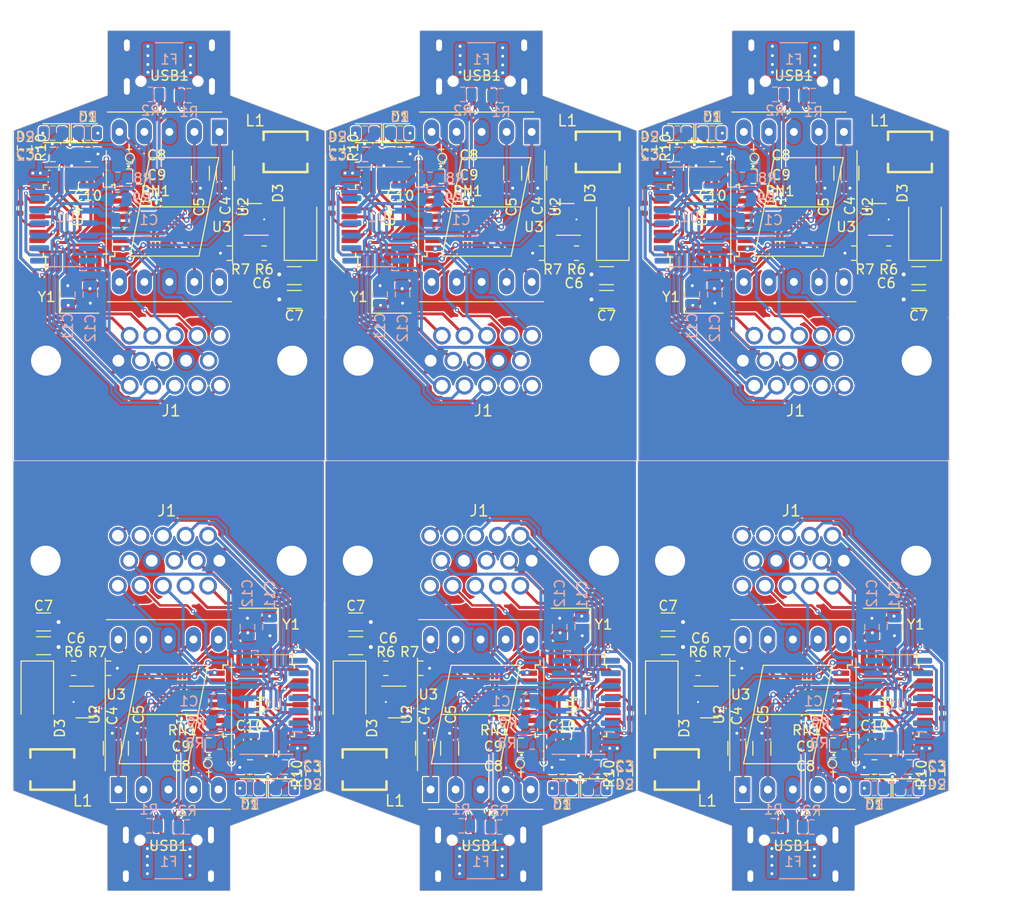
<source format=kicad_pcb>
(kicad_pcb (version 20221018) (generator pcbnew)
  (layers (0 "F.Cu" signal) (31 "B.Cu" signal) (34 "B.Paste" user) (35 "F.Paste" user) (36 "B.SilkS" user "B.Silkscreen") (37 "F.SilkS" user "F.Silkscreen") (38 "B.Mask" user) (39 "F.Mask" user) (44 "Edge.Cuts" user))
  (net 0 "")
  (net 1 "GNDA")
  (net 2 "Net-(C1-Pad1)")
  (net 3 "Net-(C3-Pad2)")
  (net 4 "Net-(C3-Pad1)")
  (net 5 "+5V")
  (net 6 "Net-(C10-Pad2)")
  (net 7 "Net-(C11-Pad2)")
  (net 8 "Net-(C12-Pad2)")
  (net 9 "Net-(D1-Pad2)")
  (net 10 "/RX")
  (net 11 "Net-(D2-Pad2)")
  (net 12 "/TX")
  (net 13 "+12V")
  (net 14 "VBUS")
  (net 15 "/Reset")
  (net 16 "/A7")
  (net 17 "/A6")
  (net 18 "/A5")
  (net 19 "/A4")
  (net 20 "/A3")
  (net 21 "/A2")
  (net 22 "/A1")
  (net 23 "/A0")
  (net 24 "/D13")
  (net 25 "/D12")
  (net 26 "/D11")
  (net 27 "/D10")
  (net 28 "Net-(R1-Pad1)")
  (net 29 "Net-(R2-Pad2)")
  (net 30 "/D2")
  (net 31 "/D3")
  (net 32 "/D4")
  (net 33 "/D5")
  (net 34 "/D6")
  (net 35 "/D7")
  (net 36 "/D8")
  (net 37 "/D9")
  (net 38 "/D0")
  (net 39 "/D1")
  (net 40 "Net-(U1-Pad15)")
  (net 41 "Net-(U1-Pad14)")
  (net 42 "Net-(U1-Pad12)")
  (net 43 "Net-(U1-Pad11)")
  (net 44 "Net-(U1-Pad10)")
  (net 45 "Net-(U1-Pad9)")
  (net 46 "Net-(U1-Pad8)")
  (net 47 "Net-(U1-Pad7)")
  (net 48 "Net-(U1-Pad6)")
  (net 49 "Net-(U1-Pad5)")
  (net 50 "Net-(U3-Pad6)")
  (net 51 "Net-(USB1-Pad3)")
  (net 52 "Net-(USB1-Pad9)")
  (net 53 "Net-(RN1-Pad11)")
  (net 54 "Net-(RN1-Pad10)")
  (net 55 "Net-(RN1-Pad12)")
  (net 56 "Net-(RN1-Pad13)")
  (net 57 "Net-(RN1-Pad9)")
  (net 58 "Net-(RN1-Pad14)")
  (net 59 "Net-(RN1-Pad15)")
  (net 60 "Net-(RN1-Pad16)")
  (net 61 "Net-(D3-Pad2)")
  (net 62 "Net-(R6-Pad2)")
  (net 63 "Net-(J1-Pad14)")
  (footprint "Capacitor_SMD:C_0805_2012Metric" (layer "F.Cu") (at 170.465 54.385)
    (fp_text reference "C3")
    (fp_text value "0.1u")
  )
  (footprint "Capacitor_SMD:C_1206_3216Metric" (layer "F.Cu") (at 194.976 66.704)
    (fp_text reference "C6")
    (fp_text value "10u")
  )
  (footprint "Capacitor_SMD:C_1206_3216Metric" (layer "F.Cu") (at 194.976 69.117)
    (fp_text reference "C7")
    (fp_text value "10u")
  )
  (footprint "Capacitor_SMD:C_0805_2012Metric" (layer "F.Cu") (at 178.212 54.6 180)
    (fp_text reference "C8")
    (fp_text value "4.7u")
  )
  (footprint "Capacitor_SMD:C_0805_2012Metric" (layer "F.Cu") (at 178.212 56.6 180)
    (fp_text reference "C9")
    (fp_text value "0.1u")
  )
  (footprint "Capacitor_SMD:C_0805_2012Metric" (layer "F.Cu") (at 174.021 54.385 180)
    (fp_text reference "C10")
    (fp_text value "0.1u")
  )
  (footprint "Diode_SMD:D_SMA" (layer "F.Cu") (at 195.611 61.751 90)
    (fp_text reference "D3")
    (fp_text value "D_Schottky")
  )
  (footprint "1_resouce:IND-SMD_L4.5-W4.2" (layer "F.Cu") (at 194.087 54.131)
    (fp_text reference "L1")
    (fp_text value "INDUCTOR" hide)
  )
  (footprint "Resistor_SMD:R_0805_2012Metric" (layer "F.Cu") (at 191.928 64.418 180)
    (fp_text reference "R6")
    (fp_text value "24k")
  )
  (footprint "Resistor_SMD:R_0805_2012Metric" (layer "F.Cu") (at 188.372 64.418 180)
    (fp_text reference "R7")
    (fp_text value "2k")
  )
  (footprint "Package_TO_SOT_SMD:SOT-23-6" (layer "F.Cu") (at 190.785 60.989 180)
    (fp_text reference "U3")
    (fp_text value "STI3508")
  )
  (footprint "Package_QFP:TQFP-32_7x7mm_P0.8mm" (layer "F.Cu") (at 173.132 61.116 90)
    (fp_text reference "U4")
    (fp_text value "ATmega328P-A")
  )
  (footprint "Type-C:HRO-TYPE-C-31-M-12" (layer "F.Cu") (at 182.3 40.7 180)
    (fp_text reference "USB1")
    (fp_text value "HRO-TYPE-C-31-M-12")
  )
  (footprint "Crystal:Crystal_SMD_3225-4Pin_3.2x2.5mm" (layer "F.Cu") (at 173.132 68.863)
    (fp_text reference "Y1")
    (fp_text value "Crystal_GND24")
  )
  (footprint "Resistor_SMD:R_0402_1005Metric" (layer "F.Cu") (at 167.163 59.848 90)
    (fp_text reference "R5" hide)
    (fp_text value "0")
  )
  (footprint "Capacitor_SMD:C_1206_3216Metric" (layer "F.Cu") (at 187.991 56.29 90)
    (fp_text reference "C4")
    (fp_text value "10u")
  )
  (footprint "Capacitor_SMD:C_1206_3216Metric" (layer "F.Cu") (at 185.451 56.29 90)
    (fp_text reference "C5")
    (fp_text value "10u")
  )
  (footprint "LED_SMD:LED_0805_2012Metric" (layer "F.Cu") (at 170.465 52.226 180)
    (fp_text reference "D2")
    (fp_text value "LED")
  )
  (footprint "LED_SMD:LED_0805_2012Metric" (layer "F.Cu") (at 174.021 52.226)
    (fp_text reference "D1")
    (fp_text value "LED")
  )
  (footprint "Resistor_SMD:R_Array_Convex_8x0602" (layer "F.Cu") (at 180.879 61.116)
    (fp_text reference "RN1")
    (fp_text value "R_Pack08_Split")
  )
  (footprint "1_resouce:CONN-TH_DS1038-15MBNSIA74-0CC" (layer "F.Cu") (at 182.276 75.34 180)
    (fp_text reference "J1")
    (fp_text value "DB15_Male_HighDensity_MountingHoles" hide)
  )
  (footprint "Resistor_SMD:R_0805_2012Metric" (layer "F.Cu") (at 167.6 53.7 -90)
    (fp_text reference "R10")
    (fp_text value "10K")
  )
  (footprint "Display_7Segment:7SegmentLED_LTS6760_LTS6780" (layer "F.Cu") (at 187.38 52.099 -90)
    (fp_text reference "U2")
    (fp_text value "SM420561N")
  )
  (footprint "Resistor_SMD:R_0805_2012Metric" (layer "F.Cu") (at 160.228 64.418 180)
    (fp_text reference "R6")
    (fp_text value "24k")
  )
  (footprint "Resistor_SMD:R_0805_2012Metric" (layer "F.Cu") (at 128.528 64.418 180)
    (fp_text reference "R6")
    (fp_text value "24k")
  )
  (footprint "Package_TO_SOT_SMD:SOT-23-6" (layer "F.Cu") (at 159.085 60.989 180)
    (fp_text reference "U3")
    (fp_text value "STI3508")
  )
  (footprint "Package_TO_SOT_SMD:SOT-23-6" (layer "F.Cu") (at 127.385 60.989 180)
    (fp_text reference "U3")
    (fp_text value "STI3508")
  )
  (footprint "1_resouce:IND-SMD_L4.5-W4.2" (layer "F.Cu") (at 162.387 54.131)
    (fp_text reference "L1")
    (fp_text value "INDUCTOR" hide)
  )
  (footprint "1_resouce:IND-SMD_L4.5-W4.2" (layer "F.Cu") (at 130.687 54.131)
    (fp_text reference "L1")
    (fp_text value "INDUCTOR" hide)
  )
  (footprint "Resistor_SMD:R_0805_2012Metric" (layer "F.Cu") (at 156.672 64.418 180)
    (fp_text reference "R7")
    (fp_text value "2k")
  )
  (footprint "Resistor_SMD:R_0805_2012Metric" (layer "F.Cu") (at 124.972 64.418 180)
    (fp_text reference "R7")
    (fp_text value "2k")
  )
  (footprint "LED_SMD:LED_0805_2012Metric" (layer "F.Cu") (at 138.765 52.226 180)
    (fp_text reference "D2")
    (fp_text value "LED")
  )
  (footprint "LED_SMD:LED_0805_2012Metric" (layer "F.Cu") (at 107.065 52.226 180)
    (fp_text reference "D2")
    (fp_text value "LED")
  )
  (footprint "LED_SMD:LED_0805_2012Metric" (layer "F.Cu") (at 142.321 52.226)
    (fp_text reference "D1")
    (fp_text value "LED")
  )
  (footprint "LED_SMD:LED_0805_2012Metric" (layer "F.Cu") (at 110.621 52.226)
    (fp_text reference "D1")
    (fp_text value "LED")
  )
  (footprint "Capacitor_SMD:C_0805_2012Metric" (layer "F.Cu") (at 142.321 54.385 180)
    (fp_text reference "C10")
    (fp_text value "0.1u")
  )
  (footprint "Capacitor_SMD:C_0805_2012Metric" (layer "F.Cu") (at 110.621 54.385 180)
    (fp_text reference "C10")
    (fp_text value "0.1u")
  )
  (footprint "Diode_SMD:D_SMA" (layer "F.Cu") (at 163.911 61.751 90)
    (fp_text reference "D3")
    (fp_text value "D_Schottky")
  )
  (footprint "Diode_SMD:D_SMA" (layer "F.Cu") (at 132.211 61.751 90)
    (fp_text reference "D3")
    (fp_text value "D_Schottky")
  )
  (footprint "Resistor_SMD:R_0805_2012Metric" (layer "F.Cu") (at 135.9 53.7 -90)
    (fp_text reference "R10")
    (fp_text value "10K")
  )
  (footprint "Resistor_SMD:R_0805_2012Metric" (layer "F.Cu") (at 104.2 53.7 -90)
    (fp_text reference "R10")
    (fp_text value "10K")
  )
  (footprint "Capacitor_SMD:C_1206_3216Metric" (layer "F.Cu") (at 153.751 56.29 90)
    (fp_text reference "C5")
    (fp_text value "10u")
  )
  (footprint "Capacitor_SMD:C_1206_3216Metric" (layer "F.Cu") (at 122.051 56.29 90)
    (fp_text reference "C5")
    (fp_text value "10u")
  )
  (footprint "Capacitor_SMD:C_1206_3216Metric" (layer "F.Cu") (at 156.291 56.29 90)
    (fp_text reference "C4")
    (fp_text value "10u")
  )
  (footprint "Capacitor_SMD:C_1206_3216Metric" (layer "F.Cu") (at 124.591 56.29 90)
    (fp_text reference "C4")
    (fp_text value "10u")
  )
  (footprint "1_resouce:CONN-TH_DS1038-15MBNSIA74-0CC" (layer "F.Cu") (at 150.576 75.34 180)
    (fp_text reference "J1")
    (fp_text value "DB15_Male_HighDensity_MountingHoles" hide)
  )
  (footprint "1_resouce:CONN-TH_DS1038-15MBNSIA74-0CC" (layer "F.Cu") (at 118.876 75.34 180)
    (fp_text reference "J1")
    (fp_text value "DB15_Male_HighDensity_MountingHoles" hide)
  )
  (footprint "Capacitor_SMD:C_1206_3216Metric" (layer "F.Cu") (at 163.276 69.117)
    (fp_text reference "C7")
    (fp_text value "10u")
  )
  (footprint "Capacitor_SMD:C_1206_3216Metric" (layer "F.Cu") (at 131.576 69.117)
    (fp_text reference "C7")
    (fp_text value "10u")
  )
  (footprint "Display_7Segment:7SegmentLED_LTS6760_LTS6780" (layer "F.Cu") (at 155.68 52.099 -90)
    (fp_text reference "U2")
    (fp_text value "SM420561N")
  )
  (footprint "Display_7Segment:7SegmentLED_LTS6760_LTS6780" (layer "F.Cu") (at 123.98 52.099 -90)
    (fp_text reference "U2")
    (fp_text value "SM420561N")
  )
  (footprint "Capacitor_SMD:C_1206_3216Metric" (layer "F.Cu") (at 163.276 66.704)
    (fp_text reference "C6")
    (fp_text value "10u")
  )
  (footprint "Capacitor_SMD:C_1206_3216Metric" (layer "F.Cu") (at 131.576 66.704)
    (fp_text reference "C6")
    (fp_text value "10u")
  )
  (footprint "Resistor_SMD:R_Array_Convex_8x0602" (layer "F.Cu") (at 149.179 61.116)
    (fp_text reference "RN1")
    (fp_text value "R_Pack08_Split")
  )
  (footprint "Resistor_SMD:R_Array_Convex_8x0602" (layer "F.Cu") (at 117.479 61.116)
    (fp_text reference "RN1")
    (fp_text value "R_Pack08_Split")
  )
  (footprint "Crystal:Crystal_SMD_3225-4Pin_3.2x2.5mm" (layer "F.Cu") (at 141.432 68.863)
    (fp_text reference "Y1")
    (fp_text value "Crystal_GND24")
  )
  (footprint "Crystal:Crystal_SMD_3225-4Pin_3.2x2.5mm" (layer "F.Cu") (at 109.732 68.863)
    (fp_text reference "Y1")
    (fp_text value "Crystal_GND24")
  )
  (footprint "Resistor_SMD:R_0402_1005Metric" (layer "F.Cu") (at 135.463 59.848 90)
    (fp_text reference "R5" hide)
    (fp_text value "0")
  )
  (footprint "Resistor_SMD:R_0402_1005Metric" (layer "F.Cu") (at 103.763 59.848 90)
    (fp_text reference "R5" hide)
    (fp_text value "0")
  )
  (footprint "Type-C:HRO-TYPE-C-31-M-12" (layer "F.Cu") (at 150.6 40.7 180)
    (fp_text reference "USB1")
    (fp_text value "HRO-TYPE-C-31-M-12")
  )
  (footprint "Type-C:HRO-TYPE-C-31-M-12" (layer "F.Cu") (at 118.9 40.7 180)
    (fp_text reference "USB1")
    (fp_text value "HRO-TYPE-C-31-M-12")
  )
  (footprint "Package_QFP:TQFP-32_7x7mm_P0.8mm" (layer "F.Cu") (at 141.432 61.116 90)
    (fp_text reference "U4")
    (fp_text value "ATmega328P-A")
  )
  (footprint "Package_QFP:TQFP-32_7x7mm_P0.8mm" (layer "F.Cu") (at 109.732 61.116 90)
    (fp_text reference "U4")
    (fp_text value "ATmega328P-A")
  )
  (footprint "Capacitor_SMD:C_0805_2012Metric" (layer "F.Cu") (at 146.512 54.6 180)
    (fp_text reference "C8")
    (fp_text value "4.7u")
  )
  (footprint "Capacitor_SMD:C_0805_2012Metric" (layer "F.Cu") (at 114.812 54.6 180)
    (fp_text reference "C8")
    (fp_text value "4.7u")
  )
  (footprint "Capacitor_SMD:C_0805_2012Metric" (layer "F.Cu") (at 138.765 54.385)
    (fp_text reference "C3")
    (fp_text value "0.1u")
  )
  (footprint "Capacitor_SMD:C_0805_2012Metric" (layer "F.Cu") (at 107.065 54.385)
    (fp_text reference "C3")
    (fp_text value "0.1u")
  )
  (footprint "Capacitor_SMD:C_0805_2012Metric" (layer "F.Cu") (at 146.512 56.6 180)
    (fp_text reference "C9")
    (fp_text value "0.1u")
  )
  (footprint "Capacitor_SMD:C_0805_2012Metric" (layer "F.Cu") (at 114.812 56.6 180)
    (fp_text reference "C9")
    (fp_text value "0.1u")
  )
  (footprint "LED_SMD:LED_0805_2012Metric" (layer "F.Cu") (at 158.779 118.774 180)
    (fp_text reference "D1")
    (fp_text value "LED")
  )
  (footprint "Resistor_SMD:R_0805_2012Metric" (layer "F.Cu") (at 140.872 106.582)
    (fp_text reference "R6")
    (fp_text value "24k")
  )
  (footprint "Resistor_SMD:R_0805_2012Metric" (layer "F.Cu") (at 176.128 106.582)
    (fp_text reference "R7")
    (fp_text value "2k")
  )
  (footprint "1_resouce:IND-SMD_L4.5-W4.2" (layer "F.Cu") (at 138.713 116.869 180)
    (fp_text reference "L1")
    (fp_text value "INDUCTOR" hide)
  )
  (footprint "Resistor_SMD:R_0805_2012Metric" (layer "F.Cu") (at 144.428 106.582)
    (fp_text reference "R7")
    (fp_text value "2k")
  )
  (footprint "LED_SMD:LED_0805_2012Metric" (layer "F.Cu") (at 194.035 118.774)
    (fp_text reference "D2")
    (fp_text value "LED")
  )
  (footprint "Package_TO_SOT_SMD:SOT-23-6" (layer "F.Cu") (at 142.015 110.011)
    (fp_text reference "U3")
    (fp_text value "STI3508")
  )
  (footprint "1_resouce:IND-SMD_L4.5-W4.2" (layer "F.Cu") (at 170.413 116.869 180)
    (fp_text reference "L1")
    (fp_text value "INDUCTOR" hide)
  )
  (footprint "LED_SMD:LED_0805_2012Metric" (layer "F.Cu") (at 162.335 118.774)
    (fp_text reference "D2")
    (fp_text value "LED")
  )
  (footprint "Package_TO_SOT_SMD:SOT-23-6" (layer "F.Cu") (at 173.715 110.011)
    (fp_text reference "U3")
    (fp_text value "STI3508")
  )
  (footprint "LED_SMD:LED_0805_2012Metric" (layer "F.Cu") (at 190.479 118.774 180)
    (fp_text reference "D1")
    (fp_text value "LED")
  )
  (footprint "Resistor_SMD:R_0805_2012Metric" (layer "F.Cu") (at 172.572 106.582)
    (fp_text reference "R6")
    (fp_text value "24k")
  )
  (footprint "Resistor_SMD:R_0805_2012Metric" (layer "F.Cu") (at 109.172 106.582)
    (fp_text reference "R6")
    (fp_text value "24k")
  )
  (footprint "Package_TO_SOT_SMD:SOT-23-6" (layer "F.Cu") (at 110.315 110.011)
    (fp_text reference "U3")
    (fp_text value "STI3508")
  )
  (footprint "1_resouce:IND-SMD_L4.5-W4.2" (layer "F.Cu") (at 107.013 116.869 180)
    (fp_text reference "L1")
    (fp_text value "INDUCTOR" hide)
  )
  (footprint "Resistor_SMD:R_0805_2012Metric" (layer "F.Cu") (at 112.728 106.582)
    (fp_text reference "R7")
    (fp_text value "2k")
  )
  (footprint "LED_SMD:LED_0805_2012Metric" (layer "F.Cu") (at 130.635 118.774)
    (fp_text reference "D2")
    (fp_text value "LED")
  )
  (footprint "LED_SMD:LED_0805_2012Metric" (layer "F.Cu") (at 127.079 118.774 180)
    (fp_text reference "D1")
    (fp_text value "LED")
  )
  (footprint "Capacitor_SMD:C_0805_2012Metric" (layer "F.Cu") (at 127.079 116.615)
    (fp_text reference "C10")
    (fp_text value "0.1u")
  )
  (footprint "Diode_SMD:D_SMA" (layer "F.Cu") (at 105.489 109.249 -90)
    (fp_text reference "D3")
    (fp_text value "D_Schottky")
  )
  (footprint "Resistor_SMD:R_0805_2012Metric" (layer "F.Cu") (at 133.5 117.3 90)
    (fp_text reference "R10")
    (fp_text value "10K")
  )
  (footprint "Capacitor_SMD:C_1206_3216Metric" (layer "F.Cu") (at 115.649 114.71 -90)
    (fp_text reference "C5")
    (fp_text value "10u")
  )
  (footprint "Capacitor_SMD:C_1206_3216Metric" (layer "F.Cu") (at 113.109 114.71 -90)
    (fp_text reference "C4")
    (fp_text value "10u")
  )
  (footprint "1_resouce:CONN-TH_DS1038-15MBNSIA74-0CC" (layer "F.Cu") (at 118.824 95.66)
    (fp_text reference "J1")
    (fp_text value "DB15_Male_HighDensity_MountingHoles" hide)
  )
  (footprint "Capacitor_SMD:C_1206_3216Metric" (layer "F.Cu") (at 106.124 101.883 180)
    (fp_text reference "C7")
    (fp_text value "10u")
  )
  (footprint "Display_7Segment:7SegmentLED_LTS6760_LTS6780" (layer "F.Cu") (at 113.72 118.901 90)
    (fp_text reference "U2")
    (fp_text value "SM420561N")
  )
  (footprint "Capacitor_SMD:C_1206_3216Metric" (layer "F.Cu") (at 106.124 104.296 180)
    (fp_text reference "C6")
    (fp_text value "10u")
  )
  (footprint "Resistor_SMD:R_Array_Convex_8x0602" (layer "F.Cu") (at 120.221 109.884 180)
    (fp_text reference "RN1")
    (fp_text value "R_Pack08_Split")
  )
  (footprint "Crystal:Crystal_SMD_3225-4Pin_3.2x2.5mm" (layer "F.Cu") (at 127.968 102.137 180)
    (fp_text reference "Y1")
    (fp_text value "Crystal_GND24")
  )
  (footprint "Resistor_SMD:R_0402_1005Metric" (layer "F.Cu") (at 133.937 111.152 -90)
    (fp_text reference "R5" hide)
    (fp_text value "0")
  )
  (footprint "Type-C:HRO-TYPE-C-31-M-12" (layer "F.Cu") (at 118.8 130.3)
    (fp_text reference "USB1")
    (fp_text value "HRO-TYPE-C-31-M-12")
  )
  (footprint "Package_QFP:TQFP-32_7x7mm_P0.8mm" (layer "F.Cu") (at 127.968 109.884 -90)
    (fp_text reference "U4")
    (fp_text value "ATmega328P-A")
  )
  (footprint "Capacitor_SMD:C_0805_2012Metric" (layer "F.Cu") (at 122.888 116.4)
    (fp_text reference "C8")
    (fp_text value "4.7u")
  )
  (footprint "Capacitor_SMD:C_0805_2012Metric" (layer "F.Cu") (at 130.635 116.615 180)
    (fp_text reference "C3")
    (fp_text value "0.1u")
  )
  (footprint "Capacitor_SMD:C_0805_2012Metric" (layer "F.Cu") (at 122.888 114.4)
    (fp_text reference "C9")
    (fp_text value "0.1u")
  )
  (footprint "Capacitor_SMD:C_0805_2012Metric" (layer "F.Cu") (at 158.779 116.615)
    (fp_text reference "C10")
    (fp_text value "0.1u")
  )
  (footprint "Diode_SMD:D_SMA" (layer "F.Cu") (at 137.189 109.249 -90)
    (fp_text reference "D3")
    (fp_text value "D_Schottky")
  )
  (footprint "Capacitor_SMD:C_0805_2012Metric" (layer "F.Cu") (at 190.479 116.615)
    (fp_text reference "C10")
    (fp_text value "0.1u")
  )
  (footprint "Diode_SMD:D_SMA" (layer "F.Cu") (at 168.889 109.249 -90)
    (fp_text reference "D3")
    (fp_text value "D_Schottky")
  )
  (footprint "Capacitor_SMD:C_1206_3216Metric" (layer "F.Cu") (at 144.809 114.71 -90)
    (fp_text reference "C4")
    (fp_text value "10u")
  )
  (footprint "Capacitor_SMD:C_1206_3216Metric" (layer "F.Cu") (at 137.824 101.883 180)
    (fp_text reference "C7")
    (fp_text value "10u")
  )
  (footprint "Resistor_SMD:R_0805_2012Metric" (layer "F.Cu") (at 196.9 117.3 90)
    (fp_text reference "R10")
    (fp_text value "10K")
  )
  (footprint "Capacitor_SMD:C_1206_3216Metric" (layer "F.Cu") (at 179.049 114.71 -90)
    (fp_text reference "C5")
    (fp_text value "10u")
  )
  (footprint "Capacitor_SMD:C_1206_3216Metric" (layer "F.Cu") (at 147.349 114.71 -90)
    (fp_text reference "C5")
    (fp_text value "10u")
  )
  (footprint "Resistor_SMD:R_0805_2012Metric" (layer "F.Cu") (at 165.2 117.3 90)
    (fp_text reference "R10")
    (fp_text value "10K")
  )
  (footprint "Capacitor_SMD:C_1206_3216Metric" (layer "F.Cu") (at 176.509 114.71 -90)
    (fp_text reference "C4")
    (fp_text value "10u")
  )
  (footprint "1_resouce:CONN-TH_DS1038-15MBNSIA74-0CC" (layer "F.Cu") (at 150.524 95.66)
    (fp_text reference "J1")
    (fp_text value "DB15_Male_HighDensity_MountingHoles" hide)
  )
  (footprint "1_resouce:CONN-TH_DS1038-15MBNSIA74-0CC" (layer "F.Cu") (at 182.224 95.66)
    (fp_text reference "J1")
    (fp_text value "DB15_Male_HighDensity_MountingHoles" hide)
  )
  (footprint "Resistor_SMD:R_Array_Convex_8x0602" (layer "F.Cu") (at 183.621 109.884 180)
    (fp_text reference "RN1")
    (fp_text value "R_Pack08_Split")
  )
  (footprint "Capacitor_SMD:C_1206_3216Metric" (layer "F.Cu") (at 137.824 104.296 180)
    (fp_text reference "C6")
    (fp_text value "10u")
  )
  (footprint "Display_7Segment:7SegmentLED_LTS6760_LTS6780" (layer "F.Cu") (at 145.42 118.901 90)
    (fp_text reference "U2")
    (fp_text value "SM420561N")
  )
  (footprint "Resistor_SMD:R_Array_Convex_8x0602" (layer "F.Cu") (at 151.921 109.884 180)
    (fp_text reference "RN1")
    (fp_text value "R_Pack08_Split")
  )
  (footprint "Display_7Segment:7SegmentLED_LTS6760_LTS6780" (layer "F.Cu") (at 177.12 118.901 90)
    (fp_text reference "U2")
    (fp_text value "SM420561N")
  )
  (footprint "Capacitor_SMD:C_0805_2012Metric" (layer "F.Cu") (at 154.588 114.4)
    (fp_text reference "C9")
    (fp_text value "0.1u")
  )
  (footprint "Capacitor_SMD:C_1206_3216Metric" (layer "F.Cu") (at 169.524 104.296 180)
    (fp_text reference "C6")
    (fp_text value "10u")
  )
  (footprint "Capacitor_SMD:C_0805_2012Metric" (layer "F.Cu") (at 154.588 116.4)
    (fp_text reference "C8")
    (fp_text value "4.7u")
  )
  (footprint "Type-C:HRO-TYPE-C-31-M-12" (layer "F.Cu") (at 150.5 130.3)
    (fp_text reference "USB1")
    (fp_text value "HRO-TYPE-C-31-M-12")
  )
  (footprint "Package_QFP:TQFP-32_7x7mm_P0.8mm" (layer "F.Cu") (at 191.368 109.884 -90)
    (fp_text reference "U4")
    (fp_text value "ATmega328P-A")
  )
  (footprint "Capacitor_SMD:C_1206_3216Metric" (layer "F.Cu") (at 169.524 101.883 180)
    (fp_text reference "C7")
    (fp_text value "10u")
  )
  (footprint "Crystal:Crystal_SMD_3225-4Pin_3.2x2.5mm" (layer "F.Cu") (at 191.368 102.137 180)
    (fp_text reference "Y1")
    (fp_text value "Crystal_GND24")
  )
  (footprint "Capacitor_SMD:C_0805_2012Metric" (layer "F.Cu") (at 186.288 114.4)
    (fp_text reference "C9")
    (fp_text value "0.1u")
  )
  (footprint "Type-C:HRO-TYPE-C-31-M-12" (layer "F.Cu") (at 182.2 130.3)
    (fp_text reference "USB1")
    (fp_text value "HRO-TYPE-C-31-M-12")
  )
  (footprint "Capacitor_SMD:C_0805_2012Metric" (layer "F.Cu") (at 186.288 116.4)
    (fp_text reference "C8")
    (fp_text value "4.7u")
  )
  (footprint "Resistor_SMD:R_0402_1005Metric" (layer "F.Cu") (at 165.637 111.152 -90)
    (fp_text reference "R5" hide)
    (fp_text value "0")
  )
  (footprint "Crystal:Crystal_SMD_3225-4Pin_3.2x2.5mm" (layer "F.Cu") (at 159.668 102.137 180)
    (fp_text reference "Y1")
    (fp_text value "Crystal_GND24")
  )
  (footprint "Capacitor_SMD:C_0805_2012Metric" (layer "F.Cu") (at 162.335 116.615 180)
    (fp_text reference "C3")
    (fp_text value "0.1u")
  )
  (footprint "Capacitor_SMD:C_0805_2012Metric" (layer "F.Cu") (at 194.035 116.615 180)
    (fp_text reference "C3")
    (fp_text value "0.1u")
  )
  (footprint "Resistor_SMD:R_0402_1005Metric" (layer "F.Cu") (at 197.337 111.152 -90)
    (fp_text reference "R5" hide)
    (fp_text value "0")
  )
  (footprint "Package_QFP:TQFP-32_7x7mm_P0.8mm" (layer "F.Cu") (at 159.668 109.884 -90)
    (fp_text reference "U4")
    (fp_text value "ATmega328P-A")
  )
  (footprint "Capacitor_SMD:C_0805_2012Metric" (layer "B.Cu") (at 177.8 61.05)
    (fp_text reference "C1")
    (fp_text value "0.1u")
  )
  (footprint "Capacitor_SMD:C_0805_2012Metric" (layer "B.Cu") (at 170.465 54.385 180)
    (fp_text reference "C2")
    (fp_text value "1u")
  )
  (footprint "Capacitor_SMD:C_0805_2012Metric" (layer "B.Cu") (at 174.275 68.609 90)
    (fp_text reference "C12")
    (fp_text value "22p")
  )
  (footprint "Fuse:Fuse_1812_4532Metric" (layer "B.Cu") (at 182.276 44.75 180)
    (fp_text reference "F1")
    (fp_text value "Fuse")
  )
  (footprint "Resistor_SMD:R_0805_2012Metric" (layer "B.Cu") (at 184.2845 48.416)
    (fp_text reference "R1")
    (fp_text value "5.1k")
  )
  (footprint "Resistor_SMD:R_0805_2012Metric" (layer "B.Cu") (at 180.371 48.289)
    (fp_text reference "R2")
    (fp_text value "5.1k")
  )
  (footprint "Resistor_SMD:R_0805_2012Metric" (layer "B.Cu") (at 177.069 56.925)
    (fp_text reference "R8")
    (fp_text value "1k")
  )
  (footprint "Resistor_SMD:R_0805_2012Metric" (layer "B.Cu") (at 177.0455 58.957)
    (fp_text reference "R9")
    (fp_text value "1k")
  )
  (footprint "Package_SO:SOIC-16_3.9x9.9mm_P1.27mm" (layer "B.Cu") (at 171.608 60.735 180)
    (fp_text reference "U1")
    (fp_text value "CH340C")
  )
  (footprint "Capacitor_SMD:C_0805_2012Metric" (layer "B.Cu") (at 171.989 68.609 -90)
    (fp_text reference "C11")
    (fp_text value "22p")
  )
  (footprint "Resistor_SMD:R_0805_2012Metric" (layer "B.Cu") (at 174.021 52.226 180)
    (fp_text reference "R3")
    (fp_text value "1k")
  )
  (footprint "Resistor_SMD:R_0805_2012Metric" (layer "B.Cu") (at 170.465 52.226)
    (fp_text reference "R4")
    (fp_text value "1k")
  )
  (footprint "Capacitor_SMD:C_0805_2012Metric" (layer "B.Cu") (at 142.575 68.609 90)
    (fp_text reference "C12")
    (fp_text value "22p")
  )
  (footprint "Capacitor_SMD:C_0805_2012Metric" (layer "B.Cu") (at 110.875 68.609 90)
    (fp_text reference "C12")
    (fp_text value "22p")
  )
  (footprint "Package_SO:SOIC-16_3.9x9.9mm_P1.27mm" (layer "B.Cu") (at 139.908 60.735 180)
    (fp_text reference "U1")
    (fp_text value "CH340C")
  )
  (footprint "Package_SO:SOIC-16_3.9x9.9mm_P1.27mm" (layer "B.Cu") (at 108.208 60.735 180)
    (fp_text reference "U1")
    (fp_text value "CH340C")
  )
  (footprint "Resistor_SMD:R_0805_2012Metric" (layer "B.Cu") (at 138.765 52.226)
    (fp_text reference "R4")
    (fp_text value "1k")
  )
  (footprint "Resistor_SMD:R_0805_2012Metric" (layer "B.Cu") (at 107.065 52.226)
    (fp_text reference "R4")
    (fp_text value "1k")
  )
  (footprint "Resistor_SMD:R_0805_2012Metric" (layer "B.Cu") (at 142.321 52.226 180)
    (fp_text reference "R3")
    (fp_text value "1k")
  )
  (footprint "Resistor_SMD:R_0805_2012Metric" (layer "B.Cu") (at 110.621 52.226 180)
    (fp_text reference "R3")
    (fp_text value "1k")
  )
  (footprint "Resistor_SMD:R_0805_2012Metric" (layer "B.Cu") (at 152.5845 48.416)
    (fp_text reference "R1")
    (fp_text value "5.1k")
  )
  (footprint "Resistor_SMD:R_0805_2012Metric" (layer "B.Cu") (at 120.8845 48.416)
    (fp_text reference "R1")
    (fp_text value "5.1k")
  )
  (footprint "Resistor_SMD:R_0805_2012Metric" (layer "B.Cu") (at 148.671 48.289)
    (fp_text reference "R2")
    (fp_text value "5.1k")
  )
  (footprint "Resistor_SMD:R_0805_2012Metric" (layer "B.Cu") (at 116.971 48.289)
    (fp_text reference "R2")
    (fp_text value "5.1k")
  )
  (footprint "Fuse:Fuse_1812_4532Metric" (layer "B.Cu") (at 150.576 44.75 180)
    (fp_text reference "F1")
    (fp_text value "Fuse")
  )
  (footprint "Fuse:Fuse_1812_4532Metric" (layer "B.Cu") (at 118.876 44.75 180)
    (fp_text reference "F1")
    (fp_text value "Fuse")
  )
  (footprint "Capacitor_SMD:C_0805_2012Metric" (layer "B.Cu") (at 140.289 68.609 -90)
    (fp_text reference "C11")
    (fp_text value "22p")
  )
  (footprint "Capacitor_SMD:C_0805_2012Metric" (layer "B.Cu") (at 108.589 68.609 -90)
    (fp_text reference "C11")
    (fp_text value "22p")
  )
  (footprint "Resistor_SMD:R_0805_2012Metric" (layer "B.Cu") (at 145.3455 58.957)
    (fp_text reference "R9")
    (fp_text value "1k")
  )
  (footprint "Resistor_SMD:R_0805_2012Metric" (layer "B.Cu") (at 113.6455 58.957)
    (fp_text reference "R9")
    (fp_text value "1k")
  )
  (footprint "Resistor_SMD:R_0805_2012Metric" (layer "B.Cu") (at 145.369 56.925)
    (fp_text reference "R8")
    (fp_text value "1k")
  )
  (footprint "Resistor_SMD:R_0805_2012Metric" (layer "B.Cu") (at 113.669 56.925)
    (fp_text reference "R8")
    (fp_text value "1k")
  )
  (footprint "Capacitor_SMD:C_0805_2012Metric" (layer "B.Cu") (at 146.1 61.05)
    (fp_text reference "C1")
    (fp_text value "0.1u")
  )
  (footprint "Capacitor_SMD:C_0805_2012Metric" (layer "B.Cu") (at 114.4 61.05)
    (fp_text reference "C1")
    (fp_text value "0.1u")
  )
  (footprint "Capacitor_SMD:C_0805_2012Metric" (layer "B.Cu") (at 138.765 54.385 180)
    (fp_text reference "C2")
    (fp_text value "1u")
  )
  (footprint "Capacitor_SMD:C_0805_2012Metric" (layer "B.Cu") (at 107.065 54.385 180)
    (fp_text reference "C2")
    (fp_text value "1u")
  )
  (footprint "Capacitor_SMD:C_0805_2012Metric" (layer "B.Cu") (at 158.525 102.391 -90)
    (fp_text reference "C12")
    (fp_text value "22p")
  )
  (footprint "Resistor_SMD:R_0805_2012Metric" (layer "B.Cu") (at 158.779 118.774)
    (fp_text reference "R3")
    (fp_text value "1k")
  )
  (footprint "Package_SO:SOIC-16_3.9x9.9mm_P1.27mm" (layer "B.Cu") (at 161.192 110.265)
    (fp_text reference "U1")
    (fp_text value "CH340C")
  )
  (footprint "Package_SO:SOIC-16_3.9x9.9mm_P1.27mm" (layer "B.Cu") (at 192.892 110.265)
    (fp_text reference "U1")
    (fp_text value "CH340C")
  )
  (footprint "Resistor_SMD:R_0805_2012Metric" (layer "B.Cu") (at 190.479 118.774)
    (fp_text reference "R3")
    (fp_text value "1k")
  )
  (footprint "Resistor_SMD:R_0805_2012Metric" (layer "B.Cu") (at 180.2155 122.584 180)
    (fp_text reference "R1")
    (fp_text value "5.1k")
  )
  (footprint "Capacitor_SMD:C_0805_2012Metric" (layer "B.Cu") (at 190.225 102.391 -90)
    (fp_text reference "C12")
    (fp_text value "22p")
  )
  (footprint "Resistor_SMD:R_0805_2012Metric" (layer "B.Cu") (at 148.5155 122.584 180)
    (fp_text reference "R1")
    (fp_text value "5.1k")
  )
  (footprint "Resistor_SMD:R_0805_2012Metric" (layer "B.Cu") (at 162.335 118.774 180)
    (fp_text reference "R4")
    (fp_text value "1k")
  )
  (footprint "Resistor_SMD:R_0805_2012Metric" (layer "B.Cu") (at 194.035 118.774 180)
    (fp_text reference "R4")
    (fp_text value "1k")
  )
  (footprint "Capacitor_SMD:C_0805_2012Metric" (layer "B.Cu") (at 126.825 102.391 -90)
    (fp_text reference "C12")
    (fp_text value "22p")
  )
  (footprint "Package_SO:SOIC-16_3.9x9.9mm_P1.27mm" (layer "B.Cu") (at 129.492 110.265)
    (fp_text reference "U1")
    (fp_text value "CH340C")
  )
  (footprint "Resistor_SMD:R_0805_2012Metric" (layer "B.Cu") (at 130.635 118.774 180)
    (fp_text reference "R4")
    (fp_text value "1k")
  )
  (footprint "Resistor_SMD:R_0805_2012Metric" (layer "B.Cu") (at 127.079 118.774)
    (fp_text reference "R3")
    (fp_text value "1k")
  )
  (footprint "Resistor_SMD:R_0805_2012Metric" (layer "B.Cu") (at 116.8155 122.584 180)
    (fp_text reference "R1")
    (fp_text value "5.1k")
  )
  (footprint "Resistor_SMD:R_0805_2012Metric" (layer "B.Cu") (at 120.729 122.711 180)
    (fp_text reference "R2")
    (fp_text value "5.1k")
  )
  (footprint "Fuse:Fuse_1812_4532Metric" (layer "B.Cu") (at 118.824 126.25)
    (fp_text reference "F1")
    (fp_text value "Fuse")
  )
  (footprint "Capacitor_SMD:C_0805_2012Metric" (layer "B.Cu") (at 129.111 102.391 90)
    (fp_text reference "C11")
    (fp_text value "22p")
  )
  (footprint "Resistor_SMD:R_0805_2012Metric" (layer "B.Cu") (at 124.0545 112.043 180)
    (fp_text reference "R9")
    (fp_text value "1k")
  )
  (footprint "Resistor_SMD:R_0805_2012Metric" (layer "B.Cu") (at 124.031 114.075 180)
    (fp_text reference "R8")
    (fp_text value "1k")
  )
  (footprint "Capacitor_SMD:C_0805_2012Metric" (layer "B.Cu") (at 123.3 109.95 180)
    (fp_text reference "C1")
    (fp_text value "0.1u")
  )
  (footprint "Resistor_SMD:R_0805_2012Metric" (layer "B.Cu") (at 152.429 122.711 180)
    (fp_text reference "R2")
    (fp_text value "5.1k")
  )
  (footprint "Capacitor_SMD:C_0805_2012Metric" (layer "B.Cu") (at 130.635 116.615)
    (fp_text reference "C2")
    (fp_text value "1u")
  )
  (footprint "Resistor_SMD:R_0805_2012Metric" (layer "B.Cu") (at 155.7545 112.043 180)
    (fp_text reference "R9")
    (fp_text value "1k")
  )
  (footprint "Resistor_SMD:R_0805_2012Metric" (layer "B.Cu") (at 187.431 114.075 180)
    (fp_text reference "R8")
    (fp_text value "1k")
  )
  (footprint "Resistor_SMD:R_0805_2012Metric" (layer "B.Cu") (at 155.731 114.075 180)
    (fp_text reference "R8")
    (fp_text value "1k")
  )
  (footprint "Capacitor_SMD:C_0805_2012Metric" (layer "B.Cu") (at 160.811 102.391 90)
    (fp_text reference "C11")
    (fp_text value "22p")
  )
  (footprint "Fuse:Fuse_1812_4532Metric" (layer "B.Cu") (at 150.524 126.25)
    (fp_text reference "F1")
    (fp_text value "Fuse")
  )
  (footprint "Fuse:Fuse_1812_4532Metric" (layer "B.Cu") (at 182.224 126.25)
    (fp_text reference "F1")
    (fp_text value "Fuse")
  )
  (footprint "Resistor_SMD:R_0805_2012Metric" (layer "B.Cu") (at 187.4545 112.043 180)
    (fp_text reference "R9")
    (fp_text value "1k")
  )
  (footprint "Resistor_SMD:R_0805_2012Metric" (layer "B.Cu") (at 184.129 122.711 180)
    (fp_text reference "R2")
    (fp_text value "5.1k")
  )
  (footprint "Capacitor_SMD:C_0805_2012Metric" (layer "B.Cu") (at 155 109.95 180)
    (fp_text reference "C1")
    (fp_text value "0.1u")
  )
  (footprint "Capacitor_SMD:C_0805_2012Metric" (layer "B.Cu") (at 186.7 109.95 180)
    (fp_text reference "C1")
    (fp_text value "0.1u")
  )
  (footprint "Capacitor_SMD:C_0805_2012Metric" (layer "B.Cu") (at 192.511 102.391 90)
    (fp_text reference "C11")
    (fp_text value "22p")
  )
  (footprint "Capacitor_SMD:C_0805_2012Metric" (layer "B.Cu") (at 162.335 116.615)
    (fp_text reference "C2")
    (fp_text value "1u")
  )
  (footprint "Capacitor_SMD:C_0805_2012Metric" (layer "B.Cu") (at 194.035 116.615)
    (fp_text reference "C2")
    (fp_text value "1u")
  )
  (gr_line (start 166.4 85.5) (end 198.1 85.5) (stroke (width 0.05)) (layer "Edge.Cuts"))
  (gr_line (start 176 48.4) (end 166.4 52) (stroke (width 0.05)) (layer "Edge.Cuts"))
  (gr_line (start 134.7 85.5) (end 166.4 85.5) (stroke (width 0.05)) (layer "Edge.Cuts"))
  (gr_line (start 103 85.5) (end 134.7 85.5) (stroke (width 0.05)) (layer "Edge.Cuts"))
  (gr_line (start 144.3 48.4) (end 134.7 52) (stroke (width 0.05)) (layer "Edge.Cuts"))
  (gr_line (start 112.6 48.4) (end 103 52) (stroke (width 0.05)) (layer "Edge.Cuts"))
  (gr_line (start 144.3 41.8) (end 144.3 48.4) (stroke (width 0.05)) (layer "Edge.Cuts"))
  (gr_line (start 112.6 41.8) (end 112.6 48.4) (stroke (width 0.05)) (layer "Edge.Cuts"))
  (gr_line (start 156.8 48.4) (end 156.8 41.8) (stroke (width 0.05)) (layer "Edge.Cuts"))
  (gr_line (start 125.1 48.4) (end 125.1 41.8) (stroke (width 0.05)) (layer "Edge.Cuts"))
  (gr_line (start 166.4 52) (end 156.8 48.4) (stroke (width 0.05)) (layer "Edge.Cuts"))
  (gr_line (start 134.7 52) (end 125.1 48.4) (stroke (width 0.05)) (layer "Edge.Cuts"))
  (gr_line (start 134.7 52) (end 134.7 85.5) (stroke (width 0.05)) (layer "Edge.Cuts"))
  (gr_line (start 103 52) (end 103 85.5) (stroke (width 0.05)) (layer "Edge.Cuts"))
  (gr_line (start 156.8 41.8) (end 144.3 41.8) (stroke (width 0.05)) (layer "Edge.Cuts"))
  (gr_line (start 125.1 41.8) (end 112.6 41.8) (stroke (width 0.05)) (layer "Edge.Cuts"))
  (gr_line (start 166.4 85.5) (end 166.4 52) (stroke (width 0.05)) (layer "Edge.Cuts"))
  (gr_line (start 134.7 85.5) (end 134.7 52) (stroke (width 0.05)) (layer "Edge.Cuts"))
  (gr_line (start 134.7 85.5) (end 103 85.5) (stroke (width 0.05)) (layer "Edge.Cuts"))
  (gr_line (start 125.1 122.6) (end 134.7 119) (stroke (width 0.05)) (layer "Edge.Cuts"))
  (gr_line (start 125.1 129.2) (end 125.1 122.6) (stroke (width 0.05)) (layer "Edge.Cuts"))
  (gr_line (start 112.6 122.6) (end 112.6 129.2) (stroke (width 0.05)) (layer "Edge.Cuts"))
  (gr_line (start 103 119) (end 112.6 122.6) (stroke (width 0.05)) (layer "Edge.Cuts"))
  (gr_line (start 134.7 119) (end 134.7 85.5) (stroke (width 0.05)) (layer "Edge.Cuts"))
  (gr_line (start 112.6 129.2) (end 125.1 129.2) (stroke (width 0.05)) (layer "Edge.Cuts"))
  (gr_line (start 166.4 85.5) (end 134.7 85.5) (stroke (width 0.05)) (layer "Edge.Cuts"))
  (gr_line (start 188.5 122.6) (end 198.1 119) (stroke (width 0.05)) (layer "Edge.Cuts"))
  (gr_line (start 144.3 122.6) (end 144.3 129.2) (stroke (width 0.05)) (layer "Edge.Cuts"))
  (gr_line (start 176 122.6) (end 176 129.2) (stroke (width 0.05)) (layer "Edge.Cuts"))
  (gr_line (start 166.4 119) (end 176 122.6) (stroke (width 0.05)) (layer "Edge.Cuts"))
  (gr_line (start 156.8 129.2) (end 156.8 122.6) (stroke (width 0.05)) (layer "Edge.Cuts"))
  (gr_line (start 166.4 119) (end 166.4 85.5) (stroke (width 0.05)) (layer "Edge.Cuts"))
  (gr_line (start 188.5 129.2) (end 188.5 122.6) (stroke (width 0.05)) (layer "Edge.Cuts"))
  (gr_line (start 176 129.2) (end 188.5 129.2) (stroke (width 0.05)) (layer "Edge.Cuts"))
  (gr_line (start 156.8 122.6) (end 166.4 119) (stroke (width 0.05)) (layer "Edge.Cuts"))
  (gr_line (start 134.7 85.5) (end 134.7 119) (stroke (width 0.05)) (layer "Edge.Cuts"))
  (gr_line (start 198.1 119) (end 198.1 85.5) (stroke (width 0.05)) (layer "Edge.Cuts"))
  (gr_line (start 134.7 119) (end 144.3 122.6) (stroke (width 0.05)) (layer "Edge.Cuts"))
  (gr_line (start 198.1 85.5) (end 166.4 85.5) (stroke (width 0.05)) (layer "Edge.Cuts"))
  (gr_line (start 144.3 129.2) (end 156.8 129.2) (stroke (width 0.05)) (layer "Edge.Cuts"))
  (gr_line (start 166.4 85.5) (end 166.4 119) (stroke (width 0.05)) (layer "Edge.Cuts"))
  (gr_line (start 103 85.5) (end 103 119) (stroke (width 0.05)) (layer "Edge.Cuts"))
  (gr_line (start 188.5 41.8) (end 176 41.8) (stroke (width 0.05)) (layer "Edge.Cuts"))
  (gr_line (start 198.1 85.5) (end 198.1 52) (stroke (width 0.05)) (layer "Edge.Cuts"))
  (gr_line (start 188.5 48.4) (end 188.5 41.8) (stroke (width 0.05)) (layer "Edge.Cuts"))
  (gr_line (start 198.1 52) (end 188.5 48.4) (stroke (width 0.05)) (layer "Edge.Cuts"))
  (gr_line (start 166.4 52) (end 166.4 85.5) (stroke (width 0.05)) (layer "Edge.Cuts"))
  (gr_line (start 176 41.8) (end 176 48.4) (stroke (width 0.05)) (layer "Edge.Cuts"))
  (segment (start 147.195 48.395) (end 146.28 47.48) (width 0.6) (layer "F.Cu") (net 1))
  (segment (start 115.495 48.395) (end 114.58 47.48) (width 0.6) (layer "F.Cu") (net 1))
  (segment (start 147.375 48.395) (end 147.195 48.395) (width 0.6) (layer "F.Cu") (net 1))
  (segment (start 115.675 48.395) (end 115.495 48.395) (width 0.6) (layer "F.Cu") (net 1))
  (segment (start 153.825 48.395) (end 154.005 48.395) (width 0.6) (layer "F.Cu") (net 1))
  (segment (start 122.125 48.395) (end 122.305 48.395) (width 0.6) (layer "F.Cu") (net 1))
  (segment (start 141.032 55.89) (end 140.67 55.528) (width 0.6) (layer "F.Cu") (net 1))
  (segment (start 109.332 55.89) (end 108.97 55.528) (width 0.6) (layer "F.Cu") (net 1))
  (segment (start 141.032 56.866) (end 141.032 55.89) (width 0.6) (layer "F.Cu") (net 1))
  (segment (start 109.332 56.866) (end 109.332 55.89) (width 0.6) (layer "F.Cu") (net 1))
  (segment (start 141.032 56.866) (end 141.032 57.033) (width 0.4) (layer "F.Cu") (net 1))
  (segment (start 109.332 56.866) (end 109.332 57.033) (width 0.4) (layer "F.Cu") (net 1))
  (segment (start 140.232 67.659) (end 140.332 67.759) (width 0.3) (layer "F.Cu") (net 1))
  (segment (start 108.532 67.659) (end 108.632 67.759) (width 0.3) (layer "F.Cu") (net 1))
  (segment (start 140.232 65.366) (end 140.232 67.659) (width 0.3) (layer "F.Cu") (net 1))
  (segment (start 108.532 65.366) (end 108.532 67.659) (width 0.3) (layer "F.Cu") (net 1))
  (segment (start 141.832 64.482) (end 141.832 65.366) (width 0.4) (layer "F.Cu") (net 1))
  (segment (start 110.132 64.482) (end 110.132 65.366) (width 0.4) (layer "F.Cu") (net 1))
  (segment (start 154.005 48.395) (end 154.92 47.48) (width 0.6) (layer "F.Cu") (net 1))
  (segment (start 122.305 48.395) (end 123.22 47.48) (width 0.6) (layer "F.Cu") (net 1))
  (segment (start 146.87099 48.07099) (end 146.28 47.48) (width 0.6) (layer "F.Cu") (net 1))
  (segment (start 115.17099 48.07099) (end 114.58 47.48) (width 0.6) (layer "F.Cu") (net 1))
  (segment (start 147.462 56.6) (end 147.462 55.538) (width 1) (layer "F.Cu") (net 1))
  (segment (start 115.762 56.6) (end 115.762 55.538) (width 1) (layer "F.Cu") (net 1))
  (segment (start 140.232 65.366) (end 140.232 64.598559) (width 0.4) (layer "F.Cu") (net 1))
  (segment (start 108.532 65.366) (end 108.532 64.598559) (width 0.4) (layer "F.Cu") (net 1))
  (segment (start 141.516 64.166) (end 141.832 64.482) (width 0.4) (layer "F.Cu") (net 1))
  (segment (start 109.816 64.166) (end 110.132 64.482) (width 0.4) (layer "F.Cu") (net 1))
  (segment (start 140.232 64.598559) (end 140.664559 64.166) (width 0.4) (layer "F.Cu") (net 1))
  (segment (start 108.532 64.598559) (end 108.964559 64.166) (width 0.4) (layer "F.Cu") (net 1))
  (segment (start 147.4 55.6) (end 147.462 55.538) (width 0.6) (layer "F.Cu") (net 1))
  (segment (start 115.7 55.6) (end 115.762 55.538) (width 0.6) (layer "F.Cu") (net 1))
  (segment (start 147.462 55.538) (end 147.462 54.6) (width 1) (layer "F.Cu") (net 1))
  (segment (start 115.762 55.538) (end 115.762 54.6) (width 1) (layer "F.Cu") (net 1))
  (segment (start 146.87099 54.00899) (end 146.87099 48.07099) (width 0.6) (layer "F.Cu") (net 1))
  (segment (start 115.17099 54.00899) (end 115.17099 48.07099) (width 0.6) (layer "F.Cu") (net 1))
  (segment (start 147.462 54.6) (end 146.87099 54.00899) (width 0.6) (layer "F.Cu") (net 1))
  (segment (start 115.762 54.6) (end 115.17099 54.00899) (width 0.6) (layer "F.Cu") (net 1))
  (segment (start 146.45 55.6) (end 147.4 55.6) (width 0.6) (layer "F.Cu") (net 1))
  (segment (start 114.75 55.6) (end 115.7 55.6) (width 0.6) (layer "F.Cu") (net 1))
  (segment (start 140.664559 64.166) (end 141.516 64.166) (width 0.4) (layer "F.Cu") (net 1))
  (segment (start 108.964559 64.166) (end 109.816 64.166) (width 0.4) (layer "F.Cu") (net 1))
  (segment (start 192.568 106.401441) (end 192.135441 106.834) (width 0.4) (layer "F.Cu") (net 1))
  (segment (start 191.284 106.834) (end 190.968 106.518) (width 0.4) (layer "F.Cu") (net 1))
  (segment (start 153.7 115.4) (end 153.638 115.462) (width 0.6) (layer "F.Cu") (net 1))
  (segment (start 185.4 115.4) (end 185.338 115.462) (width 0.6) (layer "F.Cu") (net 1))
  (segment (start 192.568 105.634) (end 192.568 106.401441) (width 0.4) (layer "F.Cu") (net 1))
  (segment (start 160.868 106.401441) (end 160.435441 106.834) (width 0.4) (layer "F.Cu") (net 1))
  (segment (start 160.868 105.634) (end 160.868 106.401441) (width 0.4) (layer "F.Cu") (net 1))
  (segment (start 159.584 106.834) (end 159.268 106.518) (width 0.4) (layer "F.Cu") (net 1))
  (segment (start 153.638 115.462) (end 153.638 116.4) (width 1) (layer "F.Cu") (net 1))
  (segment (start 185.338 115.462) (end 185.338 116.4) (width 1) (layer "F.Cu") (net 1))
  (segment (start 122.205 122.605) (end 123.12 123.52) (width 0.6) (layer "F.Cu") (net 1))
  (segment (start 122.025 122.605) (end 122.205 122.605) (width 0.6) (layer "F.Cu") (net 1))
  (segment (start 115.575 122.605) (end 115.395 122.605) (width 0.6) (layer "F.Cu") (net 1))
  (segment (start 128.368 115.11) (end 128.73 115.472) (width 0.6) (layer "F.Cu") (net 1))
  (segment (start 128.368 114.134) (end 128.368 115.11) (width 0.6) (layer "F.Cu") (net 1))
  (segment (start 128.368 114.134) (end 128.368 113.967) (width 0.4) (layer "F.Cu") (net 1))
  (segment (start 129.168 103.341) (end 129.068 103.241) (width 0.3) (layer "F.Cu") (net 1))
  (segment (start 129.168 105.634) (end 129.168 103.341) (width 0.3) (layer "F.Cu") (net 1))
  (segment (start 127.568 106.518) (end 127.568 105.634) (width 0.4) (layer "F.Cu") (net 1))
  (segment (start 115.395 122.605) (end 114.48 123.52) (width 0.6) (layer "F.Cu") (net 1))
  (segment (start 122.52901 122.92901) (end 123.12 123.52) (width 0.6) (layer "F.Cu") (net 1))
  (segment (start 121.938 114.4) (end 121.938 115.462) (width 1) (layer "F.Cu") (net 1))
  (segment (start 129.168 105.634) (end 129.168 106.401441) (width 0.4) (layer "F.Cu") (net 1))
  (segment (start 127.884 106.834) (end 127.568 106.518) (width 0.4) (layer "F.Cu") (net 1))
  (segment (start 129.168 106.401441) (end 128.735441 106.834) (width 0.4) (layer "F.Cu") (net 1))
  (segment (start 122 115.4) (end 121.938 115.462) (width 0.6) (layer "F.Cu") (net 1))
  (segment (start 121.938 115.462) (end 121.938 116.4) (width 1) (layer "F.Cu") (net 1))
  (segment (start 122.52901 116.99101) (end 122.52901 122.92901) (width 0.6) (layer "F.Cu") (net 1))
  (segment (start 121.938 116.4) (end 122.52901 116.99101) (width 0.6) (layer "F.Cu") (net 1))
  (segment (start 122.95 115.4) (end 122 115.4) (width 0.6) (layer "F.Cu") (net 1))
  (segment (start 128.735441 106.834) (end 127.884 106.834) (width 0.4) (layer "F.Cu") (net 1))
  (segment (start 160.435441 106.834) (end 159.584 106.834) (width 0.4) (layer "F.Cu") (net 1))
  (segment (start 185.338 116.4) (end 185.92901 116.99101) (width 0.6) (layer "F.Cu") (net 1))
  (segment (start 186.35 115.4) (end 185.4 115.4) (width 0.6) (layer "F.Cu") (net 1))
  (segment (start 192.135441 106.834) (end 191.284 106.834) (width 0.4) (layer "F.Cu") (net 1))
  (segment (start 154.65 115.4) (end 153.7 115.4) (width 0.6) (layer "F.Cu") (net 1))
  (segment (start 154.22901 116.99101) (end 154.22901 122.92901) (width 0.6) (layer "F.Cu") (net 1))
  (segment (start 185.92901 116.99101) (end 185.92901 122.92901) (width 0.6) (layer "F.Cu") (net 1))
  (segment (start 153.638 116.4) (end 154.22901 116.99101) (width 0.6) (layer "F.Cu") (net 1))
  (segment (start 147.275 122.605) (end 147.095 122.605) (width 0.6) (layer "F.Cu") (net 1))
  (segment (start 178.975 122.605) (end 178.795 122.605) (width 0.6) (layer "F.Cu") (net 1))
  (segment (start 185.425 122.605) (end 185.605 122.605) (width 0.6) (layer "F.Cu") (net 1))
  (segment (start 153.905 122.605) (end 154.82 123.52) (width 0.6) (layer "F.Cu") (net 1))
  (segment (start 153.725 122.605) (end 153.905 122.605) (width 0.6) (layer "F.Cu") (net 1))
  (segment (start 185.605 122.605) (end 186.52 123.52) (width 0.6) (layer "F.Cu") (net 1))
  (segment (start 160.068 114.134) (end 160.068 113.967) (width 0.4) (layer "F.Cu") (net 1))
  (segment (start 190.968 106.518) (end 190.968 105.634) (width 0.4) (layer "F.Cu") (net 1))
  (segment (start 160.868 103.341) (end 160.768 103.241) (width 0.3) (layer "F.Cu") (net 1))
  (segment (start 192.568 105.634) (end 192.568 103.341) (width 0.3) (layer "F.Cu") (net 1))
  (segment (start 185.92901 122.92901) (end 186.52 123.52) (width 0.6) (layer "F.Cu") (net 1))
  (segment (start 147.095 122.605) (end 146.18 123.52) (width 0.6) (layer "F.Cu") (net 1))
  (segment (start 178.795 122.605) (end 177.88 123.52) (width 0.6) (layer "F.Cu") (net 1))
  (segment (start 160.068 115.11) (end 160.43 115.472) (width 0.6) (layer "F.Cu") (net 1))
  (segment (start 191.768 115.11) (end 192.13 115.472) (width 0.6) (layer "F.Cu") (net 1))
  (segment (start 192.568 103.341) (end 192.468 103.241) (width 0.3) (layer "F.Cu") (net 1))
  (segment (start 160.868 105.634) (end 160.868 103.341) (width 0.3) (layer "F.Cu") (net 1))
  (segment (start 191.768 114.134) (end 191.768 115.11) (width 0.6) (layer "F.Cu") (net 1))
  (segment (start 191.768 114.134) (end 191.768 113.967) (width 0.4) (layer "F.Cu") (net 1))
  (segment (start 159.268 106.518) (end 159.268 105.634) (width 0.4) (layer "F.Cu") (net 1))
  (segment (start 160.068 114.134) (end 160.068 115.11) (width 0.6) (layer "F.Cu") (net 1))
  (segment (start 153.638 114.4) (end 153.638 115.462) (width 1) (layer "F.Cu") (net 1))
  (segment (start 185.338 114.4) (end 185.338 115.462) (width 1) (layer "F.Cu") (net 1))
  (segment (start 154.22901 122.92901) (end 154.82 123.52) (width 0.6) (layer "F.Cu") (net 1))
  (segment (start 171.932 65.366) (end 171.932 67.659) (width 0.3) (layer "F.Cu") (net 1))
  (segment (start 185.705 48.395) (end 186.62 47.48) (width 0.6) (layer "F.Cu") (net 1))
  (segment (start 171.932 64.598559) (end 172.364559 64.166) (width 0.4) (layer "F.Cu") (net 1))
  (segment (start 172.732 55.89) (end 172.37 55.528) (width 0.6) (layer "F.Cu") (net 1))
  (segment (start 173.532 64.482) (end 173.532 65.366) (width 0.4) (layer "F.Cu") (net 1))
  (segment (start 179.162 55.538) (end 179.162 54.6) (width 1) (layer "F.Cu") (net 1))
  (segment (start 172.732 56.866) (end 172.732 55.89) (width 0.6) (layer "F.Cu") (net 1))
  (segment (start 179.162 54.6) (end 178.57099 54.00899) (width 0.6) (layer "F.Cu") (net 1))
  (segment (start 185.525 48.395) (end 185.705 48.395) (width 0.6) (layer "F.Cu") (net 1))
  (segment (start 178.15 55.6) (end 179.1 55.6) (width 0.6) (layer "F.Cu") (net 1))
  (segment (start 172.732 56.866) (end 172.732 57.033) (width 0.4) (layer "F.Cu") (net 1))
  (segment (start 179.1 55.6) (end 179.162 55.538) (width 0.6) (layer "F.Cu") (net 1))
  (segment (start 179.162 56.6) (end 179.162 55.538) (width 1) (layer "F.Cu") (net 1))
  (segment (start 178.57099 54.00899) (end 178.57099 48.07099) (width 0.6) (layer "F.Cu") (net 1))
  (segment (start 178.895 48.395) (end 177.98 47.48) (width 0.6) (layer "F.Cu") (net 1))
  (segment (start 179.075 48.395) (end 178.895 48.395) (width 0.6) (layer "F.Cu") (net 1))
  (segment (start 178.57099 48.07099) (end 177.98 47.48) (width 0.6) (layer "F.Cu") (net 1))
  (segment (start 173.216 64.166) (end 173.532 64.482) (width 0.4) (layer "F.Cu") (net 1))
  (segment (start 172.364559 64.166) (end 173.216 64.166) (width 0.4) (layer "F.Cu") (net 1))
  (segment (start 171.932 67.659) (end 172.032 67.759) (width 0.3) (layer "F.Cu") (net 1))
  (segment (start 171.932 65.366) (end 171.932 64.598559) (width 0.4) (layer "F.Cu") (net 1))
  (via (at 155.783 64.418) (size 0.6) (drill 0.3) (layers "F.Cu" "B.Cu") (net 1))
  (via (at 124.083 64.418) (size 0.6) (drill 0.3) (layers "F.Cu" "B.Cu") (net 1))
  (via (at 143.35 54.35) (size 0.6) (drill 0.3) (layers "F.Cu" "B.Cu") (net 1))
  (via (at 111.65 54.35) (size 0.6) (drill 0.3) (layers "F.Cu" "B.Cu") (net 1))
  (via (at 153.751 57.814) (size 0.6) (drill 0.3) (layers "F.Cu" "B.Cu") (net 1))
  (via (at 122.051 57.814) (size 0.6) (drill 0.3) (layers "F.Cu" "B.Cu") (net 1))
  (via (at 156.291 57.814) (size 0.6) (drill 0.3) (layers "F.Cu" "B.Cu") (net 1))
  (via (at 124.591 57.814) (size 0.6) (drill 0.3) (layers "F.Cu" "B.Cu") (net 1))
  (via (at 161.752 69.117) (size 0.8) (drill 0.4) (layers "F.Cu" "B.Cu") (net 1))
  (via (at 130.052 69.117) (size 0.8) (drill 0.4) (layers "F.Cu" "B.Cu") (net 1))
  (via (at 140.289 67.72) (size 0.6) (drill 0.3) (layers "F.Cu" "B.Cu") (net 1))
  (via (at 108.589 67.72) (size 0.6) (drill 0.3) (layers "F.Cu" "B.Cu") (net 1))
  (via (at 142.575 69.498) (size 0.6) (drill 0.3) (layers "F.Cu" "B.Cu") (net 1))
  (via (at 110.875 69.498) (size 0.6) (drill 0.3) (layers "F.Cu" "B.Cu") (net 1))
  (via (at 140.67 55.528) (size 0.6) (drill 0.3) (layers "F.Cu" "B.Cu") (net 1))
  (via (at 108.97 55.528) (size 0.6) (drill 0.3) (layers "F.Cu" "B.Cu") (net 1))
  (via (at 160.228 60.989) (size 0.4) (drill 0.2) (layers "F.Cu" "B.Cu") (net 1))
  (via (at 128.528 60.989) (size 0.4) (drill 0.2) (layers "F.Cu" "B.Cu") (net 1))
  (via (at 161.752 66.577) (size 0.8) (drill 0.4) (layers "F.Cu" "B.Cu") (net 1))
  (via (at 130.052 66.577) (size 0.8) (drill 0.4) (layers "F.Cu" "B.Cu") (net 1))
  (via (at 146.45 55.6) (size 0.6) (drill 0.3) (layers "F.Cu" "B.Cu") (net 1))
  (via (at 114.75 55.6) (size 0.6) (drill 0.3) (layers "F.Cu" "B.Cu") (net 1))
  (via (at 113.617 106.582) (size 0.6) (drill 0.3) (layers "F.Cu" "B.Cu") (net 1))
  (via (at 126.05 116.65) (size 0.6) (drill 0.3) (layers "F.Cu" "B.Cu") (net 1))
  (via (at 115.649 113.186) (size 0.6) (drill 0.3) (layers "F.Cu" "B.Cu") (net 1))
  (via (at 113.109 113.186) (size 0.6) (drill 0.3) (layers "F.Cu" "B.Cu") (net 1))
  (via (at 171.048 101.883) (size 0.8) (drill 0.4) (layers "F.Cu" "B.Cu") (net 1))
  (via (at 190.225 101.502) (size 0.6) (drill 0.3) (layers "F.Cu" "B.Cu") (net 1))
  (via (at 158.525 101.502) (size 0.6) (drill 0.3) (layers "F.Cu" "B.Cu") (net 1))
  (via (at 192.511 103.28) (size 0.6) (drill 0.3) (layers "F.Cu" "B.Cu") (net 1))
  (via (at 160.43 115.472) (size 0.6) (drill 0.3) (layers "F.Cu" "B.Cu") (net 1))
  (via (at 139.348 101.883) (size 0.8) (drill 0.4) (layers "F.Cu" "B.Cu") (net 1))
  (via (at 192.13 115.472) (size 0.6) (drill 0.3) (layers "F.Cu" "B.Cu") (net 1))
  (via (at 160.811 103.28) (size 0.6) (drill 0.3) (layers "F.Cu" "B.Cu") (net 1))
  (via (at 107.648 101.883) (size 0.8) (drill 0.4) (layers "F.Cu" "B.Cu") (net 1))
  (via (at 129.111 103.28) (size 0.6) (drill 0.3) (layers "F.Cu" "B.Cu") (net 1))
  (via (at 126.825 101.502) (size 0.6) (drill 0.3) (layers "F.Cu" "B.Cu") (net 1))
  (via (at 128.73 115.472) (size 0.6) (drill 0.3) (layers "F.Cu" "B.Cu") (net 1))
  (via (at 109.172 110.011) (size 0.4) (drill 0.2) (layers "F.Cu" "B.Cu") (net 1))
  (via (at 107.648 104.423) (size 0.8) (drill 0.4) (layers "F.Cu" "B.Cu") (net 1))
  (via (at 122.95 115.4) (size 0.6) (drill 0.3) (layers "F.Cu" "B.Cu") (net 1))
  (via (at 157.75 116.65) (size 0.6) (drill 0.3) (layers "F.Cu" "B.Cu") (net 1))
  (via (at 147.349 113.186) (size 0.6) (drill 0.3) (layers "F.Cu" "B.Cu") (net 1))
  (via (at 145.317 106.582) (size 0.6) (drill 0.3) (layers "F.Cu" "B.Cu") (net 1))
  (via (at 176.509 113.186) (size 0.6) (drill 0.3) (layers "F.Cu" "B.Cu") (net 1))
  (via (at 177.017 106.582) (size 0.6) (drill 0.3) (layers "F.Cu" "B.Cu") (net 1))
  (via (at 179.049 113.186) (size 0.6) (drill 0.3) (layers "F.Cu" "B.Cu") (net 1))
  (via (at 144.809 113.186) (size 0.6) (drill 0.3) (layers "F.Cu" "B.Cu") (net 1))
  (via (at 189.45 116.65) (size 0.6) (drill 0.3) (layers "F.Cu" "B.Cu") (net 1))
  (via (at 171.048 104.423) (size 0.8) (drill 0.4) (layers "F.Cu" "B.Cu") (net 1))
  (via (at 172.572 110.011) (size 0.4) (drill 0.2) (layers "F.Cu" "B.Cu") (net 1))
  (via (at 139.348 104.423) (size 0.8) (drill 0.4) (layers "F.Cu" "B.Cu") (net 1))
  (via (at 140.872 110.011) (size 0.4) (drill 0.2) (layers "F.Cu" "B.Cu") (net 1))
  (via (at 154.65 115.4) (size 0.6) (drill 0.3) (layers "F.Cu" "B.Cu") (net 1))
  (via (at 186.35 115.4) (size 0.6) (drill 0.3) (layers "F.Cu" "B.Cu") (net 1))
  (via (at 172.37 55.528) (size 0.6) (drill 0.3) (layers "F.Cu" "B.Cu") (net 1))
  (via (at 174.275 69.498) (size 0.6) (drill 0.3) (layers "F.Cu" "B.Cu") (net 1))
  (via (at 178.15 55.6) (size 0.6) (drill 0.3) (layers "F.Cu" "B.Cu") (net 1))
  (via (at 193.452 66.577) (size 0.8) (drill 0.4) (layers "F.Cu" "B.Cu") (net 1))
  (via (at 187.483 64.418) (size 0.6) (drill 0.3) (layers "F.Cu" "B.Cu") (net 1))
  (via (at 193.452 69.117) (size 0.8) (drill 0.4) (layers "F.Cu" "B.Cu") (net 1))
  (via (at 175.05 54.35) (size 0.6) (drill 0.3) (layers "F.Cu" "B.Cu") (net 1))
  (via (at 185.451 57.814) (size 0.6) (drill 0.3) (layers "F.Cu" "B.Cu") (net 1))
  (via (at 191.928 60.989) (size 0.4) (drill 0.2) (layers "F.Cu" "B.Cu") (net 1))
  (via (at 187.991 57.814) (size 0.6) (drill 0.3) (layers "F.Cu" "B.Cu") (net 1))
  (via (at 171.989 67.72) (size 0.6) (drill 0.3) (layers "F.Cu" "B.Cu") (net 1))
  (segment (start 145.15 61.05) (end 145.15 60.85) (width 0.6) (layer "B.Cu") (net 2))
  (segment (start 113.45 61.05) (end 113.45 60.85) (width 0.6) (layer "B.Cu") (net 2))
  (segment (start 143.713199 60.51102) (end 143.302179 60.1) (width 0.6) (layer "B.Cu") (net 2))
  (segment (start 112.013199 60.51102) (end 111.602179 60.1) (width 0.6) (layer "B.Cu") (net 2))
  (segment (start 144.81102 60.51102) (end 143.713199 60.51102) (width 0.6) (layer "B.Cu") (net 2))
  (segment (start 113.11102 60.51102) (end 112.013199 60.51102) (width 0.6) (layer "B.Cu") (net 2))
  (segment (start 145.15 60.85) (end 144.81102 60.51102) (width 0.6) (layer "B.Cu") (net 2))
  (segment (start 113.45 60.85) (end 113.11102 60.51102) (width 0.6) (layer "B.Cu") (net 2))
  (segment (start 143.302179 60.1) (end 142.383 60.1) (width 0.6) (layer "B.Cu") (net 2))
  (segment (start 111.602179 60.1) (end 110.683 60.1) (width 0.6) (layer "B.Cu") (net 2))
  (segment (start 157.386801 110.48898) (end 157.797821 110.9) (width 0.6) (layer "B.Cu") (net 2))
  (segment (start 155.95 109.95) (end 155.95 110.15) (width 0.6) (layer "B.Cu") (net 2))
  (segment (start 187.65 109.95) (end 187.65 110.15) (width 0.6) (layer "B.Cu") (net 2))
  (segment (start 189.086801 110.48898) (end 189.497821 110.9) (width 0.6) (layer "B.Cu") (net 2))
  (segment (start 187.98898 110.48898) (end 189.086801 110.48898) (width 0.6) (layer "B.Cu") (net 2))
  (segment (start 156.28898 110.48898) (end 157.386801 110.48898) (width 0.6) (layer "B.Cu") (net 2))
  (segment (start 124.25 109.95) (end 124.25 110.15) (width 0.6) (layer "B.Cu") (net 2))
  (segment (start 125.686801 110.48898) (end 126.097821 110.9) (width 0.6) (layer "B.Cu") (net 2))
  (segment (start 124.58898 110.48898) (end 125.686801 110.48898) (width 0.6) (layer "B.Cu") (net 2))
  (segment (start 124.25 110.15) (end 124.58898 110.48898) (width 0.6) (layer "B.Cu") (net 2))
  (segment (start 126.097821 110.9) (end 127.017 110.9) (width 0.6) (layer "B.Cu") (net 2))
  (segment (start 155.95 110.15) (end 156.28898 110.48898) (width 0.6) (layer "B.Cu") (net 2))
  (segment (start 187.65 110.15) (end 187.98898 110.48898) (width 0.6) (layer "B.Cu") (net 2))
  (segment (start 157.797821 110.9) (end 158.717 110.9) (width 0.6) (layer "B.Cu") (net 2))
  (segment (start 189.497821 110.9) (end 190.417 110.9) (width 0.6) (layer "B.Cu") (net 2))
  (segment (start 175.002179 60.1) (end 174.083 60.1) (width 0.6) (layer "B.Cu") (net 2))
  (segment (start 176.85 60.85) (end 176.51102 60.51102) (width 0.6) (layer "B.Cu") (net 2))
  (segment (start 176.85 61.05) (end 176.85 60.85) (width 0.6) (layer "B.Cu") (net 2))
  (segment (start 176.51102 60.51102) (end 175.413199 60.51102) (width 0.6) (layer "B.Cu") (net 2))
  (segment (start 175.413199 60.51102) (end 175.002179 60.1) (width 0.6) (layer "B.Cu") (net 2))
  (segment (start 139.715 55.594) (end 139.654 55.655) (width 0.4) (layer "F.Cu") (net 3))
  (segment (start 108.015 55.594) (end 107.954 55.655) (width 0.4) (layer "F.Cu") (net 3))
  (segment (start 139.715 54.385) (end 139.715 55.594) (width 0.4) (layer "F.Cu") (net 3))
  (segment (start 108.015 54.385) (end 108.015 55.594) (width 0.4) (layer "F.Cu") (net 3))
  (segment (start 193.085 115.406) (end 193.146 115.345) (width 0.4) (layer "F.Cu") (net 3))
  (segment (start 193.085 116.615) (end 193.085 115.406) (width 0.4) (layer "F.Cu") (net 3))
  (segment (start 161.385 116.615) (end 161.385 115.406) (width 0.4) (layer "F.Cu") (net 3))
  (segment (start 161.385 115.406) (end 161.446 115.345) (width 0.4) (layer "F.Cu") (net 3))
  (segment (start 129.685 115.406) (end 129.746 115.345) (width 0.4) (layer "F.Cu") (net 3))
  (segment (start 129.685 116.615) (end 129.685 115.406) (width 0.4) (layer "F.Cu") (net 3))
  (segment (start 171.415 55.594) (end 171.354 55.655) (width 0.4) (layer "F.Cu") (net 3))
  (segment (start 171.415 54.385) (end 171.415 55.594) (width 0.4) (layer "F.Cu") (net 3))
  (via (at 139.654 55.655) (size 0.4) (drill 0.2) (layers "F.Cu" "B.Cu") (net 3))
  (via (at 107.954 55.655) (size 0.4) (drill 0.2) (layers "F.Cu" "B.Cu") (net 3))
  (via (at 193.146 115.345) (size 0.4) (drill 0.2) (layers "F.Cu" "B.Cu") (net 3))
  (via (at 161.446 115.345) (size 0.4) (drill 0.2) (layers "F.Cu" "B.Cu") (net 3))
  (via (at 129.746 115.345) (size 0.4) (drill 0.2) (layers "F.Cu" "B.Cu") (net 3))
  (via (at 171.354 55.655) (size 0.4) (drill 0.2) (layers "F.Cu" "B.Cu") (net 3))
  (segment (start 171.354 55.655) (end 171.354 55.655) (width 0.4) (layer "B.Cu") (net 3))
  (segment (start 139.654 55.655) (end 139.654 55.655) (width 0.4) (layer "B.Cu") (net 3))
  (segment (start 107.954 55.655) (end 107.954 55.655) (width 0.4) (layer "B.Cu") (net 3))
  (segment (start 139.654 58.258596) (end 139.654 55.655) (width 0.4) (layer "B.Cu") (net 3))
  (segment (start 107.954 58.258596) (end 107.954 55.655) (width 0.4) (layer "B.Cu") (net 3))
  (segment (start 137.433 60.1) (end 137.812596 60.1) (width 0.4) (layer "B.Cu") (net 3))
  (segment (start 105.733 60.1) (end 106.112596 60.1) (width 0.4) (layer "B.Cu") (net 3))
  (segment (start 137.812596 60.1) (end 139.654 58.258596) (width 0.4) (layer "B.Cu") (net 3))
  (segment (start 106.112596 60.1) (end 107.954 58.258596) (width 0.4) (layer "B.Cu") (net 3))
  (segment (start 161.446 112.741404) (end 161.446 115.345) (width 0.4) (layer "B.Cu") (net 3))
  (segment (start 193.146 115.345) (end 193.146 115.345) (width 0.4) (layer "B.Cu") (net 3))
  (segment (start 161.446 115.345) (end 161.446 115.345) (width 0.4) (layer "B.Cu") (net 3))
  (segment (start 193.146 112.741404) (end 193.146 115.345) (width 0.4) (layer "B.Cu") (net 3))
  (segment (start 163.667 110.9) (end 163.287404 110.9) (width 0.4) (layer "B.Cu") (net 3))
  (segment (start 195.367 110.9) (end 194.987404 110.9) (width 0.4) (layer "B.Cu") (net 3))
  (segment (start 129.746 115.345) (end 129.746 115.345) (width 0.4) (layer "B.Cu") (net 3))
  (segment (start 129.746 112.741404) (end 129.746 115.345) (width 0.4) (layer "B.Cu") (net 3))
  (segment (start 131.967 110.9) (end 131.587404 110.9) (width 0.4) (layer "B.Cu") (net 3))
  (segment (start 131.587404 110.9) (end 129.746 112.741404) (width 0.4) (layer "B.Cu") (net 3))
  (segment (start 194.987404 110.9) (end 193.146 112.741404) (width 0.4) (layer "B.Cu") (net 3))
  (segment (start 163.287404 110.9) (end 161.446 112.741404) (width 0.4) (layer "B.Cu") (net 3))
  (segment (start 169.133 60.1) (end 169.512596 60.1) (width 0.4) (layer "B.Cu") (net 3))
  (segment (start 169.512596 60.1) (end 171.354 58.258596) (width 0.4) (layer "B.Cu") (net 3))
  (segment (start 171.354 58.258596) (end 171.354 55.655) (width 0.4) (layer "B.Cu") (net 3))
  (segment (start 136.1275 54.385) (end 135.9 54.6125) (width 0.4) (layer "F.Cu") (net 4))
  (segment (start 104.4275 54.385) (end 104.2 54.6125) (width 0.4) (layer "F.Cu") (net 4))
  (segment (start 137.096038 54.385) (end 135.5 55.981038) (width 0.4) (layer "F.Cu") (net 4))
  (segment (start 105.396038 54.385) (end 103.8 55.981038) (width 0.4) (layer "F.Cu") (net 4))
  (segment (start 137.815 54.385) (end 137.096038 54.385) (width 0.4) (layer "F.Cu") (net 4))
  (segment (start 106.115 54.385) (end 105.396038 54.385) (width 0.4) (layer "F.Cu") (net 4))
  (segment (start 135.5 59.301) (end 135.463 59.338) (width 0.4) (layer "F.Cu") (net 4))
  (segment (start 103.8 59.301) (end 103.763 59.338) (width 0.4) (layer "F.Cu") (net 4))
  (segment (start 137.815 54.385) (end 136.1275 54.385) (width 0.4) (layer "F.Cu") (net 4))
  (segment (start 106.115 54.385) (end 104.4275 54.385) (width 0.4) (layer "F.Cu") (net 4))
  (segment (start 135.5 55.981038) (end 135.5 59.301) (width 0.4) (layer "F.Cu") (net 4))
  (segment (start 103.8 55.981038) (end 103.8 59.301) (width 0.4) (layer "F.Cu") (net 4))
  (segment (start 164.9725 116.615) (end 165.2 116.3875) (width 0.4) (layer "F.Cu") (net 4))
  (segment (start 196.6725 116.615) (end 196.9 116.3875) (width 0.4) (layer "F.Cu") (net 4))
  (segment (start 195.703962 116.615) (end 197.3 115.018962) (width 0.4) (layer "F.Cu") (net 4))
  (segment (start 164.003962 116.615) (end 165.6 115.018962) (width 0.4) (layer "F.Cu") (net 4))
  (segment (start 197.3 111.699) (end 197.337 111.662) (width 0.4) (layer "F.Cu") (net 4))
  (segment (start 163.285 116.615) (end 164.003962 116.615) (width 0.4) (layer "F.Cu") (net 4))
  (segment (start 194.985 116.615) (end 195.703962 116.615) (width 0.4) (layer "F.Cu") (net 4))
  (segment (start 194.985 116.615) (end 196.6725 116.615) (width 0.4) (layer "F.Cu") (net 4))
  (segment (start 165.6 111.699) (end 165.637 111.662) (width 0.4) (layer "F.Cu") (net 4))
  (segment (start 163.285 116.615) (end 164.9725 116.615) (width 0.4) (layer "F.Cu") (net 4))
  (segment (start 133.2725 116.615) (end 133.5 116.3875) (width 0.4) (layer "F.Cu") (net 4))
  (segment (start 132.303962 116.615) (end 133.9 115.018962) (width 0.4) (layer "F.Cu") (net 4))
  (segment (start 131.585 116.615) (end 132.303962 116.615) (width 0.4) (layer "F.Cu") (net 4))
  (segment (start 133.9 111.699) (end 133.937 111.662) (width 0.4) (layer "F.Cu") (net 4))
  (segment (start 131.585 116.615) (end 133.2725 116.615) (width 0.4) (layer "F.Cu") (net 4))
  (segment (start 133.9 115.018962) (end 133.9 111.699) (width 0.4) (layer "F.Cu") (net 4))
  (segment (start 165.6 115.018962) (end 165.6 111.699) (width 0.4) (layer "F.Cu") (net 4))
  (segment (start 197.3 115.018962) (end 197.3 111.699) (width 0.4) (layer "F.Cu") (net 4))
  (segment (start 167.8275 54.385) (end 167.6 54.6125) (width 0.4) (layer "F.Cu") (net 4))
  (segment (start 169.515 54.385) (end 168.796038 54.385) (width 0.4) (layer "F.Cu") (net 4))
  (segment (start 167.2 59.301) (end 167.163 59.338) (width 0.4) (layer "F.Cu") (net 4))
  (segment (start 168.796038 54.385) (end 167.2 55.981038) (width 0.4) (layer "F.Cu") (net 4))
  (segment (start 169.515 54.385) (end 167.8275 54.385) (width 0.4) (layer "F.Cu") (net 4))
  (segment (start 167.2 55.981038) (end 167.2 59.301) (width 0.4) (layer "F.Cu") (net 4))
  (via (at 137.495 56.29) (size 0.6) (drill 0.3) (layers "F.Cu" "B.Cu") (net 5))
  (via (at 105.795 56.29) (size 0.6) (drill 0.3) (layers "F.Cu" "B.Cu") (net 5))
  (via (at 136.733 56.29) (size 0.6) (drill 0.3) (layers "F.Cu" "B.Cu") (net 5))
  (via (at 105.033 56.29) (size 0.6) (drill 0.3) (layers "F.Cu" "B.Cu") (net 5))
  (via (at 152.735 44.4) (size 0.6) (drill 0.3) (layers "F.Cu" "B.Cu") (net 5))
  (via (at 121.035 44.4) (size 0.6) (drill 0.3) (layers "F.Cu" "B.Cu") (net 5))
  (via (at 152.735 46.1) (size 0.6) (drill 0.3) (layers "F.Cu" "B.Cu") (net 5))
  (via (at 121.035 46.1) (size 0.6) (drill 0.3) (layers "F.Cu" "B.Cu") (net 5))
  (via (at 138.713641 53.317641) (size 0.6) (drill 0.3) (layers "F.Cu" "B.Cu") (net 5))
  (via (at 107.013641 53.317641) (size 0.6) (drill 0.3) (layers "F.Cu" "B.Cu") (net 5))
  (via (at 152.735 45.3) (size 0.6) (drill 0.3) (layers "F.Cu" "B.Cu") (net 5))
  (via (at 121.035 45.3) (size 0.6) (drill 0.3) (layers "F.Cu" "B.Cu") (net 5))
  (via (at 152.735 43.55) (size 0.6) (drill 0.3) (layers "F.Cu" "B.Cu") (net 5))
  (via (at 121.035 43.55) (size 0.6) (drill 0.3) (layers "F.Cu" "B.Cu") (net 5))
  (via (at 196.067 114.71) (size 0.6) (drill 0.3) (layers "F.Cu" "B.Cu") (net 5))
  (via (at 164.367 114.71) (size 0.6) (drill 0.3) (layers "F.Cu" "B.Cu") (net 5))
  (via (at 195.305 114.71) (size 0.6) (drill 0.3) (layers "F.Cu" "B.Cu") (net 5))
  (via (at 180.065 124.9) (size 0.6) (drill 0.3) (layers "F.Cu" "B.Cu") (net 5))
  (via (at 148.365 124.9) (size 0.6) (drill 0.3) (layers "F.Cu" "B.Cu") (net 5))
  (via (at 148.365 126.6) (size 0.6) (drill 0.3) (layers "F.Cu" "B.Cu") (net 5))
  (via (at 180.065 126.6) (size 0.6) (drill 0.3) (layers "F.Cu" "B.Cu") (net 5))
  (via (at 162.386359 117.682359) (size 0.6) (drill 0.3) (layers "F.Cu" "B.Cu") (net 5))
  (via (at 194.086359 117.682359) (size 0.6) (drill 0.3) (layers "F.Cu" "B.Cu") (net 5))
  (via (at 163.605 114.71) (size 0.6) (drill 0.3) (layers "F.Cu" "B.Cu") (net 5))
  (via (at 131.905 114.71) (size 0.6) (drill 0.3) (layers "F.Cu" "B.Cu") (net 5))
  (via (at 132.667 114.71) (size 0.6) (drill 0.3) (layers "F.Cu" "B.Cu") (net 5))
  (via (at 116.665 126.6) (size 0.6) (drill 0.3) (layers "F.Cu" "B.Cu") (net 5))
  (via (at 116.665 124.9) (size 0.6) (drill 0.3) (layers "F.Cu" "B.Cu") (net 5))
  (via (at 130.686359 117.682359) (size 0.6) (drill 0.3) (layers "F.Cu" "B.Cu") (net 5))
  (via (at 116.665 125.7) (size 0.6) (drill 0.3) (layers "F.Cu" "B.Cu") (net 5))
  (via (at 116.665 127.45) (size 0.6) (drill 0.3) (layers "F.Cu" "B.Cu") (net 5))
  (via (at 148.365 125.7) (size 0.6) (drill 0.3) (layers "F.Cu" "B.Cu") (net 5))
  (via (at 148.365 127.45) (size 0.6) (drill 0.3) (layers "F.Cu" "B.Cu") (net 5))
  (via (at 180.065 127.45) (size 0.6) (drill 0.3) (layers "F.Cu" "B.Cu") (net 5))
  (via (at 180.065 125.7) (size 0.6) (drill 0.3) (layers "F.Cu" "B.Cu") (net 5))
  (via (at 184.435 44.4) (size 0.6) (drill 0.3) (layers "F.Cu" "B.Cu") (net 5))
  (via (at 169.195 56.29) (size 0.6) (drill 0.3) (layers "F.Cu" "B.Cu") (net 5))
  (via (at 168.433 56.29) (size 0.6) (drill 0.3) (layers "F.Cu" "B.Cu") (net 5))
  (via (at 184.435 43.55) (size 0.6) (drill 0.3) (layers "F.Cu" "B.Cu") (net 5))
  (via (at 184.435 45.3) (size 0.6) (drill 0.3) (layers "F.Cu" "B.Cu") (net 5))
  (via (at 184.435 46.1) (size 0.6) (drill 0.3) (layers "F.Cu" "B.Cu") (net 5))
  (via (at 170.413641 53.317641) (size 0.6) (drill 0.3) (layers "F.Cu" "B.Cu") (net 5))
  (segment (start 170.413641 53.317641) (end 169.515 54.216282) (width 1) (layer "B.Cu") (net 5))
  (segment (start 137.433 54.767) (end 137.815 54.385) (width 0.6) (layer "B.Cu") (net 5))
  (segment (start 105.733 54.767) (end 106.115 54.385) (width 0.6) (layer "B.Cu") (net 5))
  (segment (start 139.6775 52.226) (end 139.6775 52.353782) (width 1) (layer "B.Cu") (net 5))
  (segment (start 107.9775 52.226) (end 107.9775 52.353782) (width 1) (layer "B.Cu") (net 5))
  (segment (start 139.6775 52.353782) (end 138.713641 53.317641) (width 1) (layer "B.Cu") (net 5))
  (segment (start 107.9775 52.353782) (end 107.013641 53.317641) (width 1) (layer "B.Cu") (net 5))
  (segment (start 137.433 56.29) (end 137.433 54.767) (width 0.6) (layer "B.Cu") (net 5))
  (segment (start 105.733 56.29) (end 105.733 54.767) (width 0.6) (layer "B.Cu") (net 5))
  (segment (start 141.4085 52.226) (end 141.355498 52.172998) (width 1) (layer "B.Cu") (net 5))
  (segment (start 109.7085 52.226) (end 109.655498 52.172998) (width 1) (layer "B.Cu") (net 5))
  (segment (start 137.815 54.216282) (end 137.815 54.385) (width 1) (layer "B.Cu") (net 5))
  (segment (start 106.115 54.216282) (end 106.115 54.385) (width 1) (layer "B.Cu") (net 5))
  (segment (start 138.713641 53.317641) (end 137.815 54.216282) (width 1) (layer "B.Cu") (net 5))
  (segment (start 107.013641 53.317641) (end 106.115 54.216282) (width 1) (layer "B.Cu") (net 5))
  (segment (start 141.355498 52.172998) (end 139.730502 52.172998) (width 1) (layer "B.Cu") (net 5))
  (segment (start 109.655498 52.172998) (end 108.030502 52.172998) (width 1) (layer "B.Cu") (net 5))
  (segment (start 139.730502 52.172998) (end 139.6775 52.226) (width 1) (layer "B.Cu") (net 5))
  (segment (start 108.030502 52.172998) (end 107.9775 52.226) (width 1) (layer "B.Cu") (net 5))
  (segment (start 131.967 116.233) (end 131.585 116.615) (width 0.6) (layer "B.Cu") (net 5))
  (segment (start 129.7225 118.774) (end 129.7225 118.646218) (width 1) (layer "B.Cu") (net 5))
  (segment (start 129.7225 118.646218) (end 130.686359 117.682359) (width 1) (layer "B.Cu") (net 5))
  (segment (start 131.967 114.71) (end 131.967 116.233) (width 0.6) (layer "B.Cu") (net 5))
  (segment (start 127.9915 118.774) (end 128.044502 118.827002) (width 1) (layer "B.Cu") (net 5))
  (segment (start 131.585 116.783718) (end 131.585 116.615) (width 1) (layer "B.Cu") (net 5))
  (segment (start 130.686359 117.682359) (end 131.585 116.783718) (width 1) (layer "B.Cu") (net 5))
  (segment (start 128.044502 118.827002) (end 129.669498 118.827002) (width 1) (layer "B.Cu") (net 5))
  (segment (start 129.669498 118.827002) (end 129.7225 118.774) (width 1) (layer "B.Cu") (net 5))
  (segment (start 195.367 116.233) (end 194.985 116.615) (width 0.6) (layer "B.Cu") (net 5))
  (segment (start 163.667 116.233) (end 163.285 116.615) (width 0.6) (layer "B.Cu") (net 5))
  (segment (start 161.4225 118.774) (end 161.4225 118.646218) (width 1) (layer "B.Cu") (net 5))
  (segment (start 193.1225 118.774) (end 193.1225 118.646218) (width 1) (layer "B.Cu") (net 5))
  (segment (start 193.1225 118.646218) (end 194.086359 117.682359) (width 1) (layer "B.Cu") (net 5))
  (segment (start 161.4225 118.646218) (end 162.386359 117.682359) (width 1) (layer "B.Cu") (net 5))
  (segment (start 159.6915 118.774) (end 159.744502 118.827002) (width 1) (layer "B.Cu") (net 5))
  (segment (start 191.3915 118.774) (end 191.444502 118.827002) (width 1) (layer "B.Cu") (net 5))
  (segment (start 194.985 116.783718) (end 194.985 116.615) (width 1) (layer "B.Cu") (net 5))
  (segment (start 195.367 114.71) (end 195.367 116.233) (width 0.6) (layer "B.Cu") (net 5))
  (segment (start 163.667 114.71) (end 163.667 116.233) (width 0.6) (layer "B.Cu") (net 5))
  (segment (start 163.285 116.783718) (end 163.285 116.615) (width 1) (layer "B.Cu") (net 5))
  (segment (start 194.086359 117.682359) (end 194.985 116.783718) (width 1) (layer "B.Cu") (net 5))
  (segment (start 162.386359 117.682359) (end 163.285 116.783718) (width 1) (layer "B.Cu") (net 5))
  (segment (start 193.069498 118.827002) (end 193.1225 118.774) (width 1) (layer "B.Cu") (net 5))
  (segment (start 161.369498 118.827002) (end 161.4225 118.774) (width 1) (layer "B.Cu") (net 5))
  (segment (start 191.444502 118.827002) (end 193.069498 118.827002) (width 1) (layer "B.Cu") (net 5))
  (segment (start 159.744502 118.827002) (end 161.369498 118.827002) (width 1) (layer "B.Cu") (net 5))
  (segment (start 173.055498 52.172998) (end 171.430502 52.172998) (width 1) (layer "B.Cu") (net 5))
  (segment (start 171.3775 52.353782) (end 170.413641 53.317641) (width 1) (layer "B.Cu") (net 5))
  (segment (start 169.515 54.216282) (end 169.515 54.385) (width 1) (layer "B.Cu") (net 5))
  (segment (start 169.133 54.767) (end 169.515 54.385) (width 0.6) (layer "B.Cu") (net 5))
  (segment (start 173.1085 52.226) (end 173.055498 52.172998) (width 1) (layer "B.Cu") (net 5))
  (segment (start 171.3775 52.226) (end 171.3775 52.353782) (width 1) (layer "B.Cu") (net 5))
  (segment (start 169.133 56.29) (end 169.133 54.767) (width 0.6) (layer "B.Cu") (net 5))
  (segment (start 171.430502 52.172998) (end 171.3775 52.226) (width 1) (layer "B.Cu") (net 5))
  (segment (start 141.371 55.205) (end 141.371 54.385) (width 0.4) (layer "F.Cu") (net 6))
  (segment (start 109.671 55.205) (end 109.671 54.385) (width 0.4) (layer "F.Cu") (net 6))
  (segment (start 141.832 55.666) (end 141.371 55.205) (width 0.4) (layer "F.Cu") (net 6))
  (segment (start 110.132 55.666) (end 109.671 55.205) (width 0.4) (layer "F.Cu") (net 6))
  (segment (start 141.832 56.866) (end 141.832 55.666) (width 0.4) (layer "F.Cu") (net 6))
  (segment (start 110.132 56.866) (end 110.132 55.666) (width 0.4) (layer "F.Cu") (net 6))
  (segment (start 128.029 115.795) (end 128.029 116.615) (width 0.4) (layer "F.Cu") (net 6))
  (segment (start 127.568 115.334) (end 128.029 115.795) (width 0.4) (layer "F.Cu") (net 6))
  (segment (start 127.568 114.134) (end 127.568 115.334) (width 0.4) (layer "F.Cu") (net 6))
  (segment (start 159.729 115.795) (end 159.729 116.615) (width 0.4) (layer "F.Cu") (net 6))
  (segment (start 191.429 115.795) (end 191.429 116.615) (width 0.4) (layer "F.Cu") (net 6))
  (segment (start 159.268 115.334) (end 159.729 115.795) (width 0.4) (layer "F.Cu") (net 6))
  (segment (start 190.968 115.334) (end 191.429 115.795) (width 0.4) (layer "F.Cu") (net 6))
  (segment (start 159.268 114.134) (end 159.268 115.334) (width 0.4) (layer "F.Cu") (net 6))
  (segment (start 190.968 114.134) (end 190.968 115.334) (width 0.4) (layer "F.Cu") (net 6))
  (segment (start 173.532 56.866) (end 173.532 55.666) (width 0.4) (layer "F.Cu") (net 6))
  (segment (start 173.071 55.205) (end 173.071 54.385) (width 0.4) (layer "F.Cu") (net 6))
  (segment (start 173.532 55.666) (end 173.071 55.205) (width 0.4) (layer "F.Cu") (net 6))
  (segment (start 142.913 67.085) (end 141.686 67.085) (width 0.4) (layer "F.Cu") (net 7))
  (segment (start 111.213 67.085) (end 109.986 67.085) (width 0.4) (layer "F.Cu") (net 7))
  (segment (start 141.686 67.085) (end 141.359001 67.411999) (width 0.4) (layer "F.Cu") (net 7))
  (segment (start 109.986 67.085) (end 109.659001 67.411999) (width 0.4) (layer "F.Cu") (net 7))
  (segment (start 141.359001 69.110309) (end 140.756264 69.713046) (width 0.4) (layer "F.Cu") (net 7))
  (segment (start 109.659001 69.110309) (end 109.056264 69.713046) (width 0.4) (layer "F.Cu") (net 7))
  (segment (start 143.432 66.566) (end 142.913 67.085) (width 0.4) (layer "F.Cu") (net 7))
  (segment (start 111.732 66.566) (end 111.213 67.085) (width 0.4) (layer "F.Cu") (net 7))
  (segment (start 140.756264 69.713046) (end 140.332 69.713046) (width 0.4) (layer "F.Cu") (net 7))
  (segment (start 109.056264 69.713046) (end 108.632 69.713046) (width 0.4) (layer "F.Cu") (net 7))
  (segment (start 143.432 65.366) (end 143.432 66.566) (width 0.4) (layer "F.Cu") (net 7))
  (segment (start 111.732 65.366) (end 111.732 66.566) (width 0.4) (layer "F.Cu") (net 7))
  (segment (start 141.359001 67.411999) (end 141.359001 69.110309) (width 0.4) (layer "F.Cu") (net 7))
  (segment (start 109.659001 67.411999) (end 109.659001 69.110309) (width 0.4) (layer "F.Cu") (net 7))
  (segment (start 126.487 103.915) (end 127.714 103.915) (width 0.4) (layer "F.Cu") (net 7))
  (segment (start 127.714 103.915) (end 128.040999 103.588001) (width 0.4) (layer "F.Cu") (net 7))
  (segment (start 128.040999 101.889691) (end 128.643736 101.286954) (width 0.4) (layer "F.Cu") (net 7))
  (segment (start 125.968 104.434) (end 126.487 103.915) (width 0.4) (layer "F.Cu") (net 7))
  (segment (start 128.643736 101.286954) (end 129.068 101.286954) (width 0.4) (layer "F.Cu") (net 7))
  (segment (start 125.968 105.634) (end 125.968 104.434) (width 0.4) (layer "F.Cu") (net 7))
  (segment (start 128.040999 103.588001) (end 128.040999 101.889691) (width 0.4) (layer "F.Cu") (net 7))
  (segment (start 189.887 103.915) (end 191.114 103.915) (width 0.4) (layer "F.Cu") (net 7))
  (segment (start 158.187 103.915) (end 159.414 103.915) (width 0.4) (layer "F.Cu") (net 7))
  (segment (start 159.414 103.915) (end 159.740999 103.588001) (width 0.4) (layer "F.Cu") (net 7))
  (segment (start 191.114 103.915) (end 191.440999 103.588001) (width 0.4) (layer "F.Cu") (net 7))
  (segment (start 189.368 104.434) (end 189.887 103.915) (width 0.4) (layer "F.Cu") (net 7))
  (segment (start 160.343736 101.286954) (end 160.768 101.286954) (width 0.4) (layer "F.Cu") (net 7))
  (segment (start 192.043736 101.286954) (end 192.468 101.286954) (width 0.4) (layer "F.Cu") (net 7))
  (segment (start 189.368 105.634) (end 189.368 104.434) (width 0.4) (layer "F.Cu") (net 7))
  (segment (start 157.668 104.434) (end 158.187 103.915) (width 0.4) (layer "F.Cu") (net 7))
  (segment (start 191.440999 101.889691) (end 192.043736 101.286954) (width 0.4) (layer "F.Cu") (net 7))
  (segment (start 159.740999 101.889691) (end 160.343736 101.286954) (width 0.4) (layer "F.Cu") (net 7))
  (segment (start 157.668 105.634) (end 157.668 104.434) (width 0.4) (layer "F.Cu") (net 7))
  (segment (start 159.740999 103.588001) (end 159.740999 101.889691) (width 0.4) (layer "F.Cu") (net 7))
  (segment (start 191.440999 103.588001) (end 191.440999 101.889691) (width 0.4) (layer "F.Cu") (net 7))
  (segment (start 173.059001 67.411999) (end 173.059001 69.110309) (width 0.4) (layer "F.Cu") (net 7))
  (segment (start 172.456264 69.713046) (end 172.032 69.713046) (width 0.4) (layer "F.Cu") (net 7))
  (segment (start 174.613 67.085) (end 173.386 67.085) (width 0.4) (layer "F.Cu") (net 7))
  (segment (start 173.059001 69.110309) (end 172.456264 69.713046) (width 0.4) (layer "F.Cu") (net 7))
  (segment (start 175.132 65.366) (end 175.132 66.566) (width 0.4) (layer "F.Cu") (net 7))
  (segment (start 175.132 66.566) (end 174.613 67.085) (width 0.4) (layer "F.Cu") (net 7))
  (segment (start 173.386 67.085) (end 173.059001 67.411999) (width 0.4) (layer "F.Cu") (net 7))
  (via (at 140.332 69.713046) (size 0.6) (drill 0.3) (layers "F.Cu" "B.Cu") (net 7))
  (via (at 108.632 69.713046) (size 0.6) (drill 0.3) (layers "F.Cu" "B.Cu") (net 7))
  (via (at 129.068 101.286954) (size 0.6) (drill 0.3) (layers "F.Cu" "B.Cu") (net 7))
  (via (at 192.468 101.286954) (size 0.6) (drill 0.3) (layers "F.Cu" "B.Cu") (net 7))
  (via (at 160.768 101.286954) (size 0.6) (drill 0.3) (layers "F.Cu" "B.Cu") (net 7))
  (via (at 172.032 69.713046) (size 0.6) (drill 0.3) (layers "F.Cu" "B.Cu") (net 7))
  (segment (start 142.956334 68.012964) (end 142.532 68.012964) (width 0.4) (layer "F.Cu") (net 8))
  (segment (start 111.256334 68.012964) (end 110.832 68.012964) (width 0.4) (layer "F.Cu") (net 8))
  (segment (start 144.232 65.366) (end 144.232 66.737298) (width 0.4) (layer "F.Cu") (net 8))
  (segment (start 112.532 65.366) (end 112.532 66.737298) (width 0.4) (layer "F.Cu") (net 8))
  (segment (start 144.232 66.737298) (end 142.956334 68.012964) (width 0.4) (layer "F.Cu") (net 8))
  (segment (start 112.532 66.737298) (end 111.256334 68.012964) (width 0.4) (layer "F.Cu") (net 8))
  (segment (start 126.443666 102.987036) (end 126.868 102.987036) (width 0.4) (layer "F.Cu") (net 8))
  (segment (start 125.168 105.634) (end 125.168 104.262702) (width 0.4) (layer "F.Cu") (net 8))
  (segment (start 125.168 104.262702) (end 126.443666 102.987036) (width 0.4) (layer "F.Cu") (net 8))
  (segment (start 158.143666 102.987036) (end 158.568 102.987036) (width 0.4) (layer "F.Cu") (net 8))
  (segment (start 189.843666 102.987036) (end 190.268 102.987036) (width 0.4) (layer "F.Cu") (net 8))
  (segment (start 188.568 105.634) (end 188.568 104.262702) (width 0.4) (layer "F.Cu") (net 8))
  (segment (start 156.868 105.634) (end 156.868 104.262702) (width 0.4) (layer "F.Cu") (net 8))
  (segment (start 156.868 104.262702) (end 158.143666 102.987036) (width 0.4) (layer "F.Cu") (net 8))
  (segment (start 188.568 104.262702) (end 189.843666 102.987036) (width 0.4) (layer "F.Cu") (net 8))
  (segment (start 175.932 66.737298) (end 174.656334 68.012964) (width 0.4) (layer "F.Cu") (net 8))
  (segment (start 174.656334 68.012964) (end 174.232 68.012964) (width 0.4) (layer "F.Cu") (net 8))
  (segment (start 175.932 65.366) (end 175.932 66.737298) (width 0.4) (layer "F.Cu") (net 8))
  (via (at 142.532 68.012964) (size 0.6) (drill 0.3) (layers "F.Cu" "B.Cu") (net 8))
  (via (at 110.832 68.012964) (size 0.6) (drill 0.3) (layers "F.Cu" "B.Cu") (net 8))
  (via (at 190.268 102.987036) (size 0.6) (drill 0.3) (layers "F.Cu" "B.Cu") (net 8))
  (via (at 158.568 102.987036) (size 0.6) (drill 0.3) (layers "F.Cu" "B.Cu") (net 8))
  (via (at 126.868 102.987036) (size 0.6) (drill 0.3) (layers "F.Cu" "B.Cu") (net 8))
  (via (at 174.232 68.012964) (size 0.6) (drill 0.3) (layers "F.Cu" "B.Cu") (net 8))
  (via (at 143.337 52.226) (size 0.6) (drill 0.3) (layers "F.Cu" "B.Cu") (net 9))
  (via (at 111.637 52.226) (size 0.6) (drill 0.3) (layers "F.Cu" "B.Cu") (net 9))
  (via (at 126.063 118.774) (size 0.6) (drill 0.3) (layers "F.Cu" "B.Cu") (net 9))
  (via (at 157.763 118.774) (size 0.6) (drill 0.3) (layers "F.Cu" "B.Cu") (net 9))
  (via (at 189.463 118.774) (size 0.6) (drill 0.3) (layers "F.Cu" "B.Cu") (net 9))
  (via (at 175.037 52.226) (size 0.6) (drill 0.3) (layers "F.Cu" "B.Cu") (net 9))
  (segment (start 144.04801 55.078296) (end 144.04801 55.05199) (width 0.3) (layer "F.Cu") (net 10))
  (segment (start 112.34801 55.078296) (end 112.34801 55.05199) (width 0.3) (layer "F.Cu") (net 10))
  (segment (start 141.3835 52.8835) (end 142.15 53.65) (width 0.3) (layer "F.Cu") (net 10))
  (segment (start 109.6835 52.8835) (end 110.45 53.65) (width 0.3) (layer "F.Cu") (net 10))
  (segment (start 142.15 54.734306) (end 142.802704 55.38701) (width 0.3) (layer "F.Cu") (net 10))
  (segment (start 110.45 54.734306) (end 111.102704 55.38701) (width 0.3) (layer "F.Cu") (net 10))
  (segment (start 141.3835 52.226) (end 141.3835 52.8835) (width 0.3) (layer "F.Cu") (net 10))
  (segment (start 109.6835 52.226) (end 109.6835 52.8835) (width 0.3) (layer "F.Cu") (net 10))
  (segment (start 143.739296 55.38701) (end 144.04801 55.078296) (width 0.3) (layer "F.Cu") (net 10))
  (segment (start 112.039296 55.38701) (end 112.34801 55.078296) (width 0.3) (layer "F.Cu") (net 10))
  (segment (start 144.2 54.9) (end 144.2 54.85) (width 0.3) (layer "F.Cu") (net 10))
  (segment (start 112.5 54.9) (end 112.5 54.85) (width 0.3) (layer "F.Cu") (net 10))
  (segment (start 144.04801 55.05199) (end 144.2 54.9) (width 0.3) (layer "F.Cu") (net 10))
  (segment (start 112.34801 55.05199) (end 112.5 54.9) (width 0.3) (layer "F.Cu") (net 10))
  (segment (start 142.802704 55.38701) (end 143.739296 55.38701) (width 0.3) (layer "F.Cu") (net 10))
  (segment (start 111.102704 55.38701) (end 112.039296 55.38701) (width 0.3) (layer "F.Cu") (net 10))
  (segment (start 142.15 53.65) (end 142.15 54.734306) (width 0.3) (layer "F.Cu") (net 10))
  (segment (start 110.45 53.65) (end 110.45 54.734306) (width 0.3) (layer "F.Cu") (net 10))
  (segment (start 125.35199 115.921704) (end 125.35199 115.94801) (width 0.3) (layer "F.Cu") (net 10))
  (segment (start 128.0165 118.1165) (end 127.25 117.35) (width 0.3) (layer "F.Cu") (net 10))
  (segment (start 127.25 116.265694) (end 126.597296 115.61299) (width 0.3) (layer "F.Cu") (net 10))
  (segment (start 128.0165 118.774) (end 128.0165 118.1165) (width 0.3) (layer "F.Cu") (net 10))
  (segment (start 125.660704 115.61299) (end 125.35199 115.921704) (width 0.3) (layer "F.Cu") (net 10))
  (segment (start 125.2 116.1) (end 125.2 116.15) (width 0.3) (layer "F.Cu") (net 10))
  (segment (start 125.35199 115.94801) (end 125.2 116.1) (width 0.3) (layer "F.Cu") (net 10))
  (segment (start 126.597296 115.61299) (end 125.660704 115.61299) (width 0.3) (layer "F.Cu") (net 10))
  (segment (start 127.25 117.35) (end 127.25 116.265694) (width 0.3) (layer "F.Cu") (net 10))
  (segment (start 157.05199 115.921704) (end 157.05199 115.94801) (width 0.3) (layer "F.Cu") (net 10))
  (segment (start 188.75199 115.921704) (end 188.75199 115.94801) (width 0.3) (layer "F.Cu") (net 10))
  (segment (start 191.4165 118.1165) (end 190.65 117.35) (width 0.3) (layer "F.Cu") (net 10))
  (segment (start 159.7165 118.1165) (end 158.95 117.35) (width 0.3) (layer "F.Cu") (net 10))
  (segment (start 191.4165 118.774) (end 191.4165 118.1165) (width 0.3) (layer "F.Cu") (net 10))
  (segment (start 189.060704 115.61299) (end 188.75199 115.921704) (width 0.3) (layer "F.Cu") (net 10))
  (segment (start 190.65 116.265694) (end 189.997296 115.61299) (width 0.3) (layer "F.Cu") (net 10))
  (segment (start 158.95 116.265694) (end 158.297296 115.61299) (width 0.3) (layer "F.Cu") (net 10))
  (segment (start 159.7165 118.774) (end 159.7165 118.1165) (width 0.3) (layer "F.Cu") (net 10))
  (segment (start 157.360704 115.61299) (end 157.05199 115.921704) (width 0.3) (layer "F.Cu") (net 10))
  (segment (start 156.9 116.1) (end 156.9 116.15) (width 0.3) (layer "F.Cu") (net 10))
  (segment (start 188.75199 115.94801) (end 188.6 116.1) (width 0.3) (layer "F.Cu") (net 10))
  (segment (start 157.05199 115.94801) (end 156.9 116.1) (width 0.3) (layer "F.Cu") (net 10))
  (segment (start 158.297296 115.61299) (end 157.360704 115.61299) (width 0.3) (layer "F.Cu") (net 10))
  (segment (start 158.95 117.35) (end 158.95 116.265694) (width 0.3) (layer "F.Cu") (net 10))
  (segment (start 190.65 117.35) (end 190.65 116.265694) (width 0.3) (layer "F.Cu") (net 10))
  (segment (start 188.6 116.1) (end 188.6 116.15) (width 0.3) (layer "F.Cu") (net 10))
  (segment (start 189.997296 115.61299) (end 189.060704 115.61299) (width 0.3) (layer "F.Cu") (net 10))
  (segment (start 175.9 54.9) (end 175.9 54.85) (width 0.3) (layer "F.Cu") (net 10))
  (segment (start 173.85 54.734306) (end 174.502704 55.38701) (width 0.3) (layer "F.Cu") (net 10))
  (segment (start 175.74801 55.078296) (end 175.74801 55.05199) (width 0.3) (layer "F.Cu") (net 10))
  (segment (start 173.0835 52.8835) (end 173.85 53.65) (width 0.3) (layer "F.Cu") (net 10))
  (segment (start 175.74801 55.05199) (end 175.9 54.9) (width 0.3) (layer "F.Cu") (net 10))
  (segment (start 173.0835 52.226) (end 173.0835 52.8835) (width 0.3) (layer "F.Cu") (net 10))
  (segment (start 174.502704 55.38701) (end 175.439296 55.38701) (width 0.3) (layer "F.Cu") (net 10))
  (segment (start 173.85 53.65) (end 173.85 54.734306) (width 0.3) (layer "F.Cu") (net 10))
  (segment (start 175.439296 55.38701) (end 175.74801 55.078296) (width 0.3) (layer "F.Cu") (net 10))
  (via (at 144.2 54.85) (size 0.6) (drill 0.3) (layers "F.Cu" "B.Cu") (net 10))
  (via (at 112.5 54.85) (size 0.6) (drill 0.3) (layers "F.Cu" "B.Cu") (net 10))
  (via (at 188.6 116.15) (size 0.6) (drill 0.3) (layers "F.Cu" "B.Cu") (net 10))
  (via (at 156.9 116.15) (size 0.6) (drill 0.3) (layers "F.Cu" "B.Cu") (net 10))
  (via (at 125.2 116.15) (size 0.6) (drill 0.3) (layers "F.Cu" "B.Cu") (net 10))
  (via (at 175.9 54.85) (size 0.6) (drill 0.3) (layers "F.Cu" "B.Cu") (net 10))
  (segment (start 144.4565 56.925) (end 143.718 56.925) (width 0.6) (layer "B.Cu") (net 10))
  (segment (start 112.7565 56.925) (end 112.018 56.925) (width 0.6) (layer "B.Cu") (net 10))
  (segment (start 144.4565 56.925) (end 144.4565 55.1065) (width 0.3) (layer "B.Cu") (net 10))
  (segment (start 112.7565 56.925) (end 112.7565 55.1065) (width 0.3) (layer "B.Cu") (net 10))
  (segment (start 143.083 57.56) (end 142.383 57.56) (width 0.6) (layer "B.Cu") (net 10))
  (segment (start 111.383 57.56) (end 110.683 57.56) (width 0.6) (layer "B.Cu") (net 10))
  (segment (start 144.4565 55.1065) (end 144.2 54.85) (width 0.3) (layer "B.Cu") (net 10))
  (segment (start 112.7565 55.1065) (end 112.5 54.85) (width 0.3) (layer "B.Cu") (net 10))
  (segment (start 143.718 56.925) (end 143.083 57.56) (width 0.6) (layer "B.Cu") (net 10))
  (segment (start 112.018 56.925) (end 111.383 57.56) (width 0.6) (layer "B.Cu") (net 10))
  (segment (start 124.9435 114.075) (end 125.682 114.075) (width 0.6) (layer "B.Cu") (net 10))
  (segment (start 124.9435 114.075) (end 124.9435 115.8935) (width 0.3) (layer "B.Cu") (net 10))
  (segment (start 126.317 113.44) (end 127.017 113.44) (width 0.6) (layer "B.Cu") (net 10))
  (segment (start 124.9435 115.8935) (end 125.2 116.15) (width 0.3) (layer "B.Cu") (net 10))
  (segment (start 125.682 114.075) (end 126.317 113.44) (width 0.6) (layer "B.Cu") (net 10))
  (segment (start 156.6435 114.075) (end 157.382 114.075) (width 0.6) (layer "B.Cu") (net 10))
  (segment (start 188.3435 114.075) (end 189.082 114.075) (width 0.6) (layer "B.Cu") (net 10))
  (segment (start 158.017 113.44) (end 158.717 113.44) (width 0.6) (layer "B.Cu") (net 10))
  (segment (start 156.6435 115.8935) (end 156.9 116.15) (width 0.3) (layer "B.Cu") (net 10))
  (segment (start 188.3435 115.8935) (end 188.6 116.15) (width 0.3) (layer "B.Cu") (net 10))
  (segment (start 188.3435 114.075) (end 188.3435 115.8935) (width 0.3) (layer "B.Cu") (net 10))
  (segment (start 189.717 113.44) (end 190.417 113.44) (width 0.6) (layer "B.Cu") (net 10))
  (segment (start 156.6435 114.075) (end 156.6435 115.8935) (width 0.3) (layer "B.Cu") (net 10))
  (segment (start 157.382 114.075) (end 158.017 113.44) (width 0.6) (layer "B.Cu") (net 10))
  (segment (start 189.082 114.075) (end 189.717 113.44) (width 0.6) (layer "B.Cu") (net 10))
  (segment (start 176.1565 56.925) (end 176.1565 55.1065) (width 0.3) (layer "B.Cu") (net 10))
  (segment (start 175.418 56.925) (end 174.783 57.56) (width 0.6) (layer "B.Cu") (net 10))
  (segment (start 174.783 57.56) (end 174.083 57.56) (width 0.6) (layer "B.Cu") (net 10))
  (segment (start 176.1565 55.1065) (end 175.9 54.85) (width 0.3) (layer "B.Cu") (net 10))
  (segment (start 176.1565 56.925) (end 175.418 56.925) (width 0.6) (layer "B.Cu") (net 10))
  (via (at 137.749 52.226) (size 0.6) (drill 0.3) (layers "F.Cu" "B.Cu") (net 11))
  (via (at 106.049 52.226) (size 0.6) (drill 0.3) (layers "F.Cu" "B.Cu") (net 11))
  (via (at 131.651 118.774) (size 0.6) (drill 0.3) (layers "F.Cu" "B.Cu") (net 11))
  (via (at 163.351 118.774) (size 0.6) (drill 0.3) (layers "F.Cu" "B.Cu") (net 11))
  (via (at 195.051 118.774) (size 0.6) (drill 0.3) (layers "F.Cu" "B.Cu") (net 11))
  (via (at 169.449 52.226) (size 0.6) (drill 0.3) (layers "F.Cu" "B.Cu") (net 11))
  (segment (start 139.9 53.4) (end 139.7025 53.2025) (width 0.25) (layer "F.Cu") (net 12))
  (segment (start 108.2 53.4) (end 108.0025 53.2025) (width 0.25) (layer "F.Cu") (net 12))
  (segment (start 139.7025 53.2025) (end 139.7025 52.226) (width 0.25) (layer "F.Cu") (net 12))
  (segment (start 108.0025 53.2025) (end 108.0025 52.226) (width 0.25) (layer "F.Cu") (net 12))
  (segment (start 140.499998 53.4) (end 139.9 53.4) (width 0.25) (layer "F.Cu") (net 12))
  (segment (start 108.799998 53.4) (end 108.2 53.4) (width 0.25) (layer "F.Cu") (net 12))
  (segment (start 129.5 117.6) (end 129.6975 117.7975) (width 0.25) (layer "F.Cu") (net 12))
  (segment (start 129.6975 117.7975) (end 129.6975 118.774) (width 0.25) (layer "F.Cu") (net 12))
  (segment (start 128.900002 117.6) (end 129.5 117.6) (width 0.25) (layer "F.Cu") (net 12))
  (segment (start 161.2 117.6) (end 161.3975 117.7975) (width 0.25) (layer "F.Cu") (net 12))
  (segment (start 192.9 117.6) (end 193.0975 117.7975) (width 0.25) (layer "F.Cu") (net 12))
  (segment (start 161.3975 117.7975) (end 161.3975 118.774) (width 0.25) (layer "F.Cu") (net 12))
  (segment (start 193.0975 117.7975) (end 193.0975 118.774) (width 0.25) (layer "F.Cu") (net 12))
  (segment (start 160.600002 117.6) (end 161.2 117.6) (width 0.25) (layer "F.Cu") (net 12))
  (segment (start 192.300002 117.6) (end 192.9 117.6) (width 0.25) (layer "F.Cu") (net 12))
  (segment (start 172.199998 53.4) (end 171.6 53.4) (width 0.25) (layer "F.Cu") (net 12))
  (segment (start 171.6 53.4) (end 171.4025 53.2025) (width 0.25) (layer "F.Cu") (net 12))
  (segment (start 171.4025 53.2025) (end 171.4025 52.226) (width 0.25) (layer "F.Cu") (net 12))
  (via (at 140.499998 53.4) (size 0.6) (drill 0.3) (layers "F.Cu" "B.Cu") (net 12))
  (via (at 108.799998 53.4) (size 0.6) (drill 0.3) (layers "F.Cu" "B.Cu") (net 12))
  (via (at 128.900002 117.6) (size 0.6) (drill 0.3) (layers "F.Cu" "B.Cu") (net 12))
  (via (at 192.300002 117.6) (size 0.6) (drill 0.3) (layers "F.Cu" "B.Cu") (net 12))
  (via (at 160.600002 117.6) (size 0.6) (drill 0.3) (layers "F.Cu" "B.Cu") (net 12))
  (via (at 172.199998 53.4) (size 0.6) (drill 0.3) (layers "F.Cu" "B.Cu") (net 12))
  (segment (start 145.800704 57.90201) (end 146.762296 57.90201) (width 0.3) (layer "B.Cu") (net 12))
  (segment (start 114.100704 57.90201) (end 115.062296 57.90201) (width 0.3) (layer "B.Cu") (net 12))
  (segment (start 145.089628 53.63801) (end 144.851618 53.4) (width 0.3) (layer "B.Cu") (net 12))
  (segment (start 113.389628 53.63801) (end 113.151618 53.4) (width 0.3) (layer "B.Cu") (net 12))
  (segment (start 144.851618 53.4) (end 140.499998 53.4) (width 0.3) (layer "B.Cu") (net 12))
  (segment (start 113.151618 53.4) (end 108.799998 53.4) (width 0.3) (layer "B.Cu") (net 12))
  (segment (start 147.07101 54.87101) (end 145.83801 53.63801) (width 0.3) (layer "B.Cu") (net 12))
  (segment (start 115.37101 54.87101) (end 114.13801 53.63801) (width 0.3) (layer "B.Cu") (net 12))
  (segment (start 147.07101 57.593296) (end 147.07101 54.87101) (width 0.3) (layer "B.Cu") (net 12))
  (segment (start 115.37101 57.593296) (end 115.37101 54.87101) (width 0.3) (layer "B.Cu") (net 12))
  (segment (start 146.762296 57.90201) (end 147.07101 57.593296) (width 0.3) (layer "B.Cu") (net 12))
  (segment (start 115.062296 57.90201) (end 115.37101 57.593296) (width 0.3) (layer "B.Cu") (net 12))
  (segment (start 144.745714 58.957) (end 145.800704 57.90201) (width 0.3) (layer "B.Cu") (net 12))
  (segment (start 113.045714 58.957) (end 114.100704 57.90201) (width 0.3) (layer "B.Cu") (net 12))
  (segment (start 144.433 58.957) (end 144.745714 58.957) (width 0.3) (layer "B.Cu") (net 12))
  (segment (start 112.733 58.957) (end 113.045714 58.957) (width 0.3) (layer "B.Cu") (net 12))
  (segment (start 142.383 58.83) (end 144.306 58.83) (width 0.6) (layer "B.Cu") (net 12))
  (segment (start 110.683 58.83) (end 112.606 58.83) (width 0.6) (layer "B.Cu") (net 12))
  (segment (start 144.306 58.83) (end 144.433 58.957) (width 0.6) (layer "B.Cu") (net 12))
  (segment (start 112.606 58.83) (end 112.733 58.957) (width 0.6) (layer "B.Cu") (net 12))
  (segment (start 145.83801 53.63801) (end 145.089628 53.63801) (width 0.3) (layer "B.Cu") (net 12))
  (segment (start 114.13801 53.63801) (end 113.389628 53.63801) (width 0.3) (layer "B.Cu") (net 12))
  (segment (start 123.599296 113.09799) (end 122.637704 113.09799) (width 0.3) (layer "B.Cu") (net 12))
  (segment (start 124.310372 117.36199) (end 124.548382 117.6) (width 0.3) (layer "B.Cu") (net 12))
  (segment (start 124.548382 117.6) (end 128.900002 117.6) (width 0.3) (layer "B.Cu") (net 12))
  (segment (start 122.32899 116.12899) (end 123.56199 117.36199) (width 0.3) (layer "B.Cu") (net 12))
  (segment (start 122.32899 113.406704) (end 122.32899 116.12899) (width 0.3) (layer "B.Cu") (net 12))
  (segment (start 122.637704 113.09799) (end 122.32899 113.406704) (width 0.3) (layer "B.Cu") (net 12))
  (segment (start 124.654286 112.043) (end 123.599296 113.09799) (width 0.3) (layer "B.Cu") (net 12))
  (segment (start 124.967 112.043) (end 124.654286 112.043) (width 0.3) (layer "B.Cu") (net 12))
  (segment (start 127.017 112.17) (end 125.094 112.17) (width 0.6) (layer "B.Cu") (net 12))
  (segment (start 125.094 112.17) (end 124.967 112.043) (width 0.6) (layer "B.Cu") (net 12))
  (segment (start 123.56199 117.36199) (end 124.310372 117.36199) (width 0.3) (layer "B.Cu") (net 12))
  (segment (start 186.999296 113.09799) (end 186.037704 113.09799) (width 0.3) (layer "B.Cu") (net 12))
  (segment (start 155.299296 113.09799) (end 154.337704 113.09799) (width 0.3) (layer "B.Cu") (net 12))
  (segment (start 187.710372 117.36199) (end 187.948382 117.6) (width 0.3) (layer "B.Cu") (net 12))
  (segment (start 156.248382 117.6) (end 160.600002 117.6) (width 0.3) (layer "B.Cu") (net 12))
  (segment (start 156.010372 117.36199) (end 156.248382 117.6) (width 0.3) (layer "B.Cu") (net 12))
  (segment (start 187.948382 117.6) (end 192.300002 117.6) (width 0.3) (layer "B.Cu") (net 12))
  (segment (start 154.02899 116.12899) (end 155.26199 117.36199) (width 0.3) (layer "B.Cu") (net 12))
  (segment (start 185.72899 116.12899) (end 186.96199 117.36199) (width 0.3) (layer "B.Cu") (net 12))
  (segment (start 154.02899 113.406704) (end 154.02899 116.12899) (width 0.3) (layer "B.Cu") (net 12))
  (segment (start 185.72899 113.406704) (end 185.72899 116.12899) (width 0.3) (layer "B.Cu") (net 12))
  (segment (start 186.96199 117.36199) (end 187.710372 117.36199) (width 0.3) (layer "B.Cu") (net 12))
  (segment (start 186.037704 113.09799) (end 185.72899 113.406704) (width 0.3) (layer "B.Cu") (net 12))
  (segment (start 156.667 112.043) (end 156.354286 112.043) (width 0.3) (layer "B.Cu") (net 12))
  (segment (start 156.794 112.17) (end 156.667 112.043) (width 0.6) (layer "B.Cu") (net 12))
  (segment (start 190.417 112.17) (end 188.494 112.17) (width 0.6) (layer "B.Cu") (net 12))
  (segment (start 155.26199 117.36199) (end 156.010372 117.36199) (width 0.3) (layer "B.Cu") (net 12))
  (segment (start 188.054286 112.043) (end 186.999296 113.09799) (width 0.3) (layer "B.Cu") (net 12))
  (segment (start 154.337704 113.09799) (end 154.02899 113.406704) (width 0.3) (layer "B.Cu") (net 12))
  (segment (start 158.717 112.17) (end 156.794 112.17) (width 0.6) (layer "B.Cu") (net 12))
  (segment (start 156.354286 112.043) (end 155.299296 113.09799) (width 0.3) (layer "B.Cu") (net 12))
  (segment (start 188.494 112.17) (end 188.367 112.043) (width 0.6) (layer "B.Cu") (net 12))
  (segment (start 188.367 112.043) (end 188.054286 112.043) (width 0.3) (layer "B.Cu") (net 12))
  (segment (start 177.500704 57.90201) (end 178.462296 57.90201) (width 0.3) (layer "B.Cu") (net 12))
  (segment (start 176.551618 53.4) (end 172.199998 53.4) (width 0.3) (layer "B.Cu") (net 12))
  (segment (start 176.789628 53.63801) (end 176.551618 53.4) (width 0.3) (layer "B.Cu") (net 12))
  (segment (start 176.445714 58.957) (end 177.500704 57.90201) (width 0.3) (layer "B.Cu") (net 12))
  (segment (start 176.133 58.957) (end 176.445714 58.957) (width 0.3) (layer "B.Cu") (net 12))
  (segment (start 178.462296 57.90201) (end 178.77101 57.593296) (width 0.3) (layer "B.Cu") (net 12))
  (segment (start 174.083 58.83) (end 176.006 58.83) (width 0.6) (layer "B.Cu") (net 12))
  (segment (start 176.006 58.83) (end 176.133 58.957) (width 0.6) (layer "B.Cu") (net 12))
  (segment (start 177.53801 53.63801) (end 176.789628 53.63801) (width 0.3) (layer "B.Cu") (net 12))
  (segment (start 178.77101 57.593296) (end 178.77101 54.87101) (width 0.3) (layer "B.Cu") (net 12))
  (segment (start 178.77101 54.87101) (end 177.53801 53.63801) (width 0.3) (layer "B.Cu") (net 12))
  (segment (start 163.244 64.418) (end 163.911 63.751) (width 1.6) (layer "F.Cu") (net 13))
  (segment (start 131.544 64.418) (end 132.211 63.751) (width 1.6) (layer "F.Cu") (net 13))
  (segment (start 164.751 64.591) (end 163.911 63.751) (width 1.6) (layer "F.Cu") (net 13))
  (segment (start 133.051 64.591) (end 132.211 63.751) (width 1.6) (layer "F.Cu") (net 13))
  (segment (start 161.1405 64.418) (end 163.244 64.418) (width 1.6) (layer "F.Cu") (net 13))
  (segment (start 129.4405 64.418) (end 131.544 64.418) (width 1.6) (layer "F.Cu") (net 13))
  (segment (start 164.751 69.117) (end 164.751 66.704) (width 1.6) (layer "F.Cu") (net 13))
  (segment (start 133.051 69.117) (end 133.051 66.704) (width 1.6) (layer "F.Cu") (net 13))
  (segment (start 164.751 66.704) (end 164.751 64.591) (width 1.6) (layer "F.Cu") (net 13))
  (segment (start 133.051 66.704) (end 133.051 64.591) (width 1.6) (layer "F.Cu") (net 13))
  (segment (start 106.156 106.582) (end 105.489 107.249) (width 1.6) (layer "F.Cu") (net 13))
  (segment (start 104.649 106.409) (end 105.489 107.249) (width 1.6) (layer "F.Cu") (net 13))
  (segment (start 108.2595 106.582) (end 106.156 106.582) (width 1.6) (layer "F.Cu") (net 13))
  (segment (start 104.649 101.883) (end 104.649 104.296) (width 1.6) (layer "F.Cu") (net 13))
  (segment (start 104.649 104.296) (end 104.649 106.409) (width 1.6) (layer "F.Cu") (net 13))
  (segment (start 169.556 106.582) (end 168.889 107.249) (width 1.6) (layer "F.Cu") (net 13))
  (segment (start 137.856 106.582) (end 137.189 107.249) (width 1.6) (layer "F.Cu") (net 13))
  (segment (start 168.049 106.409) (end 168.889 107.249) (width 1.6) (layer "F.Cu") (net 13))
  (segment (start 136.349 106.409) (end 137.189 107.249) (width 1.6) (layer "F.Cu") (net 13))
  (segment (start 139.9595 106.582) (end 137.856 106.582) (width 1.6) (layer "F.Cu") (net 13))
  (segment (start 171.6595 106.582) (end 169.556 106.582) (width 1.6) (layer "F.Cu") (net 13))
  (segment (start 168.049 101.883) (end 168.049 104.296) (width 1.6) (layer "F.Cu") (net 13))
  (segment (start 136.349 104.296) (end 136.349 106.409) (width 1.6) (layer "F.Cu") (net 13))
  (segment (start 136.349 101.883) (end 136.349 104.296) (width 1.6) (layer "F.Cu") (net 13))
  (segment (start 168.049 104.296) (end 168.049 106.409) (width 1.6) (layer "F.Cu") (net 13))
  (segment (start 196.451 66.704) (end 196.451 64.591) (width 1.6) (layer "F.Cu") (net 13))
  (segment (start 194.944 64.418) (end 195.611 63.751) (width 1.6) (layer "F.Cu") (net 13))
  (segment (start 192.8405 64.418) (end 194.944 64.418) (width 1.6) (layer "F.Cu") (net 13))
  (segment (start 196.451 64.591) (end 195.611 63.751) (width 1.6) (layer "F.Cu") (net 13))
  (segment (start 196.451 69.117) (end 196.451 66.704) (width 1.6) (layer "F.Cu") (net 13))
  (via (at 148.417 44.35) (size 0.6) (drill 0.3) (layers "F.Cu" "B.Cu") (net 14))
  (via (at 116.717 44.35) (size 0.6) (drill 0.3) (layers "F.Cu" "B.Cu") (net 14))
  (via (at 148.417 43.4) (size 0.6) (drill 0.3) (layers "F.Cu" "B.Cu") (net 14))
  (via (at 116.717 43.4) (size 0.6) (drill 0.3) (layers "F.Cu" "B.Cu") (net 14))
  (via (at 148.417 45.25) (size 0.6) (drill 0.3) (layers "F.Cu" "B.Cu") (net 14))
  (via (at 116.717 45.25) (size 0.6) (drill 0.3) (layers "F.Cu" "B.Cu") (net 14))
  (via (at 148.417 46.05) (size 0.6) (drill 0.3) (layers "F.Cu" "B.Cu") (net 14))
  (via (at 116.717 46.05) (size 0.6) (drill 0.3) (layers "F.Cu" "B.Cu") (net 14))
  (via (at 152.683 126.65) (size 0.6) (drill 0.3) (layers "F.Cu" "B.Cu") (net 14))
  (via (at 152.683 125.75) (size 0.6) (drill 0.3) (layers "F.Cu" "B.Cu") (net 14))
  (via (at 184.383 124.95) (size 0.6) (drill 0.3) (layers "F.Cu" "B.Cu") (net 14))
  (via (at 152.683 124.95) (size 0.6) (drill 0.3) (layers "F.Cu" "B.Cu") (net 14))
  (via (at 152.683 127.6) (size 0.6) (drill 0.3) (layers "F.Cu" "B.Cu") (net 14))
  (via (at 184.383 126.65) (size 0.6) (drill 0.3) (layers "F.Cu" "B.Cu") (net 14))
  (via (at 184.383 125.75) (size 0.6) (drill 0.3) (layers "F.Cu" "B.Cu") (net 14))
  (via (at 184.383 127.6) (size 0.6) (drill 0.3) (layers "F.Cu" "B.Cu") (net 14))
  (via (at 120.983 126.65) (size 0.6) (drill 0.3) (layers "F.Cu" "B.Cu") (net 14))
  (via (at 120.983 127.6) (size 0.6) (drill 0.3) (layers "F.Cu" "B.Cu") (net 14))
  (via (at 120.983 125.75) (size 0.6) (drill 0.3) (layers "F.Cu" "B.Cu") (net 14))
  (via (at 120.983 124.95) (size 0.6) (drill 0.3) (layers "F.Cu" "B.Cu") (net 14))
  (via (at 180.117 46.05) (size 0.6) (drill 0.3) (layers "F.Cu" "B.Cu") (net 14))
  (via (at 180.117 44.35) (size 0.6) (drill 0.3) (layers "F.Cu" "B.Cu") (net 14))
  (via (at 180.117 45.25) (size 0.6) (drill 0.3) (layers "F.Cu" "B.Cu") (net 14))
  (via (at 180.117 43.4) (size 0.6) (drill 0.3) (layers "F.Cu" "B.Cu") (net 14))
  (segment (start 135.5 60.395) (end 135.463 60.358) (width 0.3) (layer "F.Cu") (net 15))
  (segment (start 103.8 60.395) (end 103.763 60.358) (width 0.3) (layer "F.Cu") (net 15))
  (segment (start 138.702905 72.298042) (end 137.2 70.795137) (width 0.3) (layer "F.Cu") (net 15))
  (segment (start 107.002905 72.298042) (end 105.5 70.795137) (width 0.3) (layer "F.Cu") (net 15))
  (segment (start 137.2 66.6) (end 135.5 64.9) (width 0.3) (layer "F.Cu") (net 15))
  (segment (start 105.5 66.6) (end 103.8 64.9) (width 0.3) (layer "F.Cu") (net 15))
  (segment (start 137.2 70.795137) (end 137.2 66.6) (width 0.3) (layer "F.Cu") (net 15))
  (segment (start 105.5 70.795137) (end 105.5 66.6) (width 0.3) (layer "F.Cu") (net 15))
  (segment (start 145.391999 78.444961) (end 145.391999 77.991999) (width 0.3) (layer "F.Cu") (net 15))
  (segment (start 113.691999 78.444961) (end 113.691999 77.991999) (width 0.3) (layer "F.Cu") (net 15))
  (segment (start 145.391999 77.991999) (end 139.698042 72.298042) (width 0.3) (layer "F.Cu") (net 15))
  (segment (start 113.691999 77.991999) (end 107.998042 72.298042) (width 0.3) (layer "F.Cu") (net 15))
  (segment (start 135.5 64.9) (end 135.5 60.395) (width 0.3) (layer "F.Cu") (net 15))
  (segment (start 103.8 64.9) (end 103.8 60.395) (width 0.3) (layer "F.Cu") (net 15))
  (segment (start 139.698042 72.298042) (end 138.702905 72.298042) (width 0.3) (layer "F.Cu") (net 15))
  (segment (start 107.998042 72.298042) (end 107.002905 72.298042) (width 0.3) (layer "F.Cu") (net 15))
  (segment (start 146.004039 79.057001) (end 145.391999 78.444961) (width 0.3) (layer "F.Cu") (net 15))
  (segment (start 114.304039 79.057001) (end 113.691999 78.444961) (width 0.3) (layer "F.Cu") (net 15))
  (segment (start 146.457001 79.057001) (end 146.004039 79.057001) (width 0.3) (layer "F.Cu") (net 15))
  (segment (start 114.757001 79.057001) (end 114.304039 79.057001) (width 0.3) (layer "F.Cu") (net 15))
  (segment (start 135.463 60.847) (end 135.463 60.358) (width 0.25) (layer "F.Cu") (net 15))
  (segment (start 103.763 60.847) (end 103.763 60.358) (width 0.25) (layer "F.Cu") (net 15))
  (segment (start 154.158 79.45) (end 146.85 79.45) (width 0.3) (layer "F.Cu") (net 15))
  (segment (start 122.458 79.45) (end 115.15 79.45) (width 0.3) (layer "F.Cu") (net 15))
  (segment (start 146.85 79.45) (end 146.457001 79.057001) (width 0.3) (layer "F.Cu") (net 15))
  (segment (start 115.15 79.45) (end 114.757001 79.057001) (width 0.3) (layer "F.Cu") (net 15))
  (segment (start 155.728 77.88) (end 154.158 79.45) (width 0.3) (layer "F.Cu") (net 15))
  (segment (start 124.028 77.88) (end 122.458 79.45) (width 0.3) (layer "F.Cu") (net 15))
  (segment (start 136.132 61.516) (end 135.463 60.847) (width 0.25) (layer "F.Cu") (net 15))
  (segment (start 104.432 61.516) (end 103.763 60.847) (width 0.25) (layer "F.Cu") (net 15))
  (segment (start 137.182 61.516) (end 136.132 61.516) (width 0.25) (layer "F.Cu") (net 15))
  (segment (start 105.482 61.516) (end 104.432 61.516) (width 0.25) (layer "F.Cu") (net 15))
  (segment (start 133.9 110.605) (end 133.937 110.642) (width 0.3) (layer "F.Cu") (net 15))
  (segment (start 130.697095 98.701958) (end 132.2 100.204863) (width 0.3) (layer "F.Cu") (net 15))
  (segment (start 132.2 104.4) (end 133.9 106.1) (width 0.3) (layer "F.Cu") (net 15))
  (segment (start 132.2 100.204863) (end 132.2 104.4) (width 0.3) (layer "F.Cu") (net 15))
  (segment (start 124.008001 92.555039) (end 124.008001 93.008001) (width 0.3) (layer "F.Cu") (net 15))
  (segment (start 124.008001 93.008001) (end 129.701958 98.701958) (width 0.3) (layer "F.Cu") (net 15))
  (segment (start 133.9 106.1) (end 133.9 110.605) (width 0.3) (layer "F.Cu") (net 15))
  (segment (start 129.701958 98.701958) (end 130.697095 98.701958) (width 0.3) (layer "F.Cu") (net 15))
  (segment (start 123.395961 91.942999) (end 124.008001 92.555039) (width 0.3) (layer "F.Cu") (net 15))
  (segment (start 122.942999 91.942999) (end 123.395961 91.942999) (width 0.3) (layer "F.Cu") (net 15))
  (segment (start 133.937 110.153) (end 133.937 110.642) (width 0.25) (layer "F.Cu") (net 15))
  (segment (start 115.242 91.55) (end 122.55 91.55) (width 0.3) (layer "F.Cu") (net 15))
  (segment (start 122.55 91.55) (end 122.942999 91.942999) (width 0.3) (layer "F.Cu") (net 15))
  (segment (start 113.672 93.12) (end 115.242 91.55) (width 0.3) (layer "F.Cu") (net 15))
  (segment (start 133.268 109.484) (end 133.937 110.153) (width 0.25) (layer "F.Cu") (net 15))
  (segment (start 132.218 109.484) (end 133.268 109.484) (width 0.25) (layer "F.Cu") (net 15))
  (segment (start 197.3 110.605) (end 197.337 110.642) (width 0.3) (layer "F.Cu") (net 15))
  (segment (start 165.6 110.605) (end 165.637 110.642) (width 0.3) (layer "F.Cu") (net 15))
  (segment (start 162.397095 98.701958) (end 163.9 100.204863) (width 0.3) (layer "F.Cu") (net 15))
  (segment (start 194.097095 98.701958) (end 195.6 100.204863) (width 0.3) (layer "F.Cu") (net 15))
  (segment (start 163.9 104.4) (end 165.6 106.1) (width 0.3) (layer "F.Cu") (net 15))
  (segment (start 195.6 104.4) (end 197.3 106.1) (width 0.3) (layer "F.Cu") (net 15))
  (segment (start 163.9 100.204863) (end 163.9 104.4) (width 0.3) (layer "F.Cu") (net 15))
  (segment (start 155.708001 92.555039) (end 155.708001 93.008001) (width 0.3) (layer "F.Cu") (net 15))
  (segment (start 155.708001 93.008001) (end 161.401958 98.701958) (width 0.3) (layer "F.Cu") (net 15))
  (segment (start 187.408001 93.008001) (end 193.101958 98.701958) (width 0.3) (layer "F.Cu") (net 15))
  (segment (start 187.408001 92.555039) (end 187.408001 93.008001) (width 0.3) (layer "F.Cu") (net 15))
  (segment (start 195.6 100.204863) (end 195.6 104.4) (width 0.3) (layer "F.Cu") (net 15))
  (segment (start 197.3 106.1) (end 197.3 110.605) (width 0.3) (layer "F.Cu") (net 15))
  (segment (start 186.795961 91.942999) (end 187.408001 92.555039) (width 0.3) (layer "F.Cu") (net 15))
  (segment (start 155.095961 91.942999) (end 155.708001 92.555039) (width 0.3) (layer "F.Cu") (net 15))
  (segment (start 161.401958 98.701958) (end 162.397095 98.701958) (width 0.3) (layer "F.Cu") (net 15))
  (segment (start 193.101958 98.701958) (end 194.097095 98.701958) (width 0.3) (layer "F.Cu") (net 15))
  (segment (start 165.6 106.1) (end 165.6 110.605) (width 0.3) (layer "F.Cu") (net 15))
  (segment (start 186.342999 91.942999) (end 186.795961 91.942999) (width 0.3) (layer "F.Cu") (net 15))
  (segment (start 154.642999 91.942999) (end 155.095961 91.942999) (width 0.3) (layer "F.Cu") (net 15))
  (segment (start 197.337 110.153) (end 197.337 110.642) (width 0.25) (layer "F.Cu") (net 15))
  (segment (start 178.642 91.55) (end 185.95 91.55) (width 0.3) (layer "F.Cu") (net 15))
  (segment (start 146.942 91.55) (end 154.25 91.55) (width 0.3) (layer "F.Cu") (net 15))
  (segment (start 165.637 110.153) (end 165.637 110.642) (width 0.25) (layer "F.Cu") (net 15))
  (segment (start 145.372 93.12) (end 146.942 91.55) (width 0.3) (layer "F.Cu") (net 15))
  (segment (start 154.25 91.55) (end 154.642999 91.942999) (width 0.3) (layer "F.Cu") (net 15))
  (segment (start 177.072 93.12) (end 178.642 91.55) (width 0.3) (layer "F.Cu") (net 15))
  (segment (start 185.95 91.55) (end 186.342999 91.942999) (width 0.3) (layer "F.Cu") (net 15))
  (segment (start 164.968 109.484) (end 165.637 110.153) (width 0.25) (layer "F.Cu") (net 15))
  (segment (start 163.918 109.484) (end 164.968 109.484) (width 0.25) (layer "F.Cu") (net 15))
  (segment (start 195.618 109.484) (end 196.668 109.484) (width 0.25) (layer "F.Cu") (net 15))
  (segment (start 196.668 109.484) (end 197.337 110.153) (width 0.25) (layer "F.Cu") (net 15))
  (segment (start 167.2 64.9) (end 167.2 60.395) (width 0.3) (layer "F.Cu") (net 15))
  (segment (start 167.163 60.847) (end 167.163 60.358) (width 0.25) (layer "F.Cu") (net 15))
  (segment (start 168.9 70.795137) (end 168.9 66.6) (width 0.3) (layer "F.Cu") (net 15))
  (segment (start 187.428 77.88) (end 185.858 79.45) (width 0.3) (layer "F.Cu") (net 15))
  (segment (start 168.9 66.6) (end 167.2 64.9) (width 0.3) (layer "F.Cu") (net 15))
  (segment (start 167.2 60.395) (end 167.163 60.358) (width 0.3) (layer "F.Cu") (net 15))
  (segment (start 168.882 61.516) (end 167.832 61.516) (width 0.25) (layer "F.Cu") (net 15))
  (segment (start 170.402905 72.298042) (end 168.9 70.795137) (width 0.3) (layer "F.Cu") (net 15))
  (segment (start 178.55 79.45) (end 178.157001 79.057001) (width 0.3) (layer "F.Cu") (net 15))
  (segment (start 178.157001 79.057001) (end 177.704039 79.057001) (width 0.3) (layer "F.Cu") (net 15))
  (segment (start 167.832 61.516) (end 167.163 60.847) (width 0.25) (layer "F.Cu") (net 15))
  (segment (start 177.091999 77.991999) (end 171.398042 72.298042) (width 0.3) (layer "F.Cu") (net 15))
  (segment (start 171.398042 72.298042) (end 170.402905 72.298042) (width 0.3) (layer "F.Cu") (net 15))
  (segment (start 185.858 79.45) (end 178.55 79.45) (width 0.3) (layer "F.Cu") (net 15))
  (segment (start 177.704039 79.057001) (end 177.091999 78.444961) (width 0.3) (layer "F.Cu") (net 15))
  (segment (start 177.091999 78.444961) (end 177.091999 77.991999) (width 0.3) (layer "F.Cu") (net 15))
  (segment (start 141.535795 59.574143) (end 141.535795 62.020169) (width 0.3) (layer "F.Cu") (net 16))
  (segment (start 109.835795 59.574143) (end 109.835795 62.020169) (width 0.3) (layer "F.Cu") (net 16))
  (segment (start 140.232 56.866) (end 140.232 58.270348) (width 0.3) (layer "F.Cu") (net 16))
  (segment (start 108.532 56.866) (end 108.532 58.270348) (width 0.3) (layer "F.Cu") (net 16))
  (segment (start 140.232 58.270348) (end 141.535795 59.574143) (width 0.3) (layer "F.Cu") (net 16))
  (segment (start 108.532 58.270348) (end 109.835795 59.574143) (width 0.3) (layer "F.Cu") (net 16))
  (segment (start 141.178962 62.377002) (end 140.099931 62.377002) (width 0.3) (layer "F.Cu") (net 16))
  (segment (start 109.478962 62.377002) (end 108.399931 62.377002) (width 0.3) (layer "F.Cu") (net 16))
  (segment (start 141.535795 62.020169) (end 141.178962 62.377002) (width 0.3) (layer "F.Cu") (net 16))
  (segment (start 109.835795 62.020169) (end 109.478962 62.377002) (width 0.3) (layer "F.Cu") (net 16))
  (segment (start 140.099931 62.377002) (end 139.618968 62.857965) (width 0.3) (layer "F.Cu") (net 16))
  (segment (start 108.399931 62.377002) (end 107.918968 62.857965) (width 0.3) (layer "F.Cu") (net 16))
  (segment (start 192.700069 108.622998) (end 193.181032 108.142035) (width 0.3) (layer "F.Cu") (net 16))
  (segment (start 161.000069 108.622998) (end 161.481032 108.142035) (width 0.3) (layer "F.Cu") (net 16))
  (segment (start 127.864205 111.425857) (end 127.864205 108.979831) (width 0.3) (layer "F.Cu") (net 16))
  (segment (start 129.168 114.134) (end 129.168 112.729652) (width 0.3) (layer "F.Cu") (net 16))
  (segment (start 129.168 112.729652) (end 127.864205 111.425857) (width 0.3) (layer "F.Cu") (net 16))
  (segment (start 128.221038 108.622998) (end 129.300069 108.622998) (width 0.3) (layer "F.Cu") (net 16))
  (segment (start 127.864205 108.979831) (end 128.221038 108.622998) (width 0.3) (layer "F.Cu") (net 16))
  (segment (start 129.300069 108.622998) (end 129.781032 108.142035) (width 0.3) (layer "F.Cu") (net 16))
  (segment (start 160.868 114.134) (end 160.868 112.729652) (width 0.3) (layer "F.Cu") (net 16))
  (segment (start 159.564205 111.425857) (end 159.564205 108.979831) (width 0.3) (layer "F.Cu") (net 16))
  (segment (start 192.568 114.134) (end 192.568 112.729652) (width 0.3) (layer "F.Cu") (net 16))
  (segment (start 191.264205 111.425857) (end 191.264205 108.979831) (width 0.3) (layer "F.Cu") (net 16))
  (segment (start 192.568 112.729652) (end 191.264205 111.425857) (width 0.3) (layer "F.Cu") (net 16))
  (segment (start 160.868 112.729652) (end 159.564205 111.425857) (width 0.3) (layer "F.Cu") (net 16))
  (segment (start 191.621038 108.622998) (end 192.700069 108.622998) (width 0.3) (layer "F.Cu") (net 16))
  (segment (start 159.921038 108.622998) (end 161.000069 108.622998) (width 0.3) (layer "F.Cu") (net 16))
  (segment (start 159.564205 108.979831) (end 159.921038 108.622998) (width 0.3) (layer "F.Cu") (net 16))
  (segment (start 191.264205 108.979831) (end 191.621038 108.622998) (width 0.3) (layer "F.Cu") (net 16))
  (segment (start 172.878962 62.377002) (end 171.799931 62.377002) (width 0.3) (layer "F.Cu") (net 16))
  (segment (start 173.235795 62.020169) (end 172.878962 62.377002) (width 0.3) (layer "F.Cu") (net 16))
  (segment (start 171.932 58.270348) (end 173.235795 59.574143) (width 0.3) (layer "F.Cu") (net 16))
  (segment (start 171.799931 62.377002) (end 171.318968 62.857965) (width 0.3) (layer "F.Cu") (net 16))
  (segment (start 171.932 56.866) (end 171.932 58.270348) (width 0.3) (layer "F.Cu") (net 16))
  (segment (start 173.235795 59.574143) (end 173.235795 62.020169) (width 0.3) (layer "F.Cu") (net 16))
  (via (at 139.618968 62.857965) (size 0.4) (drill 0.2) (layers "F.Cu" "B.Cu") (net 16))
  (via (at 107.918968 62.857965) (size 0.4) (drill 0.2) (layers "F.Cu" "B.Cu") (net 16))
  (via (at 193.181032 108.142035) (size 0.4) (drill 0.2) (layers "F.Cu" "B.Cu") (net 16))
  (via (at 161.481032 108.142035) (size 0.4) (drill 0.2) (layers "F.Cu" "B.Cu") (net 16))
  (via (at 129.781032 108.142035) (size 0.4) (drill 0.2) (layers "F.Cu" "B.Cu") (net 16))
  (via (at 171.318968 62.857965) (size 0.4) (drill 0.2) (layers "F.Cu" "B.Cu") (net 16))
  (segment (start 138.43297 71.582008) (end 138.43297 66.653888) (width 0.3) (layer "B.Cu") (net 16))
  (segment (start 106.73297 71.582008) (end 106.73297 66.653888) (width 0.3) (layer "B.Cu") (net 16))
  (segment (start 151.148 77.88) (end 149.428 79.6) (width 0.3) (layer "B.Cu") (net 16))
  (segment (start 119.448 77.88) (end 117.728 79.6) (width 0.3) (layer "B.Cu") (net 16))
  (segment (start 138.68501 64.249242) (end 138.68501 63.182328) (width 0.3) (layer "B.Cu") (net 16))
  (segment (start 106.98501 64.249242) (end 106.98501 63.182328) (width 0.3) (layer "B.Cu") (net 16))
  (segment (start 139.009373 62.857965) (end 139.618968 62.857965) (width 0.3) (layer "B.Cu") (net 16))
  (segment (start 107.309373 62.857965) (end 107.918968 62.857965) (width 0.3) (layer "B.Cu") (net 16))
  (segment (start 139.112021 64.676253) (end 138.68501 64.249242) (width 0.3) (layer "B.Cu") (net 16))
  (segment (start 107.412021 64.676253) (end 106.98501 64.249242) (width 0.3) (layer "B.Cu") (net 16))
  (segment (start 145.7 79.6) (end 144.7 78.6) (width 0.3) (layer "B.Cu") (net 16))
  (segment (start 114 79.6) (end 113 78.6) (width 0.3) (layer "B.Cu") (net 16))
  (segment (start 139.112021 65.974837) (end 139.112021 64.676253) (width 0.3) (layer "B.Cu") (net 16))
  (segment (start 107.412021 65.974837) (end 107.412021 64.676253) (width 0.3) (layer "B.Cu") (net 16))
  (segment (start 138.43297 66.653888) (end 139.112021 65.974837) (width 0.3) (layer "B.Cu") (net 16))
  (segment (start 106.73297 66.653888) (end 107.412021 65.974837) (width 0.3) (layer "B.Cu") (net 16))
  (segment (start 144.7 78.6) (end 144.7 77.849038) (width 0.3) (layer "B.Cu") (net 16))
  (segment (start 113 78.6) (end 113 77.849038) (width 0.3) (layer "B.Cu") (net 16))
  (segment (start 149.428 79.6) (end 145.7 79.6) (width 0.3) (layer "B.Cu") (net 16))
  (segment (start 117.728 79.6) (end 114 79.6) (width 0.3) (layer "B.Cu") (net 16))
  (segment (start 144.7 77.849038) (end 138.43297 71.582008) (width 0.3) (layer "B.Cu") (net 16))
  (segment (start 113 77.849038) (end 106.73297 71.582008) (width 0.3) (layer "B.Cu") (net 16))
  (segment (start 138.68501 63.182328) (end 139.009373 62.857965) (width 0.3) (layer "B.Cu") (net 16))
  (segment (start 106.98501 63.182328) (end 107.309373 62.857965) (width 0.3) (layer "B.Cu") (net 16))
  (segment (start 188.1 93.150962) (end 194.36703 99.417992) (width 0.3) (layer "B.Cu") (net 16))
  (segment (start 156.4 93.150962) (end 162.66703 99.417992) (width 0.3) (layer "B.Cu") (net 16))
  (segment (start 162.41499 107.817672) (end 162.090627 108.142035) (width 0.3) (layer "B.Cu") (net 16))
  (segment (start 183.372 91.4) (end 187.1 91.4) (width 0.3) (layer "B.Cu") (net 16))
  (segment (start 194.11499 107.817672) (end 193.790627 108.142035) (width 0.3) (layer "B.Cu") (net 16))
  (segment (start 130.96703 99.417992) (end 130.96703 104.346112) (width 0.3) (layer "B.Cu") (net 16))
  (segment (start 118.252 93.12) (end 119.972 91.4) (width 0.3) (layer "B.Cu") (net 16))
  (segment (start 130.71499 106.750758) (end 130.71499 107.817672) (width 0.3) (layer "B.Cu") (net 16))
  (segment (start 130.390627 108.142035) (end 129.781032 108.142035) (width 0.3) (layer "B.Cu") (net 16))
  (segment (start 130.287979 106.323747) (end 130.71499 106.750758) (width 0.3) (layer "B.Cu") (net 16))
  (segment (start 123.7 91.4) (end 124.7 92.4) (width 0.3) (layer "B.Cu") (net 16))
  (segment (start 130.287979 105.025163) (end 130.287979 106.323747) (width 0.3) (layer "B.Cu") (net 16))
  (segment (start 130.96703 104.346112) (end 130.287979 105.025163) (width 0.3) (layer "B.Cu") (net 16))
  (segment (start 124.7 92.4) (end 124.7 93.150962) (width 0.3) (layer "B.Cu") (net 16))
  (segment (start 119.972 91.4) (end 123.7 91.4) (width 0.3) (layer "B.Cu") (net 16))
  (segment (start 124.7 93.150962) (end 130.96703 99.417992) (width 0.3) (layer "B.Cu") (net 16))
  (segment (start 130.71499 107.817672) (end 130.390627 108.142035) (width 0.3) (layer "B.Cu") (net 16))
  (segment (start 193.790627 108.142035) (end 193.181032 108.142035) (width 0.3) (layer "B.Cu") (net 16))
  (segment (start 194.36703 99.417992) (end 194.36703 104.346112) (width 0.3) (layer "B.Cu") (net 16))
  (segment (start 162.090627 108.142035) (end 161.481032 108.142035) (width 0.3) (layer "B.Cu") (net 16))
  (segment (start 194.11499 106.750758) (end 194.11499 107.817672) (width 0.3) (layer "B.Cu") (net 16))
  (segment (start 162.41499 106.750758) (end 162.41499 107.817672) (width 0.3) (layer "B.Cu") (net 16))
  (segment (start 149.952 93.12) (end 151.672 91.4) (width 0.3) (layer "B.Cu") (net 16))
  (segment (start 162.66703 99.417992) (end 162.66703 104.346112) (width 0.3) (layer "B.Cu") (net 16))
  (segment (start 181.652 93.12) (end 183.372 91.4) (width 0.3) (layer "B.Cu") (net 16))
  (segment (start 193.687979 106.323747) (end 194.11499 106.750758) (width 0.3) (layer "B.Cu") (net 16))
  (segment (start 161.987979 106.323747) (end 162.41499 106.750758) (width 0.3) (layer "B.Cu") (net 16))
  (segment (start 162.66703 104.346112) (end 161.987979 105.025163) (width 0.3) (layer "B.Cu") (net 16))
  (segment (start 194.36703 104.346112) (end 193.687979 105.025163) (width 0.3) (layer "B.Cu") (net 16))
  (segment (start 188.1 92.4) (end 188.1 93.150962) (width 0.3) (layer "B.Cu") (net 16))
  (segment (start 187.1 91.4) (end 188.1 92.4) (width 0.3) (layer "B.Cu") (net 16))
  (segment (start 155.4 91.4) (end 156.4 92.4) (width 0.3) (layer "B.Cu") (net 16))
  (segment (start 193.687979 105.025163) (end 193.687979 106.323747) (width 0.3) (layer "B.Cu") (net 16))
  (segment (start 156.4 92.4) (end 156.4 93.150962) (width 0.3) (layer "B.Cu") (net 16))
  (segment (start 151.672 91.4) (end 155.4 91.4) (width 0.3) (layer "B.Cu") (net 16))
  (segment (start 161.987979 105.025163) (end 161.987979 106.323747) (width 0.3) (layer "B.Cu") (net 16))
  (segment (start 170.13297 66.653888) (end 170.812021 65.974837) (width 0.3) (layer "B.Cu") (net 16))
  (segment (start 170.812021 65.974837) (end 170.812021 64.676253) (width 0.3) (layer "B.Cu") (net 16))
  (segment (start 170.13297 71.582008) (end 170.13297 66.653888) (width 0.3) (layer "B.Cu") (net 16))
  (segment (start 177.4 79.6) (end 176.4 78.6) (width 0.3) (layer "B.Cu") (net 16))
  (segment (start 170.38501 63.182328) (end 170.709373 62.857965) (width 0.3) (layer "B.Cu") (net 16))
  (segment (start 176.4 77.849038) (end 170.13297 71.582008) (width 0.3) (layer "B.Cu") (net 16))
  (segment (start 170.709373 62.857965) (end 171.318968 62.857965) (width 0.3) (layer "B.Cu") (net 16))
  (segment (start 170.38501 64.249242) (end 170.38501 63.182328) (width 0.3) (layer "B.Cu") (net 16))
  (segment (start 176.4 78.6) (end 176.4 77.849038) (width 0.3) (layer "B.Cu") (net 16))
  (segment (start 182.848 77.88) (end 181.128 79.6) (width 0.3) (layer "B.Cu") (net 16))
  (segment (start 181.128 79.6) (end 177.4 79.6) (width 0.3) (layer "B.Cu") (net 16))
  (segment (start 170.812021 64.676253) (end 170.38501 64.249242) (width 0.3) (layer "B.Cu") (net 16))
  (segment (start 140.605836 62.804013) (end 140.074874 63.334975) (width 0.3) (layer "F.Cu") (net 17))
  (segment (start 108.905836 62.804013) (end 108.374874 63.334975) (width 0.3) (layer "F.Cu") (net 17))
  (segment (start 141.355835 62.804013) (end 140.605836 62.804013) (width 0.3) (layer "F.Cu") (net 17))
  (segment (start 109.655835 62.804013) (end 108.905836 62.804013) (width 0.3) (layer "F.Cu") (net 17))
  (segment (start 140.074874 63.334975) (end 139.300016 63.334975) (width 0.3) (layer "F.Cu") (net 17))
  (segment (start 108.374874 63.334975) (end 107.600016 63.334975) (width 0.3) (layer "F.Cu") (net 17))
  (segment (start 142.632 56.866) (end 142.632 61.527848) (width 0.3) (layer "F.Cu") (net 17))
  (segment (start 110.932 56.866) (end 110.932 61.527848) (width 0.3) (layer "F.Cu") (net 17))
  (segment (start 142.632 61.527848) (end 141.355835 62.804013) (width 0.3) (layer "F.Cu") (net 17))
  (segment (start 110.932 61.527848) (end 109.655835 62.804013) (width 0.3) (layer "F.Cu") (net 17))
  (segment (start 128.794164 108.195987) (end 129.325126 107.665025) (width 0.3) (layer "F.Cu") (net 17))
  (segment (start 128.044165 108.195987) (end 128.794164 108.195987) (width 0.3) (layer "F.Cu") (net 17))
  (segment (start 129.325126 107.665025) (end 130.099984 107.665025) (width 0.3) (layer "F.Cu") (net 17))
  (segment (start 126.768 114.134) (end 126.768 109.472152) (width 0.3) (layer "F.Cu") (net 17))
  (segment (start 126.768 109.472152) (end 128.044165 108.195987) (width 0.3) (layer "F.Cu") (net 17))
  (segment (start 160.494164 108.195987) (end 161.025126 107.665025) (width 0.3) (layer "F.Cu") (net 17))
  (segment (start 159.744165 108.195987) (end 160.494164 108.195987) (width 0.3) (layer "F.Cu") (net 17))
  (segment (start 191.444165 108.195987) (end 192.194164 108.195987) (width 0.3) (layer "F.Cu") (net 17))
  (segment (start 192.194164 108.195987) (end 192.725126 107.665025) (width 0.3) (layer "F.Cu") (net 17))
  (segment (start 161.025126 107.665025) (end 161.799984 107.665025) (width 0.3) (layer "F.Cu") (net 17))
  (segment (start 192.725126 107.665025) (end 193.499984 107.665025) (width 0.3) (layer "F.Cu") (net 17))
  (segment (start 190.168 114.134) (end 190.168 109.472152) (width 0.3) (layer "F.Cu") (net 17))
  (segment (start 158.468 109.472152) (end 159.744165 108.195987) (width 0.3) (layer "F.Cu") (net 17))
  (segment (start 158.468 114.134) (end 158.468 109.472152) (width 0.3) (layer "F.Cu") (net 17))
  (segment (start 190.168 109.472152) (end 191.444165 108.195987) (width 0.3) (layer "F.Cu") (net 17))
  (segment (start 171.774874 63.334975) (end 171.000016 63.334975) (width 0.3) (layer "F.Cu") (net 17))
  (segment (start 174.332 61.527848) (end 173.055835 62.804013) (width 0.3) (layer "F.Cu") (net 17))
  (segment (start 174.332 56.866) (end 174.332 61.527848) (width 0.3) (layer "F.Cu") (net 17))
  (segment (start 172.305836 62.804013) (end 171.774874 63.334975) (width 0.3) (layer "F.Cu") (net 17))
  (segment (start 173.055835 62.804013) (end 172.305836 62.804013) (width 0.3) (layer "F.Cu") (net 17))
  (via (at 139.300016 63.334975) (size 0.4) (drill 0.2) (layers "F.Cu" "B.Cu") (net 17))
  (via (at 107.600016 63.334975) (size 0.4) (drill 0.2) (layers "F.Cu" "B.Cu") (net 17))
  (via (at 130.099984 107.665025) (size 0.4) (drill 0.2) (layers "F.Cu" "B.Cu") (net 17))
  (via (at 193.499984 107.665025) (size 0.4) (drill 0.2) (layers "F.Cu" "B.Cu") (net 17))
  (via (at 161.799984 107.665025) (size 0.4) (drill 0.2) (layers "F.Cu" "B.Cu") (net 17))
  (via (at 171.000016 63.334975) (size 0.4) (drill 0.2) (layers "F.Cu" "B.Cu") (net 17))
  (segment (start 145.12701 77.672164) (end 138.859981 71.405135) (width 0.3) (layer "B.Cu") (net 17))
  (segment (start 113.42701 77.672164) (end 107.159981 71.405135) (width 0.3) (layer "B.Cu") (net 17))
  (segment (start 138.859982 66.83076) (end 139.539032 66.15171) (width 0.3) (layer "B.Cu") (net 17))
  (segment (start 107.159982 66.83076) (end 107.839032 66.15171) (width 0.3) (layer "B.Cu") (net 17))
  (segment (start 138.859981 71.405135) (end 138.859982 66.83076) (width 0.3) (layer "B.Cu") (net 17))
  (segment (start 107.159981 71.405135) (end 107.159982 66.83076) (width 0.3) (layer "B.Cu") (net 17))
  (segment (start 139.157903 63.477088) (end 139.300016 63.334975) (width 0.3) (layer "B.Cu") (net 17))
  (segment (start 107.457903 63.477088) (end 107.600016 63.334975) (width 0.3) (layer "B.Cu") (net 17))
  (segment (start 139.157903 64.118251) (end 139.157903 63.477088) (width 0.3) (layer "B.Cu") (net 17))
  (segment (start 107.457903 64.118251) (end 107.457903 63.477088) (width 0.3) (layer "B.Cu") (net 17))
  (segment (start 145.876873 79.172989) (end 145.127011 78.423127) (width 0.3) (layer "B.Cu") (net 17))
  (segment (start 114.176873 79.172989) (end 113.427011 78.423127) (width 0.3) (layer "B.Cu") (net 17))
  (segment (start 139.539032 66.15171) (end 139.539031 64.499379) (width 0.3) (layer "B.Cu") (net 17))
  (segment (start 107.839032 66.15171) (end 107.839031 64.499379) (width 0.3) (layer "B.Cu") (net 17))
  (segment (start 145.127011 78.423127) (end 145.12701 77.672164) (width 0.3) (layer "B.Cu") (net 17))
  (segment (start 113.427011 78.423127) (end 113.42701 77.672164) (width 0.3) (layer "B.Cu") (net 17))
  (segment (start 139.539031 64.499379) (end 139.157903 64.118251) (width 0.3) (layer "B.Cu") (net 17))
  (segment (start 107.839031 64.499379) (end 107.457903 64.118251) (width 0.3) (layer "B.Cu") (net 17))
  (segment (start 148.858 77.88) (end 147.565011 79.172989) (width 0.3) (layer "B.Cu") (net 17))
  (segment (start 117.158 77.88) (end 115.865011 79.172989) (width 0.3) (layer "B.Cu") (net 17))
  (segment (start 147.565011 79.172989) (end 145.876873 79.172989) (width 0.3) (layer "B.Cu") (net 17))
  (segment (start 115.865011 79.172989) (end 114.176873 79.172989) (width 0.3) (layer "B.Cu") (net 17))
  (segment (start 185.234989 91.827011) (end 186.923127 91.827011) (width 0.3) (layer "B.Cu") (net 17))
  (segment (start 153.534989 91.827011) (end 155.223127 91.827011) (width 0.3) (layer "B.Cu") (net 17))
  (segment (start 124.27299 93.327836) (end 130.540019 99.594865) (width 0.3) (layer "B.Cu") (net 17))
  (segment (start 130.540018 104.16924) (end 129.860968 104.84829) (width 0.3) (layer "B.Cu") (net 17))
  (segment (start 130.540019 99.594865) (end 130.540018 104.16924) (width 0.3) (layer "B.Cu") (net 17))
  (segment (start 130.242097 107.522912) (end 130.099984 107.665025) (width 0.3) (layer "B.Cu") (net 17))
  (segment (start 130.242097 106.881749) (end 130.242097 107.522912) (width 0.3) (layer "B.Cu") (net 17))
  (segment (start 123.523127 91.827011) (end 124.272989 92.576873) (width 0.3) (layer "B.Cu") (net 17))
  (segment (start 129.860968 104.84829) (end 129.860969 106.500621) (width 0.3) (layer "B.Cu") (net 17))
  (segment (start 124.272989 92.576873) (end 124.27299 93.327836) (width 0.3) (layer "B.Cu") (net 17))
  (segment (start 129.860969 106.500621) (end 130.242097 106.881749) (width 0.3) (layer "B.Cu") (net 17))
  (segment (start 120.542 93.12) (end 121.834989 91.827011) (width 0.3) (layer "B.Cu") (net 17))
  (segment (start 121.834989 91.827011) (end 123.523127 91.827011) (width 0.3) (layer "B.Cu") (net 17))
  (segment (start 193.940019 99.594865) (end 193.940018 104.16924) (width 0.3) (layer "B.Cu") (net 17))
  (segment (start 162.240018 104.16924) (end 161.560968 104.84829) (width 0.3) (layer "B.Cu") (net 17))
  (segment (start 193.940018 104.16924) (end 193.260968 104.84829) (width 0.3) (layer "B.Cu") (net 17))
  (segment (start 187.67299 93.327836) (end 193.940019 99.594865) (width 0.3) (layer "B.Cu") (net 17))
  (segment (start 155.97299 93.327836) (end 162.240019 99.594865) (width 0.3) (layer "B.Cu") (net 17))
  (segment (start 162.240019 99.594865) (end 162.240018 104.16924) (width 0.3) (layer "B.Cu") (net 17))
  (segment (start 161.560968 104.84829) (end 161.560969 106.500621) (width 0.3) (layer "B.Cu") (net 17))
  (segment (start 187.672989 92.576873) (end 187.67299 93.327836) (width 0.3) (layer "B.Cu") (net 17))
  (segment (start 155.972989 92.576873) (end 155.97299 93.327836) (width 0.3) (layer "B.Cu") (net 17))
  (segment (start 193.642097 106.881749) (end 193.642097 107.522912) (width 0.3) (layer "B.Cu") (net 17))
  (segment (start 193.642097 107.522912) (end 193.499984 107.665025) (width 0.3) (layer "B.Cu") (net 17))
  (segment (start 193.260968 104.84829) (end 193.260969 106.500621) (width 0.3) (layer "B.Cu") (net 17))
  (segment (start 155.223127 91.827011) (end 155.972989 92.576873) (width 0.3) (layer "B.Cu") (net 17))
  (segment (start 161.942097 107.522912) (end 161.799984 107.665025) (width 0.3) (layer "B.Cu") (net 17))
  (segment (start 161.942097 106.881749) (end 161.942097 107.522912) (width 0.3) (layer "B.Cu") (net 17))
  (segment (start 186.923127 91.827011) (end 187.672989 92.576873) (width 0.3) (layer "B.Cu") (net 17))
  (segment (start 193.260969 106.500621) (end 193.642097 106.881749) (width 0.3) (layer "B.Cu") (net 17))
  (segment (start 161.560969 106.500621) (end 161.942097 106.881749) (width 0.3) (layer "B.Cu") (net 17))
  (segment (start 152.242 93.12) (end 153.534989 91.827011) (width 0.3) (layer "B.Cu") (net 17))
  (segment (start 183.942 93.12) (end 185.234989 91.827011) (width 0.3) (layer "B.Cu") (net 17))
  (segment (start 176.827011 78.423127) (end 176.82701 77.672164) (width 0.3) (layer "B.Cu") (net 17))
  (segment (start 180.558 77.88) (end 179.265011 79.172989) (width 0.3) (layer "B.Cu") (net 17))
  (segment (start 179.265011 79.172989) (end 177.576873 79.172989) (width 0.3) (layer "B.Cu") (net 17))
  (segment (start 170.559982 66.83076) (end 171.239032 66.15171) (width 0.3) (layer "B.Cu") (net 17))
  (segment (start 171.239031 64.499379) (end 170.857903 64.118251) (width 0.3) (layer "B.Cu") (net 17))
  (segment (start 176.82701 77.672164) (end 170.559981 71.405135) (width 0.3) (layer "B.Cu") (net 17))
  (segment (start 170.857903 64.118251) (end 170.857903 63.477088) (width 0.3) (layer "B.Cu") (net 17))
  (segment (start 171.239032 66.15171) (end 171.239031 64.499379) (width 0.3) (layer "B.Cu") (net 17))
  (segment (start 177.576873 79.172989) (end 176.827011 78.423127) (width 0.3) (layer "B.Cu") (net 17))
  (segment (start 170.559981 71.405135) (end 170.559982 66.83076) (width 0.3) (layer "B.Cu") (net 17))
  (segment (start 170.857903 63.477088) (end 171.000016 63.334975) (width 0.3) (layer "B.Cu") (net 17))
  (segment (start 139.141966 62.716667) (end 138.823006 63.035627) (width 0.3) (layer "F.Cu") (net 18))
  (segment (start 107.441966 62.716667) (end 107.123006 63.035627) (width 0.3) (layer "F.Cu") (net 18))
  (segment (start 138.823006 63.035627) (end 138.823006 63.555973) (width 0.3) (layer "F.Cu") (net 18))
  (segment (start 107.123006 63.035627) (end 107.123006 63.555973) (width 0.3) (layer "F.Cu") (net 18))
  (segment (start 139.295976 62.474993) (end 139.141966 62.629003) (width 0.3) (layer "F.Cu") (net 18))
  (segment (start 107.595976 62.474993) (end 107.441966 62.629003) (width 0.3) (layer "F.Cu") (net 18))
  (segment (start 138.861007 60.716) (end 139.295976 61.150969) (width 0.3) (layer "F.Cu") (net 18))
  (segment (start 107.161007 60.716) (end 107.595976 61.150969) (width 0.3) (layer "F.Cu") (net 18))
  (segment (start 139.079018 63.811985) (end 139.634904 63.811985) (width 0.3) (layer "F.Cu") (net 18))
  (segment (start 107.379018 63.811985) (end 107.934904 63.811985) (width 0.3) (layer "F.Cu") (net 18))
  (segment (start 139.141966 62.629003) (end 139.141966 62.716667) (width 0.3) (layer "F.Cu") (net 18))
  (segment (start 107.441966 62.629003) (end 107.441966 62.716667) (width 0.3) (layer "F.Cu") (net 18))
  (segment (start 139.295976 61.150969) (end 139.295976 62.474993) (width 0.3) (layer "F.Cu") (net 18))
  (segment (start 107.595976 61.150969) (end 107.595976 62.474993) (width 0.3) (layer "F.Cu") (net 18))
  (segment (start 137.182 60.716) (end 138.861007 60.716) (width 0.3) (layer "F.Cu") (net 18))
  (segment (start 105.482 60.716) (end 107.161007 60.716) (width 0.3) (layer "F.Cu") (net 18))
  (segment (start 138.823006 63.555973) (end 139.079018 63.811985) (width 0.3) (layer "F.Cu") (net 18))
  (segment (start 107.123006 63.555973) (end 107.379018 63.811985) (width 0.3) (layer "F.Cu") (net 18))
  (segment (start 193.976994 107.444027) (end 193.720982 107.188015) (width 0.3) (layer "F.Cu") (net 18))
  (segment (start 162.276994 107.444027) (end 162.020982 107.188015) (width 0.3) (layer "F.Cu") (net 18))
  (segment (start 130.258034 108.283333) (end 130.576994 107.964373) (width 0.3) (layer "F.Cu") (net 18))
  (segment (start 130.576994 107.964373) (end 130.576994 107.444027) (width 0.3) (layer "F.Cu") (net 18))
  (segment (start 130.104024 108.525007) (end 130.258034 108.370997) (width 0.3) (layer "F.Cu") (net 18))
  (segment (start 130.538993 110.284) (end 130.104024 109.849031) (width 0.3) (layer "F.Cu") (net 18))
  (segment (start 130.320982 107.188015) (end 129.765096 107.188015) (width 0.3) (layer "F.Cu") (net 18))
  (segment (start 130.258034 108.370997) (end 130.258034 108.283333) (width 0.3) (layer "F.Cu") (net 18))
  (segment (start 130.104024 109.849031) (end 130.104024 108.525007) (width 0.3) (layer "F.Cu") (net 18))
  (segment (start 132.218 110.284) (end 130.538993 110.284) (width 0.3) (layer "F.Cu") (net 18))
  (segment (start 130.576994 107.444027) (end 130.320982 107.188015) (width 0.3) (layer "F.Cu") (net 18))
  (segment (start 193.658034 108.283333) (end 193.976994 107.964373) (width 0.3) (layer "F.Cu") (net 18))
  (segment (start 161.958034 108.283333) (end 162.276994 107.964373) (width 0.3) (layer "F.Cu") (net 18))
  (segment (start 162.276994 107.964373) (end 162.276994 107.444027) (width 0.3) (layer "F.Cu") (net 18))
  (segment (start 161.804024 109.849031) (end 161.804024 108.525007) (width 0.3) (layer "F.Cu") (net 18))
  (segment (start 193.504024 109.849031) (end 193.504024 108.525007) (width 0.3) (layer "F.Cu") (net 18))
  (segment (start 193.720982 107.188015) (end 193.165096 107.188015) (width 0.3) (layer "F.Cu") (net 18))
  (segment (start 161.958034 108.370997) (end 161.958034 108.283333) (width 0.3) (layer "F.Cu") (net 18))
  (segment (start 193.504024 108.525007) (end 193.658034 108.370997) (width 0.3) (layer "F.Cu") (net 18))
  (segment (start 162.020982 107.188015) (end 161.465096 107.188015) (width 0.3) (layer "F.Cu") (net 18))
  (segment (start 193.658034 108.370997) (end 193.658034 108.283333) (width 0.3) (layer "F.Cu") (net 18))
  (segment (start 161.804024 108.525007) (end 161.958034 108.370997) (width 0.3) (layer "F.Cu") (net 18))
  (segment (start 193.976994 107.964373) (end 193.976994 107.444027) (width 0.3) (layer "F.Cu") (net 18))
  (segment (start 193.938993 110.284) (end 193.504024 109.849031) (width 0.3) (layer "F.Cu") (net 18))
  (segment (start 162.238993 110.284) (end 161.804024 109.849031) (width 0.3) (layer "F.Cu") (net 18))
  (segment (start 195.618 110.284) (end 193.938993 110.284) (width 0.3) (layer "F.Cu") (net 18))
  (segment (start 163.918 110.284) (end 162.238993 110.284) (width 0.3) (layer "F.Cu") (net 18))
  (segment (start 168.882 60.716) (end 170.561007 60.716) (width 0.3) (layer "F.Cu") (net 18))
  (segment (start 170.561007 60.716) (end 170.995976 61.150969) (width 0.3) (layer "F.Cu") (net 18))
  (segment (start 170.995976 62.474993) (end 170.841966 62.629003) (width 0.3) (layer "F.Cu") (net 18))
  (segment (start 170.779018 63.811985) (end 171.334904 63.811985) (width 0.3) (layer "F.Cu") (net 18))
  (segment (start 170.841966 62.629003) (end 170.841966 62.716667) (width 0.3) (layer "F.Cu") (net 18))
  (segment (start 170.523006 63.555973) (end 170.779018 63.811985) (width 0.3) (layer "F.Cu") (net 18))
  (segment (start 170.841966 62.716667) (end 170.523006 63.035627) (width 0.3) (layer "F.Cu") (net 18))
  (segment (start 170.523006 63.035627) (end 170.523006 63.555973) (width 0.3) (layer "F.Cu") (net 18))
  (segment (start 170.995976 61.150969) (end 170.995976 62.474993) (width 0.3) (layer "F.Cu") (net 18))
  (via (at 139.634904 63.811985) (size 0.4) (drill 0.2) (layers "F.Cu" "B.Cu") (net 18))
  (via (at 107.934904 63.811985) (size 0.4) (drill 0.2) (layers "F.Cu" "B.Cu") (net 18))
  (via (at 129.765096 107.188015) (size 0.4) (drill 0.2) (layers "F.Cu" "B.Cu") (net 18))
  (via (at 193.165096 107.188015) (size 0.4) (drill 0.2) (layers "F.Cu" "B.Cu") (net 18))
  (via (at 161.465096 107.188015) (size 0.4) (drill 0.2) (layers "F.Cu" "B.Cu") (net 18))
  (via (at 171.334904 63.811985) (size 0.4) (drill 0.2) (layers "F.Cu" "B.Cu") (net 18))
  (segment (start 139.966042 66.328584) (end 139.966042 64.143123) (width 0.3) (layer "B.Cu") (net 18))
  (segment (start 108.266042 66.328584) (end 108.266042 64.143123) (width 0.3) (layer "B.Cu") (net 18))
  (segment (start 139.286992 71.228262) (end 139.286992 67.007634) (width 0.3) (layer "B.Cu") (net 18))
  (segment (start 107.586992 71.228262) (end 107.586992 67.007634) (width 0.3) (layer "B.Cu") (net 18))
  (segment (start 139.966042 64.143123) (end 139.634904 63.811985) (width 0.3) (layer "B.Cu") (net 18))
  (segment (start 108.266042 64.143123) (end 107.934904 63.811985) (width 0.3) (layer "B.Cu") (net 18))
  (segment (start 146.569 77.88) (end 145.93873 77.88) (width 0.3) (layer "B.Cu") (net 18))
  (segment (start 114.869 77.88) (end 114.23873 77.88) (width 0.3) (layer "B.Cu") (net 18))
  (segment (start 139.286992 67.007634) (end 139.966042 66.328584) (width 0.3) (layer "B.Cu") (net 18))
  (segment (start 107.586992 67.007634) (end 108.266042 66.328584) (width 0.3) (layer "B.Cu") (net 18))
  (segment (start 145.93873 77.88) (end 139.286992 71.228262) (width 0.3) (layer "B.Cu") (net 18))
  (segment (start 114.23873 77.88) (end 107.586992 71.228262) (width 0.3) (layer "B.Cu") (net 18))
  (segment (start 155.16127 93.12) (end 161.813008 99.771738) (width 0.3) (layer "B.Cu") (net 18))
  (segment (start 186.86127 93.12) (end 193.513008 99.771738) (width 0.3) (layer "B.Cu") (net 18))
  (segment (start 129.433958 104.671416) (end 129.433958 106.856877) (width 0.3) (layer "B.Cu") (net 18))
  (segment (start 130.113008 99.771738) (end 130.113008 103.992366) (width 0.3) (layer "B.Cu") (net 18))
  (segment (start 129.433958 106.856877) (end 129.765096 107.188015) (width 0.3) (layer "B.Cu") (net 18))
  (segment (start 122.831 93.12) (end 123.46127 93.12) (width 0.3) (layer "B.Cu") (net 18))
  (segment (start 130.113008 103.992366) (end 129.433958 104.671416) (width 0.3) (layer "B.Cu") (net 18))
  (segment (start 123.46127 93.12) (end 130.113008 99.771738) (width 0.3) (layer "B.Cu") (net 18))
  (segment (start 161.133958 104.671416) (end 161.133958 106.856877) (width 0.3) (layer "B.Cu") (net 18))
  (segment (start 192.833958 104.671416) (end 192.833958 106.856877) (width 0.3) (layer "B.Cu") (net 18))
  (segment (start 193.513008 99.771738) (end 193.513008 103.992366) (width 0.3) (layer "B.Cu") (net 18))
  (segment (start 161.813008 99.771738) (end 161.813008 103.992366) (width 0.3) (layer "B.Cu") (net 18))
  (segment (start 161.133958 106.856877) (end 161.465096 107.188015) (width 0.3) (layer "B.Cu") (net 18))
  (segment (start 161.813008 103.992366) (end 161.133958 104.671416) (width 0.3) (layer "B.Cu") (net 18))
  (segment (start 193.513008 103.992366) (end 192.833958 104.671416) (width 0.3) (layer "B.Cu") (net 18))
  (segment (start 154.531 93.12) (end 155.16127 93.12) (width 0.3) (layer "B.Cu") (net 18))
  (segment (start 186.231 93.12) (end 186.86127 93.12) (width 0.3) (layer "B.Cu") (net 18))
  (segment (start 192.833958 106.856877) (end 193.165096 107.188015) (width 0.3) (layer "B.Cu") (net 18))
  (segment (start 170.986992 71.228262) (end 170.986992 67.007634) (width 0.3) (layer "B.Cu") (net 18))
  (segment (start 178.269 77.88) (end 177.63873 77.88) (width 0.3) (layer "B.Cu") (net 18))
  (segment (start 171.666042 64.143123) (end 171.334904 63.811985) (width 0.3) (layer "B.Cu") (net 18))
  (segment (start 177.63873 77.88) (end 170.986992 71.228262) (width 0.3) (layer "B.Cu") (net 18))
  (segment (start 171.666042 66.328584) (end 171.666042 64.143123) (width 0.3) (layer "B.Cu") (net 18))
  (segment (start 170.986992 67.007634) (end 171.666042 66.328584) (width 0.3) (layer "B.Cu") (net 18))
  (segment (start 137.182 59.916) (end 139.216002 59.916) (width 0.3) (layer "F.Cu") (net 19))
  (segment (start 105.482 59.916) (end 107.516002 59.916) (width 0.3) (layer "F.Cu") (net 19))
  (segment (start 139.216002 59.916) (end 139.65 60.349998) (width 0.3) (layer "F.Cu") (net 19))
  (segment (start 107.516002 59.916) (end 107.95 60.349998) (width 0.3) (layer "F.Cu") (net 19))
  (segment (start 132.218 111.084) (end 130.183998 111.084) (width 0.3) (layer "F.Cu") (net 19))
  (segment (start 130.183998 111.084) (end 129.75 110.650002) (width 0.3) (layer "F.Cu") (net 19))
  (segment (start 163.918 111.084) (end 161.883998 111.084) (width 0.3) (layer "F.Cu") (net 19))
  (segment (start 161.883998 111.084) (end 161.45 110.650002) (width 0.3) (layer "F.Cu") (net 19))
  (segment (start 193.583998 111.084) (end 193.15 110.650002) (width 0.3) (layer "F.Cu") (net 19))
  (segment (start 195.618 111.084) (end 193.583998 111.084) (width 0.3) (layer "F.Cu") (net 19))
  (segment (start 170.916002 59.916) (end 171.35 60.349998) (width 0.3) (layer "F.Cu") (net 19))
  (segment (start 168.882 59.916) (end 170.916002 59.916) (width 0.3) (layer "F.Cu") (net 19))
  (via (at 139.65 60.349998) (size 0.4) (drill 0.2) (layers "F.Cu" "B.Cu") (net 19))
  (via (at 107.95 60.349998) (size 0.4) (drill 0.2) (layers "F.Cu" "B.Cu") (net 19))
  (via (at 161.45 110.650002) (size 0.4) (drill 0.2) (layers "F.Cu" "B.Cu") (net 19))
  (via (at 193.15 110.650002) (size 0.4) (drill 0.2) (layers "F.Cu" "B.Cu") (net 19))
  (via (at 129.75 110.650002) (size 0.4) (drill 0.2) (layers "F.Cu" "B.Cu") (net 19))
  (via (at 171.35 60.349998) (size 0.4) (drill 0.2) (layers "F.Cu" "B.Cu") (net 19))
  (segment (start 154.583 75.34) (end 153.220001 73.977001) (width 0.3) (layer "B.Cu") (net 19))
  (segment (start 122.883 75.34) (end 121.520001 73.977001) (width 0.3) (layer "B.Cu") (net 19))
  (segment (start 144.48099 66.43099) (end 144 65.95) (width 0.3) (layer "B.Cu") (net 19))
  (segment (start 112.78099 66.43099) (end 112.3 65.95) (width 0.3) (layer "B.Cu") (net 19))
  (segment (start 141.574116 65.95) (end 140.393051 64.768935) (width 0.3) (layer "B.Cu") (net 19))
  (segment (start 109.874116 65.95) (end 108.693051 64.768935) (width 0.3) (layer "B.Cu") (net 19))
  (segment (start 140.095978 62.610242) (end 139.65 62.164264) (width 0.3) (layer "B.Cu") (net 19))
  (segment (start 108.395978 62.610242) (end 107.95 62.164264) (width 0.3) (layer "B.Cu") (net 19))
  (segment (start 140.393051 63.436703) (end 140.095978 63.13963) (width 0.3) (layer "B.Cu") (net 19))
  (segment (start 108.693051 63.436703) (end 108.395978 63.13963) (width 0.3) (layer "B.Cu") (net 19))
  (segment (start 140.095978 63.13963) (end 140.095978 62.610242) (width 0.3) (layer "B.Cu") (net 19))
  (segment (start 108.395978 63.13963) (end 108.395978 62.610242) (width 0.3) (layer "B.Cu") (net 19))
  (segment (start 146.004039 73.977001) (end 144.48099 72.453952) (width 0.3) (layer "B.Cu") (net 19))
  (segment (start 114.304039 73.977001) (end 112.78099 72.453952) (width 0.3) (layer "B.Cu") (net 19))
  (segment (start 144 65.95) (end 141.574116 65.95) (width 0.3) (layer "B.Cu") (net 19))
  (segment (start 112.3 65.95) (end 109.874116 65.95) (width 0.3) (layer "B.Cu") (net 19))
  (segment (start 139.65 62.164264) (end 139.65 60.349998) (width 0.3) (layer "B.Cu") (net 19))
  (segment (start 107.95 62.164264) (end 107.95 60.349998) (width 0.3) (layer "B.Cu") (net 19))
  (segment (start 144.48099 72.453952) (end 144.48099 66.43099) (width 0.3) (layer "B.Cu") (net 19))
  (segment (start 112.78099 72.453952) (end 112.78099 66.43099) (width 0.3) (layer "B.Cu") (net 19))
  (segment (start 140.393051 64.768935) (end 140.393051 63.436703) (width 0.3) (layer "B.Cu") (net 19))
  (segment (start 108.693051 64.768935) (end 108.693051 63.436703) (width 0.3) (layer "B.Cu") (net 19))
  (segment (start 153.220001 73.977001) (end 146.004039 73.977001) (width 0.3) (layer "B.Cu") (net 19))
  (segment (start 121.520001 73.977001) (end 114.304039 73.977001) (width 0.3) (layer "B.Cu") (net 19))
  (segment (start 155.095961 97.022999) (end 156.61901 98.546048) (width 0.3) (layer "B.Cu") (net 19))
  (segment (start 186.795961 97.022999) (end 188.31901 98.546048) (width 0.3) (layer "B.Cu") (net 19))
  (segment (start 193.15 108.835736) (end 193.15 110.650002) (width 0.3) (layer "B.Cu") (net 19))
  (segment (start 161.45 108.835736) (end 161.45 110.650002) (width 0.3) (layer "B.Cu") (net 19))
  (segment (start 188.8 105.05) (end 191.225884 105.05) (width 0.3) (layer "B.Cu") (net 19))
  (segment (start 157.1 105.05) (end 159.525884 105.05) (width 0.3) (layer "B.Cu") (net 19))
  (segment (start 179.579999 97.022999) (end 186.795961 97.022999) (width 0.3) (layer "B.Cu") (net 19))
  (segment (start 147.879999 97.022999) (end 155.095961 97.022999) (width 0.3) (layer "B.Cu") (net 19))
  (segment (start 192.406949 106.231065) (end 192.406949 107.563297) (width 0.3) (layer "B.Cu") (net 19))
  (segment (start 160.706949 106.231065) (end 160.706949 107.563297) (width 0.3) (layer "B.Cu") (net 19))
  (segment (start 156.61901 98.546048) (end 156.61901 104.56901) (width 0.3) (layer "B.Cu") (net 19))
  (segment (start 188.31901 98.546048) (end 188.31901 104.56901) (width 0.3) (layer "B.Cu") (net 19))
  (segment (start 114.817 95.66) (end 116.179999 97.022999) (width 0.3) (layer "B.Cu") (net 19))
  (segment (start 124.91901 104.56901) (end 125.4 105.05) (width 0.3) (layer "B.Cu") (net 19))
  (segment (start 127.825884 105.05) (end 129.006949 106.231065) (width 0.3) (layer "B.Cu") (net 19))
  (segment (start 129.304022 108.389758) (end 129.75 108.835736) (width 0.3) (layer "B.Cu") (net 19))
  (segment (start 129.006949 107.563297) (end 129.304022 107.86037) (width 0.3) (layer "B.Cu") (net 19))
  (segment (start 129.304022 107.86037) (end 129.304022 108.389758) (width 0.3) (layer "B.Cu") (net 19))
  (segment (start 123.395961 97.022999) (end 124.91901 98.546048) (width 0.3) (layer "B.Cu") (net 19))
  (segment (start 125.4 105.05) (end 127.825884 105.05) (width 0.3) (layer "B.Cu") (net 19))
  (segment (start 129.75 108.835736) (end 129.75 110.650002) (width 0.3) (layer "B.Cu") (net 19))
  (segment (start 124.91901 98.546048) (end 124.91901 104.56901) (width 0.3) (layer "B.Cu") (net 19))
  (segment (start 129.006949 106.231065) (end 129.006949 107.563297) (width 0.3) (layer "B.Cu") (net 19))
  (segment (start 116.179999 97.022999) (end 123.395961 97.022999) (width 0.3) (layer "B.Cu") (net 19))
  (segment (start 146.517 95.66) (end 147.879999 97.022999) (width 0.3) (layer "B.Cu") (net 19))
  (segment (start 191.225884 105.05) (end 192.406949 106.231065) (width 0.3) (layer "B.Cu") (net 19))
  (segment (start 161.004022 108.389758) (end 161.45 108.835736) (width 0.3) (layer "B.Cu") (net 19))
  (segment (start 192.704022 108.389758) (end 193.15 108.835736) (width 0.3) (layer "B.Cu") (net 19))
  (segment (start 192.406949 107.563297) (end 192.704022 107.86037) (width 0.3) (layer "B.Cu") (net 19))
  (segment (start 159.525884 105.05) (end 160.706949 106.231065) (width 0.3) (layer "B.Cu") (net 19))
  (segment (start 160.706949 107.563297) (end 161.004022 107.86037) (width 0.3) (layer "B.Cu") (net 19))
  (segment (start 188.31901 104.56901) (end 188.8 105.05) (width 0.3) (layer "B.Cu") (net 19))
  (segment (start 178.217 95.66) (end 179.579999 97.022999) (width 0.3) (layer "B.Cu") (net 19))
  (segment (start 156.61901 104.56901) (end 157.1 105.05) (width 0.3) (layer "B.Cu") (net 19))
  (segment (start 161.004022 107.86037) (end 161.004022 108.389758) (width 0.3) (layer "B.Cu") (net 19))
  (segment (start 192.704022 107.86037) (end 192.704022 108.389758) (width 0.3) (layer "B.Cu") (net 19))
  (segment (start 172.093051 64.768935) (end 172.093051 63.436703) (width 0.3) (layer "B.Cu") (net 19))
  (segment (start 172.093051 63.436703) (end 171.795978 63.13963) (width 0.3) (layer "B.Cu") (net 19))
  (segment (start 186.283 75.34) (end 184.920001 73.977001) (width 0.3) (layer "B.Cu") (net 19))
  (segment (start 171.35 62.164264) (end 171.35 60.349998) (width 0.3) (layer "B.Cu") (net 19))
  (segment (start 184.920001 73.977001) (end 177.704039 73.977001) (width 0.3) (layer "B.Cu") (net 19))
  (segment (start 171.795978 62.610242) (end 171.35 62.164264) (width 0.3) (layer "B.Cu") (net 19))
  (segment (start 176.18099 66.43099) (end 175.7 65.95) (width 0.3) (layer "B.Cu") (net 19))
  (segment (start 176.18099 72.453952) (end 176.18099 66.43099) (width 0.3) (layer "B.Cu") (net 19))
  (segment (start 173.274116 65.95) (end 172.093051 64.768935) (width 0.3) (layer "B.Cu") (net 19))
  (segment (start 177.704039 73.977001) (end 176.18099 72.453952) (width 0.3) (layer "B.Cu") (net 19))
  (segment (start 171.795978 63.13963) (end 171.795978 62.610242) (width 0.3) (layer "B.Cu") (net 19))
  (segment (start 175.7 65.95) (end 173.274116 65.95) (width 0.3) (layer "B.Cu") (net 19))
  (segment (start 137.182 59.116) (end 136.510168 59.116) (width 0.3) (layer "F.Cu") (net 20))
  (segment (start 105.482 59.116) (end 104.810168 59.116) (width 0.3) (layer "F.Cu") (net 20))
  (segment (start 136.510168 59.116) (end 136.02701 58.632842) (width 0.3) (layer "F.Cu") (net 20))
  (segment (start 104.810168 59.116) (end 104.32701 58.632842) (width 0.3) (layer "F.Cu") (net 20))
  (segment (start 148.826999 76.517001) (end 144.617001 76.517001) (width 0.3) (layer "F.Cu") (net 20))
  (segment (start 117.126999 76.517001) (end 112.917001 76.517001) (width 0.3) (layer "F.Cu") (net 20))
  (segment (start 137.677012 70.668265) (end 137.677012 66.627013) (width 0.3) (layer "F.Cu") (net 20))
  (segment (start 105.977012 70.668265) (end 105.977012 66.627013) (width 0.3) (layer "F.Cu") (net 20))
  (segment (start 139.97103 71.87103) (end 138.879777 71.87103) (width 0.3) (layer "F.Cu") (net 20))
  (segment (start 108.27103 71.87103) (end 107.179777 71.87103) (width 0.3) (layer "F.Cu") (net 20))
  (segment (start 136.02701 58.632842) (end 136.02701 58.35) (width 0.3) (layer "F.Cu") (net 20))
  (segment (start 104.32701 58.632842) (end 104.32701 58.35) (width 0.3) (layer "F.Cu") (net 20))
  (segment (start 144.617001 76.517001) (end 139.97103 71.87103) (width 0.3) (layer "F.Cu") (net 20))
  (segment (start 112.917001 76.517001) (end 108.27103 71.87103) (width 0.3) (layer "F.Cu") (net 20))
  (segment (start 150.004 75.34) (end 148.826999 76.517001) (width 0.3) (layer "F.Cu") (net 20))
  (segment (start 118.304 75.34) (end 117.126999 76.517001) (width 0.3) (layer "F.Cu") (net 20))
  (segment (start 138.879777 71.87103) (end 137.677012 70.668265) (width 0.3) (layer "F.Cu") (net 20))
  (segment (start 107.179777 71.87103) (end 105.977012 70.668265) (width 0.3) (layer "F.Cu") (net 20))
  (segment (start 163.918 111.884) (end 164.589832 111.884) (width 0.3) (layer "F.Cu") (net 20))
  (segment (start 152.273001 94.482999) (end 156.482999 94.482999) (width 0.3) (layer "F.Cu") (net 20))
  (segment (start 196.289832 111.884) (end 196.77299 112.367158) (width 0.3) (layer "F.Cu") (net 20))
  (segment (start 183.973001 94.482999) (end 188.182999 94.482999) (width 0.3) (layer "F.Cu") (net 20))
  (segment (start 195.122988 100.331735) (end 195.122988 104.372987) (width 0.3) (layer "F.Cu") (net 20))
  (segment (start 195.618 111.884) (end 196.289832 111.884) (width 0.3) (layer "F.Cu") (net 20))
  (segment (start 164.589832 111.884) (end 165.07299 112.367158) (width 0.3) (layer "F.Cu") (net 20))
  (segment (start 163.422988 100.331735) (end 163.422988 104.372987) (width 0.3) (layer "F.Cu") (net 20))
  (segment (start 182.796 95.66) (end 183.973001 94.482999) (width 0.3) (layer "F.Cu") (net 20))
  (segment (start 156.482999 94.482999) (end 161.12897 99.12897) (width 0.3) (layer "F.Cu") (net 20))
  (segment (start 193.920223 99.12897) (end 195.122988 100.331735) (width 0.3) (layer "F.Cu") (net 20))
  (segment (start 188.182999 94.482999) (end 192.82897 99.12897) (width 0.3) (layer "F.Cu") (net 20))
  (segment (start 151.096 95.66) (end 152.273001 94.482999) (width 0.3) (layer "F.Cu") (net 20))
  (segment (start 162.220223 99.12897) (end 163.422988 100.331735) (width 0.3) (layer "F.Cu") (net 20))
  (segment (start 196.77299 112.367158) (end 196.77299 112.65) (width 0.3) (layer "F.Cu") (net 20))
  (segment (start 165.07299 112.367158) (end 165.07299 112.65) (width 0.3) (layer "F.Cu") (net 20))
  (segment (start 161.12897 99.12897) (end 162.220223 99.12897) (width 0.3) (layer "F.Cu") (net 20))
  (segment (start 192.82897 99.12897) (end 193.920223 99.12897) (width 0.3) (layer "F.Cu") (net 20))
  (segment (start 132.218 111.884) (end 132.889832 111.884) (width 0.3) (layer "F.Cu") (net 20))
  (segment (start 132.889832 111.884) (end 133.37299 112.367158) (width 0.3) (layer "F.Cu") (net 20))
  (segment (start 120.573001 94.482999) (end 124.782999 94.482999) (width 0.3) (layer "F.Cu") (net 20))
  (segment (start 131.722988 100.331735) (end 131.722988 104.372987) (width 0.3) (layer "F.Cu") (net 20))
  (segment (start 129.42897 99.12897) (end 130.520223 99.12897) (width 0.3) (layer "F.Cu") (net 20))
  (segment (start 133.37299 112.367158) (end 133.37299 112.65) (width 0.3) (layer "F.Cu") (net 20))
  (segment (start 124.782999 94.482999) (end 129.42897 99.12897) (width 0.3) (layer "F.Cu") (net 20))
  (segment (start 119.396 95.66) (end 120.573001 94.482999) (width 0.3) (layer "F.Cu") (net 20))
  (segment (start 130.520223 99.12897) (end 131.722988 100.331735) (width 0.3) (layer "F.Cu") (net 20))
  (segment (start 168.210168 59.116) (end 167.72701 58.632842) (width 0.3) (layer "F.Cu") (net 20))
  (segment (start 176.317001 76.517001) (end 171.67103 71.87103) (width 0.3) (layer "F.Cu") (net 20))
  (segment (start 168.882 59.116) (end 168.210168 59.116) (width 0.3) (layer "F.Cu") (net 20))
  (segment (start 181.704 75.34) (end 180.526999 76.517001) (width 0.3) (layer "F.Cu") (net 20))
  (segment (start 169.377012 70.668265) (end 169.377012 66.627013) (width 0.3) (layer "F.Cu") (net 20))
  (segment (start 170.579777 71.87103) (end 169.377012 70.668265) (width 0.3) (layer "F.Cu") (net 20))
  (segment (start 171.67103 71.87103) (end 170.579777 71.87103) (width 0.3) (layer "F.Cu") (net 20))
  (segment (start 167.72701 58.632842) (end 167.72701 58.35) (width 0.3) (layer "F.Cu") (net 20))
  (segment (start 180.526999 76.517001) (end 176.317001 76.517001) (width 0.3) (layer "F.Cu") (net 20))
  (via (at 136.02701 58.35) (size 0.4) (drill 0.2) (layers "F.Cu" "B.Cu") (net 20))
  (via (at 104.32701 58.35) (size 0.4) (drill 0.2) (layers "F.Cu" "B.Cu") (net 20))
  (via (at 137.677012 66.627013) (size 0.4) (drill 0.2) (layers "F.Cu" "B.Cu") (net 20))
  (via (at 105.977012 66.627013) (size 0.4) (drill 0.2) (layers "F.Cu" "B.Cu") (net 20))
  (via (at 165.07299 112.65) (size 0.4) (drill 0.2) (layers "F.Cu" "B.Cu") (net 20))
  (via (at 196.77299 112.65) (size 0.4) (drill 0.2) (layers "F.Cu" "B.Cu") (net 20))
  (via (at 133.37299 112.65) (size 0.4) (drill 0.2) (layers "F.Cu" "B.Cu") (net 20))
  (via (at 131.722988 104.372987) (size 0.4) (drill 0.2) (layers "F.Cu" "B.Cu") (net 20))
  (via (at 163.422988 104.372987) (size 0.4) (drill 0.2) (layers "F.Cu" "B.Cu") (net 20))
  (via (at 195.122988 104.372987) (size 0.4) (drill 0.2) (layers "F.Cu" "B.Cu") (net 20))
  (via (at 167.72701 58.35) (size 0.4) (drill 0.2) (layers "F.Cu" "B.Cu") (net 20))
  (via (at 169.377012 66.627013) (size 0.4) (drill 0.2) (layers "F.Cu" "B.Cu") (net 20))
  (segment (start 136.431126 64.60299) (end 138.434874 64.60299) (width 0.3) (layer "B.Cu") (net 20))
  (segment (start 104.731126 64.60299) (end 106.734874 64.60299) (width 0.3) (layer "B.Cu") (net 20))
  (segment (start 137.855961 66.627013) (end 137.677012 66.627013) (width 0.3) (layer "B.Cu") (net 20))
  (segment (start 106.155961 66.627013) (end 105.977012 66.627013) (width 0.3) (layer "B.Cu") (net 20))
  (segment (start 138.68501 64.853126) (end 138.68501 65.797964) (width 0.3) (layer "B.Cu") (net 20))
  (segment (start 106.98501 64.853126) (end 106.98501 65.797964) (width 0.3) (layer "B.Cu") (net 20))
  (segment (start 138.68501 65.797964) (end 137.855961 66.627013) (width 0.3) (layer "B.Cu") (net 20))
  (segment (start 106.98501 65.797964) (end 106.155961 66.627013) (width 0.3) (layer "B.Cu") (net 20))
  (segment (start 136.02701 58.35) (end 136.02701 64.198874) (width 0.3) (layer "B.Cu") (net 20))
  (segment (start 104.32701 58.35) (end 104.32701 64.198874) (width 0.3) (layer "B.Cu") (net 20))
  (segment (start 136.02701 64.198874) (end 136.431126 64.60299) (width 0.3) (layer "B.Cu") (net 20))
  (segment (start 104.32701 64.198874) (end 104.731126 64.60299) (width 0.3) (layer "B.Cu") (net 20))
  (segment (start 138.434874 64.60299) (end 138.68501 64.853126) (width 0.3) (layer "B.Cu") (net 20))
  (segment (start 106.734874 64.60299) (end 106.98501 64.853126) (width 0.3) (layer "B.Cu") (net 20))
  (segment (start 164.668874 106.39701) (end 162.665126 106.39701) (width 0.3) (layer "B.Cu") (net 20))
  (segment (start 194.944039 104.372987) (end 195.122988 104.372987) (width 0.3) (layer "B.Cu") (net 20))
  (segment (start 196.368874 106.39701) (end 194.365126 106.39701) (width 0.3) (layer "B.Cu") (net 20))
  (segment (start 163.244039 104.372987) (end 163.422988 104.372987) (width 0.3) (layer "B.Cu") (net 20))
  (segment (start 194.11499 106.146874) (end 194.11499 105.202036) (width 0.3) (layer "B.Cu") (net 20))
  (segment (start 162.41499 106.146874) (end 162.41499 105.202036) (width 0.3) (layer "B.Cu") (net 20))
  (segment (start 194.11499 105.202036) (end 194.944039 104.372987) (width 0.3) (layer "B.Cu") (net 20))
  (segment (start 162.41499 105.202036) (end 163.244039 104.372987) (width 0.3) (layer "B.Cu") (net 20))
  (segment (start 194.365126 106.39701) (end 194.11499 106.146874) (width 0.3) (layer "B.Cu") (net 20))
  (segment (start 196.77299 106.801126) (end 196.368874 106.39701) (width 0.3) (layer "B.Cu") (net 20))
  (segment (start 165.07299 106.801126) (end 164.668874 106.39701) (width 0.3) (layer "B.Cu") (net 20))
  (segment (start 162.665126 106.39701) (end 162.41499 106.146874) (width 0.3) (layer "B.Cu") (net 20))
  (segment (start 196.77299 112.65) (end 196.77299 106.801126) (width 0.3) (layer "B.Cu") (net 20))
  (segment (start 165.07299 112.65) (end 165.07299 106.801126) (width 0.3) (layer "B.Cu") (net 20))
  (segment (start 132.968874 106.39701) (end 130.965126 106.39701) (width 0.3) (layer "B.Cu") (net 20))
  (segment (start 131.544039 104.372987) (end 131.722988 104.372987) (width 0.3) (layer "B.Cu") (net 20))
  (segment (start 130.71499 106.146874) (end 130.71499 105.202036) (width 0.3) (layer "B.Cu") (net 20))
  (segment (start 130.71499 105.202036) (end 131.544039 104.372987) (width 0.3) (layer "B.Cu") (net 20))
  (segment (start 133.37299 112.65) (end 133.37299 106.801126) (width 0.3) (layer "B.Cu") (net 20))
  (segment (start 133.37299 106.801126) (end 132.968874 106.39701) (width 0.3) (layer "B.Cu") (net 20))
  (segment (start 130.965126 106.39701) (end 130.71499 106.146874) (width 0.3) (layer "B.Cu") (net 20))
  (segment (start 170.38501 65.797964) (end 169.555961 66.627013) (width 0.3) (layer "B.Cu") (net 20))
  (segment (start 170.134874 64.60299) (end 170.38501 64.853126) (width 0.3) (layer "B.Cu") (net 20))
  (segment (start 168.131126 64.60299) (end 170.134874 64.60299) (width 0.3) (layer "B.Cu") (net 20))
  (segment (start 169.555961 66.627013) (end 169.377012 66.627013) (width 0.3) (layer "B.Cu") (net 20))
  (segment (start 167.72701 58.35) (end 167.72701 64.198874) (width 0.3) (layer "B.Cu") (net 20))
  (segment (start 167.72701 64.198874) (end 168.131126 64.60299) (width 0.3) (layer "B.Cu") (net 20))
  (segment (start 170.38501 64.853126) (end 170.38501 65.797964) (width 0.3) (layer "B.Cu") (net 20))
  (segment (start 146.536999 74.162999) (end 146.262999 74.162999) (width 0.3) (layer "F.Cu") (net 21))
  (segment (start 114.836999 74.162999) (end 114.562999 74.162999) (width 0.3) (layer "F.Cu") (net 21))
  (segment (start 138.154013 66.394161) (end 137.859852 66.1) (width 0.3) (layer "F.Cu") (net 21))
  (segment (start 106.454013 66.394161) (end 106.159852 66.1) (width 0.3) (layer "F.Cu") (net 21))
  (segment (start 146.262999 74.162999) (end 143.54402 71.44402) (width 0.3) (layer "F.Cu") (net 21))
  (segment (start 114.562999 74.162999) (end 111.84402 71.44402) (width 0.3) (layer "F.Cu") (net 21))
  (segment (start 139.056651 71.44402) (end 138.154013 70.541382) (width 0.3) (layer "F.Cu") (net 21))
  (segment (start 107.356651 71.44402) (end 106.454013 70.541382) (width 0.3) (layer "F.Cu") (net 21))
  (segment (start 138.154013 70.541382) (end 138.154013 66.394161) (width 0.3) (layer "F.Cu") (net 21))
  (segment (start 106.454013 70.541382) (end 106.454013 66.394161) (width 0.3) (layer "F.Cu") (net 21))
  (segment (start 137.859852 66.1) (end 137.67701 66.1) (width 0.3) (layer "F.Cu") (net 21))
  (segment (start 106.159852 66.1) (end 105.97701 66.1) (width 0.3) (layer "F.Cu") (net 21))
  (segment (start 136.688987 57.822987) (end 136.02701 57.822987) (width 0.3) (layer "F.Cu") (net 21))
  (segment (start 104.988987 57.822987) (end 104.32701 57.822987) (width 0.3) (layer "F.Cu") (net 21))
  (segment (start 137.182 58.316) (end 136.688987 57.822987) (width 0.3) (layer "F.Cu") (net 21))
  (segment (start 105.482 58.316) (end 104.988987 57.822987) (width 0.3) (layer "F.Cu") (net 21))
  (segment (start 143.54402 71.44402) (end 139.056651 71.44402) (width 0.3) (layer "F.Cu") (net 21))
  (segment (start 111.84402 71.44402) (end 107.356651 71.44402) (width 0.3) (layer "F.Cu") (net 21))
  (segment (start 147.714 75.34) (end 146.536999 74.162999) (width 0.3) (layer "F.Cu") (net 21))
  (segment (start 116.014 75.34) (end 114.836999 74.162999) (width 0.3) (layer "F.Cu") (net 21))
  (segment (start 147.714 75.34) (end 147.39 75.34) (width 0.3) (layer "F.Cu") (net 21))
  (segment (start 116.014 75.34) (end 115.69 75.34) (width 0.3) (layer "F.Cu") (net 21))
  (segment (start 186.263001 96.837001) (end 186.537001 96.837001) (width 0.3) (layer "F.Cu") (net 21))
  (segment (start 154.563001 96.837001) (end 154.837001 96.837001) (width 0.3) (layer "F.Cu") (net 21))
  (segment (start 154.837001 96.837001) (end 157.55598 99.55598) (width 0.3) (layer "F.Cu") (net 21))
  (segment (start 186.537001 96.837001) (end 189.25598 99.55598) (width 0.3) (layer "F.Cu") (net 21))
  (segment (start 162.945987 104.605839) (end 163.240148 104.9) (width 0.3) (layer "F.Cu") (net 21))
  (segment (start 194.645987 104.605839) (end 194.940148 104.9) (width 0.3) (layer "F.Cu") (net 21))
  (segment (start 157.55598 99.55598) (end 162.043349 99.55598) (width 0.3) (layer "F.Cu") (net 21))
  (segment (start 164.411013 113.177013) (end 165.07299 113.177013) (width 0.3) (layer "F.Cu") (net 21))
  (segment (start 194.940148 104.9) (end 195.12299 104.9) (width 0.3) (layer "F.Cu") (net 21))
  (segment (start 195.618 112.684) (end 196.111013 113.177013) (width 0.3) (layer "F.Cu") (net 21))
  (segment (start 163.918 112.684) (end 164.411013 113.177013) (width 0.3) (layer "F.Cu") (net 21))
  (segment (start 196.111013 113.177013) (end 196.77299 113.177013) (width 0.3) (layer "F.Cu") (net 21))
  (segment (start 189.25598 99.55598) (end 193.743349 99.55598) (width 0.3) (layer "F.Cu") (net 21))
  (segment (start 185.086 95.66) (end 186.263001 96.837001) (width 0.3) (layer "F.Cu") (net 21))
  (segment (start 153.386 95.66) (end 153.71 95.66) (width 0.3) (layer "F.Cu") (net 21))
  (segment (start 153.386 95.66) (end 154.563001 96.837001) (width 0.3) (layer "F.Cu") (net 21))
  (segment (start 185.086 95.66) (end 185.41 95.66) (width 0.3) (layer "F.Cu") (net 21))
  (segment (start 162.043349 99.55598) (end 162.945987 100.458618) (width 0.3) (layer "F.Cu") (net 21))
  (segment (start 193.743349 99.55598) (end 194.645987 100.458618) (width 0.3) (layer "F.Cu") (net 21))
  (segment (start 163.240148 104.9) (end 163.42299 104.9) (width 0.3) (layer "F.Cu") (net 21))
  (segment (start 162.945987 100.458618) (end 162.945987 104.605839) (width 0.3) (layer "F.Cu") (net 21))
  (segment (start 194.645987 100.458618) (end 194.645987 104.605839) (width 0.3) (layer "F.Cu") (net 21))
  (segment (start 122.863001 96.837001) (end 123.137001 96.837001) (width 0.3) (layer "F.Cu") (net 21))
  (segment (start 131.245987 104.605839) (end 131.540148 104.9) (width 0.3) (layer "F.Cu") (net 21))
  (segment (start 123.137001 96.837001) (end 125.85598 99.55598) (width 0.3) (layer "F.Cu") (net 21))
  (segment (start 130.343349 99.55598) (end 131.245987 100.458618) (width 0.3) (layer "F.Cu") (net 21))
  (segment (start 131.245987 100.458618) (end 131.245987 104.605839) (width 0.3) (layer "F.Cu") (net 21))
  (segment (start 131.540148 104.9) (end 131.72299 104.9) (width 0.3) (layer "F.Cu") (net 21))
  (segment (start 132.711013 113.177013) (end 133.37299 113.177013) (width 0.3) (layer "F.Cu") (net 21))
  (segment (start 132.218 112.684) (end 132.711013 113.177013) (width 0.3) (layer "F.Cu") (net 21))
  (segment (start 125.85598 99.55598) (end 130.343349 99.55598) (width 0.3) (layer "F.Cu") (net 21))
  (segment (start 121.686 95.66) (end 122.863001 96.837001) (width 0.3) (layer "F.Cu") (net 21))
  (segment (start 121.686 95.66) (end 122.01 95.66) (width 0.3) (layer "F.Cu") (net 21))
  (segment (start 178.236999 74.162999) (end 177.962999 74.162999) (width 0.3) (layer "F.Cu") (net 21))
  (segment (start 168.388987 57.822987) (end 167.72701 57.822987) (width 0.3) (layer "F.Cu") (net 21))
  (segment (start 169.559852 66.1) (end 169.37701 66.1) (width 0.3) (layer "F.Cu") (net 21))
  (segment (start 169.854013 66.394161) (end 169.559852 66.1) (width 0.3) (layer "F.Cu") (net 21))
  (segment (start 175.24402 71.44402) (end 170.756651 71.44402) (width 0.3) (layer "F.Cu") (net 21))
  (segment (start 177.962999 74.162999) (end 175.24402 71.44402) (width 0.3) (layer "F.Cu") (net 21))
  (segment (start 169.854013 70.541382) (end 169.854013 66.394161) (width 0.3) (layer "F.Cu") (net 21))
  (segment (start 168.882 58.316) (end 168.388987 57.822987) (width 0.3) (layer "F.Cu") (net 21))
  (segment (start 179.414 75.34) (end 179.09 75.34) (width 0.3) (layer "F.Cu") (net 21))
  (segment (start 170.756651 71.44402) (end 169.854013 70.541382) (width 0.3) (layer "F.Cu") (net 21))
  (segment (start 179.414 75.34) (end 178.236999 74.162999) (width 0.3) (layer "F.Cu") (net 21))
  (via (at 137.67701 66.1) (size 0.4) (drill 0.2) (layers "F.Cu" "B.Cu") (net 21))
  (via (at 105.97701 66.1) (size 0.4) (drill 0.2) (layers "F.Cu" "B.Cu") (net 21))
  (via (at 136.02701 57.822987) (size 0.4) (drill 0.2) (layers "F.Cu" "B.Cu") (net 21))
  (via (at 104.32701 57.822987) (size 0.4) (drill 0.2) (layers "F.Cu" "B.Cu") (net 21))
  (via (at 195.12299 104.9) (size 0.4) (drill 0.2) (layers "F.Cu" "B.Cu") (net 21))
  (via (at 165.07299 113.177013) (size 0.4) (drill 0.2) (layers "F.Cu" "B.Cu") (net 21))
  (via (at 196.77299 113.177013) (size 0.4) (drill 0.2) (layers "F.Cu" "B.Cu") (net 21))
  (via (at 163.42299 104.9) (size 0.4) (drill 0.2) (layers "F.Cu" "B.Cu") (net 21))
  (via (at 131.72299 104.9) (size 0.4) (drill 0.2) (layers "F.Cu" "B.Cu") (net 21))
  (via (at 133.37299 113.177013) (size 0.4) (drill 0.2) (layers "F.Cu" "B.Cu") (net 21))
  (via (at 167.72701 57.822987) (size 0.4) (drill 0.2) (layers "F.Cu" "B.Cu") (net 21))
  (via (at 169.37701 66.1) (size 0.4) (drill 0.2) (layers "F.Cu" "B.Cu") (net 21))
  (segment (start 136.694168 66.1) (end 137.67701 66.1) (width 0.3) (layer "B.Cu") (net 21))
  (segment (start 104.994168 66.1) (end 105.97701 66.1) (width 0.3) (layer "B.Cu") (net 21))
  (segment (start 135.5 64.905832) (end 136.694168 66.1) (width 0.3) (layer "B.Cu") (net 21))
  (segment (start 103.8 64.905832) (end 104.994168 66.1) (width 0.3) (layer "B.Cu") (net 21))
  (segment (start 136.02701 57.822987) (end 135.744168 57.822987) (width 0.3) (layer "B.Cu") (net 21))
  (segment (start 104.32701 57.822987) (end 104.044168 57.822987) (width 0.3) (layer "B.Cu") (net 21))
  (segment (start 135.744168 57.822987) (end 135.5 58.067155) (width 0.3) (layer "B.Cu") (net 21))
  (segment (start 104.044168 57.822987) (end 103.8 58.067155) (width 0.3) (layer "B.Cu") (net 21))
  (segment (start 135.5 58.067155) (end 135.5 64.905832) (width 0.3) (layer "B.Cu") (net 21))
  (segment (start 103.8 58.067155) (end 103.8 64.905832) (width 0.3) (layer "B.Cu") (net 21))
  (segment (start 164.405832 104.9) (end 163.42299 104.9) (width 0.3) (layer "B.Cu") (net 21))
  (segment (start 196.105832 104.9) (end 195.12299 104.9) (width 0.3) (layer "B.Cu") (net 21))
  (segment (start 165.6 106.094168) (end 164.405832 104.9) (width 0.3) (layer "B.Cu") (net 21))
  (segment (start 197.3 106.094168) (end 196.105832 104.9) (width 0.3) (layer "B.Cu") (net 21))
  (segment (start 165.07299 113.177013) (end 165.355832 113.177013) (width 0.3) (layer "B.Cu") (net 21))
  (segment (start 196.77299 113.177013) (end 197.055832 113.177013) (width 0.3) (layer "B.Cu") (net 21))
  (segment (start 197.3 112.932845) (end 197.3 106.094168) (width 0.3) (layer "B.Cu") (net 21))
  (segment (start 165.355832 113.177013) (end 165.6 112.932845) (width 0.3) (layer "B.Cu") (net 21))
  (segment (start 197.055832 113.177013) (end 197.3 112.932845) (width 0.3) (layer "B.Cu") (net 21))
  (segment (start 165.6 112.932845) (end 165.6 106.094168) (width 0.3) (layer "B.Cu") (net 21))
  (segment (start 132.705832 104.9) (end 131.72299 104.9) (width 0.3) (layer "B.Cu") (net 21))
  (segment (start 133.9 106.094168) (end 132.705832 104.9) (width 0.3) (layer "B.Cu") (net 21))
  (segment (start 133.37299 113.177013) (end 133.655832 113.177013) (width 0.3) (layer "B.Cu") (net 21))
  (segment (start 133.655832 113.177013) (end 133.9 112.932845) (width 0.3) (layer "B.Cu") (net 21))
  (segment (start 133.9 112.932845) (end 133.9 106.094168) (width 0.3) (layer "B.Cu") (net 21))
  (segment (start 167.72701 57.822987) (end 167.444168 57.822987) (width 0.3) (layer "B.Cu") (net 21))
  (segment (start 167.444168 57.822987) (end 167.2 58.067155) (width 0.3) (layer "B.Cu") (net 21))
  (segment (start 167.2 64.905832) (end 168.394168 66.1) (width 0.3) (layer "B.Cu") (net 21))
  (segment (start 167.2 58.067155) (end 167.2 64.905832) (width 0.3) (layer "B.Cu") (net 21))
  (segment (start 168.394168 66.1) (end 169.37701 66.1) (width 0.3) (layer "B.Cu") (net 21))
  (segment (start 138.632 56.866) (end 138.632 58.430795) (width 0.3) (layer "F.Cu") (net 22))
  (segment (start 106.932 56.866) (end 106.932 58.430795) (width 0.3) (layer "F.Cu") (net 22))
  (segment (start 140.950007 60.748802) (end 140.950007 61.249993) (width 0.3) (layer "F.Cu") (net 22))
  (segment (start 109.250007 60.748802) (end 109.250007 61.249993) (width 0.3) (layer "F.Cu") (net 22))
  (segment (start 138.632 58.430795) (end 140.950007 60.748802) (width 0.3) (layer "F.Cu") (net 22))
  (segment (start 106.932 58.430795) (end 109.250007 60.748802) (width 0.3) (layer "F.Cu") (net 22))
  (segment (start 162.468 114.134) (end 162.468 112.569205) (width 0.3) (layer "F.Cu") (net 22))
  (segment (start 194.168 114.134) (end 194.168 112.569205) (width 0.3) (layer "F.Cu") (net 22))
  (segment (start 194.168 112.569205) (end 191.849993 110.251198) (width 0.3) (layer "F.Cu") (net 22))
  (segment (start 162.468 112.569205) (end 160.149993 110.251198) (width 0.3) (layer "F.Cu") (net 22))
  (segment (start 191.849993 110.251198) (end 191.849993 109.750007) (width 0.3) (layer "F.Cu") (net 22))
  (segment (start 160.149993 110.251198) (end 160.149993 109.750007) (width 0.3) (layer "F.Cu") (net 22))
  (segment (start 130.768 114.134) (end 130.768 112.569205) (width 0.3) (layer "F.Cu") (net 22))
  (segment (start 128.449993 110.251198) (end 128.449993 109.750007) (width 0.3) (layer "F.Cu") (net 22))
  (segment (start 130.768 112.569205) (end 128.449993 110.251198) (width 0.3) (layer "F.Cu") (net 22))
  (segment (start 170.332 56.866) (end 170.332 58.430795) (width 0.3) (layer "F.Cu") (net 22))
  (segment (start 170.332 58.430795) (end 172.650007 60.748802) (width 0.3) (layer "F.Cu") (net 22))
  (segment (start 172.650007 60.748802) (end 172.650007 61.249993) (width 0.3) (layer "F.Cu") (net 22))
  (via (at 140.950007 61.249993) (size 0.4) (drill 0.2) (layers "F.Cu" "B.Cu") (net 22))
  (via (at 109.250007 61.249993) (size 0.4) (drill 0.2) (layers "F.Cu" "B.Cu") (net 22))
  (via (at 128.449993 109.750007) (size 0.4) (drill 0.2) (layers "F.Cu" "B.Cu") (net 22))
  (via (at 160.149993 109.750007) (size 0.4) (drill 0.2) (layers "F.Cu" "B.Cu") (net 22))
  (via (at 191.849993 109.750007) (size 0.4) (drill 0.2) (layers "F.Cu" "B.Cu") (net 22))
  (via (at 172.650007 61.249993) (size 0.4) (drill 0.2) (layers "F.Cu" "B.Cu") (net 22))
  (segment (start 146.209916 62.906032) (end 143.695852 62.906032) (width 0.3) (layer "B.Cu") (net 22))
  (segment (start 114.509916 62.906032) (end 111.995852 62.906032) (width 0.3) (layer "B.Cu") (net 22))
  (segment (start 140.950007 62.785891) (end 140.950007 61.249993) (width 0.3) (layer "B.Cu") (net 22))
  (segment (start 109.250007 62.785891) (end 109.250007 61.249993) (width 0.3) (layer "B.Cu") (net 22))
  (segment (start 151.80601 68.87801) (end 150.119894 68.87801) (width 0.3) (layer "B.Cu") (net 22))
  (segment (start 120.10601 68.87801) (end 118.419894 68.87801) (width 0.3) (layer "B.Cu") (net 22))
  (segment (start 141.381126 63.21701) (end 140.950007 62.785891) (width 0.3) (layer "B.Cu") (net 22))
  (segment (start 109.681126 63.21701) (end 109.250007 62.785891) (width 0.3) (layer "B.Cu") (net 22))
  (segment (start 143.384874 63.21701) (end 141.381126 63.21701) (width 0.3) (layer "B.Cu") (net 22))
  (segment (start 111.684874 63.21701) (end 109.681126 63.21701) (width 0.3) (layer "B.Cu") (net 22))
  (segment (start 149.526021 66.222137) (end 146.209916 62.906032) (width 0.3) (layer "B.Cu") (net 22))
  (segment (start 117.826021 66.222137) (end 114.509916 62.906032) (width 0.3) (layer "B.Cu") (net 22))
  (segment (start 150.119894 68.87801) (end 149.526021 68.284137) (width 0.3) (layer "B.Cu") (net 22))
  (segment (start 118.419894 68.87801) (end 117.826021 68.284137) (width 0.3) (layer "B.Cu") (net 22))
  (segment (start 155.728 72.8) (end 151.80601 68.87801) (width 0.3) (layer "B.Cu") (net 22))
  (segment (start 124.028 72.8) (end 120.10601 68.87801) (width 0.3) (layer "B.Cu") (net 22))
  (segment (start 149.526021 68.284137) (end 149.526021 66.222137) (width 0.3) (layer "B.Cu") (net 22))
  (segment (start 117.826021 68.284137) (end 117.826021 66.222137) (width 0.3) (layer "B.Cu") (net 22))
  (segment (start 143.695852 62.906032) (end 143.384874 63.21701) (width 0.3) (layer "B.Cu") (net 22))
  (segment (start 111.995852 62.906032) (end 111.684874 63.21701) (width 0.3) (layer "B.Cu") (net 22))
  (segment (start 186.590084 108.093968) (end 189.104148 108.093968) (width 0.3) (layer "B.Cu") (net 22))
  (segment (start 149.29399 102.12199) (end 150.980106 102.12199) (width 0.3) (layer "B.Cu") (net 22))
  (segment (start 160.149993 108.214109) (end 160.149993 109.750007) (width 0.3) (layer "B.Cu") (net 22))
  (segment (start 191.849993 108.214109) (end 191.849993 109.750007) (width 0.3) (layer "B.Cu") (net 22))
  (segment (start 180.99399 102.12199) (end 182.680106 102.12199) (width 0.3) (layer "B.Cu") (net 22))
  (segment (start 154.890084 108.093968) (end 157.404148 108.093968) (width 0.3) (layer "B.Cu") (net 22))
  (segment (start 191.418874 107.78299) (end 191.849993 108.214109) (width 0.3) (layer "B.Cu") (net 22))
  (segment (start 159.718874 107.78299) (end 160.149993 108.214109) (width 0.3) (layer "B.Cu") (net 22))
  (segment (start 177.072 98.2) (end 180.99399 102.12199) (width 0.3) (layer "B.Cu") (net 22))
  (segment (start 157.404148 108.093968) (end 157.715126 107.78299) (width 0.3) (layer "B.Cu") (net 22))
  (segment (start 145.372 98.2) (end 149.29399 102.12199) (width 0.3) (layer "B.Cu") (net 22))
  (segment (start 151.573979 102.715863) (end 151.573979 104.777863) (width 0.3) (layer "B.Cu") (net 22))
  (segment (start 183.273979 102.715863) (end 183.273979 104.777863) (width 0.3) (layer "B.Cu") (net 22))
  (segment (start 189.104148 108.093968) (end 189.415126 107.78299) (width 0.3) (layer "B.Cu") (net 22))
  (segment (start 183.273979 104.777863) (end 186.590084 108.093968) (width 0.3) (layer "B.Cu") (net 22))
  (segment (start 189.415126 107.78299) (end 191.418874 107.78299) (width 0.3) (layer "B.Cu") (net 22))
  (segment (start 150.980106 102.12199) (end 151.573979 102.715863) (width 0.3) (layer "B.Cu") (net 22))
  (segment (start 182.680106 102.12199) (end 183.273979 102.715863) (width 0.3) (layer "B.Cu") (net 22))
  (segment (start 151.573979 104.777863) (end 154.890084 108.093968) (width 0.3) (layer "B.Cu") (net 22))
  (segment (start 157.715126 107.78299) (end 159.718874 107.78299) (width 0.3) (layer "B.Cu") (net 22))
  (segment (start 123.190084 108.093968) (end 125.704148 108.093968) (width 0.3) (layer "B.Cu") (net 22))
  (segment (start 128.449993 108.214109) (end 128.449993 109.750007) (width 0.3) (layer "B.Cu") (net 22))
  (segment (start 117.59399 102.12199) (end 119.280106 102.12199) (width 0.3) (layer "B.Cu") (net 22))
  (segment (start 128.018874 107.78299) (end 128.449993 108.214109) (width 0.3) (layer "B.Cu") (net 22))
  (segment (start 126.015126 107.78299) (end 128.018874 107.78299) (width 0.3) (layer "B.Cu") (net 22))
  (segment (start 119.873979 104.777863) (end 123.190084 108.093968) (width 0.3) (layer "B.Cu") (net 22))
  (segment (start 119.280106 102.12199) (end 119.873979 102.715863) (width 0.3) (layer "B.Cu") (net 22))
  (segment (start 113.672 98.2) (end 117.59399 102.12199) (width 0.3) (layer "B.Cu") (net 22))
  (segment (start 119.873979 102.715863) (end 119.873979 104.777863) (width 0.3) (layer "B.Cu") (net 22))
  (segment (start 125.704148 108.093968) (end 126.015126 107.78299) (width 0.3) (layer "B.Cu") (net 22))
  (segment (start 175.395852 62.906032) (end 175.084874 63.21701) (width 0.3) (layer "B.Cu") (net 22))
  (segment (start 177.909916 62.906032) (end 175.395852 62.906032) (width 0.3) (layer "B.Cu") (net 22))
  (segment (start 181.226021 66.222137) (end 177.909916 62.906032) (width 0.3) (layer "B.Cu") (net 22))
  (segment (start 181.226021 68.284137) (end 181.226021 66.222137) (width 0.3) (layer "B.Cu") (net 22))
  (segment (start 181.819894 68.87801) (end 181.226021 68.284137) (width 0.3) (layer "B.Cu") (net 22))
  (segment (start 172.650007 62.785891) (end 172.650007 61.249993) (width 0.3) (layer "B.Cu") (net 22))
  (segment (start 173.081126 63.21701) (end 172.650007 62.785891) (width 0.3) (layer "B.Cu") (net 22))
  (segment (start 175.084874 63.21701) (end 173.081126 63.21701) (width 0.3) (layer "B.Cu") (net 22))
  (segment (start 187.428 72.8) (end 183.50601 68.87801) (width 0.3) (layer "B.Cu") (net 22))
  (segment (start 183.50601 68.87801) (end 181.819894 68.87801) (width 0.3) (layer "B.Cu") (net 22))
  (segment (start 139.432 58.422154) (end 140.849529 59.839683) (width 0.3) (layer "F.Cu") (net 23))
  (segment (start 107.732 58.422154) (end 109.149529 59.839683) (width 0.3) (layer "F.Cu") (net 23))
  (segment (start 139.432 56.866) (end 139.432 58.422154) (width 0.3) (layer "F.Cu") (net 23))
  (segment (start 107.732 56.866) (end 107.732 58.422154) (width 0.3) (layer "F.Cu") (net 23))
  (segment (start 153.438 72.8) (end 151.438 70.8) (width 0.25) (layer "F.Cu") (net 23))
  (segment (start 121.738 72.8) (end 119.738 70.8) (width 0.25) (layer "F.Cu") (net 23))
  (segment (start 140.849529 59.839683) (end 140.849529 59.849408) (width 0.3) (layer "F.Cu") (net 23))
  (segment (start 109.149529 59.839683) (end 109.149529 59.849408) (width 0.3) (layer "F.Cu") (net 23))
  (segment (start 151.438 70.8) (end 148.7 70.8) (width 0.25) (layer "F.Cu") (net 23))
  (segment (start 119.738 70.8) (end 117 70.8) (width 0.25) (layer "F.Cu") (net 23))
  (segment (start 148.7 70.8) (end 148.1 70.2) (width 0.25) (layer "F.Cu") (net 23))
  (segment (start 117 70.8) (end 116.4 70.2) (width 0.25) (layer "F.Cu") (net 23))
  (segment (start 161.668 114.134) (end 161.668 112.577846) (width 0.3) (layer "F.Cu") (net 23))
  (segment (start 161.668 112.577846) (end 160.250471 111.160317) (width 0.3) (layer "F.Cu") (net 23))
  (segment (start 193.368 114.134) (end 193.368 112.577846) (width 0.3) (layer "F.Cu") (net 23))
  (segment (start 179.362 98.2) (end 181.362 100.2) (width 0.25) (layer "F.Cu") (net 23))
  (segment (start 193.368 112.577846) (end 191.950471 111.160317) (width 0.3) (layer "F.Cu") (net 23))
  (segment (start 147.662 98.2) (end 149.662 100.2) (width 0.25) (layer "F.Cu") (net 23))
  (segment (start 149.662 100.2) (end 152.4 100.2) (width 0.25) (layer "F.Cu") (net 23))
  (segment (start 181.362 100.2) (end 184.1 100.2) (width 0.25) (layer "F.Cu") (net 23))
  (segment (start 152.4 100.2) (end 153 100.8) (width 0.25) (layer "F.Cu") (net 23))
  (segment (start 160.250471 111.160317) (end 160.250471 111.150592) (width 0.3) (layer "F.Cu") (net 23))
  (segment (start 191.950471 111.160317) (end 191.950471 111.150592) (width 0.3) (layer "F.Cu") (net 23))
  (segment (start 184.1 100.2) (end 184.7 100.8) (width 0.25) (layer "F.Cu") (net 23))
  (segment (start 129.968 112.577846) (end 128.550471 111.160317) (width 0.3) (layer "F.Cu") (net 23))
  (segment (start 129.968 114.134) (end 129.968 112.577846) (width 0.3) (layer "F.Cu") (net 23))
  (segment (start 115.962 98.2) (end 117.962 100.2) (width 0.25) (layer "F.Cu") (net 23))
  (segment (start 128.550471 111.160317) (end 128.550471 111.150592) (width 0.3) (layer "F.Cu") (net 23))
  (segment (start 117.962 100.2) (end 120.7 100.2) (width 0.25) (layer "F.Cu") (net 23))
  (segment (start 120.7 100.2) (end 121.3 100.8) (width 0.25) (layer "F.Cu") (net 23))
  (segment (start 180.4 70.8) (end 179.8 70.2) (width 0.25) (layer "F.Cu") (net 23))
  (segment (start 172.549529 59.839683) (end 172.549529 59.849408) (width 0.3) (layer "F.Cu") (net 23))
  (segment (start 171.132 58.422154) (end 172.549529 59.839683) (width 0.3) (layer "F.Cu") (net 23))
  (segment (start 171.132 56.866) (end 171.132 58.422154) (width 0.3) (layer "F.Cu") (net 23))
  (segment (start 185.138 72.8) (end 183.138 70.8) (width 0.25) (layer "F.Cu") (net 23))
  (segment (start 183.138 70.8) (end 180.4 70.8) (width 0.25) (layer "F.Cu") (net 23))
  (via (at 140.849529 59.849408) (size 0.4) (drill 0.2) (layers "F.Cu" "B.Cu") (net 23))
  (via (at 109.149529 59.849408) (size 0.4) (drill 0.2) (layers "F.Cu" "B.Cu") (net 23))
  (via (at 148.1 70.2) (size 0.4) (drill 0.2) (layers "F.Cu" "B.Cu") (net 23))
  (via (at 116.4 70.2) (size 0.4) (drill 0.2) (layers "F.Cu" "B.Cu") (net 23))
  (via (at 160.250471 111.150592) (size 0.4) (drill 0.2) (layers "F.Cu" "B.Cu") (net 23))
  (via (at 191.950471 111.150592) (size 0.4) (drill 0.2) (layers "F.Cu" "B.Cu") (net 23))
  (via (at 128.550471 111.150592) (size 0.4) (drill 0.2) (layers "F.Cu" "B.Cu") (net 23))
  (via (at 121.3 100.8) (size 0.4) (drill 0.2) (layers "F.Cu" "B.Cu") (net 23))
  (via (at 153 100.8) (size 0.4) (drill 0.2) (layers "F.Cu" "B.Cu") (net 23))
  (via (at 184.7 100.8) (size 0.4) (drill 0.2) (layers "F.Cu" "B.Cu") (net 23))
  (via (at 172.549529 59.849408) (size 0.4) (drill 0.2) (layers "F.Cu" "B.Cu") (net 23))
  (via (at 179.8 70.2) (size 0.4) (drill 0.2) (layers "F.Cu" "B.Cu") (net 23))
  (segment (start 179.8 70.2) (end 179.8 70.2) (width 0.3) (layer "B.Cu") (net 23))
  (segment (start 146.8 66.1) (end 146.8 68.9) (width 0.3) (layer "B.Cu") (net 23))
  (segment (start 115.1 66.1) (end 115.1 68.9) (width 0.3) (layer "B.Cu") (net 23))
  (segment (start 148.1 70.2) (end 148.1 70.2) (width 0.3) (layer "B.Cu") (net 23))
  (segment (start 116.4 70.2) (end 116.4 70.2) (width 0.3) (layer "B.Cu") (net 23))
  (segment (start 146.8 68.9) (end 148.1 70.2) (width 0.3) (layer "B.Cu") (net 23))
  (segment (start 115.1 68.9) (end 116.4 70.2) (width 0.3) (layer "B.Cu") (net 23))
  (segment (start 146.2 65.5) (end 146.8 66.1) (width 0.3) (layer "B.Cu") (net 23))
  (segment (start 114.5 65.5) (end 115.1 66.1) (width 0.3) (layer "B.Cu") (net 23))
  (segment (start 143.618614 64.522576) (end 144.596038 65.5) (width 0.3) (layer "B.Cu") (net 23))
  (segment (start 111.918614 64.522576) (end 112.896038 65.5) (width 0.3) (layer "B.Cu") (net 23))
  (segment (start 140.922576 64.522576) (end 143.618614 64.522576) (width 0.3) (layer "B.Cu") (net 23))
  (segment (start 109.222576 64.522576) (end 111.918614 64.522576) (width 0.3) (layer "B.Cu") (net 23))
  (segment (start 140.922576 63.362344) (end 140.922576 64.522576) (width 0.3) (layer "B.Cu") (net 23))
  (segment (start 109.222576 63.362344) (end 109.222576 64.522576) (width 0.3) (layer "B.Cu") (net 23))
  (segment (start 140.200001 60.498936) (end 140.200001 62.110381) (width 0.3) (layer "B.Cu") (net 23))
  (segment (start 108.500001 60.498936) (end 108.500001 62.110381) (width 0.3) (layer "B.Cu") (net 23))
  (segment (start 140.522989 62.433369) (end 140.522989 62.962757) (width 0.3) (layer "B.Cu") (net 23))
  (segment (start 108.822989 62.433369) (end 108.822989 62.962757) (width 0.3) (layer "B.Cu") (net 23))
  (segment (start 140.849529 59.849408) (end 140.200001 60.498936) (width 0.3) (layer "B.Cu") (net 23))
  (segment (start 109.149529 59.849408) (end 108.500001 60.498936) (width 0.3) (layer "B.Cu") (net 23))
  (segment (start 140.200001 62.110381) (end 140.522989 62.433369) (width 0.3) (layer "B.Cu") (net 23))
  (segment (start 108.500001 62.110381) (end 108.822989 62.433369) (width 0.3) (layer "B.Cu") (net 23))
  (segment (start 144.596038 65.5) (end 146.2 65.5) (width 0.3) (layer "B.Cu") (net 23))
  (segment (start 112.896038 65.5) (end 114.5 65.5) (width 0.3) (layer "B.Cu") (net 23))
  (segment (start 140.522989 62.962757) (end 140.922576 63.362344) (width 0.3) (layer "B.Cu") (net 23))
  (segment (start 108.822989 62.962757) (end 109.222576 63.362344) (width 0.3) (layer "B.Cu") (net 23))
  (segment (start 186 104.9) (end 186 102.1) (width 0.3) (layer "B.Cu") (net 23))
  (segment (start 154.3 104.9) (end 154.3 102.1) (width 0.3) (layer "B.Cu") (net 23))
  (segment (start 153 100.8) (end 153 100.8) (width 0.3) (layer "B.Cu") (net 23))
  (segment (start 154.3 102.1) (end 153 100.8) (width 0.3) (layer "B.Cu") (net 23))
  (segment (start 184.7 100.8) (end 184.7 100.8) (width 0.3) (layer "B.Cu") (net 23))
  (segment (start 186 102.1) (end 184.7 100.8) (width 0.3) (layer "B.Cu") (net 23))
  (segment (start 160.899999 110.501064) (end 160.899999 108.889619) (width 0.3) (layer "B.Cu") (net 23))
  (segment (start 192.599999 110.501064) (end 192.599999 108.889619) (width 0.3) (layer "B.Cu") (net 23))
  (segment (start 160.577011 108.566631) (end 160.577011 108.037243) (width 0.3) (layer "B.Cu") (net 23))
  (segment (start 192.277011 108.566631) (end 192.277011 108.037243) (width 0.3) (layer "B.Cu") (net 23))
  (segment (start 186.6 105.5) (end 186 104.9) (width 0.3) (layer "B.Cu") (net 23))
  (segment (start 157.481386 106.477424) (end 156.503962 105.5) (width 0.3) (layer "B.Cu") (net 23))
  (segment (start 160.177424 107.637656) (end 160.177424 106.477424) (width 0.3) (layer "B.Cu") (net 23))
  (segment (start 189.181386 106.477424) (end 188.203962 105.5) (width 0.3) (layer "B.Cu") (net 23))
  (segment (start 191.877424 107.637656) (end 191.877424 106.477424) (width 0.3) (layer "B.Cu") (net 23))
  (segment (start 160.177424 106.477424) (end 157.481386 106.477424) (width 0.3) (layer "B.Cu") (net 23))
  (segment (start 154.9 105.5) (end 154.3 104.9) (width 0.3) (layer "B.Cu") (net 23))
  (segment (start 191.877424 106.477424) (end 189.181386 106.477424) (width 0.3) (layer "B.Cu") (net 23))
  (segment (start 122.6 104.9) (end 122.6 102.1) (width 0.3) (layer "B.Cu") (net 23))
  (segment (start 121.3 100.8) (end 121.3 100.8) (width 0.3) (layer "B.Cu") (net 23))
  (segment (start 122.6 102.1) (end 121.3 100.8) (width 0.3) (layer "B.Cu") (net 23))
  (segment (start 123.2 105.5) (end 122.6 104.9) (width 0.3) (layer "B.Cu") (net 23))
  (segment (start 125.781386 106.477424) (end 124.803962 105.5) (width 0.3) (layer "B.Cu") (net 23))
  (segment (start 128.477424 106.477424) (end 125.781386 106.477424) (width 0.3) (layer "B.Cu") (net 23))
  (segment (start 128.477424 107.637656) (end 128.477424 106.477424) (width 0.3) (layer "B.Cu") (net 23))
  (segment (start 129.199999 110.501064) (end 129.199999 108.889619) (width 0.3) (layer "B.Cu") (net 23))
  (segment (start 128.877011 108.566631) (end 128.877011 108.037243) (width 0.3) (layer "B.Cu") (net 23))
  (segment (start 128.550471 111.150592) (end 129.199999 110.501064) (width 0.3) (layer "B.Cu") (net 23))
  (segment (start 129.199999 108.889619) (end 128.877011 108.566631) (width 0.3) (layer "B.Cu") (net 23))
  (segment (start 124.803962 105.5) (end 123.2 105.5) (width 0.3) (layer "B.Cu") (net 23))
  (segment (start 128.877011 108.037243) (end 128.477424 107.637656) (width 0.3) (layer "B.Cu") (net 23))
  (segment (start 191.950471 111.150592) (end 192.599999 110.501064) (width 0.3) (layer "B.Cu") (net 23))
  (segment (start 160.899999 108.889619) (end 160.577011 108.566631) (width 0.3) (layer "B.Cu") (net 23))
  (segment (start 192.599999 108.889619) (end 192.277011 108.566631) (width 0.3) (layer "B.Cu") (net 23))
  (segment (start 160.250471 111.150592) (end 160.899999 110.501064) (width 0.3) (layer "B.Cu") (net 23))
  (segment (start 188.203962 105.5) (end 186.6 105.5) (width 0.3) (layer "B.Cu") (net 23))
  (segment (start 160.577011 108.037243) (end 160.177424 107.637656) (width 0.3) (layer "B.Cu") (net 23))
  (segment (start 192.277011 108.037243) (end 191.877424 107.637656) (width 0.3) (layer "B.Cu") (net 23))
  (segment (start 156.503962 105.5) (end 154.9 105.5) (width 0.3) (layer "B.Cu") (net 23))
  (segment (start 177.9 65.5) (end 178.5 66.1) (width 0.3) (layer "B.Cu") (net 23))
  (segment (start 171.900001 62.110381) (end 172.222989 62.433369) (width 0.3) (layer "B.Cu") (net 23))
  (segment (start 171.900001 60.498936) (end 171.900001 62.110381) (width 0.3) (layer "B.Cu") (net 23))
  (segment (start 172.549529 59.849408) (end 171.900001 60.498936) (width 0.3) (layer "B.Cu") (net 23))
  (segment (start 176.296038 65.5) (end 177.9 65.5) (width 0.3) (layer "B.Cu") (net 23))
  (segment (start 172.222989 62.962757) (end 172.622576 63.362344) (width 0.3) (layer "B.Cu") (net 23))
  (segment (start 172.222989 62.433369) (end 172.222989 62.962757) (width 0.3) (layer "B.Cu") (net 23))
  (segment (start 172.622576 64.522576) (end 175.318614 64.522576) (width 0.3) (layer "B.Cu") (net 23))
  (segment (start 172.622576 63.362344) (end 172.622576 64.522576) (width 0.3) (layer "B.Cu") (net 23))
  (segment (start 178.5 68.9) (end 179.8 70.2) (width 0.3) (layer "B.Cu") (net 23))
  (segment (start 175.318614 64.522576) (end 176.296038 65.5) (width 0.3) (layer "B.Cu") (net 23))
  (segment (start 178.5 66.1) (end 178.5 68.9) (width 0.3) (layer "B.Cu") (net 23))
  (segment (start 144.232 56.866) (end 145.154999 57.788999) (width 0.25) (layer "F.Cu") (net 24))
  (segment (start 112.532 56.866) (end 113.454999 57.788999) (width 0.25) (layer "F.Cu") (net 24))
  (segment (start 147.766 59.366) (end 148.279 59.366) (width 0.25) (layer "F.Cu") (net 24))
  (segment (start 116.066 59.366) (end 116.579 59.366) (width 0.25) (layer "F.Cu") (net 24))
  (segment (start 147.3 58.405398) (end 147.3 58.9) (width 0.25) (layer "F.Cu") (net 24))
  (segment (start 115.6 58.405398) (end 115.6 58.9) (width 0.25) (layer "F.Cu") (net 24))
  (segment (start 146.683601 57.788999) (end 147.3 58.405398) (width 0.25) (layer "F.Cu") (net 24))
  (segment (start 114.983601 57.788999) (end 115.6 58.405398) (width 0.25) (layer "F.Cu") (net 24))
  (segment (start 145.154999 57.788999) (end 146.683601 57.788999) (width 0.25) (layer "F.Cu") (net 24))
  (segment (start 113.454999 57.788999) (end 114.983601 57.788999) (width 0.25) (layer "F.Cu") (net 24))
  (segment (start 147.3 58.9) (end 147.766 59.366) (width 0.25) (layer "F.Cu") (net 24))
  (segment (start 115.6 58.9) (end 116.066 59.366) (width 0.25) (layer "F.Cu") (net 24))
  (segment (start 156.868 114.134) (end 155.945001 113.211001) (width 0.25) (layer "F.Cu") (net 24))
  (segment (start 188.568 114.134) (end 187.645001 113.211001) (width 0.25) (layer "F.Cu") (net 24))
  (segment (start 125.168 114.134) (end 124.245001 113.211001) (width 0.25) (layer "F.Cu") (net 24))
  (segment (start 121.634 111.634) (end 121.121 111.634) (width 0.25) (layer "F.Cu") (net 24))
  (segment (start 122.1 112.594602) (end 122.1 112.1) (width 0.25) (layer "F.Cu") (net 24))
  (segment (start 122.716399 113.211001) (end 122.1 112.594602) (width 0.25) (layer "F.Cu") (net 24))
  (segment (start 124.245001 113.211001) (end 122.716399 113.211001) (width 0.25) (layer "F.Cu") (net 24))
  (segment (start 122.1 112.1) (end 121.634 111.634) (width 0.25) (layer "F.Cu") (net 24))
  (segment (start 185.034 111.634) (end 184.521 111.634) (width 0.25) (layer "F.Cu") (net 24))
  (segment (start 185.5 112.594602) (end 185.5 112.1) (width 0.25) (layer "F.Cu") (net 24))
  (segment (start 153.334 111.634) (end 152.821 111.634) (width 0.25) (layer "F.Cu") (net 24))
  (segment (start 153.8 112.594602) (end 153.8 112.1) (width 0.25) (layer "F.Cu") (net 24))
  (segment (start 186.116399 113.211001) (end 185.5 112.594602) (width 0.25) (layer "F.Cu") (net 24))
  (segment (start 154.416399 113.211001) (end 153.8 112.594602) (width 0.25) (layer "F.Cu") (net 24))
  (segment (start 187.645001 113.211001) (end 186.116399 113.211001) (width 0.25) (layer "F.Cu") (net 24))
  (segment (start 155.945001 113.211001) (end 154.416399 113.211001) (width 0.25) (layer "F.Cu") (net 24))
  (segment (start 153.8 112.1) (end 153.334 111.634) (width 0.25) (layer "F.Cu") (net 24))
  (segment (start 185.5 112.1) (end 185.034 111.634) (width 0.25) (layer "F.Cu") (net 24))
  (segment (start 179.466 59.366) (end 179.979 59.366) (width 0.25) (layer "F.Cu") (net 24))
  (segment (start 179 58.405398) (end 179 58.9) (width 0.25) (layer "F.Cu") (net 24))
  (segment (start 176.854999 57.788999) (end 178.383601 57.788999) (width 0.25) (layer "F.Cu") (net 24))
  (segment (start 178.383601 57.788999) (end 179 58.405398) (width 0.25) (layer "F.Cu") (net 24))
  (segment (start 175.932 56.866) (end 176.854999 57.788999) (width 0.25) (layer "F.Cu") (net 24))
  (segment (start 179 58.9) (end 179.466 59.366) (width 0.25) (layer "F.Cu") (net 24))
  (segment (start 146.922991 59.056163) (end 147.732828 59.866) (width 0.25) (layer "F.Cu") (net 25))
  (segment (start 115.222991 59.056163) (end 116.032828 59.866) (width 0.25) (layer "F.Cu") (net 25))
  (segment (start 147.732828 59.866) (end 148.279 59.866) (width 0.25) (layer "F.Cu") (net 25))
  (segment (start 116.032828 59.866) (end 116.579 59.866) (width 0.25) (layer "F.Cu") (net 25))
  (segment (start 145.682 58.316) (end 146.410602 58.316) (width 0.25) (layer "F.Cu") (net 25))
  (segment (start 113.982 58.316) (end 114.710602 58.316) (width 0.25) (layer "F.Cu") (net 25))
  (segment (start 146.410602 58.316) (end 146.92299 58.828388) (width 0.25) (layer "F.Cu") (net 25))
  (segment (start 114.710602 58.316) (end 115.22299 58.828388) (width 0.25) (layer "F.Cu") (net 25))
  (segment (start 146.92299 58.828388) (end 146.922991 59.056163) (width 0.25) (layer "F.Cu") (net 25))
  (segment (start 115.22299 58.828388) (end 115.222991 59.056163) (width 0.25) (layer "F.Cu") (net 25))
  (segment (start 122.477009 111.943837) (end 121.667172 111.134) (width 0.25) (layer "F.Cu") (net 25))
  (segment (start 121.667172 111.134) (end 121.121 111.134) (width 0.25) (layer "F.Cu") (net 25))
  (segment (start 123.718 112.684) (end 122.989398 112.684) (width 0.25) (layer "F.Cu") (net 25))
  (segment (start 122.989398 112.684) (end 122.47701 112.171612) (width 0.25) (layer "F.Cu") (net 25))
  (segment (start 122.47701 112.171612) (end 122.477009 111.943837) (width 0.25) (layer "F.Cu") (net 25))
  (segment (start 154.177009 111.943837) (end 153.367172 111.134) (width 0.25) (layer "F.Cu") (net 25))
  (segment (start 185.877009 111.943837) (end 185.067172 111.134) (width 0.25) (layer "F.Cu") (net 25))
  (segment (start 185.067172 111.134) (end 184.521 111.134) (width 0.25) (layer "F.Cu") (net 25))
  (segment (start 153.367172 111.134) (end 152.821 111.134) (width 0.25) (layer "F.Cu") (net 25))
  (segment (start 154.689398 112.684) (end 154.17701 112.171612) (width 0.25) (layer "F.Cu") (net 25))
  (segment (start 154.17701 112.171612) (end 154.177009 111.943837) (width 0.25) (layer "F.Cu") (net 25))
  (segment (start 186.389398 112.684) (end 185.87701 112.171612) (width 0.25) (layer "F.Cu") (net 25))
  (segment (start 185.87701 112.171612) (end 185.877009 111.943837) (width 0.25) (layer "F.Cu") (net 25))
  (segment (start 155.418 112.684) (end 154.689398 112.684) (width 0.25) (layer "F.Cu") (net 25))
  (segment (start 187.118 112.684) (end 186.389398 112.684) (width 0.25) (layer "F.Cu") (net 25))
  (segment (start 178.110602 58.316) (end 178.62299 58.828388) (width 0.25) (layer "F.Cu") (net 25))
  (segment (start 178.622991 59.056163) (end 179.432828 59.866) (width 0.25) (layer "F.Cu") (net 25))
  (segment (start 179.432828 59.866) (end 179.979 59.866) (width 0.25) (layer "F.Cu") (net 25))
  (segment (start 177.382 58.316) (end 178.110602 58.316) (width 0.25) (layer "F.Cu") (net 25))
  (segment (start 178.62299 58.828388) (end 178.622991 59.056163) (width 0.25) (layer "F.Cu") (net 25))
  (segment (start 145.682 59.116) (end 146.449656 59.116) (width 0.25) (layer "F.Cu") (net 26))
  (segment (start 113.982 59.116) (end 114.749656 59.116) (width 0.25) (layer "F.Cu") (net 26))
  (segment (start 146.449656 59.116) (end 147.699656 60.366) (width 0.25) (layer "F.Cu") (net 26))
  (segment (start 114.749656 59.116) (end 115.999656 60.366) (width 0.25) (layer "F.Cu") (net 26))
  (segment (start 147.699656 60.366) (end 148.279 60.366) (width 0.25) (layer "F.Cu") (net 26))
  (segment (start 115.999656 60.366) (end 116.579 60.366) (width 0.25) (layer "F.Cu") (net 26))
  (segment (start 155.418 111.884) (end 154.650344 111.884) (width 0.25) (layer "F.Cu") (net 26))
  (segment (start 187.118 111.884) (end 186.350344 111.884) (width 0.25) (layer "F.Cu") (net 26))
  (segment (start 123.718 111.884) (end 122.950344 111.884) (width 0.25) (layer "F.Cu") (net 26))
  (segment (start 122.950344 111.884) (end 121.700344 110.634) (width 0.25) (layer "F.Cu") (net 26))
  (segment (start 121.700344 110.634) (end 121.121 110.634) (width 0.25) (layer "F.Cu") (net 26))
  (segment (start 185.100344 110.634) (end 184.521 110.634) (width 0.25) (layer "F.Cu") (net 26))
  (segment (start 153.400344 110.634) (end 152.821 110.634) (width 0.25) (layer "F.Cu") (net 26))
  (segment (start 186.350344 111.884) (end 185.100344 110.634) (width 0.25) (layer "F.Cu") (net 26))
  (segment (start 154.650344 111.884) (end 153.400344 110.634) (width 0.25) (layer "F.Cu") (net 26))
  (segment (start 178.149656 59.116) (end 179.399656 60.366) (width 0.25) (layer "F.Cu") (net 26))
  (segment (start 179.399656 60.366) (end 179.979 60.366) (width 0.25) (layer "F.Cu") (net 26))
  (segment (start 177.382 59.116) (end 178.149656 59.116) (width 0.25) (layer "F.Cu") (net 26))
  (segment (start 145.682 59.916) (end 146.716484 59.916) (width 0.25) (layer "F.Cu") (net 27))
  (segment (start 113.982 59.916) (end 115.016484 59.916) (width 0.25) (layer "F.Cu") (net 27))
  (segment (start 147.666484 60.866) (end 148.279 60.866) (width 0.25) (layer "F.Cu") (net 27))
  (segment (start 115.966484 60.866) (end 116.579 60.866) (width 0.25) (layer "F.Cu") (net 27))
  (segment (start 146.716484 59.916) (end 147.666484 60.866) (width 0.25) (layer "F.Cu") (net 27))
  (segment (start 115.016484 59.916) (end 115.966484 60.866) (width 0.25) (layer "F.Cu") (net 27))
  (segment (start 123.718 111.084) (end 122.683516 111.084) (width 0.25) (layer "F.Cu") (net 27))
  (segment (start 121.733516 110.134) (end 121.121 110.134) (width 0.25) (layer "F.Cu") (net 27))
  (segment (start 122.683516 111.084) (end 121.733516 110.134) (width 0.25) (layer "F.Cu") (net 27))
  (segment (start 187.118 111.084) (end 186.083516 111.084) (width 0.25) (layer "F.Cu") (net 27))
  (segment (start 155.418 111.084) (end 154.383516 111.084) (width 0.25) (layer "F.Cu") (net 27))
  (segment (start 185.133516 110.134) (end 184.521 110.134) (width 0.25) (layer "F.Cu") (net 27))
  (segment (start 153.433516 110.134) (end 152.821 110.134) (width 0.25) (layer "F.Cu") (net 27))
  (segment (start 186.083516 111.084) (end 185.133516 110.134) (width 0.25) (layer "F.Cu") (net 27))
  (segment (start 154.383516 111.084) (end 153.433516 110.134) (width 0.25) (layer "F.Cu") (net 27))
  (segment (start 177.382 59.916) (end 178.416484 59.916) (width 0.25) (layer "F.Cu") (net 27))
  (segment (start 178.416484 59.916) (end 179.366484 60.866) (width 0.25) (layer "F.Cu") (net 27))
  (segment (start 179.366484 60.866) (end 179.979 60.866) (width 0.25) (layer "F.Cu") (net 27))
  (segment (start 151.85 48.395) (end 151.85 49.682) (width 0.3) (layer "F.Cu") (net 28))
  (segment (start 120.15 48.395) (end 120.15 49.682) (width 0.3) (layer "F.Cu") (net 28))
  (segment (start 151.85 49.682) (end 151.846 49.686) (width 0.3) (layer "F.Cu") (net 28))
  (segment (start 120.15 49.682) (end 120.146 49.686) (width 0.3) (layer "F.Cu") (net 28))
  (segment (start 117.55 122.605) (end 117.55 121.318) (width 0.3) (layer "F.Cu") (net 28))
  (segment (start 117.55 121.318) (end 117.554 121.314) (width 0.3) (layer "F.Cu") (net 28))
  (segment (start 149.25 122.605) (end 149.25 121.318) (width 0.3) (layer "F.Cu") (net 28))
  (segment (start 180.95 122.605) (end 180.95 121.318) (width 0.3) (layer "F.Cu") (net 28))
  (segment (start 180.95 121.318) (end 180.954 121.314) (width 0.3) (layer "F.Cu") (net 28))
  (segment (start 149.25 121.318) (end 149.254 121.314) (width 0.3) (layer "F.Cu") (net 28))
  (segment (start 183.55 48.395) (end 183.55 49.682) (width 0.3) (layer "F.Cu") (net 28))
  (segment (start 183.55 49.682) (end 183.546 49.686) (width 0.3) (layer "F.Cu") (net 28))
  (via (at 151.846 49.686) (size 0.4) (drill 0.2) (layers "F.Cu" "B.Cu") (net 28))
  (via (at 120.146 49.686) (size 0.4) (drill 0.2) (layers "F.Cu" "B.Cu") (net 28))
  (via (at 117.554 121.314) (size 0.4) (drill 0.2) (layers "F.Cu" "B.Cu") (net 28))
  (via (at 149.254 121.314) (size 0.4) (drill 0.2) (layers "F.Cu" "B.Cu") (net 28))
  (via (at 180.954 121.314) (size 0.4) (drill 0.2) (layers "F.Cu" "B.Cu") (net 28))
  (via (at 183.546 49.686) (size 0.4) (drill 0.2) (layers "F.Cu" "B.Cu") (net 28))
  (segment (start 151.672 48.416) (end 151.672 49.512) (width 0.3) (layer "B.Cu") (net 28))
  (segment (start 119.972 48.416) (end 119.972 49.512) (width 0.3) (layer "B.Cu") (net 28))
  (segment (start 151.672 49.512) (end 151.846 49.686) (width 0.3) (layer "B.Cu") (net 28))
  (segment (start 119.972 49.512) (end 120.146 49.686) (width 0.3) (layer "B.Cu") (net 28))
  (segment (start 117.728 122.584) (end 117.728 121.488) (width 0.3) (layer "B.Cu") (net 28))
  (segment (start 117.728 121.488) (end 117.554 121.314) (width 0.3) (layer "B.Cu") (net 28))
  (segment (start 181.128 122.584) (end 181.128 121.488) (width 0.3) (layer "B.Cu") (net 28))
  (segment (start 149.428 122.584) (end 149.428 121.488) (width 0.3) (layer "B.Cu") (net 28))
  (segment (start 181.128 121.488) (end 180.954 121.314) (width 0.3) (layer "B.Cu") (net 28))
  (segment (start 149.428 121.488) (end 149.254 121.314) (width 0.3) (layer "B.Cu") (net 28))
  (segment (start 183.372 49.512) (end 183.546 49.686) (width 0.3) (layer "B.Cu") (net 28))
  (segment (start 183.372 48.416) (end 183.372 49.512) (width 0.3) (layer "B.Cu") (net 28))
  (segment (start 148.85 49.356988) (end 149.179012 49.686) (width 0.3) (layer "F.Cu") (net 29))
  (segment (start 117.15 49.356988) (end 117.479012 49.686) (width 0.3) (layer "F.Cu") (net 29))
  (segment (start 148.85 48.395) (end 148.85 49.356988) (width 0.3) (layer "F.Cu") (net 29))
  (segment (start 117.15 48.395) (end 117.15 49.356988) (width 0.3) (layer "F.Cu") (net 29))
  (segment (start 120.55 121.643012) (end 120.220988 121.314) (width 0.3) (layer "F.Cu") (net 29))
  (segment (start 120.55 122.605) (end 120.55 121.643012) (width 0.3) (layer "F.Cu") (net 29))
  (segment (start 183.95 121.643012) (end 183.620988 121.314) (width 0.3) (layer "F.Cu") (net 29))
  (segment (start 152.25 121.643012) (end 151.920988 121.314) (width 0.3) (layer "F.Cu") (net 29))
  (segment (start 152.25 122.605) (end 152.25 121.643012) (width 0.3) (layer "F.Cu") (net 29))
  (segment (start 183.95 122.605) (end 183.95 121.643012) (width 0.3) (layer "F.Cu") (net 29))
  (segment (start 180.55 48.395) (end 180.55 49.356988) (width 0.3) (layer "F.Cu") (net 29))
  (segment (start 180.55 49.356988) (end 180.879012 49.686) (width 0.3) (layer "F.Cu") (net 29))
  (via (at 149.179012 49.686) (size 0.4) (drill 0.2) (layers "F.Cu" "B.Cu") (net 29))
  (via (at 117.479012 49.686) (size 0.4) (drill 0.2) (layers "F.Cu" "B.Cu") (net 29))
  (via (at 183.620988 121.314) (size 0.4) (drill 0.2) (layers "F.Cu" "B.Cu") (net 29))
  (via (at 151.920988 121.314) (size 0.4) (drill 0.2) (layers "F.Cu" "B.Cu") (net 29))
  (via (at 120.220988 121.314) (size 0.4) (drill 0.2) (layers "F.Cu" "B.Cu") (net 29))
  (via (at 180.879012 49.686) (size 0.4) (drill 0.2) (layers "F.Cu" "B.Cu") (net 29))
  (segment (start 149.5835 49.281512) (end 149.179012 49.686) (width 0.3) (layer "B.Cu") (net 29))
  (segment (start 117.8835 49.281512) (end 117.479012 49.686) (width 0.3) (layer "B.Cu") (net 29))
  (segment (start 149.5835 48.289) (end 149.5835 49.281512) (width 0.3) (layer "B.Cu") (net 29))
  (segment (start 117.8835 48.289) (end 117.8835 49.281512) (width 0.3) (layer "B.Cu") (net 29))
  (segment (start 119.8165 121.718488) (end 120.220988 121.314) (width 0.3) (layer "B.Cu") (net 29))
  (segment (start 119.8165 122.711) (end 119.8165 121.718488) (width 0.3) (layer "B.Cu") (net 29))
  (segment (start 151.5165 121.718488) (end 151.920988 121.314) (width 0.3) (layer "B.Cu") (net 29))
  (segment (start 183.2165 121.718488) (end 183.620988 121.314) (width 0.3) (layer "B.Cu") (net 29))
  (segment (start 183.2165 122.711) (end 183.2165 121.718488) (width 0.3) (layer "B.Cu") (net 29))
  (segment (start 151.5165 122.711) (end 151.5165 121.718488) (width 0.3) (layer "B.Cu") (net 29))
  (segment (start 181.2835 48.289) (end 181.2835 49.281512) (width 0.3) (layer "B.Cu") (net 29))
  (segment (start 181.2835 49.281512) (end 180.879012 49.686) (width 0.3) (layer "B.Cu") (net 29))
  (segment (start 137.182 63.916) (end 137.554999 64.288999) (width 0.3) (layer "F.Cu") (net 30))
  (segment (start 105.482 63.916) (end 105.854999 64.288999) (width 0.3) (layer "F.Cu") (net 30))
  (segment (start 140.554695 63.590186) (end 143.681996 63.590186) (width 0.3) (layer "F.Cu") (net 30))
  (segment (start 108.854695 63.590186) (end 111.981996 63.590186) (width 0.3) (layer "F.Cu") (net 30))
  (segment (start 139.855882 64.288999) (end 140.554695 63.590186) (width 0.3) (layer "F.Cu") (net 30))
  (segment (start 108.155882 64.288999) (end 108.854695 63.590186) (width 0.3) (layer "F.Cu") (net 30))
  (segment (start 137.554999 64.288999) (end 139.855882 64.288999) (width 0.3) (layer "F.Cu") (net 30))
  (segment (start 105.854999 64.288999) (end 108.155882 64.288999) (width 0.3) (layer "F.Cu") (net 30))
  (segment (start 147.95 63.6) (end 146.575003 64.974997) (width 0.3) (layer "F.Cu") (net 30))
  (segment (start 116.25 63.6) (end 114.875003 64.974997) (width 0.3) (layer "F.Cu") (net 30))
  (segment (start 132.218 107.084) (end 131.845001 106.711001) (width 0.3) (layer "F.Cu") (net 30))
  (segment (start 128.845305 107.409814) (end 125.718004 107.409814) (width 0.3) (layer "F.Cu") (net 30))
  (segment (start 129.544118 106.711001) (end 128.845305 107.409814) (width 0.3) (layer "F.Cu") (net 30))
  (segment (start 131.845001 106.711001) (end 129.544118 106.711001) (width 0.3) (layer "F.Cu") (net 30))
  (segment (start 121.45 107.4) (end 122.824997 106.025003) (width 0.3) (layer "F.Cu") (net 30))
  (segment (start 163.918 107.084) (end 163.545001 106.711001) (width 0.3) (layer "F.Cu") (net 30))
  (segment (start 195.618 107.084) (end 195.245001 106.711001) (width 0.3) (layer "F.Cu") (net 30))
  (segment (start 192.245305 107.409814) (end 189.118004 107.409814) (width 0.3) (layer "F.Cu") (net 30))
  (segment (start 192.944118 106.711001) (end 192.245305 107.409814) (width 0.3) (layer "F.Cu") (net 30))
  (segment (start 195.245001 106.711001) (end 192.944118 106.711001) (width 0.3) (layer "F.Cu") (net 30))
  (segment (start 163.545001 106.711001) (end 161.244118 106.711001) (width 0.3) (layer "F.Cu") (net 30))
  (segment (start 160.545305 107.409814) (end 157.418004 107.409814) (width 0.3) (layer "F.Cu") (net 30))
  (segment (start 161.244118 106.711001) (end 160.545305 107.409814) (width 0.3) (layer "F.Cu") (net 30))
  (segment (start 153.15 107.4) (end 154.524997 106.025003) (width 0.3) (layer "F.Cu") (net 30))
  (segment (start 184.85 107.4) (end 186.224997 106.025003) (width 0.3) (layer "F.Cu") (net 30))
  (segment (start 168.882 63.916) (end 169.254999 64.288999) (width 0.3) (layer "F.Cu") (net 30))
  (segment (start 169.254999 64.288999) (end 171.555882 64.288999) (width 0.3) (layer "F.Cu") (net 30))
  (segment (start 172.254695 63.590186) (end 175.381996 63.590186) (width 0.3) (layer "F.Cu") (net 30))
  (segment (start 179.65 63.6) (end 178.275003 64.974997) (width 0.3) (layer "F.Cu") (net 30))
  (segment (start 171.555882 64.288999) (end 172.254695 63.590186) (width 0.3) (layer "F.Cu") (net 30))
  (via (at 146.575003 64.974997) (size 0.6) (drill 0.3) (layers "F.Cu" "B.Cu") (net 30))
  (via (at 114.875003 64.974997) (size 0.6) (drill 0.3) (layers "F.Cu" "B.Cu") (net 30))
  (via (at 158 60.05) (size 0.6) (drill 0.3) (layers "F.Cu" "B.Cu") (net 30))
  (via (at 126.3 60.05) (size 0.6) (drill 0.3) (layers "F.Cu" "B.Cu") (net 30))
  (via (at 147.95 63.6) (size 0.6) (drill 0.3) (layers "F.Cu" "B.Cu") (net 30))
  (via (at 116.25 63.6) (size 0.6) (drill 0.3) (layers "F.Cu" "B.Cu") (net 30))
  (via (at 143.681996 63.590186) (size 0.4) (drill 0.2) (layers "F.Cu" "B.Cu") (net 30))
  (via (at 111.981996 63.590186) (size 0.4) (drill 0.2) (layers "F.Cu" "B.Cu") (net 30))
  (via (at 154.524997 106.025003) (size 0.6) (drill 0.3) (layers "F.Cu" "B.Cu") (net 30))
  (via (at 186.224997 106.025003) (size 0.6) (drill 0.3) (layers "F.Cu" "B.Cu") (net 30))
  (via (at 122.824997 106.025003) (size 0.6) (drill 0.3) (layers "F.Cu" "B.Cu") (net 30))
  (via (at 111.4 110.95) (size 0.6) (drill 0.3) (layers "F.Cu" "B.Cu") (net 30))
  (via (at 121.45 107.4) (size 0.6) (drill 0.3) (layers "F.Cu" "B.Cu") (net 30))
  (via (at 125.718004 107.409814) (size 0.4) (drill 0.2) (layers "F.Cu" "B.Cu") (net 30))
  (via (at 153.15 107.4) (size 0.6) (drill 0.3) (layers "F.Cu" "B.Cu") (net 30))
  (via (at 184.85 107.4) (size 0.6) (drill 0.3) (layers "F.Cu" "B.Cu") (net 30))
  (via (at 143.1 110.95) (size 0.6) (drill 0.3) (layers "F.Cu" "B.Cu") (net 30))
  (via (at 174.8 110.95) (size 0.6) (drill 0.3) (layers "F.Cu" "B.Cu") (net 30))
  (via (at 157.418004 107.409814) (size 0.4) (drill 0.2) (layers "F.Cu" "B.Cu") (net 30))
  (via (at 189.118004 107.409814) (size 0.4) (drill 0.2) (layers "F.Cu" "B.Cu") (net 30))
  (via (at 178.275003 64.974997) (size 0.6) (drill 0.3) (layers "F.Cu" "B.Cu") (net 30))
  (via (at 179.65 63.6) (size 0.6) (drill 0.3) (layers "F.Cu" "B.Cu") (net 30))
  (via (at 189.7 60.05) (size 0.6) (drill 0.3) (layers "F.Cu" "B.Cu") (net 30))
  (via (at 175.381996 63.590186) (size 0.4) (drill 0.2) (layers "F.Cu" "B.Cu") (net 30))
  (segment (start 179.65 63.6) (end 179.65 63.6) (width 0.3) (layer "B.Cu") (net 30))
  (segment (start 154.45 63.6) (end 147.95 63.6) (width 0.3) (layer "B.Cu") (net 30))
  (segment (start 122.75 63.6) (end 116.25 63.6) (width 0.3) (layer "B.Cu") (net 30))
  (segment (start 158 60.05) (end 154.45 63.6) (width 0.3) (layer "B.Cu") (net 30))
  (segment (start 126.3 60.05) (end 122.75 63.6) (width 0.3) (layer "B.Cu") (net 30))
  (segment (start 147.95 63.6) (end 147.95 63.6) (width 0.3) (layer "B.Cu") (net 30))
  (segment (start 116.25 63.6) (end 116.25 63.6) (width 0.3) (layer "B.Cu") (net 30))
  (segment (start 143.681996 63.590186) (end 145.066807 64.974997) (width 0.3) (layer "B.Cu") (net 30))
  (segment (start 111.981996 63.590186) (end 113.366807 64.974997) (width 0.3) (layer "B.Cu") (net 30))
  (segment (start 145.066807 64.974997) (end 146.575003 64.974997) (width 0.3) (layer "B.Cu") (net 30))
  (segment (start 113.366807 64.974997) (end 114.875003 64.974997) (width 0.3) (layer "B.Cu") (net 30))
  (segment (start 146.65 107.4) (end 153.15 107.4) (width 0.3) (layer "B.Cu") (net 30))
  (segment (start 178.35 107.4) (end 184.85 107.4) (width 0.3) (layer "B.Cu") (net 30))
  (segment (start 114.95 107.4) (end 121.45 107.4) (width 0.3) (layer "B.Cu") (net 30))
  (segment (start 111.4 110.95) (end 114.95 107.4) (width 0.3) (layer "B.Cu") (net 30))
  (segment (start 121.45 107.4) (end 121.45 107.4) (width 0.3) (layer "B.Cu") (net 30))
  (segment (start 125.718004 107.409814) (end 124.333193 106.025003) (width 0.3) (layer "B.Cu") (net 30))
  (segment (start 124.333193 106.025003) (end 122.824997 106.025003) (width 0.3) (layer "B.Cu") (net 30))
  (segment (start 174.8 110.95) (end 178.35 107.4) (width 0.3) (layer "B.Cu") (net 30))
  (segment (start 143.1 110.95) (end 146.65 107.4) (width 0.3) (layer "B.Cu") (net 30))
  (segment (start 184.85 107.4) (end 184.85 107.4) (width 0.3) (layer "B.Cu") (net 30))
  (segment (start 189.118004 107.409814) (end 187.733193 106.025003) (width 0.3) (layer "B.Cu") (net 30))
  (segment (start 153.15 107.4) (end 153.15 107.4) (width 0.3) (layer "B.Cu") (net 30))
  (segment (start 157.418004 107.409814) (end 156.033193 106.025003) (width 0.3) (layer "B.Cu") (net 30))
  (segment (start 156.033193 106.025003) (end 154.524997 106.025003) (width 0.3) (layer "B.Cu") (net 30))
  (segment (start 187.733193 106.025003) (end 186.224997 106.025003) (width 0.3) (layer "B.Cu") (net 30))
  (segment (start 186.15 63.6) (end 179.65 63.6) (width 0.3) (layer "B.Cu") (net 30))
  (segment (start 175.381996 63.590186) (end 176.766807 64.974997) (width 0.3) (layer "B.Cu") (net 30))
  (segment (start 189.7 60.05) (end 186.15 63.6) (width 0.3) (layer "B.Cu") (net 30))
  (segment (start 176.766807 64.974997) (end 178.275003 64.974997) (width 0.3) (layer "B.Cu") (net 30))
  (segment (start 144.786009 71.017009) (end 146.569 72.8) (width 0.3) (layer "F.Cu") (net 31))
  (segment (start 113.086009 71.017009) (end 114.869 72.8) (width 0.3) (layer "F.Cu") (net 31))
  (segment (start 138.632 65.366) (end 138.632 70.415485) (width 0.3) (layer "F.Cu") (net 31))
  (segment (start 106.932 65.366) (end 106.932 70.415485) (width 0.3) (layer "F.Cu") (net 31))
  (segment (start 139.233524 71.017009) (end 144.786009 71.017009) (width 0.3) (layer "F.Cu") (net 31))
  (segment (start 107.533524 71.017009) (end 113.086009 71.017009) (width 0.3) (layer "F.Cu") (net 31))
  (segment (start 138.632 70.415485) (end 139.233524 71.017009) (width 0.3) (layer "F.Cu") (net 31))
  (segment (start 106.932 70.415485) (end 107.533524 71.017009) (width 0.3) (layer "F.Cu") (net 31))
  (segment (start 124.613991 99.982991) (end 122.831 98.2) (width 0.3) (layer "F.Cu") (net 31))
  (segment (start 130.768 105.634) (end 130.768 100.584515) (width 0.3) (layer "F.Cu") (net 31))
  (segment (start 130.166476 99.982991) (end 124.613991 99.982991) (width 0.3) (layer "F.Cu") (net 31))
  (segment (start 130.768 100.584515) (end 130.166476 99.982991) (width 0.3) (layer "F.Cu") (net 31))
  (segment (start 194.168 105.634) (end 194.168 100.584515) (width 0.3) (layer "F.Cu") (net 31))
  (segment (start 188.013991 99.982991) (end 186.231 98.2) (width 0.3) (layer "F.Cu") (net 31))
  (segment (start 156.313991 99.982991) (end 154.531 98.2) (width 0.3) (layer "F.Cu") (net 31))
  (segment (start 162.468 105.634) (end 162.468 100.584515) (width 0.3) (layer "F.Cu") (net 31))
  (segment (start 193.566476 99.982991) (end 188.013991 99.982991) (width 0.3) (layer "F.Cu") (net 31))
  (segment (start 161.866476 99.982991) (end 156.313991 99.982991) (width 0.3) (layer "F.Cu") (net 31))
  (segment (start 162.468 100.584515) (end 161.866476 99.982991) (width 0.3) (layer "F.Cu") (net 31))
  (segment (start 194.168 100.584515) (end 193.566476 99.982991) (width 0.3) (layer "F.Cu") (net 31))
  (segment (start 170.933524 71.017009) (end 176.486009 71.017009) (width 0.3) (layer "F.Cu") (net 31))
  (segment (start 176.486009 71.017009) (end 178.269 72.8) (width 0.3) (layer "F.Cu") (net 31))
  (segment (start 170.332 70.415485) (end 170.933524 71.017009) (width 0.3) (layer "F.Cu") (net 31))
  (segment (start 170.332 65.366) (end 170.332 70.415485) (width 0.3) (layer "F.Cu") (net 31))
  (segment (start 139.184001 65.613999) (end 139.184001 70.363603) (width 0.3) (layer "F.Cu") (net 32))
  (segment (start 107.484001 65.613999) (end 107.484001 70.363603) (width 0.3) (layer "F.Cu") (net 32))
  (segment (start 139.184001 70.363603) (end 139.410399 70.590001) (width 0.3) (layer "F.Cu") (net 32))
  (segment (start 107.484001 70.363603) (end 107.710399 70.590001) (width 0.3) (layer "F.Cu") (net 32))
  (segment (start 139.432 65.366) (end 139.184001 65.613999) (width 0.3) (layer "F.Cu") (net 32))
  (segment (start 107.732 65.366) (end 107.484001 65.613999) (width 0.3) (layer "F.Cu") (net 32))
  (segment (start 139.410399 70.590001) (end 146.648001 70.590001) (width 0.3) (layer "F.Cu") (net 32))
  (segment (start 107.710399 70.590001) (end 114.948001 70.590001) (width 0.3) (layer "F.Cu") (net 32))
  (segment (start 146.648001 70.590001) (end 148.858 72.8) (width 0.3) (layer "F.Cu") (net 32))
  (segment (start 114.948001 70.590001) (end 117.158 72.8) (width 0.3) (layer "F.Cu") (net 32))
  (segment (start 130.215999 105.386001) (end 130.215999 100.636397) (width 0.3) (layer "F.Cu") (net 32))
  (segment (start 130.215999 100.636397) (end 129.989601 100.409999) (width 0.3) (layer "F.Cu") (net 32))
  (segment (start 129.968 105.634) (end 130.215999 105.386001) (width 0.3) (layer "F.Cu") (net 32))
  (segment (start 129.989601 100.409999) (end 122.751999 100.409999) (width 0.3) (layer "F.Cu") (net 32))
  (segment (start 122.751999 100.409999) (end 120.542 98.2) (width 0.3) (layer "F.Cu") (net 32))
  (segment (start 161.915999 105.386001) (end 161.915999 100.636397) (width 0.3) (layer "F.Cu") (net 32))
  (segment (start 193.615999 105.386001) (end 193.615999 100.636397) (width 0.3) (layer "F.Cu") (net 32))
  (segment (start 193.368 105.634) (end 193.615999 105.386001) (width 0.3) (layer "F.Cu") (net 32))
  (segment (start 161.689601 100.409999) (end 154.451999 100.409999) (width 0.3) (layer "F.Cu") (net 32))
  (segment (start 193.615999 100.636397) (end 193.389601 100.409999) (width 0.3) (layer "F.Cu") (net 32))
  (segment (start 161.668 105.634) (end 161.915999 105.386001) (width 0.3) (layer "F.Cu") (net 32))
  (segment (start 193.389601 100.409999) (end 186.151999 100.409999) (width 0.3) (layer "F.Cu") (net 32))
  (segment (start 161.915999 100.636397) (end 161.689601 100.409999) (width 0.3) (layer "F.Cu") (net 32))
  (segment (start 154.451999 100.409999) (end 152.242 98.2) (width 0.3) (layer "F.Cu") (net 32))
  (segment (start 186.151999 100.409999) (end 183.942 98.2) (width 0.3) (layer "F.Cu") (net 32))
  (segment (start 170.884001 65.613999) (end 170.884001 70.363603) (width 0.3) (layer "F.Cu") (net 32))
  (segment (start 171.132 65.366) (end 170.884001 65.613999) (width 0.3) (layer "F.Cu") (net 32))
  (segment (start 178.348001 70.590001) (end 180.558 72.8) (width 0.3) (layer "F.Cu") (net 32))
  (segment (start 170.884001 70.363603) (end 171.110399 70.590001) (width 0.3) (layer "F.Cu") (net 32))
  (segment (start 171.110399 70.590001) (end 178.348001 70.590001) (width 0.3) (layer "F.Cu") (net 32))
  (segment (start 145.682 63.916) (end 145.738992 63.972992) (width 0.3) (layer "F.Cu") (net 33))
  (segment (start 113.982 63.916) (end 114.038992 63.972992) (width 0.3) (layer "F.Cu") (net 33))
  (segment (start 145.738992 63.972992) (end 145.897787 63.972992) (width 0.3) (layer "F.Cu") (net 33))
  (segment (start 114.038992 63.972992) (end 114.197787 63.972992) (width 0.3) (layer "F.Cu") (net 33))
  (segment (start 123.718 107.084) (end 123.661008 107.027008) (width 0.3) (layer "F.Cu") (net 33))
  (segment (start 123.661008 107.027008) (end 123.502213 107.027008) (width 0.3) (layer "F.Cu") (net 33))
  (segment (start 187.118 107.084) (end 187.061008 107.027008) (width 0.3) (layer "F.Cu") (net 33))
  (segment (start 155.418 107.084) (end 155.361008 107.027008) (width 0.3) (layer "F.Cu") (net 33))
  (segment (start 187.061008 107.027008) (end 186.902213 107.027008) (width 0.3) (layer "F.Cu") (net 33))
  (segment (start 155.361008 107.027008) (end 155.202213 107.027008) (width 0.3) (layer "F.Cu") (net 33))
  (segment (start 177.438992 63.972992) (end 177.597787 63.972992) (width 0.3) (layer "F.Cu") (net 33))
  (segment (start 177.382 63.916) (end 177.438992 63.972992) (width 0.3) (layer "F.Cu") (net 33))
  (via (at 145.897787 63.972992) (size 0.6) (drill 0.3) (layers "F.Cu" "B.Cu") (net 33))
  (via (at 114.197787 63.972992) (size 0.6) (drill 0.3) (layers "F.Cu" "B.Cu") (net 33))
  (via (at 123.502213 107.027008) (size 0.6) (drill 0.3) (layers "F.Cu" "B.Cu") (net 33))
  (via (at 155.202213 107.027008) (size 0.6) (drill 0.3) (layers "F.Cu" "B.Cu") (net 33))
  (via (at 186.902213 107.027008) (size 0.6) (drill 0.3) (layers "F.Cu" "B.Cu") (net 33))
  (via (at 177.597787 63.972992) (size 0.6) (drill 0.3) (layers "F.Cu" "B.Cu") (net 33))
  (segment (start 149.09901 66.408628) (end 146.663374 63.972992) (width 0.3) (layer "B.Cu") (net 33))
  (segment (start 117.39901 66.408628) (end 114.963374 63.972992) (width 0.3) (layer "B.Cu") (net 33))
  (segment (start 146.663374 63.972992) (end 145.897787 63.972992) (width 0.3) (layer "B.Cu") (net 33))
  (segment (start 114.963374 63.972992) (end 114.197787 63.972992) (width 0.3) (layer "B.Cu") (net 33))
  (segment (start 151.148 72.8) (end 149.09901 70.75101) (width 0.3) (layer "B.Cu") (net 33))
  (segment (start 119.448 72.8) (end 117.39901 70.75101) (width 0.3) (layer "B.Cu") (net 33))
  (segment (start 149.09901 70.75101) (end 149.09901 66.408628) (width 0.3) (layer "B.Cu") (net 33))
  (segment (start 117.39901 70.75101) (end 117.39901 66.408628) (width 0.3) (layer "B.Cu") (net 33))
  (segment (start 120.30099 104.591372) (end 122.736626 107.027008) (width 0.3) (layer "B.Cu") (net 33))
  (segment (start 122.736626 107.027008) (end 123.502213 107.027008) (width 0.3) (layer "B.Cu") (net 33))
  (segment (start 118.252 98.2) (end 120.30099 100.24899) (width 0.3) (layer "B.Cu") (net 33))
  (segment (start 120.30099 100.24899) (end 120.30099 104.591372) (width 0.3) (layer "B.Cu") (net 33))
  (segment (start 183.70099 104.591372) (end 186.136626 107.027008) (width 0.3) (layer "B.Cu") (net 33))
  (segment (start 152.00099 104.591372) (end 154.436626 107.027008) (width 0.3) (layer "B.Cu") (net 33))
  (segment (start 154.436626 107.027008) (end 155.202213 107.027008) (width 0.3) (layer "B.Cu") (net 33))
  (segment (start 149.952 98.2) (end 152.00099 100.24899) (width 0.3) (layer "B.Cu") (net 33))
  (segment (start 186.136626 107.027008) (end 186.902213 107.027008) (width 0.3) (layer "B.Cu") (net 33))
  (segment (start 181.652 98.2) (end 183.70099 100.24899) (width 0.3) (layer "B.Cu") (net 33))
  (segment (start 152.00099 100.24899) (end 152.00099 104.591372) (width 0.3) (layer "B.Cu") (net 33))
  (segment (start 183.70099 100.24899) (end 183.70099 104.591372) (width 0.3) (layer "B.Cu") (net 33))
  (segment (start 180.79901 66.408628) (end 178.363374 63.972992) (width 0.3) (layer "B.Cu") (net 33))
  (segment (start 182.848 72.8) (end 180.79901 70.75101) (width 0.3) (layer "B.Cu") (net 33))
  (segment (start 178.363374 63.972992) (end 177.597787 63.972992) (width 0.3) (layer "B.Cu") (net 33))
  (segment (start 180.79901 70.75101) (end 180.79901 66.408628) (width 0.3) (layer "B.Cu") (net 33))
  (segment (start 145.682 63.116) (end 146.784 63.116) (width 0.25) (layer "F.Cu") (net 34))
  (segment (start 113.982 63.116) (end 115.084 63.116) (width 0.25) (layer "F.Cu") (net 34))
  (segment (start 147.034 62.866) (end 148.279 62.866) (width 0.25) (layer "F.Cu") (net 34))
  (segment (start 115.334 62.866) (end 116.579 62.866) (width 0.25) (layer "F.Cu") (net 34))
  (segment (start 146.784 63.116) (end 147.034 62.866) (width 0.25) (layer "F.Cu") (net 34))
  (segment (start 115.084 63.116) (end 115.334 62.866) (width 0.25) (layer "F.Cu") (net 34))
  (segment (start 123.718 107.884) (end 122.616 107.884) (width 0.25) (layer "F.Cu") (net 34))
  (segment (start 122.366 108.134) (end 121.121 108.134) (width 0.25) (layer "F.Cu") (net 34))
  (segment (start 122.616 107.884) (end 122.366 108.134) (width 0.25) (layer "F.Cu") (net 34))
  (segment (start 154.316 107.884) (end 154.066 108.134) (width 0.25) (layer "F.Cu") (net 34))
  (segment (start 187.118 107.884) (end 186.016 107.884) (width 0.25) (layer "F.Cu") (net 34))
  (segment (start 185.766 108.134) (end 184.521 108.134) (width 0.25) (layer "F.Cu") (net 34))
  (segment (start 154.066 108.134) (end 152.821 108.134) (width 0.25) (layer "F.Cu") (net 34))
  (segment (start 186.016 107.884) (end 185.766 108.134) (width 0.25) (layer "F.Cu") (net 34))
  (segment (start 155.418 107.884) (end 154.316 107.884) (width 0.25) (layer "F.Cu") (net 34))
  (segment (start 177.382 63.116) (end 178.484 63.116) (width 0.25) (layer "F.Cu") (net 34))
  (segment (start 178.734 62.866) (end 179.979 62.866) (width 0.25) (layer "F.Cu") (net 34))
  (segment (start 178.484 63.116) (end 178.734 62.866) (width 0.25) (layer "F.Cu") (net 34))
  (segment (start 148.229 62.316) (end 148.279 62.366) (width 0.25) (layer "F.Cu") (net 35))
  (segment (start 116.529 62.316) (end 116.579 62.366) (width 0.25) (layer "F.Cu") (net 35))
  (segment (start 145.682 62.316) (end 148.229 62.316) (width 0.25) (layer "F.Cu") (net 35))
  (segment (start 113.982 62.316) (end 116.529 62.316) (width 0.25) (layer "F.Cu") (net 35))
  (segment (start 121.171 108.684) (end 121.121 108.634) (width 0.25) (layer "F.Cu") (net 35))
  (segment (start 123.718 108.684) (end 121.171 108.684) (width 0.25) (layer "F.Cu") (net 35))
  (segment (start 187.118 108.684) (end 184.571 108.684) (width 0.25) (layer "F.Cu") (net 35))
  (segment (start 152.871 108.684) (end 152.821 108.634) (width 0.25) (layer "F.Cu") (net 35))
  (segment (start 184.571 108.684) (end 184.521 108.634) (width 0.25) (layer "F.Cu") (net 35))
  (segment (start 155.418 108.684) (end 152.871 108.684) (width 0.25) (layer "F.Cu") (net 35))
  (segment (start 177.382 62.316) (end 179.929 62.316) (width 0.25) (layer "F.Cu") (net 35))
  (segment (start 179.929 62.316) (end 179.979 62.366) (width 0.25) (layer "F.Cu") (net 35))
  (segment (start 147.60014 61.866) (end 148.279 61.866) (width 0.25) (layer "F.Cu") (net 36))
  (segment (start 115.90014 61.866) (end 116.579 61.866) (width 0.25) (layer "F.Cu") (net 36))
  (segment (start 147.25014 61.516) (end 147.60014 61.866) (width 0.25) (layer "F.Cu") (net 36))
  (segment (start 115.55014 61.516) (end 115.90014 61.866) (width 0.25) (layer "F.Cu") (net 36))
  (segment (start 145.682 61.516) (end 147.25014 61.516) (width 0.25) (layer "F.Cu") (net 36))
  (segment (start 113.982 61.516) (end 115.55014 61.516) (width 0.25) (layer "F.Cu") (net 36))
  (segment (start 121.79986 109.134) (end 121.121 109.134) (width 0.25) (layer "F.Cu") (net 36))
  (segment (start 122.14986 109.484) (end 121.79986 109.134) (width 0.25) (layer "F.Cu") (net 36))
  (segment (start 123.718 109.484) (end 122.14986 109.484) (width 0.25) (layer "F.Cu") (net 36))
  (segment (start 153.84986 109.484) (end 153.49986 109.134) (width 0.25) (layer "F.Cu") (net 36))
  (segment (start 153.49986 109.134) (end 152.821 109.134) (width 0.25) (layer "F.Cu") (net 36))
  (segment (start 185.54986 109.484) (end 185.19986 109.134) (width 0.25) (layer "F.Cu") (net 36))
  (segment (start 155.418 109.484) (end 153.84986 109.484) (width 0.25) (layer "F.Cu") (net 36))
  (segment (start 187.118 109.484) (end 185.54986 109.484) (width 0.25) (layer "F.Cu") (net 36))
  (segment (start 185.19986 109.134) (end 184.521 109.134) (width 0.25) (layer "F.Cu") (net 36))
  (segment (start 178.95014 61.516) (end 179.30014 61.866) (width 0.25) (layer "F.Cu") (net 36))
  (segment (start 179.30014 61.866) (end 179.979 61.866) (width 0.25) (layer "F.Cu") (net 36))
  (segment (start 177.382 61.516) (end 178.95014 61.516) (width 0.25) (layer "F.Cu") (net 36))
  (segment (start 145.682 60.716) (end 146.983312 60.716) (width 0.25) (layer "F.Cu") (net 37))
  (segment (start 113.982 60.716) (end 115.283312 60.716) (width 0.25) (layer "F.Cu") (net 37))
  (segment (start 147.633312 61.366) (end 148.279 61.366) (width 0.25) (layer "F.Cu") (net 37))
  (segment (start 115.933312 61.366) (end 116.579 61.366) (width 0.25) (layer "F.Cu") (net 37))
  (segment (start 146.983312 60.716) (end 147.633312 61.366) (width 0.25) (layer "F.Cu") (net 37))
  (segment (start 115.283312 60.716) (end 115.933312 61.366) (width 0.25) (layer "F.Cu") (net 37))
  (segment (start 123.718 110.284) (end 122.416688 110.284) (width 0.25) (layer "F.Cu") (net 37))
  (segment (start 121.766688 109.634) (end 121.121 109.634) (width 0.25) (layer "F.Cu") (net 37))
  (segment (start 122.416688 110.284) (end 121.766688 109.634) (width 0.25) (layer "F.Cu") (net 37))
  (segment (start 187.118 110.284) (end 185.816688 110.284) (width 0.25) (layer "F.Cu") (net 37))
  (segment (start 155.418 110.284) (end 154.116688 110.284) (width 0.25) (layer "F.Cu") (net 37))
  (segment (start 185.166688 109.634) (end 184.521 109.634) (width 0.25) (layer "F.Cu") (net 37))
  (segment (start 153.466688 109.634) (end 152.821 109.634) (width 0.25) (layer "F.Cu") (net 37))
  (segment (start 154.116688 110.284) (end 153.466688 109.634) (width 0.25) (layer "F.Cu") (net 37))
  (segment (start 185.816688 110.284) (end 185.166688 109.634) (width 0.25) (layer "F.Cu") (net 37))
  (segment (start 177.382 60.716) (end 178.683312 60.716) (width 0.25) (layer "F.Cu") (net 37))
  (segment (start 178.683312 60.716) (end 179.333312 61.366) (width 0.25) (layer "F.Cu") (net 37))
  (segment (start 179.333312 61.366) (end 179.979 61.366) (width 0.25) (layer "F.Cu") (net 37))
  (segment (start 138.745979 61.59021) (end 138.745979 61.307368) (width 0.3) (layer "F.Cu") (net 38))
  (segment (start 107.045979 61.59021) (end 107.045979 61.307368) (width 0.3) (layer "F.Cu") (net 38))
  (segment (start 137.182 62.316) (end 138.020189 62.316) (width 0.3) (layer "F.Cu") (net 38))
  (segment (start 105.482 62.316) (end 106.320189 62.316) (width 0.3) (layer "F.Cu") (net 38))
  (segment (start 138.020189 62.316) (end 138.745979 61.59021) (width 0.3) (layer "F.Cu") (net 38))
  (segment (start 106.320189 62.316) (end 107.045979 61.59021) (width 0.3) (layer "F.Cu") (net 38))
  (segment (start 130.654021 109.40979) (end 130.654021 109.692632) (width 0.3) (layer "F.Cu") (net 38))
  (segment (start 132.218 108.684) (end 131.379811 108.684) (width 0.3) (layer "F.Cu") (net 38))
  (segment (start 131.379811 108.684) (end 130.654021 109.40979) (width 0.3) (layer "F.Cu") (net 38))
  (segment (start 194.054021 109.40979) (end 194.054021 109.692632) (width 0.3) (layer "F.Cu") (net 38))
  (segment (start 195.618 108.684) (end 194.779811 108.684) (width 0.3) (layer "F.Cu") (net 38))
  (segment (start 162.354021 109.40979) (end 162.354021 109.692632) (width 0.3) (layer "F.Cu") (net 38))
  (segment (start 163.918 108.684) (end 163.079811 108.684) (width 0.3) (layer "F.Cu") (net 38))
  (segment (start 163.079811 108.684) (end 162.354021 109.40979) (width 0.3) (layer "F.Cu") (net 38))
  (segment (start 194.779811 108.684) (end 194.054021 109.40979) (width 0.3) (layer "F.Cu") (net 38))
  (segment (start 170.445979 61.59021) (end 170.445979 61.307368) (width 0.3) (layer "F.Cu") (net 38))
  (segment (start 168.882 62.316) (end 169.720189 62.316) (width 0.3) (layer "F.Cu") (net 38))
  (segment (start 169.720189 62.316) (end 170.445979 61.59021) (width 0.3) (layer "F.Cu") (net 38))
  (via (at 138.745979 61.307368) (size 0.4) (drill 0.2) (layers "F.Cu" "B.Cu") (net 38))
  (via (at 107.045979 61.307368) (size 0.4) (drill 0.2) (layers "F.Cu" "B.Cu") (net 38))
  (via (at 130.654021 109.692632) (size 0.4) (drill 0.2) (layers "F.Cu" "B.Cu") (net 38))
  (via (at 194.054021 109.692632) (size 0.4) (drill 0.2) (layers "F.Cu" "B.Cu") (net 38))
  (via (at 162.354021 109.692632) (size 0.4) (drill 0.2) (layers "F.Cu" "B.Cu") (net 38))
  (via (at 170.445979 61.307368) (size 0.4) (drill 0.2) (layers "F.Cu" "B.Cu") (net 38))
  (segment (start 146.2815 56.925) (end 145.914306 56.925) (width 0.3) (layer "B.Cu") (net 38))
  (segment (start 114.5815 56.925) (end 114.214306 56.925) (width 0.3) (layer "B.Cu") (net 38))
  (segment (start 138.745979 59.841212) (end 138.745979 61.307368) (width 0.3) (layer "B.Cu") (net 38))
  (segment (start 107.045979 59.841212) (end 107.045979 61.307368) (width 0.3) (layer "B.Cu") (net 38))
  (segment (start 145.914306 56.925) (end 144.937296 57.90201) (width 0.3) (layer "B.Cu") (net 38))
  (segment (start 114.214306 56.925) (end 113.237296 57.90201) (width 0.3) (layer "B.Cu") (net 38))
  (segment (start 144.937296 57.90201) (end 143.88399 57.90201) (width 0.3) (layer "B.Cu") (net 38))
  (segment (start 113.237296 57.90201) (end 112.18399 57.90201) (width 0.3) (layer "B.Cu") (net 38))
  (segment (start 143.88399 57.90201) (end 143.53301 58.25299) (width 0.3) (layer "B.Cu") (net 38))
  (segment (start 112.18399 57.90201) (end 111.83301 58.25299) (width 0.3) (layer "B.Cu") (net 38))
  (segment (start 143.53301 58.25299) (end 141.45299 58.25299) (width 0.3) (layer "B.Cu") (net 38))
  (segment (start 111.83301 58.25299) (end 109.75299 58.25299) (width 0.3) (layer "B.Cu") (net 38))
  (segment (start 141.45299 58.25299) (end 140.334201 58.25299) (width 0.3) (layer "B.Cu") (net 38))
  (segment (start 109.75299 58.25299) (end 108.634201 58.25299) (width 0.3) (layer "B.Cu") (net 38))
  (segment (start 141.45299 58.25299) (end 141.45 58.25) (width 0.3) (layer "B.Cu") (net 38))
  (segment (start 109.75299 58.25299) (end 109.75 58.25) (width 0.3) (layer "B.Cu") (net 38))
  (segment (start 140.334201 58.25299) (end 138.745979 59.841212) (width 0.3) (layer "B.Cu") (net 38))
  (segment (start 108.634201 58.25299) (end 107.045979 59.841212) (width 0.3) (layer "B.Cu") (net 38))
  (segment (start 123.1185 114.075) (end 123.485694 114.075) (width 0.3) (layer "B.Cu") (net 38))
  (segment (start 130.654021 111.158788) (end 130.654021 109.692632) (width 0.3) (layer "B.Cu") (net 38))
  (segment (start 123.485694 114.075) (end 124.462704 113.09799) (width 0.3) (layer "B.Cu") (net 38))
  (segment (start 124.462704 113.09799) (end 125.51601 113.09799) (width 0.3) (layer "B.Cu") (net 38))
  (segment (start 125.51601 113.09799) (end 125.86699 112.74701) (width 0.3) (layer "B.Cu") (net 38))
  (segment (start 125.86699 112.74701) (end 127.94701 112.74701) (width 0.3) (layer "B.Cu") (net 38))
  (segment (start 127.94701 112.74701) (end 129.065799 112.74701) (width 0.3) (layer "B.Cu") (net 38))
  (segment (start 127.94701 112.74701) (end 127.95 112.75) (width 0.3) (layer "B.Cu") (net 38))
  (segment (start 129.065799 112.74701) (end 130.654021 111.158788) (width 0.3) (layer "B.Cu") (net 38))
  (segment (start 157.56699 112.74701) (end 159.64701 112.74701) (width 0.3) (layer "B.Cu") (net 38))
  (segment (start 189.26699 112.74701) (end 191.34701 112.74701) (width 0.3) (layer "B.Cu") (net 38))
  (segment (start 191.34701 112.74701) (end 192.465799 112.74701) (width 0.3) (layer "B.Cu") (net 38))
  (segment (start 159.64701 112.74701) (end 160.765799 112.74701) (width 0.3) (layer "B.Cu") (net 38))
  (segment (start 159.64701 112.74701) (end 159.65 112.75) (width 0.3) (layer "B.Cu") (net 38))
  (segment (start 191.34701 112.74701) (end 191.35 112.75) (width 0.3) (layer "B.Cu") (net 38))
  (segment (start 160.765799 112.74701) (end 162.354021 111.158788) (width 0.3) (layer "B.Cu") (net 38))
  (segment (start 192.465799 112.74701) (end 194.054021 111.158788) (width 0.3) (layer "B.Cu") (net 38))
  (segment (start 187.862704 113.09799) (end 188.91601 113.09799) (width 0.3) (layer "B.Cu") (net 38))
  (segment (start 157.21601 113.09799) (end 157.56699 112.74701) (width 0.3) (layer "B.Cu") (net 38))
  (segment (start 194.054021 111.158788) (end 194.054021 109.692632) (width 0.3) (layer "B.Cu") (net 38))
  (segment (start 188.91601 113.09799) (end 189.26699 112.74701) (width 0.3) (layer "B.Cu") (net 38))
  (segment (start 155.185694 114.075) (end 156.162704 113.09799) (width 0.3) (layer "B.Cu") (net 38))
  (segment (start 156.162704 113.09799) (end 157.21601 113.09799) (width 0.3) (layer "B.Cu") (net 38))
  (segment (start 186.5185 114.075) (end 186.885694 114.075) (width 0.3) (layer "B.Cu") (net 38))
  (segment (start 154.8185 114.075) (end 155.185694 114.075) (width 0.3) (layer "B.Cu") (net 38))
  (segment (start 186.885694 114.075) (end 187.862704 113.09799) (width 0.3) (layer "B.Cu") (net 38))
  (segment (start 162.354021 111.158788) (end 162.354021 109.692632) (width 0.3) (layer "B.Cu") (net 38))
  (segment (start 170.445979 59.841212) (end 170.445979 61.307368) (width 0.3) (layer "B.Cu") (net 38))
  (segment (start 176.637296 57.90201) (end 175.58399 57.90201) (width 0.3) (layer "B.Cu") (net 38))
  (segment (start 173.15299 58.25299) (end 173.15 58.25) (width 0.3) (layer "B.Cu") (net 38))
  (segment (start 177.9815 56.925) (end 177.614306 56.925) (width 0.3) (layer "B.Cu") (net 38))
  (segment (start 175.58399 57.90201) (end 175.23301 58.25299) (width 0.3) (layer "B.Cu") (net 38))
  (segment (start 175.23301 58.25299) (end 173.15299 58.25299) (width 0.3) (layer "B.Cu") (net 38))
  (segment (start 177.614306 56.925) (end 176.637296 57.90201) (width 0.3) (layer "B.Cu") (net 38))
  (segment (start 173.15299 58.25299) (end 172.034201 58.25299) (width 0.3) (layer "B.Cu") (net 38))
  (segment (start 172.034201 58.25299) (end 170.445979 59.841212) (width 0.3) (layer "B.Cu") (net 38))
  (segment (start 137.182 63.116) (end 137.98108 63.116) (width 0.3) (layer "F.Cu") (net 39))
  (segment (start 105.482 63.116) (end 106.28108 63.116) (width 0.3) (layer "F.Cu") (net 39))
  (segment (start 138.589605 62.507475) (end 138.789604 62.307476) (width 0.3) (layer "F.Cu") (net 39))
  (segment (start 106.889605 62.507475) (end 107.089604 62.307476) (width 0.3) (layer "F.Cu") (net 39))
  (segment (start 137.98108 63.116) (end 138.589605 62.507475) (width 0.3) (layer "F.Cu") (net 39))
  (segment (start 106.28108 63.116) (end 106.889605 62.507475) (width 0.3) (layer "F.Cu") (net 39))
  (segment (start 132.218 107.884) (end 131.41892 107.884) (width 0.3) (layer "F.Cu") (net 39))
  (segment (start 130.810395 108.492525) (end 130.610396 108.692524) (width 0.3) (layer "F.Cu") (net 39))
  (segment (start 131.41892 107.884) (end 130.810395 108.492525) (width 0.3) (layer "F.Cu") (net 39))
  (segment (start 162.510395 108.492525) (end 162.310396 108.692524) (width 0.3) (layer "F.Cu") (net 39))
  (segment (start 194.210395 108.492525) (end 194.010396 108.692524) (width 0.3) (layer "F.Cu") (net 39))
  (segment (start 163.11892 107.884) (end 162.510395 108.492525) (width 0.3) (layer "F.Cu") (net 39))
  (segment (start 194.81892 107.884) (end 194.210395 108.492525) (width 0.3) (layer "F.Cu") (net 39))
  (segment (start 163.918 107.884) (end 163.11892 107.884) (width 0.3) (layer "F.Cu") (net 39))
  (segment (start 195.618 107.884) (end 194.81892 107.884) (width 0.3) (layer "F.Cu") (net 39))
  (segment (start 168.882 63.116) (end 169.68108 63.116) (width 0.3) (layer "F.Cu") (net 39))
  (segment (start 170.289605 62.507475) (end 170.489604 62.307476) (width 0.3) (layer "F.Cu") (net 39))
  (segment (start 169.68108 63.116) (end 170.289605 62.507475) (width 0.3) (layer "F.Cu") (net 39))
  (via (at 138.789604 62.307476) (size 0.4) (drill 0.2) (layers "F.Cu" "B.Cu") (net 39))
  (via (at 107.089604 62.307476) (size 0.4) (drill 0.2) (layers "F.Cu" "B.Cu") (net 39))
  (via (at 130.610396 108.692524) (size 0.4) (drill 0.2) (layers "F.Cu" "B.Cu") (net 39))
  (via (at 162.310396 108.692524) (size 0.4) (drill 0.2) (layers "F.Cu" "B.Cu") (net 39))
  (via (at 194.010396 108.692524) (size 0.4) (drill 0.2) (layers "F.Cu" "B.Cu") (net 39))
  (via (at 170.489604 62.307476) (size 0.4) (drill 0.2) (layers "F.Cu" "B.Cu") (net 39))
  (segment (start 139.818668 59.372407) (end 139.172998 60.018077) (width 0.3) (layer "B.Cu") (net 39))
  (segment (start 108.118668 59.372407) (end 107.472998 60.018077) (width 0.3) (layer "B.Cu") (net 39))
  (segment (start 146.258 58.957) (end 145.28099 59.93401) (width 0.3) (layer "B.Cu") (net 39))
  (segment (start 114.558 58.957) (end 113.58099 59.93401) (width 0.3) (layer "B.Cu") (net 39))
  (segment (start 139.222987 61.874093) (end 138.789604 62.307476) (width 0.3) (layer "B.Cu") (net 39))
  (segment (start 107.522987 61.874093) (end 107.089604 62.307476) (width 0.3) (layer "B.Cu") (net 39))
  (segment (start 143.429403 59.411209) (end 141.117292 59.411209) (width 0.3) (layer "B.Cu") (net 39))
  (segment (start 111.729403 59.411209) (end 109.417292 59.411209) (width 0.3) (layer "B.Cu") (net 39))
  (segment (start 139.222987 60.978951) (end 139.222987 61.874093) (width 0.3) (layer "B.Cu") (net 39))
  (segment (start 107.522987 60.978951) (end 107.522987 61.874093) (width 0.3) (layer "B.Cu") (net 39))
  (segment (start 141.117292 59.411209) (end 141.07849 59.372407) (width 0.3) (layer "B.Cu") (net 39))
  (segment (start 109.417292 59.411209) (end 109.37849 59.372407) (width 0.3) (layer "B.Cu") (net 39))
  (segment (start 145.28099 59.93401) (end 143.952204 59.93401) (width 0.3) (layer "B.Cu") (net 39))
  (segment (start 113.58099 59.93401) (end 112.252204 59.93401) (width 0.3) (layer "B.Cu") (net 39))
  (segment (start 139.172998 60.928962) (end 139.222987 60.978951) (width 0.3) (layer "B.Cu") (net 39))
  (segment (start 107.472998 60.928962) (end 107.522987 60.978951) (width 0.3) (layer "B.Cu") (net 39))
  (segment (start 141.07849 59.372407) (end 139.818668 59.372407) (width 0.3) (layer "B.Cu") (net 39))
  (segment (start 109.37849 59.372407) (end 108.118668 59.372407) (width 0.3) (layer "B.Cu") (net 39))
  (segment (start 143.952204 59.93401) (end 143.429403 59.411209) (width 0.3) (layer "B.Cu") (net 39))
  (segment (start 112.252204 59.93401) (end 111.729403 59.411209) (width 0.3) (layer "B.Cu") (net 39))
  (segment (start 139.172998 60.018077) (end 139.172998 60.928962) (width 0.3) (layer "B.Cu") (net 39))
  (segment (start 107.472998 60.018077) (end 107.472998 60.928962) (width 0.3) (layer "B.Cu") (net 39))
  (segment (start 129.581332 111.627593) (end 130.227002 110.981923) (width 0.3) (layer "B.Cu") (net 39))
  (segment (start 123.142 112.043) (end 124.11901 111.06599) (width 0.3) (layer "B.Cu") (net 39))
  (segment (start 130.177013 109.125907) (end 130.610396 108.692524) (width 0.3) (layer "B.Cu") (net 39))
  (segment (start 125.970597 111.588791) (end 128.282708 111.588791) (width 0.3) (layer "B.Cu") (net 39))
  (segment (start 130.177013 110.021049) (end 130.177013 109.125907) (width 0.3) (layer "B.Cu") (net 39))
  (segment (start 128.282708 111.588791) (end 128.32151 111.627593) (width 0.3) (layer "B.Cu") (net 39))
  (segment (start 124.11901 111.06599) (end 125.447796 111.06599) (width 0.3) (layer "B.Cu") (net 39))
  (segment (start 130.227002 110.071038) (end 130.177013 110.021049) (width 0.3) (layer "B.Cu") (net 39))
  (segment (start 128.32151 111.627593) (end 129.581332 111.627593) (width 0.3) (layer "B.Cu") (net 39))
  (segment (start 125.447796 111.06599) (end 125.970597 111.588791) (width 0.3) (layer "B.Cu") (net 39))
  (segment (start 130.227002 110.981923) (end 130.227002 110.071038) (width 0.3) (layer "B.Cu") (net 39))
  (segment (start 155.81901 111.06599) (end 157.147796 111.06599) (width 0.3) (layer "B.Cu") (net 39))
  (segment (start 191.682708 111.588791) (end 191.72151 111.627593) (width 0.3) (layer "B.Cu") (net 39))
  (segment (start 187.51901 111.06599) (end 188.847796 111.06599) (width 0.3) (layer "B.Cu") (net 39))
  (segment (start 159.982708 111.588791) (end 160.02151 111.627593) (width 0.3) (layer "B.Cu") (net 39))
  (segment (start 191.72151 111.627593) (end 192.981332 111.627593) (width 0.3) (layer "B.Cu") (net 39))
  (segment (start 161.927002 110.071038) (end 161.877013 110.021049) (width 0.3) (layer "B.Cu") (net 39))
  (segment (start 160.02151 111.627593) (end 161.281332 111.627593) (width 0.3) (layer "B.Cu") (net 39))
  (segment (start 157.147796 111.06599) (end 157.670597 111.588791) (width 0.3) (layer "B.Cu") (net 39))
  (segment (start 188.847796 111.06599) (end 189.370597 111.588791) (width 0.3) (layer "B.Cu") (net 39))
  (segment (start 193.627002 110.071038) (end 193.577013 110.021049) (width 0.3) (layer "B.Cu") (net 39))
  (segment (start 161.927002 110.981923) (end 161.927002 110.071038) (width 0.3) (layer "B.Cu") (net 39))
  (segment (start 193.627002 110.981923) (end 193.627002 110.071038) (width 0.3) (layer "B.Cu") (net 39))
  (segment (start 154.842 112.043) (end 155.81901 111.06599) (width 0.3) (layer "B.Cu") (net 39))
  (segment (start 193.577013 109.125907) (end 194.010396 108.692524) (width 0.3) (layer "B.Cu") (net 39))
  (segment (start 189.370597 111.588791) (end 191.682708 111.588791) (width 0.3) (layer "B.Cu") (net 39))
  (segment (start 161.877013 110.021049) (end 161.877013 109.125907) (width 0.3) (layer "B.Cu") (net 39))
  (segment (start 193.577013 110.021049) (end 193.577013 109.125907) (width 0.3) (layer "B.Cu") (net 39))
  (segment (start 157.670597 111.588791) (end 159.982708 111.588791) (width 0.3) (layer "B.Cu") (net 39))
  (segment (start 186.542 112.043) (end 187.51901 111.06599) (width 0.3) (layer "B.Cu") (net 39))
  (segment (start 161.877013 109.125907) (end 162.310396 108.692524) (width 0.3) (layer "B.Cu") (net 39))
  (segment (start 161.281332 111.627593) (end 161.927002 110.981923) (width 0.3) (layer "B.Cu") (net 39))
  (segment (start 192.981332 111.627593) (end 193.627002 110.981923) (width 0.3) (layer "B.Cu") (net 39))
  (segment (start 170.872998 60.928962) (end 170.922987 60.978951) (width 0.3) (layer "B.Cu") (net 39))
  (segment (start 170.872998 60.018077) (end 170.872998 60.928962) (width 0.3) (layer "B.Cu") (net 39))
  (segment (start 175.652204 59.93401) (end 175.129403 59.411209) (width 0.3) (layer "B.Cu") (net 39))
  (segment (start 170.922987 61.874093) (end 170.489604 62.307476) (width 0.3) (layer "B.Cu") (net 39))
  (segment (start 172.817292 59.411209) (end 172.77849 59.372407) (width 0.3) (layer "B.Cu") (net 39))
  (segment (start 170.922987 60.978951) (end 170.922987 61.874093) (width 0.3) (layer "B.Cu") (net 39))
  (segment (start 176.98099 59.93401) (end 175.652204 59.93401) (width 0.3) (layer "B.Cu") (net 39))
  (segment (start 175.129403 59.411209) (end 172.817292 59.411209) (width 0.3) (layer "B.Cu") (net 39))
  (segment (start 171.518668 59.372407) (end 170.872998 60.018077) (width 0.3) (layer "B.Cu") (net 39))
  (segment (start 177.958 58.957) (end 176.98099 59.93401) (width 0.3) (layer "B.Cu") (net 39))
  (segment (start 172.77849 59.372407) (end 171.518668 59.372407) (width 0.3) (layer "B.Cu") (net 39))
  (segment (start 151.35 49.372485) (end 149.56099 51.161495) (width 0.3) (layer "F.Cu") (net 48))
  (segment (start 119.65 49.372485) (end 117.86099 51.161495) (width 0.3) (layer "F.Cu") (net 48))
  (segment (start 151.221601 47.392999) (end 150.478399 47.392999) (width 0.3) (layer "F.Cu") (net 48))
  (segment (start 119.521601 47.392999) (end 118.778399 47.392999) (width 0.3) (layer "F.Cu") (net 48))
  (segment (start 150.35 47.521398) (end 150.35 48.395) (width 0.3) (layer "F.Cu") (net 48))
  (segment (start 118.65 47.521398) (end 118.65 48.395) (width 0.3) (layer "F.Cu") (net 48))
  (segment (start 151.35 47.521398) (end 151.221601 47.392999) (width 0.3) (layer "F.Cu") (net 48))
  (segment (start 119.65 47.521398) (end 119.521601 47.392999) (width 0.3) (layer "F.Cu") (net 48))
  (segment (start 151.35 48.395) (end 151.35 47.521398) (width 0.3) (layer "F.Cu") (net 48))
  (segment (start 119.65 48.395) (end 119.65 47.521398) (width 0.3) (layer "F.Cu") (net 48))
  (segment (start 150.478399 47.392999) (end 150.35 47.521398) (width 0.3) (layer "F.Cu") (net 48))
  (segment (start 118.778399 47.392999) (end 118.65 47.521398) (width 0.3) (layer "F.Cu") (net 48))
  (segment (start 149.56099 55.694975) (end 152.2 58.333985) (width 0.3) (layer "F.Cu") (net 48))
  (segment (start 117.86099 55.694975) (end 120.5 58.333985) (width 0.3) (layer "F.Cu") (net 48))
  (segment (start 151.35 48.395) (end 151.35 49.372485) (width 0.3) (layer "F.Cu") (net 48))
  (segment (start 119.65 48.395) (end 119.65 49.372485) (width 0.3) (layer "F.Cu") (net 48))
  (segment (start 149.56099 51.161495) (end 149.56099 55.694975) (width 0.3) (layer "F.Cu") (net 48))
  (segment (start 117.86099 51.161495) (end 117.86099 55.694975) (width 0.3) (layer "F.Cu") (net 48))
  (segment (start 152.2 58.333985) (end 152.2 60.3) (width 0.3) (layer "F.Cu") (net 48))
  (segment (start 120.5 58.333985) (end 120.5 60.3) (width 0.3) (layer "F.Cu") (net 48))
  (segment (start 118.05 121.627515) (end 119.83901 119.838505) (width 0.3) (layer "F.Cu") (net 48))
  (segment (start 118.178399 123.607001) (end 118.921601 123.607001) (width 0.3) (layer "F.Cu") (net 48))
  (segment (start 119.05 123.478602) (end 119.05 122.605) (width 0.3) (layer "F.Cu") (net 48))
  (segment (start 118.05 123.478602) (end 118.178399 123.607001) (width 0.3) (layer "F.Cu") (net 48))
  (segment (start 118.05 122.605) (end 118.05 123.478602) (width 0.3) (layer "F.Cu") (net 48))
  (segment (start 118.921601 123.607001) (end 119.05 123.478602) (width 0.3) (layer "F.Cu") (net 48))
  (segment (start 119.83901 115.305025) (end 117.2 112.666015) (width 0.3) (layer "F.Cu") (net 48))
  (segment (start 118.05 122.605) (end 118.05 121.627515) (width 0.3) (layer "F.Cu") (net 48))
  (segment (start 119.83901 119.838505) (end 119.83901 115.305025) (width 0.3) (layer "F.Cu") (net 48))
  (segment (start 117.2 112.666015) (end 117.2 110.7) (width 0.3) (layer "F.Cu") (net 48))
  (segment (start 151.53901 119.838505) (end 151.53901 115.305025) (width 0.3) (layer "F.Cu") (net 48))
  (segment (start 182.321601 123.607001) (end 182.45 123.478602) (width 0.3) (layer "F.Cu") (net 48))
  (segment (start 181.45 122.605) (end 181.45 123.478602) (width 0.3) (layer "F.Cu") (net 48))
  (segment (start 183.23901 119.838505) (end 183.23901 115.305025) (width 0.3) (layer "F.Cu") (net 48))
  (segment (start 181.45 123.478602) (end 181.578399 123.607001) (width 0.3) (layer "F.Cu") (net 48))
  (segment (start 149.75 122.605) (end 149.75 123.478602) (width 0.3) (layer "F.Cu") (net 48))
  (segment (start 149.75 122.605) (end 149.75 121.627515) (width 0.3) (layer "F.Cu") (net 48))
  (segment (start 149.75 123.478602) (end 149.878399 123.607001) (width 0.3) (layer "F.Cu") (net 48))
  (segment (start 150.75 123.478602) (end 150.75 122.605) (width 0.3) (layer "F.Cu") (net 48))
  (segment (start 182.45 123.478602) (end 182.45 122.605) (width 0.3) (layer "F.Cu") (net 48))
  (segment (start 150.621601 123.607001) (end 150.75 123.478602) (width 0.3) (layer "F.Cu") (net 48))
  (segment (start 181.45 122.605) (end 181.45 121.627515) (width 0.3) (layer "F.Cu") (net 48))
  (segment (start 183.23901 115.305025) (end 180.6 112.666015) (width 0.3) (layer "F.Cu") (net 48))
  (segment (start 151.53901 115.305025) (end 148.9 112.666015) (width 0.3) (layer "F.Cu") (net 48))
  (segment (start 180.6 112.666015) (end 180.6 110.7) (width 0.3) (layer "F.Cu") (net 48))
  (segment (start 148.9 112.666015) (end 148.9 110.7) (width 0.3) (layer "F.Cu") (net 48))
  (segment (start 181.45 121.627515) (end 183.23901 119.838505) (width 0.3) (layer "F.Cu") (net 48))
  (segment (start 181.578399 123.607001) (end 182.321601 123.607001) (width 0.3) (layer "F.Cu") (net 48))
  (segment (start 149.75 121.627515) (end 151.53901 119.838505) (width 0.3) (layer "F.Cu") (net 48))
  (segment (start 149.878399 123.607001) (end 150.621601 123.607001) (width 0.3) (layer "F.Cu") (net 48))
  (segment (start 183.05 48.395) (end 183.05 49.372485) (width 0.3) (layer "F.Cu") (net 48))
  (segment (start 182.921601 47.392999) (end 182.178399 47.392999) (width 0.3) (layer "F.Cu") (net 48))
  (segment (start 182.178399 47.392999) (end 182.05 47.521398) (width 0.3) (layer "F.Cu") (net 48))
  (segment (start 182.05 47.521398) (end 182.05 48.395) (width 0.3) (layer "F.Cu") (net 48))
  (segment (start 183.05 48.395) (end 183.05 47.521398) (width 0.3) (layer "F.Cu") (net 48))
  (segment (start 181.26099 51.161495) (end 181.26099 55.694975) (width 0.3) (layer "F.Cu") (net 48))
  (segment (start 183.05 47.521398) (end 182.921601 47.392999) (width 0.3) (layer "F.Cu") (net 48))
  (segment (start 181.26099 55.694975) (end 183.9 58.333985) (width 0.3) (layer "F.Cu") (net 48))
  (segment (start 183.05 49.372485) (end 181.26099 51.161495) (width 0.3) (layer "F.Cu") (net 48))
  (segment (start 183.9 58.333985) (end 183.9 60.3) (width 0.3) (layer "F.Cu") (net 48))
  (via (at 152.2 60.3) (size 0.4) (drill 0.2) (layers "F.Cu" "B.Cu") (net 48))
  (via (at 120.5 60.3) (size 0.4) (drill 0.2) (layers "F.Cu" "B.Cu") (net 48))
  (via (at 117.2 110.7) (size 0.4) (drill 0.2) (layers "F.Cu" "B.Cu") (net 48))
  (via (at 148.9 110.7) (size 0.4) (drill 0.2) (layers "F.Cu" "B.Cu") (net 48))
  (via (at 180.6 110.7) (size 0.4) (drill 0.2) (layers "F.Cu" "B.Cu") (net 48))
  (via (at 183.9 60.3) (size 0.4) (drill 0.2) (layers "F.Cu" "B.Cu") (net 48))
  (segment (start 150.020979 62.479021) (end 152.2 60.3) (width 0.3) (layer "B.Cu") (net 48))
  (segment (start 118.320979 62.479021) (end 120.5 60.3) (width 0.3) (layer "B.Cu") (net 48))
  (segment (start 142.543979 62.479021) (end 150.020979 62.479021) (width 0.3) (layer "B.Cu") (net 48))
  (segment (start 110.843979 62.479021) (end 118.320979 62.479021) (width 0.3) (layer "B.Cu") (net 48))
  (segment (start 142.383 62.64) (end 142.543979 62.479021) (width 0.3) (layer "B.Cu") (net 48))
  (segment (start 110.683 62.64) (end 110.843979 62.479021) (width 0.3) (layer "B.Cu") (net 48))
  (segment (start 119.379021 108.520979) (end 117.2 110.7) (width 0.3) (layer "B.Cu") (net 48))
  (segment (start 126.856021 108.520979) (end 119.379021 108.520979) (width 0.3) (layer "B.Cu") (net 48))
  (segment (start 127.017 108.36) (end 126.856021 108.520979) (width 0.3) (layer "B.Cu") (net 48))
  (segment (start 182.779021 108.520979) (end 180.6 110.7) (width 0.3) (layer "B.Cu") (net 48))
  (segment (start 190.256021 108.520979) (end 182.779021 108.520979) (width 0.3) (layer "B.Cu") (net 48))
  (segment (start 151.079021 108.520979) (end 148.9 110.7) (width 0.3) (layer "B.Cu") (net 48))
  (segment (start 158.556021 108.520979) (end 151.079021 108.520979) (width 0.3) (layer "B.Cu") (net 48))
  (segment (start 158.717 108.36) (end 158.556021 108.520979) (width 0.3) (layer "B.Cu") (net 48))
  (segment (start 190.417 108.36) (end 190.256021 108.520979) (width 0.3) (layer "B.Cu") (net 48))
  (segment (start 174.243979 62.479021) (end 181.720979 62.479021) (width 0.3) (layer "B.Cu") (net 48))
  (segment (start 174.083 62.64) (end 174.243979 62.479021) (width 0.3) (layer "B.Cu") (net 48))
  (segment (start 181.720979 62.479021) (end 183.9 60.3) (width 0.3) (layer "B.Cu") (net 48))
  (segment (start 149.85 49.268602) (end 149.85 48.395) (width 0.3) (layer "F.Cu") (net 49))
  (segment (start 118.15 49.268602) (end 118.15 48.395) (width 0.3) (layer "F.Cu") (net 49))
  (segment (start 149.978399 49.397001) (end 149.85 49.268602) (width 0.3) (layer "F.Cu") (net 49))
  (segment (start 118.278399 49.397001) (end 118.15 49.268602) (width 0.3) (layer "F.Cu") (net 49))
  (segment (start 149.95 49.368602) (end 149.85 49.268602) (width 0.3) (layer "F.Cu") (net 49))
  (segment (start 118.25 49.368602) (end 118.15 49.268602) (width 0.3) (layer "F.Cu") (net 49))
  (segment (start 149.95 49.95) (end 149.95 49.368602) (width 0.3) (layer "F.Cu") (net 49))
  (segment (start 118.25 49.95) (end 118.25 49.368602) (width 0.3) (layer "F.Cu") (net 49))
  (segment (start 150.85 49.268602) (end 150.721601 49.397001) (width 0.3) (layer "F.Cu") (net 49))
  (segment (start 119.15 49.268602) (end 119.021601 49.397001) (width 0.3) (layer "F.Cu") (net 49))
  (segment (start 150.85 48.395) (end 150.85 49.268602) (width 0.3) (layer "F.Cu") (net 49))
  (segment (start 119.15 48.395) (end 119.15 49.268602) (width 0.3) (layer "F.Cu") (net 49))
  (segment (start 150.721601 49.397001) (end 149.978399 49.397001) (width 0.3) (layer "F.Cu") (net 49))
  (segment (start 119.021601 49.397001) (end 118.278399 49.397001) (width 0.3) (layer "F.Cu") (net 49))
  (segment (start 119.55 121.731398) (end 119.55 122.605) (width 0.3) (layer "F.Cu") (net 49))
  (segment (start 119.421601 121.602999) (end 119.55 121.731398) (width 0.3) (layer "F.Cu") (net 49))
  (segment (start 119.45 121.631398) (end 119.55 121.731398) (width 0.3) (layer "F.Cu") (net 49))
  (segment (start 119.45 121.05) (end 119.45 121.631398) (width 0.3) (layer "F.Cu") (net 49))
  (segment (start 118.55 121.731398) (end 118.678399 121.602999) (width 0.3) (layer "F.Cu") (net 49))
  (segment (start 118.55 122.605) (end 118.55 121.731398) (width 0.3) (layer "F.Cu") (net 49))
  (segment (start 118.678399 121.602999) (end 119.421601 121.602999) (width 0.3) (layer "F.Cu") (net 49))
  (segment (start 182.821601 121.602999) (end 182.95 121.731398) (width 0.3) (layer "F.Cu") (net 49))
  (segment (start 151.25 121.731398) (end 151.25 122.605) (width 0.3) (layer "F.Cu") (net 49))
  (segment (start 151.15 121.631398) (end 151.25 121.731398) (width 0.3) (layer "F.Cu") (net 49))
  (segment (start 182.95 121.731398) (end 182.95 122.605) (width 0.3) (layer "F.Cu") (net 49))
  (segment (start 150.25 121.731398) (end 150.378399 121.602999) (width 0.3) (layer "F.Cu") (net 49))
  (segment (start 151.15 121.05) (end 151.15 121.631398) (width 0.3) (layer "F.Cu") (net 49))
  (segment (start 182.85 121.631398) (end 182.95 121.731398) (width 0.3) (layer "F.Cu") (net 49))
  (segment (start 182.85 121.05) (end 182.85 121.631398) (width 0.3) (layer "F.Cu") (net 49))
  (segment (start 151.121601 121.602999) (end 151.25 121.731398) (width 0.3) (layer "F.Cu") (net 49))
  (segment (start 150.378399 121.602999) (end 151.121601 121.602999) (width 0.3) (layer "F.Cu") (net 49))
  (segment (start 182.078399 121.602999) (end 182.821601 121.602999) (width 0.3) (layer "F.Cu") (net 49))
  (segment (start 181.95 122.605) (end 181.95 121.731398) (width 0.3) (layer "F.Cu") (net 49))
  (segment (start 181.95 121.731398) (end 182.078399 121.602999) (width 0.3) (layer "F.Cu") (net 49))
  (segment (start 150.25 122.605) (end 150.25 121.731398) (width 0.3) (layer "F.Cu") (net 49))
  (segment (start 181.65 49.95) (end 181.65 49.368602) (width 0.3) (layer "F.Cu") (net 49))
  (segment (start 182.55 49.268602) (end 182.421601 49.397001) (width 0.3) (layer "F.Cu") (net 49))
  (segment (start 181.678399 49.397001) (end 181.55 49.268602) (width 0.3) (layer "F.Cu") (net 49))
  (segment (start 181.65 49.368602) (end 181.55 49.268602) (width 0.3) (layer "F.Cu") (net 49))
  (segment (start 182.421601 49.397001) (end 181.678399 49.397001) (width 0.3) (layer "F.Cu") (net 49))
  (segment (start 181.55 49.268602) (end 181.55 48.395) (width 0.3) (layer "F.Cu") (net 49))
  (segment (start 182.55 48.395) (end 182.55 49.268602) (width 0.3) (layer "F.Cu") (net 49))
  (via (at 149.95 49.95) (size 0.4) (drill 0.2) (layers "F.Cu" "B.Cu") (net 49))
  (via (at 118.25 49.95) (size 0.4) (drill 0.2) (layers "F.Cu" "B.Cu") (net 49))
  (via (at 119.45 121.05) (size 0.4) (drill 0.2) (layers "F.Cu" "B.Cu") (net 49))
  (via (at 182.85 121.05) (size 0.4) (drill 0.2) (layers "F.Cu" "B.Cu") (net 49))
  (via (at 151.15 121.05) (size 0.4) (drill 0.2) (layers "F.Cu" "B.Cu") (net 49))
  (via (at 181.65 49.95) (size 0.4) (drill 0.2) (layers "F.Cu" "B.Cu") (net 49))
  (segment (start 149.55 50.35) (end 149.95 49.95) (width 0.3) (layer "B.Cu") (net 49))
  (segment (start 117.85 50.35) (end 118.25 49.95) (width 0.3) (layer "B.Cu") (net 49))
  (segment (start 144.681704 62.05201) (end 145.618296 62.05201) (width 0.3) (layer "B.Cu") (net 49))
  (segment (start 112.981704 62.05201) (end 113.918296 62.05201) (width 0.3) (layer "B.Cu") (net 49))
  (segment (start 142.383 61.37) (end 143.999694 61.37) (width 0.3) (layer "B.Cu") (net 49))
  (segment (start 110.683 61.37) (end 112.299694 61.37) (width 0.3) (layer "B.Cu") (net 49))
  (segment (start 146.27299 61.397316) (end 146.27299 60.356704) (width 0.3) (layer "B.Cu") (net 49))
  (segment (start 114.57299 61.397316) (end 114.57299 60.356704) (width 0.3) (layer "B.Cu") (net 49))
  (segment (start 143.999694 61.37) (end 144.681704 62.05201) (width 0.3) (layer "B.Cu") (net 49))
  (segment (start 112.299694 61.37) (end 112.981704 62.05201) (width 0.3) (layer "B.Cu") (net 49))
  (segment (start 146.695684 59.93401) (end 149.069952 59.93401) (width 0.3) (layer "B.Cu") (net 49))
  (segment (start 114.995684 59.93401) (end 117.369952 59.93401) (width 0.3) (layer "B.Cu") (net 49))
  (segment (start 145.618296 62.05201) (end 146.27299 61.397316) (width 0.3) (layer "B.Cu") (net 49))
  (segment (start 113.918296 62.05201) (end 114.57299 61.397316) (width 0.3) (layer "B.Cu") (net 49))
  (segment (start 149.55 59.453962) (end 149.55 50.35) (width 0.3) (layer "B.Cu") (net 49))
  (segment (start 117.85 59.453962) (end 117.85 50.35) (width 0.3) (layer "B.Cu") (net 49))
  (segment (start 149.069952 59.93401) (end 149.55 59.453962) (width 0.3) (layer "B.Cu") (net 49))
  (segment (start 117.369952 59.93401) (end 117.85 59.453962) (width 0.3) (layer "B.Cu") (net 49))
  (segment (start 146.27299 60.356704) (end 146.695684 59.93401) (width 0.3) (layer "B.Cu") (net 49))
  (segment (start 114.57299 60.356704) (end 114.995684 59.93401) (width 0.3) (layer "B.Cu") (net 49))
  (segment (start 119.85 120.65) (end 119.45 121.05) (width 0.3) (layer "B.Cu") (net 49))
  (segment (start 124.718296 108.94799) (end 123.781704 108.94799) (width 0.3) (layer "B.Cu") (net 49))
  (segment (start 127.017 109.63) (end 125.400306 109.63) (width 0.3) (layer "B.Cu") (net 49))
  (segment (start 123.12701 109.602684) (end 123.12701 110.643296) (width 0.3) (layer "B.Cu") (net 49))
  (segment (start 125.400306 109.63) (end 124.718296 108.94799) (width 0.3) (layer "B.Cu") (net 49))
  (segment (start 122.704316 111.06599) (end 120.330048 111.06599) (width 0.3) (layer "B.Cu") (net 49))
  (segment (start 123.781704 108.94799) (end 123.12701 109.602684) (width 0.3) (layer "B.Cu") (net 49))
  (segment (start 119.85 111.546038) (end 119.85 120.65) (width 0.3) (layer "B.Cu") (net 49))
  (segment (start 120.330048 111.06599) (end 119.85 111.546038) (width 0.3) (layer "B.Cu") (net 49))
  (segment (start 123.12701 110.643296) (end 122.704316 111.06599) (width 0.3) (layer "B.Cu") (net 49))
  (segment (start 186.52701 109.602684) (end 186.52701 110.643296) (width 0.3) (layer "B.Cu") (net 49))
  (segment (start 154.82701 109.602684) (end 154.82701 110.643296) (width 0.3) (layer "B.Cu") (net 49))
  (segment (start 187.181704 108.94799) (end 186.52701 109.602684) (width 0.3) (layer "B.Cu") (net 49))
  (segment (start 157.100306 109.63) (end 156.418296 108.94799) (width 0.3) (layer "B.Cu") (net 49))
  (segment (start 151.55 111.546038) (end 151.55 120.65) (width 0.3) (layer "B.Cu") (net 49))
  (segment (start 183.25 111.546038) (end 183.25 120.65) (width 0.3) (layer "B.Cu") (net 49))
  (segment (start 186.104316 111.06599) (end 183.730048 111.06599) (width 0.3) (layer "B.Cu") (net 49))
  (segment (start 188.800306 109.63) (end 188.118296 108.94799) (width 0.3) (layer "B.Cu") (net 49))
  (segment (start 155.481704 108.94799) (end 154.82701 109.602684) (width 0.3) (layer "B.Cu") (net 49))
  (segment (start 154.404316 111.06599) (end 152.030048 111.06599) (width 0.3) (layer "B.Cu") (net 49))
  (segment (start 186.52701 110.643296) (end 186.104316 111.06599) (width 0.3) (layer "B.Cu") (net 49))
  (segment (start 183.730048 111.06599) (end 183.25 111.546038) (width 0.3) (layer "B.Cu") (net 49))
  (segment (start 152.030048 111.06599) (end 151.55 111.546038) (width 0.3) (layer "B.Cu") (net 49))
  (segment (start 154.82701 110.643296) (end 154.404316 111.06599) (width 0.3) (layer "B.Cu") (net 49))
  (segment (start 183.25 120.65) (end 182.85 121.05) (width 0.3) (layer "B.Cu") (net 49))
  (segment (start 156.418296 108.94799) (end 155.481704 108.94799) (width 0.3) (layer "B.Cu") (net 49))
  (segment (start 158.717 109.63) (end 157.100306 109.63) (width 0.3) (layer "B.Cu") (net 49))
  (segment (start 190.417 109.63) (end 188.800306 109.63) (width 0.3) (layer "B.Cu") (net 49))
  (segment (start 188.118296 108.94799) (end 187.181704 108.94799) (width 0.3) (layer "B.Cu") (net 49))
  (segment (start 151.55 120.65) (end 151.15 121.05) (width 0.3) (layer "B.Cu") (net 49))
  (segment (start 176.381704 62.05201) (end 177.318296 62.05201) (width 0.3) (layer "B.Cu") (net 49))
  (segment (start 177.97299 60.356704) (end 178.395684 59.93401) (width 0.3) (layer "B.Cu") (net 49))
  (segment (start 177.318296 62.05201) (end 177.97299 61.397316) (width 0.3) (layer "B.Cu") (net 49))
  (segment (start 180.769952 59.93401) (end 181.25 59.453962) (width 0.3) (layer "B.Cu") (net 49))
  (segment (start 181.25 50.35) (end 181.65 49.95) (width 0.3) (layer "B.Cu") (net 49))
  (segment (start 178.395684 59.93401) (end 180.769952 59.93401) (width 0.3) (layer "B.Cu") (net 49))
  (segment (start 174.083 61.37) (end 175.699694 61.37) (width 0.3) (layer "B.Cu") (net 49))
  (segment (start 175.699694 61.37) (end 176.381704 62.05201) (width 0.3) (layer "B.Cu") (net 49))
  (segment (start 181.25 59.453962) (end 181.25 50.35) (width 0.3) (layer "B.Cu") (net 49))
  (segment (start 177.97299 61.397316) (end 177.97299 60.356704) (width 0.3) (layer "B.Cu") (net 49))
  (segment (start 150.079 61.866) (end 149.379 61.866) (width 0.3) (layer "F.Cu") (net 53))
  (segment (start 118.379 61.866) (end 117.679 61.866) (width 0.3) (layer "F.Cu") (net 53))
  (segment (start 149.379 61.866) (end 149.353525 61.891475) (width 0.3) (layer "F.Cu") (net 53))
  (segment (start 117.679 61.866) (end 117.653525 61.891475) (width 0.3) (layer "F.Cu") (net 53))
  (segment (start 149.353525 61.891475) (end 149.353525 61.93899) (width 0.3) (layer "F.Cu") (net 53))
  (segment (start 117.653525 61.891475) (end 117.653525 61.93899) (width 0.3) (layer "F.Cu") (net 53))
  (segment (start 149.353525 61.93899) (end 148.956001 62.336514) (width 0.3) (layer "F.Cu") (net 53))
  (segment (start 117.653525 61.93899) (end 117.256001 62.336514) (width 0.3) (layer "F.Cu") (net 53))
  (segment (start 148.956001 62.336514) (end 148.956001 63.947961) (width 0.3) (layer "F.Cu") (net 53))
  (segment (start 117.256001 62.336514) (end 117.256001 63.947961) (width 0.3) (layer "F.Cu") (net 53))
  (segment (start 145.564962 67.339) (end 145.52 67.339) (width 0.3) (layer "F.Cu") (net 53))
  (segment (start 113.864962 67.339) (end 113.82 67.339) (width 0.3) (layer "F.Cu") (net 53))
  (segment (start 148.956001 63.947961) (end 145.564962 67.339) (width 0.3) (layer "F.Cu") (net 53))
  (segment (start 117.256001 63.947961) (end 113.864962 67.339) (width 0.3) (layer "F.Cu") (net 53))
  (segment (start 119.321 109.134) (end 120.021 109.134) (width 0.3) (layer "F.Cu") (net 53))
  (segment (start 120.021 109.134) (end 120.046475 109.108525) (width 0.3) (layer "F.Cu") (net 53))
  (segment (start 120.046475 109.108525) (end 120.046475 109.06101) (width 0.3) (layer "F.Cu") (net 53))
  (segment (start 120.046475 109.06101) (end 120.443999 108.663486) (width 0.3) (layer "F.Cu") (net 53))
  (segment (start 120.443999 108.663486) (end 120.443999 107.052039) (width 0.3) (layer "F.Cu") (net 53))
  (segment (start 123.835038 103.661) (end 123.88 103.661) (width 0.3) (layer "F.Cu") (net 53))
  (segment (start 120.443999 107.052039) (end 123.835038 103.661) (width 0.3) (layer "F.Cu") (net 53))
  (segment (start 183.421 109.134) (end 183.446475 109.108525) (width 0.3) (layer "F.Cu") (net 53))
  (segment (start 151.021 109.134) (end 151.721 109.134) (width 0.3) (layer "F.Cu") (net 53))
  (segment (start 183.446475 109.06101) (end 183.843999 108.663486) (width 0.3) (layer "F.Cu") (net 53))
  (segment (start 183.446475 109.108525) (end 183.446475 109.06101) (width 0.3) (layer "F.Cu") (net 53))
  (segment (start 151.746475 109.06101) (end 152.143999 108.663486) (width 0.3) (layer "F.Cu") (net 53))
  (segment (start 151.721 109.134) (end 151.746475 109.108525) (width 0.3) (layer "F.Cu") (net 53))
  (segment (start 182.721 109.134) (end 183.421 109.134) (width 0.3) (layer "F.Cu") (net 53))
  (segment (start 152.143999 108.663486) (end 152.143999 107.052039) (width 0.3) (layer "F.Cu") (net 53))
  (segment (start 151.746475 109.108525) (end 151.746475 109.06101) (width 0.3) (layer "F.Cu") (net 53))
  (segment (start 183.843999 108.663486) (end 183.843999 107.052039) (width 0.3) (layer "F.Cu") (net 53))
  (segment (start 187.235038 103.661) (end 187.28 103.661) (width 0.3) (layer "F.Cu") (net 53))
  (segment (start 155.535038 103.661) (end 155.58 103.661) (width 0.3) (layer "F.Cu") (net 53))
  (segment (start 183.843999 107.052039) (end 187.235038 103.661) (width 0.3) (layer "F.Cu") (net 53))
  (segment (start 152.143999 107.052039) (end 155.535038 103.661) (width 0.3) (layer "F.Cu") (net 53))
  (segment (start 181.779 61.866) (end 181.079 61.866) (width 0.3) (layer "F.Cu") (net 53))
  (segment (start 180.656001 62.336514) (end 180.656001 63.947961) (width 0.3) (layer "F.Cu") (net 53))
  (segment (start 181.053525 61.93899) (end 180.656001 62.336514) (width 0.3) (layer "F.Cu") (net 53))
  (segment (start 181.053525 61.891475) (end 181.053525 61.93899) (width 0.3) (layer "F.Cu") (net 53))
  (segment (start 181.079 61.866) (end 181.053525 61.891475) (width 0.3) (layer "F.Cu") (net 53))
  (segment (start 177.264962 67.339) (end 177.22 67.339) (width 0.3) (layer "F.Cu") (net 53))
  (segment (start 180.656001 63.947961) (end 177.264962 67.339) (width 0.3) (layer "F.Cu") (net 53))
  (segment (start 149.401999 65.997001) (end 148.06 67.339) (width 0.3) (layer "F.Cu") (net 54))
  (segment (start 117.701999 65.997001) (end 116.36 67.339) (width 0.3) (layer "F.Cu") (net 54))
  (segment (start 149.530398 62.366) (end 149.401999 62.494399) (width 0.3) (layer "F.Cu") (net 54))
  (segment (start 117.830398 62.366) (end 117.701999 62.494399) (width 0.3) (layer "F.Cu") (net 54))
  (segment (start 149.401999 62.494399) (end 149.401999 65.997001) (width 0.3) (layer "F.Cu") (net 54))
  (segment (start 117.701999 62.494399) (end 117.701999 65.997001) (width 0.3) (layer "F.Cu") (net 54))
  (segment (start 150.079 62.366) (end 149.530398 62.366) (width 0.3) (layer "F.Cu") (net 54))
  (segment (start 118.379 62.366) (end 117.830398 62.366) (width 0.3) (layer "F.Cu") (net 54))
  (segment (start 119.998001 105.002999) (end 121.34 103.661) (width 0.3) (layer "F.Cu") (net 54))
  (segment (start 119.869602 108.634) (end 119.998001 108.505601) (width 0.3) (layer "F.Cu") (net 54))
  (segment (start 119.998001 108.505601) (end 119.998001 105.002999) (width 0.3) (layer "F.Cu") (net 54))
  (segment (start 119.321 108.634) (end 119.869602 108.634) (width 0.3) (layer "F.Cu") (net 54))
  (segment (start 151.698001 105.002999) (end 153.04 103.661) (width 0.3) (layer "F.Cu") (net 54))
  (segment (start 183.398001 105.002999) (end 184.74 103.661) (width 0.3) (layer "F.Cu") (net 54))
  (segment (start 183.269602 108.634) (end 183.398001 108.505601) (width 0.3) (layer "F.Cu") (net 54))
  (segment (start 183.398001 108.505601) (end 183.398001 105.002999) (width 0.3) (layer "F.Cu") (net 54))
  (segment (start 151.569602 108.634) (end 151.698001 108.505601) (width 0.3) (layer "F.Cu") (net 54))
  (segment (start 151.698001 108.505601) (end 151.698001 105.002999) (width 0.3) (layer "F.Cu") (net 54))
  (segment (start 182.721 108.634) (end 183.269602 108.634) (width 0.3) (layer "F.Cu") (net 54))
  (segment (start 151.021 108.634) (end 151.569602 108.634) (width 0.3) (layer "F.Cu") (net 54))
  (segment (start 181.101999 65.997001) (end 179.76 67.339) (width 0.3) (layer "F.Cu") (net 54))
  (segment (start 181.779 62.366) (end 181.230398 62.366) (width 0.3) (layer "F.Cu") (net 54))
  (segment (start 181.101999 62.494399) (end 181.101999 65.997001) (width 0.3) (layer "F.Cu") (net 54))
  (segment (start 181.230398 62.366) (end 181.101999 62.494399) (width 0.3) (layer "F.Cu") (net 54))
  (segment (start 151.1 62.259) (end 155.68 66.839) (width 0.3) (layer "F.Cu") (net 55))
  (segment (start 119.4 62.259) (end 123.98 66.839) (width 0.3) (layer "F.Cu") (net 55))
  (segment (start 155.68 66.839) (end 155.68 67.339) (width 0.3) (layer "F.Cu") (net 55))
  (segment (start 123.98 66.839) (end 123.98 67.339) (width 0.3) (layer "F.Cu") (net 55))
  (segment (start 150.079 61.366) (end 150.562036 61.366) (width 0.3) (layer "F.Cu") (net 55))
  (segment (start 118.379 61.366) (end 118.862036 61.366) (width 0.3) (layer "F.Cu") (net 55))
  (segment (start 150.562036 61.366) (end 151.1 61.903964) (width 0.3) (layer "F.Cu") (net 55))
  (segment (start 118.862036 61.366) (end 119.4 61.903964) (width 0.3) (layer "F.Cu") (net 55))
  (segment (start 151.1 61.903964) (end 151.1 62.259) (width 0.3) (layer "F.Cu") (net 55))
  (segment (start 119.4 61.903964) (end 119.4 62.259) (width 0.3) (layer "F.Cu") (net 55))
  (segment (start 118.3 108.741) (end 113.72 104.161) (width 0.3) (layer "F.Cu") (net 55))
  (segment (start 113.72 104.161) (end 113.72 103.661) (width 0.3) (layer "F.Cu") (net 55))
  (segment (start 119.321 109.634) (end 118.837964 109.634) (width 0.3) (layer "F.Cu") (net 55))
  (segment (start 118.837964 109.634) (end 118.3 109.096036) (width 0.3) (layer "F.Cu") (net 55))
  (segment (start 118.3 109.096036) (end 118.3 108.741) (width 0.3) (layer "F.Cu") (net 55))
  (segment (start 181.7 108.741) (end 177.12 104.161) (width 0.3) (layer "F.Cu") (net 55))
  (segment (start 150 108.741) (end 145.42 104.161) (width 0.3) (layer "F.Cu") (net 55))
  (segment (start 177.12 104.161) (end 177.12 103.661) (width 0.3) (layer "F.Cu") (net 55))
  (segment (start 145.42 104.161) (end 145.42 103.661) (width 0.3) (layer "F.Cu") (net 55))
  (segment (start 182.721 109.634) (end 182.237964 109.634) (width 0.3) (layer "F.Cu") (net 55))
  (segment (start 182.237964 109.634) (end 181.7 109.096036) (width 0.3) (layer "F.Cu") (net 55))
  (segment (start 151.021 109.634) (end 150.537964 109.634) (width 0.3) (layer "F.Cu") (net 55))
  (segment (start 150.537964 109.634) (end 150 109.096036) (width 0.3) (layer "F.Cu") (net 55))
  (segment (start 181.7 109.096036) (end 181.7 108.741) (width 0.3) (layer "F.Cu") (net 55))
  (segment (start 150 109.096036) (end 150 108.741) (width 0.3) (layer "F.Cu") (net 55))
  (segment (start 182.262036 61.366) (end 182.8 61.903964) (width 0.3) (layer "F.Cu") (net 55))
  (segment (start 182.8 62.259) (end 187.38 66.839) (width 0.3) (layer "F.Cu") (net 55))
  (segment (start 187.38 66.839) (end 187.38 67.339) (width 0.3) (layer "F.Cu") (net 55))
  (segment (start 182.8 61.903964) (end 182.8 62.259) (width 0.3) (layer "F.Cu") (net 55))
  (segment (start 181.779 61.366) (end 182.262036 61.366) (width 0.3) (layer "F.Cu") (net 55))
  (segment (start 151.312036 60.866) (end 152.180627 61.734591) (width 0.3) (layer "F.Cu") (net 56))
  (segment (start 119.612036 60.866) (end 120.480627 61.734591) (width 0.3) (layer "F.Cu") (net 56))
  (segment (start 150.079 60.866) (end 151.312036 60.866) (width 0.3) (layer "F.Cu") (net 56))
  (segment (start 118.379 60.866) (end 119.612036 60.866) (width 0.3) (layer "F.Cu") (net 56))
  (segment (start 152.180627 61.734591) (end 152.594706 61.734591) (width 0.3) (layer "F.Cu") (net 56))
  (segment (start 120.480627 61.734591) (end 120.894706 61.734591) (width 0.3) (layer "F.Cu") (net 56))
  (segment (start 118.087964 110.134) (end 117.219373 109.265409) (width 0.3) (layer "F.Cu") (net 56))
  (segment (start 119.321 110.134) (end 118.087964 110.134) (width 0.3) (layer "F.Cu") (net 56))
  (segment (start 117.219373 109.265409) (end 116.805294 109.265409) (width 0.3) (layer "F.Cu") (net 56))
  (segment (start 182.721 110.134) (end 181.487964 110.134) (width 0.3) (layer "F.Cu") (net 56))
  (segment (start 149.787964 110.134) (end 148.919373 109.265409) (width 0.3) (layer "F.Cu") (net 56))
  (segment (start 181.487964 110.134) (end 180.619373 109.265409) (width 0.3) (layer "F.Cu") (net 56))
  (segment (start 151.021 110.134) (end 149.787964 110.134) (width 0.3) (layer "F.Cu") (net 56))
  (segment (start 180.619373 109.265409) (end 180.205294 109.265409) (width 0.3) (layer "F.Cu") (net 56))
  (segment (start 148.919373 109.265409) (end 148.505294 109.265409) (width 0.3) (layer "F.Cu") (net 56))
  (segment (start 181.779 60.866) (end 183.012036 60.866) (width 0.3) (layer "F.Cu") (net 56))
  (segment (start 183.880627 61.734591) (end 184.294706 61.734591) (width 0.3) (layer "F.Cu") (net 56))
  (segment (start 183.012036 60.866) (end 183.880627 61.734591) (width 0.3) (layer "F.Cu") (net 56))
  (via (at 152.594706 61.734591) (size 0.6) (drill 0.3) (layers "F.Cu" "B.Cu") (net 56))
  (via (at 120.894706 61.734591) (size 0.6) (drill 0.3) (layers "F.Cu" "B.Cu") (net 56))
  (via (at 116.805294 109.265409) (size 0.6) (drill 0.3) (layers "F.Cu" "B.Cu") (net 56))
  (via (at 148.505294 109.265409) (size 0.6) (drill 0.3) (layers "F.Cu" "B.Cu") (net 56))
  (via (at 180.205294 109.265409) (size 0.6) (drill 0.3) (layers "F.Cu" "B.Cu") (net 56))
  (via (at 184.294706 61.734591) (size 0.6) (drill 0.3) (layers "F.Cu" "B.Cu") (net 56))
  (segment (start 155.68 52.099) (end 155.68 58.649297) (width 0.3) (layer "B.Cu") (net 56))
  (segment (start 123.98 52.099) (end 123.98 58.649297) (width 0.3) (layer "B.Cu") (net 56))
  (segment (start 155.68 58.649297) (end 152.594706 61.734591) (width 0.3) (layer "B.Cu") (net 56))
  (segment (start 123.98 58.649297) (end 120.894706 61.734591) (width 0.3) (layer "B.Cu") (net 56))
  (segment (start 113.72 118.901) (end 113.72 112.350703) (width 0.3) (layer "B.Cu") (net 56))
  (segment (start 113.72 112.350703) (end 116.805294 109.265409) (width 0.3) (layer "B.Cu") (net 56))
  (segment (start 145.42 118.901) (end 145.42 112.350703) (width 0.3) (layer "B.Cu") (net 56))
  (segment (start 177.12 118.901) (end 177.12 112.350703) (width 0.3) (layer "B.Cu") (net 56))
  (segment (start 177.12 112.350703) (end 180.205294 109.265409) (width 0.3) (layer "B.Cu") (net 56))
  (segment (start 145.42 112.350703) (end 148.505294 109.265409) (width 0.3) (layer "B.Cu") (net 56))
  (segment (start 187.38 58.649297) (end 184.294706 61.734591) (width 0.3) (layer "B.Cu") (net 56))
  (segment (start 187.38 52.099) (end 187.38 58.649297) (width 0.3) (layer "B.Cu") (net 56))
  (segment (start 153.14 65.39) (end 153.14 67.339) (width 0.3) (layer "F.Cu") (net 57))
  (segment (start 121.44 65.39) (end 121.44 67.339) (width 0.3) (layer "F.Cu") (net 57))
  (segment (start 150.079 62.866) (end 150.616 62.866) (width 0.3) (layer "F.Cu") (net 57))
  (segment (start 118.379 62.866) (end 118.916 62.866) (width 0.3) (layer "F.Cu") (net 57))
  (segment (start 150.616 62.866) (end 153.14 65.39) (width 0.3) (layer "F.Cu") (net 57))
  (segment (start 118.916 62.866) (end 121.44 65.39) (width 0.3) (layer "F.Cu") (net 57))
  (segment (start 116.26 105.61) (end 116.26 103.661) (width 0.3) (layer "F.Cu") (net 57))
  (segment (start 119.321 108.134) (end 118.784 108.134) (width 0.3) (layer "F.Cu") (net 57))
  (segment (start 118.784 108.134) (end 116.26 105.61) (width 0.3) (layer "F.Cu") (net 57))
  (segment (start 147.96 105.61) (end 147.96 103.661) (width 0.3) (layer "F.Cu") (net 57))
  (segment (start 179.66 105.61) (end 179.66 103.661) (width 0.3) (layer "F.Cu") (net 57))
  (segment (start 151.021 108.134) (end 150.484 108.134) (width 0.3) (layer "F.Cu") (net 57))
  (segment (start 150.484 108.134) (end 147.96 105.61) (width 0.3) (layer "F.Cu") (net 57))
  (segment (start 182.184 108.134) (end 179.66 105.61) (width 0.3) (layer "F.Cu") (net 57))
  (segment (start 182.721 108.134) (end 182.184 108.134) (width 0.3) (layer "F.Cu") (net 57))
  (segment (start 181.779 62.866) (end 182.316 62.866) (width 0.3) (layer "F.Cu") (net 57))
  (segment (start 182.316 62.866) (end 184.84 65.39) (width 0.3) (layer "F.Cu") (net 57))
  (segment (start 184.84 65.39) (end 184.84 67.339) (width 0.3) (layer "F.Cu") (net 57))
  (segment (start 152.194036 61.05) (end 152.35 61.05) (width 0.3) (layer "F.Cu") (net 58))
  (segment (start 120.494036 61.05) (end 120.65 61.05) (width 0.3) (layer "F.Cu") (net 58))
  (segment (start 151.510036 60.366) (end 152.194036 61.05) (width 0.3) (layer "F.Cu") (net 58))
  (segment (start 119.810036 60.366) (end 120.494036 61.05) (width 0.3) (layer "F.Cu") (net 58))
  (segment (start 150.079 60.366) (end 151.510036 60.366) (width 0.3) (layer "F.Cu") (net 58))
  (segment (start 118.379 60.366) (end 119.810036 60.366) (width 0.3) (layer "F.Cu") (net 58))
  (segment (start 117.205964 109.95) (end 117.05 109.95) (width 0.3) (layer "F.Cu") (net 58))
  (segment (start 117.889964 110.634) (end 117.205964 109.95) (width 0.3) (layer "F.Cu") (net 58))
  (segment (start 119.321 110.634) (end 117.889964 110.634) (width 0.3) (layer "F.Cu") (net 58))
  (segment (start 149.589964 110.634) (end 148.905964 109.95) (width 0.3) (layer "F.Cu") (net 58))
  (segment (start 151.021 110.634) (end 149.589964 110.634) (width 0.3) (layer "F.Cu") (net 58))
  (segment (start 182.721 110.634) (end 181.289964 110.634) (width 0.3) (layer "F.Cu") (net 58))
  (segment (start 181.289964 110.634) (end 180.605964 109.95) (width 0.3) (layer "F.Cu") (net 58))
  (segment (start 180.605964 109.95) (end 180.45 109.95) (width 0.3) (layer "F.Cu") (net 58))
  (segment (start 148.905964 109.95) (end 148.75 109.95) (width 0.3) (layer "F.Cu") (net 58))
  (segment (start 183.894036 61.05) (end 184.05 61.05) (width 0.3) (layer "F.Cu") (net 58))
  (segment (start 181.779 60.366) (end 183.210036 60.366) (width 0.3) (layer "F.Cu") (net 58))
  (segment (start 183.210036 60.366) (end 183.894036 61.05) (width 0.3) (layer "F.Cu") (net 58))
  (via (at 152.35 61.05) (size 0.6) (drill 0.3) (layers "F.Cu" "B.Cu") (net 58))
  (via (at 120.65 61.05) (size 0.6) (drill 0.3) (layers "F.Cu" "B.Cu") (net 58))
  (via (at 148.75 109.95) (size 0.6) (drill 0.3) (layers "F.Cu" "B.Cu") (net 58))
  (via (at 180.45 109.95) (size 0.6) (drill 0.3) (layers "F.Cu" "B.Cu") (net 58))
  (via (at 117.05 109.95) (size 0.6) (drill 0.3) (layers "F.Cu" "B.Cu") (net 58))
  (via (at 184.05 61.05) (size 0.6) (drill 0.3) (layers "F.Cu" "B.Cu") (net 58))
  (segment (start 153.14 52.099) (end 153.14 60.26) (width 0.3) (layer "B.Cu") (net 58))
  (segment (start 121.44 52.099) (end 121.44 60.26) (width 0.3) (layer "B.Cu") (net 58))
  (segment (start 153.14 60.26) (end 152.35 61.05) (width 0.3) (layer "B.Cu") (net 58))
  (segment (start 121.44 60.26) (end 120.65 61.05) (width 0.3) (layer "B.Cu") (net 58))
  (segment (start 116.26 118.901) (end 116.26 110.74) (width 0.3) (layer "B.Cu") (net 58))
  (segment (start 116.26 110.74) (end 117.05 109.95) (width 0.3) (layer "B.Cu") (net 58))
  (segment (start 147.96 118.901) (end 147.96 110.74) (width 0.3) (layer "B.Cu") (net 58))
  (segment (start 179.66 118.901) (end 179.66 110.74) (width 0.3) (layer "B.Cu") (net 58))
  (segment (start 147.96 110.74) (end 148.75 109.95) (width 0.3) (layer "B.Cu") (net 58))
  (segment (start 179.66 110.74) (end 180.45 109.95) (width 0.3) (layer "B.Cu") (net 58))
  (segment (start 184.84 52.099) (end 184.84 60.26) (width 0.3) (layer "B.Cu") (net 58))
  (segment (start 184.84 60.26) (end 184.05 61.05) (width 0.3) (layer "B.Cu") (net 58))
  (segment (start 148.97299 59.45999) (end 148.97299 58.9) (width 0.3) (layer "F.Cu") (net 59))
  (segment (start 117.27299 59.45999) (end 117.27299 58.9) (width 0.3) (layer "F.Cu") (net 59))
  (segment (start 150.079 59.866) (end 149.379 59.866) (width 0.3) (layer "F.Cu") (net 59))
  (segment (start 118.379 59.866) (end 117.679 59.866) (width 0.3) (layer "F.Cu") (net 59))
  (segment (start 149.379 59.866) (end 148.97299 59.45999) (width 0.3) (layer "F.Cu") (net 59))
  (segment (start 117.679 59.866) (end 117.27299 59.45999) (width 0.3) (layer "F.Cu") (net 59))
  (segment (start 120.42701 111.54001) (end 120.42701 112.1) (width 0.3) (layer "F.Cu") (net 59))
  (segment (start 119.321 111.134) (end 120.021 111.134) (width 0.3) (layer "F.Cu") (net 59))
  (segment (start 120.021 111.134) (end 120.42701 111.54001) (width 0.3) (layer "F.Cu") (net 59))
  (segment (start 183.82701 111.54001) (end 183.82701 112.1) (width 0.3) (layer "F.Cu") (net 59))
  (segment (start 152.12701 111.54001) (end 152.12701 112.1) (width 0.3) (layer "F.Cu") (net 59))
  (segment (start 151.021 111.134) (end 151.721 111.134) (width 0.3) (layer "F.Cu") (net 59))
  (segment (start 182.721 111.134) (end 183.421 111.134) (width 0.3) (layer "F.Cu") (net 59))
  (segment (start 183.421 111.134) (end 183.82701 111.54001) (width 0.3) (layer "F.Cu") (net 59))
  (segment (start 151.721 111.134) (end 152.12701 111.54001) (width 0.3) (layer "F.Cu") (net 59))
  (segment (start 181.079 59.866) (end 180.67299 59.45999) (width 0.3) (layer "F.Cu") (net 59))
  (segment (start 181.779 59.866) (end 181.079 59.866) (width 0.3) (layer "F.Cu") (net 59))
  (segment (start 180.67299 59.45999) (end 180.67299 58.9) (width 0.3) (layer "F.Cu") (net 59))
  (via (at 148.97299 58.9) (size 0.6) (drill 0.3) (layers "F.Cu" "B.Cu") (net 59))
  (via (at 117.27299 58.9) (size 0.6) (drill 0.3) (layers "F.Cu" "B.Cu") (net 59))
  (via (at 152.12701 112.1) (size 0.6) (drill 0.3) (layers "F.Cu" "B.Cu") (net 59))
  (via (at 183.82701 112.1) (size 0.6) (drill 0.3) (layers "F.Cu" "B.Cu") (net 59))
  (via (at 120.42701 112.1) (size 0.6) (drill 0.3) (layers "F.Cu" "B.Cu") (net 59))
  (via (at 180.67299 58.9) (size 0.6) (drill 0.3) (layers "F.Cu" "B.Cu") (net 59))
  (segment (start 148.06 52.099) (end 148.5 52.539) (width 0.3) (layer "B.Cu") (net 59))
  (segment (start 116.36 52.099) (end 116.8 52.539) (width 0.3) (layer "B.Cu") (net 59))
  (segment (start 148.395989 56.995989) (end 148.97299 57.57299) (width 0.3) (layer "B.Cu") (net 59))
  (segment (start 116.695989 56.995989) (end 117.27299 57.57299) (width 0.3) (layer "B.Cu") (net 59))
  (segment (start 148.395989 56.223039) (end 148.395989 56.995989) (width 0.3) (layer "B.Cu") (net 59))
  (segment (start 116.695989 56.223039) (end 116.695989 56.995989) (width 0.3) (layer "B.Cu") (net 59))
  (segment (start 148.5 56.119028) (end 148.395989 56.223039) (width 0.3) (layer "B.Cu") (net 59))
  (segment (start 116.8 56.119028) (end 116.695989 56.223039) (width 0.3) (layer "B.Cu") (net 59))
  (segment (start 148.97299 57.57299) (end 148.97299 58.9) (width 0.3) (layer "B.Cu") (net 59))
  (segment (start 117.27299 57.57299) (end 117.27299 58.9) (width 0.3) (layer "B.Cu") (net 59))
  (segment (start 148.5 52.539) (end 148.5 56.119028) (width 0.3) (layer "B.Cu") (net 59))
  (segment (start 116.8 52.539) (end 116.8 56.119028) (width 0.3) (layer "B.Cu") (net 59))
  (segment (start 121.34 118.901) (end 120.9 118.461) (width 0.3) (layer "B.Cu") (net 59))
  (segment (start 121.004011 114.004011) (end 120.42701 113.42701) (width 0.3) (layer "B.Cu") (net 59))
  (segment (start 121.004011 114.776961) (end 121.004011 114.004011) (width 0.3) (layer "B.Cu") (net 59))
  (segment (start 120.9 114.880972) (end 121.004011 114.776961) (width 0.3) (layer "B.Cu") (net 59))
  (segment (start 120.42701 113.42701) (end 120.42701 112.1) (width 0.3) (layer "B.Cu") (net 59))
  (segment (start 120.9 118.461) (end 120.9 114.880972) (width 0.3) (layer "B.Cu") (net 59))
  (segment (start 152.704011 114.776961) (end 152.704011 114.004011) (width 0.3) (layer "B.Cu") (net 59))
  (segment (start 152.704011 114.004011) (end 152.12701 113.42701) (width 0.3) (layer "B.Cu") (net 59))
  (segment (start 153.04 118.901) (end 152.6 118.461) (width 0.3) (layer "B.Cu") (net 59))
  (segment (start 184.74 118.901) (end 184.3 118.461) (width 0.3) (layer "B.Cu") (net 59))
  (segment (start 184.404011 114.776961) (end 184.404011 114.004011) (width 0.3) (layer "B.Cu") (net 59))
  (segment (start 184.404011 114.004011) (end 183.82701 113.42701) (width 0.3) (layer "B.Cu") (net 59))
  (segment (start 152.6 114.880972) (end 152.704011 114.776961) (width 0.3) (layer "B.Cu") (net 59))
  (segment (start 184.3 118.461) (end 184.3 114.880972) (width 0.3) (layer "B.Cu") (net 59))
  (segment (start 152.12701 113.42701) (end 152.12701 112.1) (width 0.3) (layer "B.Cu") (net 59))
  (segment (start 184.3 114.880972) (end 184.404011 114.776961) (width 0.3) (layer "B.Cu") (net 59))
  (segment (start 152.6 118.461) (end 152.6 114.880972) (width 0.3) (layer "B.Cu") (net 59))
  (segment (start 183.82701 113.42701) (end 183.82701 112.1) (width 0.3) (layer "B.Cu") (net 59))
  (segment (start 179.76 52.099) (end 180.2 52.539) (width 0.3) (layer "B.Cu") (net 59))
  (segment (start 180.67299 57.57299) (end 180.67299 58.9) (width 0.3) (layer "B.Cu") (net 59))
  (segment (start 180.2 52.539) (end 180.2 56.119028) (width 0.3) (layer "B.Cu") (net 59))
  (segment (start 180.095989 56.223039) (end 180.095989 56.995989) (width 0.3) (layer "B.Cu") (net 59))
  (segment (start 180.095989 56.995989) (end 180.67299 57.57299) (width 0.3) (layer "B.Cu") (net 59))
  (segment (start 180.2 56.119028) (end 180.095989 56.223039) (width 0.3) (layer "B.Cu") (net 59))
  (segment (start 180.15 58.1) (end 180.15 58.1) (width 0.3) (layer "F.Cu") (net 60))
  (segment (start 148.45 58.1) (end 148.45 58.1) (width 0.3) (layer "F.Cu") (net 60))
  (segment (start 116.75 58.1) (end 116.75 58.1) (width 0.3) (layer "F.Cu") (net 60))
  (segment (start 150.079 59.366) (end 150.079 58.875038) (width 0.3) (layer "F.Cu") (net 60))
  (segment (start 118.379 59.366) (end 118.379 58.875038) (width 0.3) (layer "F.Cu") (net 60))
  (segment (start 149.303962 58.1) (end 148.39598 58.1) (width 0.3) (layer "F.Cu") (net 60))
  (segment (start 117.603962 58.1) (end 116.69598 58.1) (width 0.3) (layer "F.Cu") (net 60))
  (segment (start 150.079 58.875038) (end 149.303962 58.1) (width 0.3) (layer "F.Cu") (net 60))
  (segment (start 118.379 58.875038) (end 117.603962 58.1) (width 0.3) (layer "F.Cu") (net 60))
  (segment (start 120.95 112.9) (end 120.95 112.9) (width 0.3) (layer "F.Cu") (net 60))
  (segment (start 119.321 111.634) (end 119.321 112.124962) (width 0.3) (layer "F.Cu") (net 60))
  (segment (start 120.096038 112.9) (end 121.00402 112.9) (width 0.3) (layer "F.Cu") (net 60))
  (segment (start 119.321 112.124962) (end 120.096038 112.9) (width 0.3) (layer "F.Cu") (net 60))
  (segment (start 152.65 112.9) (end 152.65 112.9) (width 0.3) (layer "F.Cu") (net 60))
  (segment (start 151.021 111.634) (end 151.021 112.124962) (width 0.3) (layer "F.Cu") (net 60))
  (segment (start 184.35 112.9) (end 184.35 112.9) (width 0.3) (layer "F.Cu") (net 60))
  (segment (start 151.796038 112.9) (end 152.70402 112.9) (width 0.3) (layer "F.Cu") (net 60))
  (segment (start 182.721 111.634) (end 182.721 112.124962) (width 0.3) (layer "F.Cu") (net 60))
  (segment (start 183.496038 112.9) (end 184.40402 112.9) (width 0.3) (layer "F.Cu") (net 60))
  (segment (start 151.021 112.124962) (end 151.796038 112.9) (width 0.3) (layer "F.Cu") (net 60))
  (segment (start 182.721 112.124962) (end 183.496038 112.9) (width 0.3) (layer "F.Cu") (net 60))
  (segment (start 181.779 58.875038) (end 181.003962 58.1) (width 0.3) (layer "F.Cu") (net 60))
  (segment (start 181.779 59.366) (end 181.779 58.875038) (width 0.3) (layer "F.Cu") (net 60))
  (segment (start 181.003962 58.1) (end 180.09598 58.1) (width 0.3) (layer "F.Cu") (net 60))
  (via (at 148.39598 58.1) (size 0.6) (drill 0.3) (layers "F.Cu" "B.Cu") (net 60))
  (via (at 116.69598 58.1) (size 0.6) (drill 0.3) (layers "F.Cu" "B.Cu") (net 60))
  (via (at 121.00402 112.9) (size 0.6) (drill 0.3) (layers "F.Cu" "B.Cu") (net 60))
  (via (at 152.70402 112.9) (size 0.6) (drill 0.3) (layers "F.Cu" "B.Cu") (net 60))
  (via (at 184.40402 112.9) (size 0.6) (drill 0.3) (layers "F.Cu" "B.Cu") (net 60))
  (via (at 180.09598 58.1) (size 0.6) (drill 0.3) (layers "F.Cu" "B.Cu") (net 60))
  (segment (start 145.52 52.099) (end 148.018978 54.597978) (width 0.3) (layer "B.Cu") (net 60))
  (segment (start 113.82 52.099) (end 116.318978 54.597978) (width 0.3) (layer "B.Cu") (net 60))
  (segment (start 147.968978 57.672998) (end 148.39598 58.1) (width 0.3) (layer "B.Cu") (net 60))
  (segment (start 116.268978 57.672998) (end 116.69598 58.1) (width 0.3) (layer "B.Cu") (net 60))
  (segment (start 148.018978 55.996166) (end 147.968978 56.046166) (width 0.3) (layer "B.Cu") (net 60))
  (segment (start 116.318978 55.996166) (end 116.268978 56.046166) (width 0.3) (layer "B.Cu") (net 60))
  (segment (start 147.968978 56.046166) (end 147.968978 57.672998) (width 0.3) (layer "B.Cu") (net 60))
  (segment (start 116.268978 56.046166) (end 116.268978 57.672998) (width 0.3) (layer "B.Cu") (net 60))
  (segment (start 148.018978 54.597978) (end 148.018978 55.996166) (width 0.3) (layer "B.Cu") (net 60))
  (segment (start 116.318978 54.597978) (end 116.318978 55.996166) (width 0.3) (layer "B.Cu") (net 60))
  (segment (start 123.88 118.901) (end 121.381022 116.402022) (width 0.3) (layer "B.Cu") (net 60))
  (segment (start 121.431022 113.327002) (end 121.00402 112.9) (width 0.3) (layer "B.Cu") (net 60))
  (segment (start 121.381022 115.003834) (end 121.431022 114.953834) (width 0.3) (layer "B.Cu") (net 60))
  (segment (start 121.431022 114.953834) (end 121.431022 113.327002) (width 0.3) (layer "B.Cu") (net 60))
  (segment (start 121.381022 116.402022) (end 121.381022 115.003834) (width 0.3) (layer "B.Cu") (net 60))
  (segment (start 187.28 118.901) (end 184.781022 116.402022) (width 0.3) (layer "B.Cu") (net 60))
  (segment (start 184.831022 113.327002) (end 184.40402 112.9) (width 0.3) (layer "B.Cu") (net 60))
  (segment (start 153.131022 113.327002) (end 152.70402 112.9) (width 0.3) (layer "B.Cu") (net 60))
  (segment (start 155.58 118.901) (end 153.081022 116.402022) (width 0.3) (layer "B.Cu") (net 60))
  (segment (start 184.781022 116.402022) (end 184.781022 115.003834) (width 0.3) (layer "B.Cu") (net 60))
  (segment (start 153.081022 115.003834) (end 153.131022 114.953834) (width 0.3) (layer "B.Cu") (net 60))
  (segment (start 153.081022 116.402022) (end 153.081022 115.003834) (width 0.3) (layer "B.Cu") (net 60))
  (segment (start 153.131022 114.953834) (end 153.131022 113.327002) (width 0.3) (layer "B.Cu") (net 60))
  (segment (start 184.781022 115.003834) (end 184.831022 114.953834) (width 0.3) (layer "B.Cu") (net 60))
  (segment (start 184.831022 114.953834) (end 184.831022 113.327002) (width 0.3) (layer "B.Cu") (net 60))
  (segment (start 177.22 52.099) (end 179.718978 54.597978) (width 0.3) (layer "B.Cu") (net 60))
  (segment (start 179.668978 57.672998) (end 180.09598 58.1) (width 0.3) (layer "B.Cu") (net 60))
  (segment (start 179.668978 56.046166) (end 179.668978 57.672998) (width 0.3) (layer "B.Cu") (net 60))
  (segment (start 179.718978 54.597978) (end 179.718978 55.996166) (width 0.3) (layer "B.Cu") (net 60))
  (segment (start 179.718978 55.996166) (end 179.668978 56.046166) (width 0.3) (layer "B.Cu") (net 60))
  (segment (start 163.911 59.751) (end 163.911 54.407) (width 1.6) (layer "F.Cu") (net 61))
  (segment (start 132.211 59.751) (end 132.211 54.407) (width 1.6) (layer "F.Cu") (net 61))
  (segment (start 161.720999 61.941001) (end 160.185 61.941001) (width 1) (layer "F.Cu") (net 61))
  (segment (start 130.020999 61.941001) (end 128.485 61.941001) (width 1) (layer "F.Cu") (net 61))
  (segment (start 163.911 54.407) (end 164.187 54.131) (width 1.6) (layer "F.Cu") (net 61))
  (segment (start 132.211 54.407) (end 132.487 54.131) (width 1.6) (layer "F.Cu") (net 61))
  (segment (start 163.911 59.751) (end 161.720999 61.941001) (width 1) (layer "F.Cu") (net 61))
  (segment (start 132.211 59.751) (end 130.020999 61.941001) (width 1) (layer "F.Cu") (net 61))
  (segment (start 105.489 111.249) (end 105.489 116.593) (width 1.6) (layer "F.Cu") (net 61))
  (segment (start 107.679001 109.058999) (end 109.215 109.058999) (width 1) (layer "F.Cu") (net 61))
  (segment (start 105.489 116.593) (end 105.213 116.869) (width 1.6) (layer "F.Cu") (net 61))
  (segment (start 105.489 111.249) (end 107.679001 109.058999) (width 1) (layer "F.Cu") (net 61))
  (segment (start 137.189 111.249) (end 137.189 116.593) (width 1.6) (layer "F.Cu") (net 61))
  (segment (start 168.889 111.249) (end 168.889 116.593) (width 1.6) (layer "F.Cu") (net 61))
  (segment (start 168.889 116.593) (end 168.613 116.869) (width 1.6) (layer "F.Cu") (net 61))
  (segment (start 137.189 111.249) (end 139.379001 109.058999) (width 1) (layer "F.Cu") (net 61))
  (segment (start 168.889 111.249) (end 171.079001 109.058999) (width 1) (layer "F.Cu") (net 61))
  (segment (start 137.189 116.593) (end 136.913 116.869) (width 1.6) (layer "F.Cu") (net 61))
  (segment (start 171.079001 109.058999) (end 172.615 109.058999) (width 1) (layer "F.Cu") (net 61))
  (segment (start 139.379001 109.058999) (end 140.915 109.058999) (width 1) (layer "F.Cu") (net 61))
  (segment (start 193.420999 61.941001) (end 191.885 61.941001) (width 1) (layer "F.Cu") (net 61))
  (segment (start 195.611 54.407) (end 195.887 54.131) (width 1.6) (layer "F.Cu") (net 61))
  (segment (start 195.611 59.751) (end 195.611 54.407) (width 1.6) (layer "F.Cu") (net 61))
  (segment (start 195.611 59.751) (end 193.420999 61.941001) (width 1) (layer "F.Cu") (net 61))
  (segment (start 159.085 64.1875) (end 159.085 60.645398) (width 0.4) (layer "F.Cu") (net 62))
  (segment (start 127.385 64.1875) (end 127.385 60.645398) (width 0.4) (layer "F.Cu") (net 62))
  (segment (start 159.3155 64.418) (end 159.085 64.1875) (width 0.4) (layer "F.Cu") (net 62))
  (segment (start 127.6155 64.418) (end 127.385 64.1875) (width 0.4) (layer "F.Cu") (net 62))
  (segment (start 159.3155 64.418) (end 157.5845 64.418) (width 0.8) (layer "F.Cu") (net 62))
  (segment (start 127.6155 64.418) (end 125.8845 64.418) (width 0.8) (layer "F.Cu") (net 62))
  (segment (start 159.691398 60.039) (end 160.185 60.039) (width 0.4) (layer "F.Cu") (net 62))
  (segment (start 127.991398 60.039) (end 128.485 60.039) (width 0.4) (layer "F.Cu") (net 62))
  (segment (start 159.085 60.645398) (end 159.691398 60.039) (width 0.4) (layer "F.Cu") (net 62))
  (segment (start 127.385 60.645398) (end 127.991398 60.039) (width 0.4) (layer "F.Cu") (net 62))
  (segment (start 110.315 106.8125) (end 110.315 110.354602) (width 0.4) (layer "F.Cu") (net 62))
  (segment (start 110.0845 106.582) (end 110.315 106.8125) (width 0.4) (layer "F.Cu") (net 62))
  (segment (start 110.0845 106.582) (end 111.8155 106.582) (width 0.8) (layer "F.Cu") (net 62))
  (segment (start 109.708602 110.961) (end 109.215 110.961) (width 0.4) (layer "F.Cu") (net 62))
  (segment (start 110.315 110.354602) (end 109.708602 110.961) (width 0.4) (layer "F.Cu") (net 62))
  (segment (start 142.015 106.8125) (end 142.015 110.354602) (width 0.4) (layer "F.Cu") (net 62))
  (segment (start 173.715 106.8125) (end 173.715 110.354602) (width 0.4) (layer "F.Cu") (net 62))
  (segment (start 173.4845 106.582) (end 175.2155 106.582) (width 0.8) (layer "F.Cu") (net 62))
  (segment (start 141.408602 110.961) (end 140.915 110.961) (width 0.4) (layer "F.Cu") (net 62))
  (segment (start 141.7845 106.582) (end 142.015 106.8125) (width 0.4) (layer "F.Cu") (net 62))
  (segment (start 141.7845 106.582) (end 143.5155 106.582) (width 0.8) (layer "F.Cu") (net 62))
  (segment (start 173.108602 110.961) (end 172.615 110.961) (width 0.4) (layer "F.Cu") (net 62))
  (segment (start 173.4845 106.582) (end 173.715 106.8125) (width 0.4) (layer "F.Cu") (net 62))
  (segment (start 173.715 110.354602) (end 173.108602 110.961) (width 0.4) (layer "F.Cu") (net 62))
  (segment (start 142.015 110.354602) (end 141.408602 110.961) (width 0.4) (layer "F.Cu") (net 62))
  (segment (start 191.0155 64.418) (end 189.2845 64.418) (width 0.8) (layer "F.Cu") (net 62))
  (segment (start 190.785 64.1875) (end 190.785 60.645398) (width 0.4) (layer "F.Cu") (net 62))
  (segment (start 191.0155 64.418) (end 190.785 64.1875) (width 0.4) (layer "F.Cu") (net 62))
  (segment (start 191.391398 60.039) (end 191.885 60.039) (width 0.4) (layer "F.Cu") (net 62))
  (segment (start 190.785 60.645398) (end 191.391398 60.039) (width 0.4) (layer "F.Cu") (net 62))
  (zone (net 5) (net_name "+5V") (layer "F.Cu") (connect_pads yes (clearance 0.127)) (min_thickness 0.254) (fill yes (thermal_gap 0.508) (thermal_bridge_width 0.508))
    (polygon (pts (xy 166.272 119.028) (xy 156.747 122.584) (xy 156.747 129.188) (xy 144.301 129.188) (xy 144.301 122.584) (xy 134.776 119.028) (xy 134.776 85.5) (xy 166.272 85.5)))
  )
  (zone (net 13) (net_name "+12V") (layer "F.Cu") (priority 2) (connect_pads yes (clearance 0.127)) (min_thickness 0.2) (fill yes (thermal_gap 0.508) (thermal_bridge_width 0.508))
    (polygon (pts (xy 150.143 94.644) (xy 150.143 96.803) (xy 149.8985 99.3825) (xy 148.5015 100.0175) (xy 142.3 100.2) (xy 135.538 102.645) (xy 135.538 100.486) (xy 144.936 93.755) (xy 148.492 93.755)))
  )
  (zone (net 13) (net_name "+12V") (layer "F.Cu") (priority 2) (connect_pads yes (clearance 0.127)) (min_thickness 0.2) (fill yes (thermal_gap 0.508) (thermal_bridge_width 0.508))
    (polygon (pts (xy 181.843 94.644) (xy 181.843 96.803) (xy 181.5985 99.3825) (xy 180.2015 100.0175) (xy 174 100.2) (xy 167.238 102.645) (xy 167.238 100.486) (xy 176.636 93.755) (xy 180.192 93.755)))
  )
  (zone (net 14) (net_name "VBUS") (layer "F.Cu") (priority 1) (connect_pads yes (clearance 0.127)) (min_thickness 0.254) (fill yes (thermal_gap 0.508) (thermal_bridge_width 0.508))
    (polygon (pts (xy 185.145 128.1) (xy 183.621 128.1) (xy 183.621 126.394) (xy 179.43 123.727) (xy 179.43 121.695) (xy 185.145 121.695)))
  )
  (zone (net 14) (net_name "VBUS") (layer "F.Cu") (priority 1) (connect_pads yes (clearance 0.127)) (min_thickness 0.254) (fill yes (thermal_gap 0.508) (thermal_bridge_width 0.508))
    (polygon (pts (xy 153.445 128.1) (xy 151.921 128.1) (xy 151.921 126.394) (xy 147.73 123.727) (xy 147.73 121.695) (xy 153.445 121.695)))
  )
  (zone (net 1) (net_name "GNDA") (layer "F.Cu") (priority 1) (connect_pads yes (clearance 0.127)) (min_thickness 0.254) (fill yes (thermal_gap 0.508) (thermal_bridge_width 0.508))
    (polygon (pts (xy 166.272 85.5) (xy 166.272 99.978) (xy 134.776 99.978) (xy 134.776 85.5)))
  )
  (zone (net 5) (net_name "+5V") (layer "F.Cu") (connect_pads yes (clearance 0.127)) (min_thickness 0.254) (fill yes (thermal_gap 0.508) (thermal_bridge_width 0.508))
    (polygon (pts (xy 197.972 119.028) (xy 188.447 122.584) (xy 188.447 129.188) (xy 176.001 129.188) (xy 176.001 122.584) (xy 166.476 119.028) (xy 166.476 85.5) (xy 197.972 85.5)))
  )
  (zone (net 1) (net_name "GNDA") (layer "F.Cu") (priority 1) (connect_pads yes (clearance 0.127)) (min_thickness 0.254) (fill yes (thermal_gap 0.508) (thermal_bridge_width 0.508))
    (polygon (pts (xy 197.972 85.5) (xy 197.972 99.978) (xy 166.476 99.978) (xy 166.476 85.5)))
  )
  (zone (net 13) (net_name "+12V") (layer "F.Cu") (priority 2) (connect_pads yes (clearance 0.127)) (min_thickness 0.2) (fill yes (thermal_gap 0.508) (thermal_bridge_width 0.508))
    (polygon (pts (xy 118.443 94.644) (xy 118.443 96.803) (xy 118.1985 99.3825) (xy 116.8015 100.0175) (xy 110.6 100.2) (xy 103.838 102.645) (xy 103.838 100.486) (xy 113.236 93.755) (xy 116.792 93.755)))
  )
  (zone (net 5) (net_name "+5V") (layer "F.Cu") (connect_pads yes (clearance 0.127)) (min_thickness 0.254) (fill yes (thermal_gap 0.508) (thermal_bridge_width 0.508))
    (polygon (pts (xy 134.572 119.028) (xy 125.047 122.584) (xy 125.047 129.188) (xy 112.601 129.188) (xy 112.601 122.584) (xy 103.076 119.028) (xy 103.076 85.5) (xy 134.572 85.5)))
  )
  (zone (net 14) (net_name "VBUS") (layer "F.Cu") (priority 1) (connect_pads yes (clearance 0.127)) (min_thickness 0.254) (fill yes (thermal_gap 0.508) (thermal_bridge_width 0.508))
    (polygon (pts (xy 121.745 128.1) (xy 120.221 128.1) (xy 120.221 126.394) (xy 116.03 123.727) (xy 116.03 121.695) (xy 121.745 121.695)))
  )
  (zone (net 1) (net_name "GNDA") (layer "F.Cu") (priority 1) (connect_pads yes (clearance 0.127)) (min_thickness 0.254) (fill yes (thermal_gap 0.508) (thermal_bridge_width 0.508))
    (polygon (pts (xy 134.572 85.5) (xy 134.572 99.978) (xy 103.076 99.978) (xy 103.076 85.5)))
  )
  (zone (net 13) (net_name "+12V") (layer "F.Cu") (priority 2) (connect_pads yes (clearance 0.127)) (min_thickness 0.2) (fill yes (thermal_gap 0.508) (thermal_bridge_width 0.508))
    (polygon (pts (xy 119.257 76.356) (xy 119.257 74.197) (xy 119.5015 71.6175) (xy 120.8985 70.9825) (xy 127.1 70.8) (xy 133.862 68.355) (xy 133.862 70.514) (xy 124.464 77.245) (xy 120.908 77.245)))
  )
  (zone (net 13) (net_name "+12V") (layer "F.Cu") (priority 2) (connect_pads yes (clearance 0.127)) (min_thickness 0.2) (fill yes (thermal_gap 0.508) (thermal_bridge_width 0.508))
    (polygon (pts (xy 150.957 76.356) (xy 150.957 74.197) (xy 151.2015 71.6175) (xy 152.5985 70.9825) (xy 158.8 70.8) (xy 165.562 68.355) (xy 165.562 70.514) (xy 156.164 77.245) (xy 152.608 77.245)))
  )
  (zone (net 5) (net_name "+5V") (layer "F.Cu") (connect_pads yes (clearance 0.127)) (min_thickness 0.254) (fill yes (thermal_gap 0.508) (thermal_bridge_width 0.508))
    (polygon (pts (xy 103.128 51.972) (xy 112.653 48.416) (xy 112.653 41.812) (xy 125.099 41.812) (xy 125.099 48.416) (xy 134.624 51.972) (xy 134.624 85.5) (xy 103.128 85.5)))
  )
  (zone (net 5) (net_name "+5V") (layer "F.Cu") (connect_pads yes (clearance 0.127)) (min_thickness 0.254) (fill yes (thermal_gap 0.508) (thermal_bridge_width 0.508))
    (polygon (pts (xy 134.828 51.972) (xy 144.353 48.416) (xy 144.353 41.812) (xy 156.799 41.812) (xy 156.799 48.416) (xy 166.324 51.972) (xy 166.324 85.5) (xy 134.828 85.5)))
  )
  (zone (net 14) (net_name "VBUS") (layer "F.Cu") (priority 1) (connect_pads yes (clearance 0.127)) (min_thickness 0.254) (fill yes (thermal_gap 0.508) (thermal_bridge_width 0.508))
    (polygon (pts (xy 115.955 42.9) (xy 117.479 42.9) (xy 117.479 44.606) (xy 121.67 47.273) (xy 121.67 49.305) (xy 115.955 49.305)))
  )
  (zone (net 14) (net_name "VBUS") (layer "F.Cu") (priority 1) (connect_pads yes (clearance 0.127)) (min_thickness 0.254) (fill yes (thermal_gap 0.508) (thermal_bridge_width 0.508))
    (polygon (pts (xy 147.655 42.9) (xy 149.179 42.9) (xy 149.179 44.606) (xy 153.37 47.273) (xy 153.37 49.305) (xy 147.655 49.305)))
  )
  (zone (net 1) (net_name "GNDA") (layer "F.Cu") (priority 1) (connect_pads yes (clearance 0.127)) (min_thickness 0.254) (fill yes (thermal_gap 0.508) (thermal_bridge_width 0.508))
    (polygon (pts (xy 103.128 85.5) (xy 103.128 71.022) (xy 134.624 71.022) (xy 134.624 85.5)))
  )
  (zone (net 1) (net_name "GNDA") (layer "F.Cu") (priority 1) (connect_pads yes (clearance 0.127)) (min_thickness 0.254) (fill yes (thermal_gap 0.508) (thermal_bridge_width 0.508))
    (polygon (pts (xy 134.828 85.5) (xy 134.828 71.022) (xy 166.324 71.022) (xy 166.324 85.5)))
  )
  (zone (net 1) (net_name "GNDA") (layer "F.Cu") (priority 1) (connect_pads yes (clearance 0.127)) (min_thickness 0.254) (fill yes (thermal_gap 0.508) (thermal_bridge_width 0.508))
    (polygon (pts (xy 166.528 85.5) (xy 166.528 71.022) (xy 198.024 71.022) (xy 198.024 85.5)))
  )
  (zone (net 13) (net_name "+12V") (layer "F.Cu") (priority 2) (connect_pads yes (clearance 0.127)) (min_thickness 0.2) (fill yes (thermal_gap 0.508) (thermal_bridge_width 0.508))
    (polygon (pts (xy 182.657 76.356) (xy 182.657 74.197) (xy 182.9015 71.6175) (xy 184.2985 70.9825) (xy 190.5 70.8) (xy 197.262 68.355) (xy 197.262 70.514) (xy 187.864 77.245) (xy 184.308 77.245)))
  )
  (zone (net 14) (net_name "VBUS") (layer "F.Cu") (priority 1) (connect_pads yes (clearance 0.127)) (min_thickness 0.254) (fill yes (thermal_gap 0.508) (thermal_bridge_width 0.508))
    (polygon (pts (xy 179.355 42.9) (xy 180.879 42.9) (xy 180.879 44.606) (xy 185.07 47.273) (xy 185.07 49.305) (xy 179.355 49.305)))
  )
  (zone (net 5) (net_name "+5V") (layer "F.Cu") (connect_pads yes (clearance 0.127)) (min_thickness 0.254) (fill yes (thermal_gap 0.508) (thermal_bridge_width 0.508))
    (polygon (pts (xy 166.528 51.972) (xy 176.053 48.416) (xy 176.053 41.812) (xy 188.499 41.812) (xy 188.499 48.416) (xy 198.024 51.972) (xy 198.024 85.5) (xy 166.528 85.5)))
  )
  (zone (net 1) (net_name "GNDA") (layer "B.Cu") (connect_pads yes (clearance 0.127)) (min_thickness 0.254) (fill yes (thermal_gap 0.508) (thermal_bridge_width 0.508))
    (polygon (pts (xy 166.272 85.5) (xy 166.272 119.028) (xy 156.747 122.584) (xy 156.747 129.188) (xy 144.301 129.188) (xy 144.301 122.584) (xy 134.776 119.028) (xy 134.776 85.5)))
  )
  (zone (net 1) (net_name "GNDA") (layer "B.Cu") (connect_pads yes (clearance 0.127)) (min_thickness 0.254) (fill yes (thermal_gap 0.508) (thermal_bridge_width 0.508))
    (polygon (pts (xy 197.972 85.5) (xy 197.972 119.028) (xy 188.447 122.584) (xy 188.447 129.188) (xy 176.001 129.188) (xy 176.001 122.584) (xy 166.476 119.028) (xy 166.476 85.5)))
  )
  (zone (net 1) (net_name "GNDA") (layer "B.Cu") (connect_pads yes (clearance 0.127)) (min_thickness 0.254) (fill yes (thermal_gap 0.508) (thermal_bridge_width 0.508))
    (polygon (pts (xy 134.572 85.5) (xy 134.572 119.028) (xy 125.047 122.584) (xy 125.047 129.188) (xy 112.601 129.188) (xy 112.601 122.584) (xy 103.076 119.028) (xy 103.076 85.5)))
  )
  (zone (net 1) (net_name "GNDA") (layer "B.Cu") (connect_pads yes (clearance 0.127)) (min_thickness 0.254) (fill yes (thermal_gap 0.508) (thermal_bridge_width 0.508))
    (polygon (pts (xy 103.128 85.5) (xy 103.128 51.972) (xy 112.653 48.416) (xy 112.653 41.812) (xy 125.099 41.812) (xy 125.099 48.416) (xy 134.624 51.972) (xy 134.624 85.5)))
  )
  (zone (net 1) (net_name "GNDA") (layer "B.Cu") (connect_pads yes (clearance 0.127)) (min_thickness 0.254) (fill yes (thermal_gap 0.508) (thermal_bridge_width 0.508))
    (polygon (pts (xy 134.828 85.5) (xy 134.828 51.972) (xy 144.353 48.416) (xy 144.353 41.812) (xy 156.799 41.812) (xy 156.799 48.416) (xy 166.324 51.972) (xy 166.324 85.5)))
  )
  (zone (net 1) (net_name "GNDA") (layer "B.Cu") (connect_pads yes (clearance 0.127)) (min_thickness 0.254) (fill yes (thermal_gap 0.508) (thermal_bridge_width 0.508))
    (polygon (pts (xy 166.528 85.5) (xy 166.528 51.972) (xy 176.053 48.416) (xy 176.053 41.812) (xy 188.499 41.812) (xy 188.499 48.416) (xy 198.024 51.972) (xy 198.024 85.5)))
  )
)
</source>
